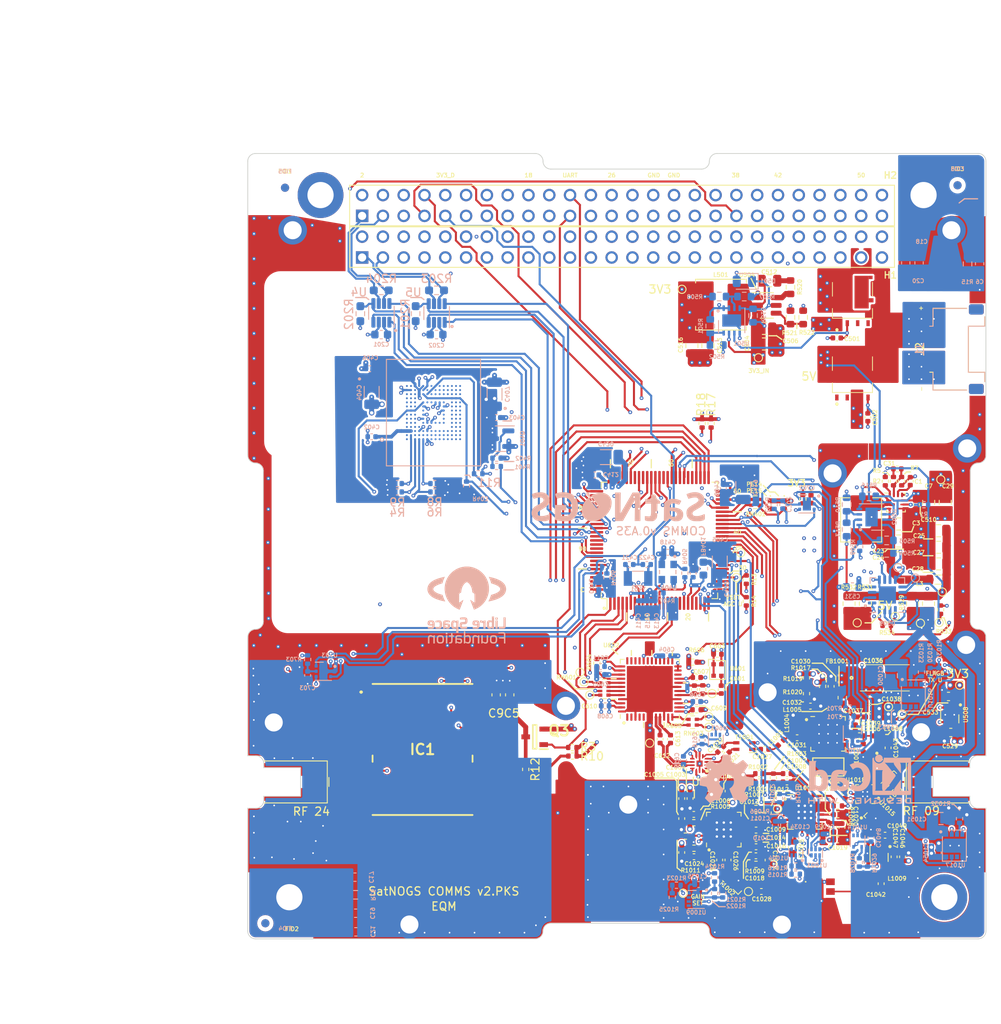
<source format=kicad_pcb>
(kicad_pcb (version 20221018) (generator pcbnew)
  (title_block (title "SatNOGS COMMS") (date "2020-09-07"))
  (layers (0 "F.Cu" signal) (1 "In1.Cu" power "GND-Inner1") (2 "In2.Cu" signal "Singal-Inner2") (3 "In3.Cu" power "Power-Inner3") (4 "In4.Cu" power "GND-Inner4") (31 "B.Cu" signal) (34 "B.Paste" user) (35 "F.Paste" user) (36 "B.SilkS" user "B.Silkscreen") (37 "F.SilkS" user "F.Silkscreen") (38 "B.Mask" user) (39 "F.Mask" user) (44 "Edge.Cuts" user))
  (net 0 "")
  (net 1 "Net-(ANT-S901-In)")
  (net 2 "GND")
  (net 3 "Net-(ANT-U1001-In)")
  (net 4 "Net-(U3-NR{slash}SS)")
  (net 5 "Net-(IC1-VCC)")
  (net 6 "VIN")
  (net 7 "3V3_RF")
  (net 8 "/CAN/CAN1_RX")
  (net 9 "Net-(Q401-D)")
  (net 10 "/CAN/CAN2_RX")
  (net 11 "/CAN/CAN2_TX")
  (net 12 "Net-(U1-VDDA)")
  (net 13 "Net-(U3-VO)")
  (net 14 "/MCU/GNSS_RSTN")
  (net 15 "/MCU/GNSS_UART_TX")
  (net 16 "/MCU/GNSS_UART_RX")
  (net 19 "Net-(U509-IN+2)")
  (net 23 "3V3_D")
  (net 24 "5V_RF_U")
  (net 25 "5V_RF_S")
  (net 27 "Net-(U504-SW)")
  (net 28 "Net-(U601-OUT)")
  (net 29 "Net-(U602-TCXO)")
  (net 30 "Net-(U602-AVDD0)")
  (net 31 "Net-(U602-AVDD1)")
  (net 32 "Net-(C419-Pad2)")
  (net 36 "Net-(U1002-OPBS)")
  (net 37 "Net-(U1002-IPBS)")
  (net 38 "Net-(U1001-CLPF)")
  (net 39 "Net-(U1002-VREF)")
  (net 40 "Net-(U1001-VPSO)")
  (net 41 "Net-(T1001-SB)")
  (net 42 "Net-(T1001-SA)")
  (net 43 "Net-(U1002-INHI)")
  (net 44 "Net-(U1002-INLO)")
  (net 45 "/Main PSU/GATE")
  (net 46 "Net-(T1001-AA)")
  (net 47 "Net-(C512-Pad2)")
  (net 48 "Net-(FL2-INPUT)")
  (net 49 "/MCU/AVDD")
  (net 50 "Net-(T1002-AA)")
  (net 51 "/MCU/RCC_OSC32_IN")
  (net 53 "/MCU/RCC_OSC32_OUT")
  (net 54 "Net-(U1006-VBIAS)")
  (net 55 "Net-(U1013-RFOUT)")
  (net 56 "Net-(U1012-IN)")
  (net 57 "Net-(U1013-RFIN)")
  (net 58 "Net-(U1015-OUT)")
  (net 59 "Net-(U1018-RFC)")
  (net 60 "/BUS_SDA")
  (net 61 "/BUS_SCL")
  (net 65 "Net-(D401-A)")
  (net 66 "Net-(D402-A)")
  (net 67 "Net-(D501-K)")
  (net 68 "Net-(D502-A)")
  (net 99 "/MCU/P5V_RF_EN")
  (net 100 "/MCU/RF_RST")
  (net 101 "/MCU/EN_AGC_UHF")
  (net 102 "/MCU/AGC_TEMP_UHF")
  (net 103 "/MCU/GAIN_SET_UHF")
  (net 104 "/MCU/FLAGB_RX_UHF")
  (net 105 "/MCU/FLAGB_TX_UHF")
  (net 111 "/MCU/RF_SPI_SEL")
  (net 112 "/MCU/RF_SPI_SCL")
  (net 116 "Net-(U1-BOOT0)")
  (net 118 "Net-(C420-Pad2)")
  (net 122 "/RF/SW_EN_UHF")
  (net 123 "/RF/SW_CTL_UHF")
  (net 125 "/MCU/VSET_AGC_UHF")
  (net 126 "/MCU/P5V_RF_PG")
  (net 128 "/MCU/EN_RX_UHF")
  (net 132 "/MCU/MMC_RST")
  (net 133 "/MCU/MONITOR_PG")
  (net 134 "/MCU/MONITOR_TC")
  (net 136 "/MCU/MONITOR_CRITICAL")
  (net 138 "/MCU/ALERT_T_PA_U")
  (net 139 "/MCU/ALERT_T_PA_S")
  (net 140 "/MCU/ALERT_T_PCB")
  (net 142 "/MCU/VDDI")
  (net 143 "/MCU/MONITOR_WARNING")
  (net 146 "/RF/uhf-frontend/5V_RX_U")
  (net 147 "/RF/uhf-frontend/5V_TX_U")
  (net 150 "/RF/uhf-frontend/GAIN_SET")
  (net 151 "/RF/3.3V_AT")
  (net 166 "Net-(U602-DVDD)")
  (net 174 "/MCU/RF_IRQ")
  (net 178 "GNSS_PPS")
  (net 179 "Net-(IC1-V_BCKP)")
  (net 190 "JTMS-SWDIO")
  (net 191 "JTCK-SWCLK")
  (net 192 "MCU_NRSTD")
  (net 193 "UART_RX")
  (net 199 "UART_TX")
  (net 200 "Net-(U3-SW)")
  (net 201 "Net-(U1006-IREF)")
  (net 203 "Net-(U602-XTAL2)")
  (net 204 "Net-(U1016-PGOOD)")
  (net 205 "Net-(U1017-PGOOD)")
  (net 209 "Net-(Q401-G)")
  (net 210 "Net-(U3-S-CONF)")
  (net 212 "GNSS_ENABLE")
  (net 213 "/MCU/I2C4_SCL")
  (net 217 "Net-(U501-POKSET)")
  (net 218 "Net-(U502-POKSET)")
  (net 220 "Net-(U501-OVSET)")
  (net 221 "Net-(U502-OVSET)")
  (net 224 "Net-(U3-EN{slash}SYNC)")
  (net 227 "/MCU/I2C4_SDA")
  (net 228 "Net-(U504-BOOT)")
  (net 229 "Net-(U504-FB)")
  (net 230 "Net-(U602-IRQ)")
  (net 231 "Net-(U1001-TADJ)")
  (net 232 "Net-(U1001-ENBL)")
  (net 233 "Net-(U1001-TEMP)")
  (net 234 "Net-(U1001-VOUT)")
  (net 235 "Net-(U1009A--)")
  (net 236 "Net-(U1013-Shut_Down)")
  (net 237 "Net-(U1017-ISET)")
  (net 238 "Net-(U1016-ISET)")
  (net 239 "Net-(U404-TRI-STATE)")
  (net 240 "Net-(RN601-R1.2)")
  (net 241 "Net-(RN601-R2.2)")
  (net 242 "Net-(RN601-R3.2)")
  (net 243 "/MCU/RF_SPI_MOSI")
  (net 244 "/RF/uhf-frontend/RX09P")
  (net 245 "/RF/uhf-frontend/RX09N")
  (net 246 "/RF/uhf-frontend/RX09_VGA_OPP")
  (net 247 "/RF/uhf-frontend/TX09P")
  (net 248 "Net-(RN601-R4.2)")
  (net 249 "Net-(RN603-R1.2)")
  (net 250 "Net-(RN603-R2.2)")
  (net 251 "/RF/uhf-frontend/RX09_VGA_OPN")
  (net 252 "Net-(RN603-R1.1)")
  (net 253 "Net-(C1030-Pad1)")
  (net 254 "Net-(C1031-Pad1)")
  (net 255 "Net-(C1031-Pad2)")
  (net 256 "/RF/uhf-frontend/RX09_DET_IPP")
  (net 257 "/RF/uhf-frontend/RX09_DET_IPN")
  (net 258 "/RF/uhf-frontend/RX09_VGA_IPP")
  (net 259 "/RF/uhf-frontend/RX09_VGA_IPN")
  (net 260 "Net-(C1007-Pad1)")
  (net 261 "/RF/uhf-frontend/TX09N")
  (net 262 "Net-(C1008-Pad2)")
  (net 265 "Net-(C1027-Pad2)")
  (net 267 "Net-(C1039-Pad2)")
  (net 268 "Net-(C1040-Pad1)")
  (net 269 "Net-(C1040-Pad2)")
  (net 271 "Net-(C1043-Pad1)")
  (net 280 "/MCU/RF_SPI_MISO")
  (net 281 "Net-(R1015-Pad1)")
  (net 282 "Net-(R1022-Pad1)")
  (net 283 "Net-(R1023-Pad1)")
  (net 284 "Net-(R1028-Pad2)")
  (net 285 "/MCU/EN_AMP_RX_UHF")
  (net 286 "Net-(R1019-Pad1)")
  (net 287 "/MCU/MCU_MMC_CK")
  (net 288 "/MCU/MCU_MMC_CMD")
  (net 289 "/MCU/MCU_MMC_D3")
  (net 290 "/MCU/MCU_MMC_D2")
  (net 291 "/MCU/MCU_MMC_D1")
  (net 292 "/MCU/MCU_MMC_D0")
  (net 293 "Net-(Q2-S1)")
  (net 294 "Net-(U1003-Pad1)")
  (net 296 "/MCU/EN_PA_UHF")
  (net 297 "/MCU/P3V3_RF_PG")
  (net 304 "/RF/RF09P")
  (net 305 "/RF/RF09CAP_P")
  (net 306 "/RF/RF09N")
  (net 307 "/RF/RF09CAP_N")
  (net 312 "AC_GND_1")
  (net 313 "AC_GND_2")
  (net 315 "/MCU/TCXO_EN")
  (net 316 "/MCU/TCXO_OUT")
  (net 317 "/MCU/MMC_EN")
  (net 318 "/MCU/I2C1_SDA")
  (net 319 "/MCU/I2C1_SCL")
  (net 320 "/MCU/LED_PE15")
  (net 321 "/MCU/LED_PE14")
  (net 322 "/Main PSU/S2mos")
  (net 323 "/Main PSU/G2mos")
  (net 325 "Net-(U701-V+)")
  (net 329 "Net-(U702-V+)")
  (net 330 "Net-(U1001-VSET)")
  (net 333 "Net-(U1012-OUT)")
  (net 335 "Net-(U1015-IN)")
  (net 340 "/CAN/CAN1_FAULT")
  (net 341 "/CAN/CAN2_FAULT")
  (net 342 "/CAN/CAN1_S")
  (net 343 "/CAN/CAN2_S")
  (net 344 "Net-(U703-V+)")
  (net 345 "Net-(C1006-Pad2)")
  (net 346 "Net-(C1011-Pad2)")
  (net 347 "Net-(C1013-Pad2)")
  (net 348 "Net-(C1018-Pad1)")
  (net 349 "Net-(C1024-Pad1)")
  (net 350 "/CAN_A+")
  (net 351 "/CAN_A-")
  (net 352 "/CAN_B+")
  (net 353 "/CAN_B-")
  (net 369 "Net-(U3-FB)")
  (net 370 "Net-(FL2-OUTPUT)")
  (net 371 "/CAN/CAN1_TX")
  (footprint "librecube_pcb_template:ESQ-126-39-x-D" (layer "F.Cu") (at 96.52 53.975)
    (fp_text reference "J102" hide)
    (fp_text value "Η1")
  )
  (footprint "librecube_pcb_template:ESQ-126-39-x-D" (layer "F.Cu") (at 96.52 48.895)
    (fp_text reference "J103" hide)
    (fp_text value "Η2")
  )
  (footprint "MountingHole:MountingHole_3.2mm_M3_DIN965_Pad" (layer "F.Cu") (at 165.1 46.355)
    (fp_text reference "H112" hide)
    (fp_text value "MountingHole_Pad")
  )
  (footprint "MountingHole:MountingHole_3.2mm_M3_DIN965_Pad" (layer "F.Cu") (at 167.64 132.08)
    (fp_text reference "H113" hide)
    (fp_text value "MountingHole_Pad")
  )
  (footprint "MountingHole:MountingHole_3.2mm_M3_DIN965_Pad" (layer "F.Cu") (at 87.63 132.08)
    (fp_text reference "H114" hide)
    (fp_text value "MountingHole_Pad")
  )
  (footprint "Capacitor_SMD:C_0805_2012Metric" (layer "F.Cu") (at 145.6655 64.5317)
    (fp_text reference "C504")
    (fp_text value "10u")
  )
  (footprint "Capacitor_SMD:C_0805_2012Metric" (layer "F.Cu") (at 145.6655 62.6317)
    (fp_text reference "C506")
    (fp_text value "100n")
  )
  (footprint "Capacitor_SMD:C_0805_2012Metric" (layer "F.Cu") (at 146.2786 56.8137)
    (fp_text reference "C512")
    (fp_text value "100n")
  )
  (footprint "Capacitor_SMD:C_0805_2012Metric" (layer "F.Cu") (at 138.7555 64.7317 90)
    (fp_text reference "C513")
    (fp_text value "22u")
  )
  (footprint "Capacitor_SMD:C_0805_2012Metric" (layer "F.Cu") (at 136.8044 64.7317 90)
    (fp_text reference "C516")
    (fp_text value "22u")
  )
  (footprint "Inductor_SMD:L_Bourns_SRN6045TA" (layer "F.Cu") (at 140.3555 59.7317 180)
    (fp_text reference "L501")
    (fp_text value "4.7u")
  )
  (footprint "Resistor_SMD:R_0603_1608Metric" (layer "F.Cu") (at 148.844 61.2902 90)
    (fp_text reference "R521")
    (fp_text value "30.9k")
  )
  (footprint "Resistor_SMD:R_0603_1608Metric" (layer "F.Cu") (at 150.3934 61.2903 -90)
    (fp_text reference "R522")
    (fp_text value "10k")
  )
  (footprint "MountingHole:MountingHole_3.2mm_M3_DIN965_Pad" (layer "F.Cu") (at 91.44 46.355)
    (fp_text reference "H111" hide)
    (fp_text value "MountingHole_Pad")
  )
  (footprint "Connector_Coaxial:MMCX_Molex_73415-0961_Horizontal_1.6mm-PCB" (layer "F.Cu") (at 167.005 118.0084 180)
    (fp_text reference "ANT-U1001" hide)
    (fp_text value "RF 09")
    (fp_line (start -3.75 1.75) (end 0.75 1.75) (stroke (width 0.1)) (layer "Edge.Cuts"))
    (fp_line (start 0.75 -1.75) (end -3.75 -1.75) (stroke (width 0.1)) (layer "Edge.Cuts"))
    (fp_line (start 0.75 1.75) (end 0.75 -1.75) (stroke (width 0.1)) (layer "Edge.Cuts"))
  )
  (footprint "Capacitor_SMD:C_0402_1005Metric" (layer "F.Cu") (at 148.4146 116.9924)
    (fp_text reference "C1007")
    (fp_text value "1n")
  )
  (footprint "Capacitor_SMD:C_0402_1005Metric" (layer "F.Cu") (at 145.6944 114.0206)
    (fp_text reference "C1027")
    (fp_text value "2p")
  )
  (footprint "Inductor_SMD:L_0402_1005Metric" (layer "F.Cu") (at 147.6756 113.207753 45)
    (fp_text reference "L1003")
    (fp_text value "68n")
  )
  (footprint "Resistor_SMD:R_0805_2012Metric" (layer "F.Cu") (at 163.7545 96.2405 90)
    (fp_text reference "R529")
    (fp_text value "0.02")
  )
  (footprint "Resistor_SMD:R_0805_2012Metric" (layer "F.Cu") (at 165.7045 96.2405 90)
    (fp_text reference "R530" hide)
    (fp_text value "0.02")
  )
  (footprint "Connector_Coaxial:MMCX_Molex_73415-0961_Horizontal_1.6mm-PCB" (layer "F.Cu") (at 88.2534 118.0084)
    (fp_text reference "ANT-S901" hide)
    (fp_text value "RF 24")
    (fp_line (start -3.75 1.75) (end 0.75 1.75) (stroke (width 0.1)) (layer "Edge.Cuts"))
    (fp_line (start 0.75 -1.75) (end -3.75 -1.75) (stroke (width 0.1)) (layer "Edge.Cuts"))
    (fp_line (start 0.75 1.75) (end 0.75 -1.75) (stroke (width 0.1)) (layer "Edge.Cuts"))
  )
  (footprint "Capacitor_SMD:C_0402_1005Metric" (layer "F.Cu") (at 157.2514 112.3696)
    (fp_text reference "C1040" hide)
    (fp_text value "24p")
  )
  (footprint "Inductor_SMD:L_0402_1005Metric" (layer "F.Cu") (at 149.1742 111.0234 90)
    (fp_text reference "L1004")
    (fp_text value "3.2n")
  )
  (footprint "lsf-kicad-lib:GE0805C-2" (layer "F.Cu") (at 159.4231 116.332 -135)
    (fp_text reference "U1012")
    (fp_text value "LFCG-490+")
  )
  (footprint "Capacitor_SMD:C_0402_1005Metric" (layer "F.Cu") (at 161.0614 118.7704 -135)
    (fp_text reference "C1055")
    (fp_text value "100p")
  )
  (footprint "Capacitor_SMD:C_0402_1005Metric" (layer "F.Cu") (at 155.50134 119.5046 90)
    (fp_text reference "C1052")
    (fp_text value "100p")
  )
  (footprint "lsf-kicad-lib:IDT_NEG-12-1EP_2x2mm_P0.5mm_EP1.1x1.1mm_ThermalVias" (layer "F.Cu") (at 157.9626 119.4943 180)
    (fp_text reference "U1018")
    (fp_text value "F2972")
  )
  (footprint "Inductor_SMD:L_0402_1005Metric" (layer "F.Cu") (at 161.0336 128.8796)
    (fp_text reference "L1009")
    (fp_text value "68n")
  )
  (footprint "lsf-kicad-lib:DFN-8-1EP_2x2mm_P0.5mm_EP0.7x1.6mm" (layer "F.Cu") (at 159.6644 126.7206 -90)
    (fp_text reference "U1013" hide)
    (fp_text value "TQP3M9036")
  )
  (footprint "Capacitor_SMD:C_0402_1005Metric" (layer "F.Cu") (at 162.5346 127.15 90)
    (fp_text reference "C1046")
    (fp_text value "1u")
  )
  (footprint "Capacitor_SMD:C_0402_1005Metric" (layer "F.Cu") (at 161.5059 127.15 90)
    (fp_text reference "C1047")
    (fp_text value "100p")
  )
  (footprint "lsf-kicad-lib:TestPoint_D0.8mm_Mask-Only" (layer "F.Cu") (at 144.9324 66.2178 -90)
    (fp_text reference "TP501" hide)
    (fp_text value "3.3V IN")
  )
  (footprint "lsf-kicad-lib:TestPoint_D0.8mm_Mask-Only" (layer "F.Cu") (at 135.5852 57.8612 -90)
    (fp_text reference "TP504" hide)
    (fp_text value "TestPoint")
  )
  (footprint "lsf-kicad-lib:TestPoint_D0.8mm_Mask-Only" (layer "F.Cu") (at 167.005 98.552 90)
    (fp_text reference "TP512" hide)
    (fp_text value "MONITOR_PG")
  )
  (footprint "lsf-kicad-lib:TestPoint_D0.8mm_Mask-Only" (layer "F.Cu") (at 161.6456 97.79)
    (fp_text reference "TP515" hide)
    (fp_text value "MONITOR_TC")
  )
  (footprint "Capacitor_SMD:C_0402_1005Metric" (layer "F.Cu") (at 141.020753 114.719147 -135)
    (fp_text reference "C1021")
    (fp_text value "100p")
  )
  (footprint "Resistor_SMD:R_0805_2012Metric" (layer "F.Cu") (at 156 96.2405 90)
    (fp_text reference "R532")
    (fp_text value "0.02")
  )
  (footprint "lsf-kicad-lib:ATB2012" (layer "F.Cu") (at 143.2052 113.6269 180)
    (fp_text reference "T1001")
    (fp_text value "Transformer_1P_1S")
  )
  (footprint "Resistor_SMD:R_0402_1005Metric" (layer "F.Cu") (at 145.0594 116.9924 180)
    (fp_text reference "R1002")
    (fp_text value "82")
  )
  (footprint "Resistor_SMD:R_0402_1005Metric" (layer "F.Cu") (at 146.7509 117.5004 90)
    (fp_text reference "R1003")
    (fp_text value "52.3")
  )
  (footprint "Resistor_SMD:R_0603_1608Metric" (layer "F.Cu") (at 148.844 57.6072 -90)
    (fp_text reference "R520")
    (fp_text value "30")
  )
  (footprint "lsf-kicad-lib:TestPoint_D0.8mm_Mask-Only" (layer "F.Cu") (at 156.9974 98.5774 180)
    (fp_text reference "TP509" hide)
    (fp_text value "5V S")
  )
  (footprint "Capacitor_SMD:C_0402_1005Metric" (layer "F.Cu") (at 160.7693 113.8428 -90)
    (fp_text reference "C1043")
    (fp_text value "3.3p")
  )
  (footprint "Inductor_SMD:L_0402_1005Metric" (layer "F.Cu") (at 159.5374 112.3823)
    (fp_text reference "L1008")
    (fp_text value "47n")
  )
  (footprint "Inductor_SMD:L_0402_1005Metric" (layer "F.Cu") (at 157.734 113.8428 -90)
    (fp_text reference "L1007")
    (fp_text value "8.2n")
  )
  (footprint "T495C106K035ATE400:T495C" (layer "F.Cu") (at 160.37 105.3)
    (fp_text reference "C1036")
    (fp_text value "10u" hide)
  )
  (footprint "Capacitor_SMD:C_0402_1005Metric" (layer "F.Cu") (at 148.4146 118.0084 180)
    (fp_text reference "C1008")
    (fp_text value "1n")
  )
  (footprint "Capacitor_SMD:C_0402_1005Metric" (layer "F.Cu") (at 146.1262 121.7676 90)
    (fp_text reference "C1012")
    (fp_text value "100n")
  )
  (footprint "Resistor_SMD:R_0402_1005Metric" (layer "F.Cu") (at 167.1828 96.9772 90)
    (fp_text reference "R533")
    (fp_text value "10k")
  )
  (footprint "Resistor_SMD:R_0402_1005Metric" (layer "F.Cu") (at 160.6042 98.9076 180)
    (fp_text reference "R534")
    (fp_text value "10k")
  )
  (footprint "Package_TO_SOT_SMD:SOT-23-6" (layer "F.Cu") (at 145.9555 59.8257)
    (fp_text reference "U504")
    (fp_text value "TPS56339")
  )
  (footprint "lsf-kicad-lib:TestPoint_D0.8mm_Mask-Only" (layer "F.Cu") (at 164.719 98.6282)
    (fp_text reference "TP510" hide)
    (fp_text value "5V U")
  )
  (footprint "lsf-kicad-lib:TestPoint_D0.8mm_Mask-Only" (layer "F.Cu") (at 167.386 94.8182 -90)
    (fp_text reference "TP506" hide)
    (fp_text value "5V")
  )
  (footprint "Capacitor_SMD:C_0402_1005Metric" (layer "F.Cu") (at 145.288 131.3815)
    (fp_text reference "C1028")
    (fp_text value "100p")
  )
  (footprint "lsf-kicad-lib:TestPoint_D0.8mm_Mask-Only" (layer "F.Cu") (at 143.7132 131.3815)
    (fp_text reference "TP1002" hide)
    (fp_text value "TestPoint")
  )
  (footprint "lsf-kicad-lib:TestPoint_D0.8mm_Mask-Only" (layer "F.Cu") (at 135.7376 131.5974 180)
    (fp_text reference "TP1005" hide)
    (fp_text value "TestPoint")
  )
  (footprint "lsf-kicad-lib:TestPoint_D0.8mm_Mask-Only" (layer "F.Cu") (at 160.8201 108.8263)
    (fp_text reference "TP1006" hide)
    (fp_text value "TestPoint")
  )
  (footprint "lsf-kicad-lib:TestPoint_D0.8mm_Mask-Only" (layer "F.Cu") (at 123.6218 105.791)
    (fp_text reference "TP602" hide)
    (fp_text value "TestPoint")
  )
  (footprint "lsf-kicad-lib:TestPoint_D0.8mm_Mask-Only" (layer "F.Cu") (at 124.333 107.3912)
    (fp_text reference "TP606" hide)
    (fp_text value "TestPoint")
  )
  (footprint "lsf-kicad-lib:TestPoint_D0.8mm_Mask-Only" (layer "F.Cu") (at 123.1392 104.6226)
    (fp_text reference "TP603" hide)
    (fp_text value "TestPoint")
  )
  (footprint "Capacitor_SMD:C_0402_1005Metric" (layer "F.Cu") (at 159.9184 130.429 90)
    (fp_text reference "C1042")
    (fp_text value "100p")
  )
  (footprint "lsf-kicad-lib:TestPoint_D0.8mm_Mask-Only" (layer "F.Cu") (at 169.5069 106.1974 -90)
    (fp_text reference "TP511" hide)
    (fp_text value "3.3V RF")
  )
  (footprint "Capacitor_SMD:C_0603_1608Metric" (layer "F.Cu") (at 168.4274 111.9706 180)
    (fp_text reference "C529")
    (fp_text value "1u")
  )
  (footprint "Capacitor_SMD:C_0603_1608Metric" (layer "F.Cu") (at 168.1474 107.5706 180)
    (fp_text reference "C533")
    (fp_text value "1u")
  )
  (footprint "lsf-kicad-lib:TestPoint_D0.8mm_Mask-Only" (layer "F.Cu") (at 142.7734 90.0176 180)
    (fp_text reference "TP1004" hide)
    (fp_text value "TestPoint")
  )
  (footprint "Capacitor_SMD:C_0402_1005Metric" (layer "F.Cu") (at 155.1305 123.5734 -90)
    (fp_text reference "C1020")
    (fp_text value "100p")
  )
  (footprint "Resistor_SMD:R_0402_1005Metric" (layer "F.Cu") (at 154.6225 121.9962)
    (fp_text reference "R1004")
    (fp_text value "0")
  )
  (footprint "Capacitor_SMD:C_0402_1005Metric" (layer "F.Cu") (at 154.6225 125.0823)
    (fp_text reference "C1019")
    (fp_text value "100n")
  )
  (footprint "Resistor_SMD:R_0402_1005Metric" (layer "F.Cu") (at 154.1145 123.5734 -90)
    (fp_text reference "R1008")
    (fp_text value "0")
  )
  (footprint "Resistor_SMD:R_0402_1005Metric" (layer "F.Cu") (at 154.6225 120.9294 180)
    (fp_text reference "R1013" hide)
    (fp_text value "1k")
  )
  (footprint "Capacitor_SMD:C_0603_1608Metric" (layer "F.Cu") (at 149.1107 125.984 -90)
    (fp_text reference "C1015")
    (fp_text value "220pF")
  )
  (footprint "lsf-kicad-lib:TestPoint_D0.8mm_Mask-Only" (layer "F.Cu") (at 147.2692 121.285)
    (fp_text reference "TP1001" hide)
    (fp_text value "TestPoint")
  )
  (footprint "lsf-kicad-lib:TestPoint_D0.8mm_Mask-Only" (layer "F.Cu") (at 142.24 93.0402)
    (fp_text reference "TP1003" hide)
    (fp_text value "TestPoint")
  )
  (footprint "lsf-kicad-lib:ATB2012" (layer "F.Cu") (at 141.986 130.1369 135)
    (fp_text reference "T1002")
    (fp_text value "Transformer_1P_1S")
  )
  (footprint "Package_DFN_QFN:QFN-24-1EP_4x4mm_P0.5mm_EP2.7x2.7mm_ThermalVias" (layer "F.Cu") (at 153.4347 112.1323)
    (fp_text reference "U1006" hide)
    (fp_text value "TQP7M9106")
  )
  (footprint "Capacitor_SMD:C_0402_1005Metric" (layer "F.Cu") (at 153.81 106.33 90)
    (fp_text reference "C1030")
    (fp_text value "100n")
  )
  (footprint "Capacitor_SMD:C_0402_1005Metric" (layer "F.Cu") (at 151.285 108.7501)
    (fp_text reference "C1032")
    (fp_text value "100p")
  )
  (footprint "Capacitor_SMD:C_0402_1005Metric" (layer "F.Cu") (at 158.52 109.04)
    (fp_text reference "C1037")
    (fp_text value "1n")
  )
  (footprint "Capacitor_SMD:C_0402_1005Metric" (layer "F.Cu") (at 158.52 108.04)
    (fp_text reference "C1038")
    (fp_text value "100p")
  )
  (footprint "Capacitor_SMD:C_0402_1005Metric" (layer "F.Cu") (at 158.519 110.0709 180)
    (fp_text reference "C1039")
    (fp_text value "100p")
  )
  (footprint "Inductor_SMD:L_0402_1005Metric" (layer "F.Cu") (at 153.81 108.2731 90)
    (fp_text reference "L1005")
    (fp_text value "68n")
  )
  (footprint "Resistor_SMD:R_0402_1005Metric" (layer "F.Cu") (at 150.8 107.2261 90)
    (fp_text reference "R1020")
    (fp_text value "0")
  )
  (footprint "Resistor_SMD:R_0402_1005Metric" (layer "F.Cu") (at 152.7686 106.33 -90)
    (fp_text reference "R1017")
    (fp_text value "240")
  )
  (footprint "Resistor_SMD:R_0402_1005Metric" (layer "F.Cu") (at 150.8 105.2957 90)
    (fp_text reference "R1019")
    (fp_text value "280")
  )
  (footprint "Capacitor_SMD:C_0402_1005Metric" (layer "F.Cu") (at 140.3096 114.0206 -135)
    (fp_text reference "C1022")
    (fp_text value "100p")
  )
  (footprint "Capacitor_SMD:C_0402_1005Metric" (layer "F.Cu") (at 132.9182 112.7736 -90)
    (fp_text reference "C612")
    (fp_text value "100p")
  )
  (footprint "Capacitor_SMD:C_0402_1005Metric" (layer "F.Cu") (at 134.1882 112.776 -90)
    (fp_text reference "C613")
    (fp_text value "100p")
  )
  (footprint "lsf-kicad-lib:GE0805C-2" (layer "F.Cu") (at 159.258 122.4534 -45)
    (fp_text reference "U1015")
    (fp_text value "LFCG-1400+")
  )
  (footprint "Capacitor_SMD:C_0402_1005Metric" (layer "F.Cu") (at 126.2126 108.712)
    (fp_text reference "C610")
    (fp_text value "1u")
  )
  (footprint "Resistor_SMD:R_0402_1005Metric" (layer "F.Cu") (at 138.125 106.725 90)
    (fp_text reference "R603" hide)
    (fp_text value "10k")
  )
  (footprint "Capacitor_SMD:C_0402_1005Metric" (layer "F.Cu") (at 137.3886 108.2 180)
    (fp_text reference "C609")
    (fp_text value "100n")
  )
  (footprint "lsf-kicad-lib:TestPoint_D0.8mm_Mask-Only" (layer "F.Cu") (at 139.2682 107.2134)
    (fp_text reference "TP604" hide)
    (fp_text value "TestPoint")
  )
  (footprint "lsf-kicad-lib:TestPoint_D0.8mm_Mask-Only" (layer "F.Cu") (at 138.8618 110.0328)
    (fp_text reference "TP609" hide)
    (fp_text value "TestPoint")
  )
  (footprint "Capacitor_SMD:C_0402_1005Metric" (layer "F.Cu") (at 139.9286 102.4128)
    (fp_text reference "C603")
    (fp_text value "100n")
  )
  (footprint "Package_DFN_QFN:QFN-48-1EP_7x7mm_P0.5mm_EP5.6x5.6mm" (layer "F.Cu") (at 131.6609 106.6546 90)
    (fp_text reference "U602")
    (fp_text value "AT86RF215")
  )
  (footprint "Capacitor_SMD:C_0402_1005Metric" (layer "F.Cu") (at 137.1 106.725 90)
    (fp_text reference "C602" hide)
    (fp_text value "10p")
  )
  (footprint "Capacitor_SMD:C_0402_1005Metric" (layer "F.Cu") (at 140.3858 106.7308 90)
    (fp_text reference "C601")
    (fp_text value "1n")
  )
  (footprint "Resistor_SMD:R_0402_1005Metric" (layer "F.Cu") (at 136.906 103.378 180)
    (fp_text reference "R606")
    (fp_text value "0")
  )
  (footprint "lsf-kicad-lib:KT1612" (layer "F.Cu") (at 139.9286 104.3432 -90)
    (fp_text reference "U601")
    (fp_text value "KT1612A")
  )
  (footprint "Capacitor_SMD:C_0402_1005Metric" (layer "F.Cu") (at 137.3886 105.25 180)
    (fp_text reference "C607")
    (fp_text value "100n")
  )
  (footprint "Resistor_SMD:R_0402_1005Metric" (layer "F.Cu") (at 137.3886 109.1946)
    (fp_text reference "R605")
    (fp_text value "100k")
  )
  (footprint "Capacitor_SMD:C_0402_1005Metric" (layer "F.Cu") (at 160.401 124.5108 180)
    (fp_text reference "C1049")
    (fp_text value "100p")
  )
  (footprint "Resistor_SMD:R_0402_1005Metric" (layer "F.Cu") (at 137.056 126.0983 180)
    (fp_text reference "R1014" hide)
    (fp_text value "0")
  )
  (footprint "Resistor_SMD:R_0402_1005Metric" (layer "F.Cu") (at 144.6276 121.25 180)
    (fp_text reference "R1007")
    (fp_text value "0")
  )
  (footprint "Capacitor_SMD:C_0402_1005Metric" (layer "F.Cu") (at 140.1572 119.1236 -90)
    (fp_text reference "C1001")
    (fp_text value "100p")
  )
  (footprint "Capacitor_SMD:C_0402_1005Metric" (layer "F.Cu") (at 137.0354 121.9708)
    (fp_text reference "C1006")
    (fp_text value "100p")
  )
  (footprint "Capacitor_SMD:C_0402_1005Metric" (layer "F.Cu") (at 137.056 127.1397 180)
    (fp_text reference "C1024")
    (fp_text value "100p")
  )
  (footprint "Capacitor_SMD:C_0402_1005Metric" (layer "F.Cu") (at 140.1953 127.5334 -90)
    (fp_text reference "C1025")
    (fp_text value "100p")
  )
  (footprint "Capacitor_SMD:C_0402_1005Metric" (layer "F.Cu") (at 144.6403 124.9045 180)
    (fp_text reference "C1014")
    (fp_text value "1n")
  )
  (footprint "Resistor_SMD:R_0402_1005Metric" (layer "F.Cu") (at 145.0594 118.0084)
    (fp_text reference "R1001")
    (fp_text value "82")
  )
  (footprint "Capacitor_SMD:C_0402_1005Metric" (layer "F.Cu") (at 135.5574 126.619 -90)
    (fp_text reference "C1023" hide)
    (fp_text value "100n")
  )
  (footprint "Package_CSP:LFCSP-24-1EP_4x4mm_P0.5mm_EP2.3x2.3mm_ThermalVias" (layer "F.Cu") (at 140.6998 123.8215 90)
    (fp_text reference "U1002" hide)
    (fp_text value "ADL5330")
  )
  (footprint "Capacitor_SMD:C_0402_1005Metric" (layer "F.Cu") (at 135.5598 120.03278 90)
    (fp_text reference "C1003")
    (fp_text value "100n")
  )
  (footprint "Resistor_SMD:R_0402_1005Metric" (layer "F.Cu") (at 136.0043 124.62256)
    (fp_text reference "R1011")
    (fp_text value "10k")
  )
  (footprint "Capacitor_SMD:C_0402_1005Metric" (layer "F.Cu") (at 141.224 119.1236 90)
    (fp_text reference "C1002")
    (fp_text value "100p")
  )
  (footprint "Inductor_SMD:L_0402_1005Metric" (layer "F.Cu") (at 138.0998 119.52478)
    (fp_text reference "L1001" hide)
    (fp_text value "120n")
  )
  (footprint "Inductor_SMD:L_0402_1005Metric" (layer "F.Cu") (at 138.0998 120.54078 180)
    (fp_text reference "L1002" hide)
    (fp_text value "120n")
  )
  (footprint "Capacitor_SMD:C_0402_1005Metric" (layer "F.Cu") (at 144.6403 125.9205 180)
    (fp_text reference "C1016")
    (fp_text value "1n")
  )
  (footprint "Capacitor_SMD:C_0402_1005Metric" (layer "F.Cu") (at 144.6403 123.8885 180)
    (fp_text reference "C1009")
    (fp_text value "1n")
  )
  (footprint "Resistor_SMD:R_0402_1005Metric" (layer "F.Cu") (at 137.0354 122.9868 180)
    (fp_text reference "R1005")
    (fp_text value "0")
  )
  (footprint "Capacitor_SMD:C_0402_1005Metric" (layer "F.Cu") (at 135.5622 122.4788 -90)
    (fp_text reference "C1005")
    (fp_text value "100n")
  )
  (footprint "Capacitor_SMD:C_0402_1005Metric" (layer "F.Cu") (at 141.2113 127.5334 90)
    (fp_text reference "C1026")
    (fp_text value "100p")
  )
  (footprint "Capacitor_SMD:C_0402_1005Metric" (layer "F.Cu") (at 136.5758 120.03278 90)
    (fp_text reference "C1004")
    (fp_text value "100p")
  )
  (footprint "Capacitor_SMD:C_0402_1005Metric" (layer "F.Cu") (at 144.6257 122.25 180)
    (fp_text reference "C1013")
    (fp_text value "100p")
  )
  (footprint "lsf-kicad-lib:TestPoint_D0.8mm_Mask-Only" (layer "F.Cu") (at 138.8618 111.3282)
    (fp_text reference "TP610" hide)
    (fp_text value "TestPoint")
  )
  (footprint "lsf-kicad-lib:TestPoint_D0.8mm_Mask-Only" (layer "F.Cu") (at 162.4584 109.728)
    (fp_text reference "TP1009" hide)
    (fp_text value "TestPoint")
  )
  (footprint "Capacitor_SMD:C_0402_1005Metric" (layer "F.Cu") (at 149.6568 112.6109)
    (fp_text reference "C1031")
    (fp_text value "62p")
  )
  (footprint "Resistor_SMD:R_0402_1005Metric" (layer "F.Cu") (at 144.6276 128.0668)
    (fp_text reference "R1009")
    (fp_text value "0")
  )
  (footprint "Capacitor_SMD:C_0402_1005Metric" (layer "F.Cu") (at 144.6252 127.0254)
    (fp_text reference "C1018")
    (fp_text value "100p")
  )
  (footprint "Capacitor_SMD:C_0402_1005Metric" (layer "F.Cu") (at 146.1135 127.5461 90)
    (fp_text reference "C1017")
    (fp_text value "100n")
  )
  (footprint "Inductor_SMD:L_0402_1005Metric" (layer "F.Cu") (at 156.7561 110.5535 -90)
    (fp_text reference "L1006")
    (fp_text value "18n")
  )
  (footprint "Inductor_SMD:L_0603_1608Metric" (layer "F.Cu") (at 155.17 107.72 90)
    (fp_text reference "FB1001")
    (fp_text value "Ferrite_Bead")
  )
  (footprint "Capacitor_SMD:C_0402_1005Metric" (layer "F.Cu") (at 158.2928 73.4822 -90)
    (fp_text reference "C502")
    (fp_text value "100n")
  )
  (footprint "Capacitor_SMD:C_0402_1005Metric" (layer "F.Cu") (at 154.5082 63.8 180)
    (fp_text reference "C501")
    (fp_text value "100n")
  )
  (footprint "Resistor_SMD:R_0402_1005Metric" (layer "F.Cu") (at 125.1966 103.505 -90)
    (fp_text reference "R604")
    (fp_text value "470")
  )
  (footprint "Resistor_SMD:R_Array_Convex_4x0402" (layer "F.Cu") (at 126.111 106.6546)
    (fp_text reference "RN601")
    (fp_text value "470")
  )
  (footprint "lsf-kicad-lib:TestPoint_D0.8mm_Mask-Only" (layer "F.Cu") (at 167.2082 81.0895 -90)
    (fp_text reference "TP502" hide)
    (fp_text value "5V IN")
  )
  (footprint "Capacitor_SMD:C_0402_1005Metric" (layer "F.Cu") (at 164.225 84.135 -90)
    (fp_text reference "C510")
    (fp_text value "2.2n")
  )
  (footprint "Package_DFN_QFN:QFN-16-1EP_4x4mm_P0.65mm_EP2.1x2.1mm_ThermalVias" (layer "F.Cu") (at 150.5966 121.666)
    (fp_text reference "U1001")
    (fp_text value "AD8318")
  )
  (footprint "NetTie:NetTie-2_SMD_Pad0.5mm" (layer "F.Cu") (at 168.5417 124.22258 90)
    (fp_text reference "NT1002" hide)
    (fp_text value "Net-Tie_2" hide)
  )
  (footprint "Resistor_SMD:R_0805_2012Metric" (layer "F.Cu") (at 157.9927 96.2405 90)
    (fp_text reference "R531")
    (fp_text value "0.02")
  )
  (footprint "Fiducial:Fiducial_1mm_Mask2mm" (layer "F.Cu") (at 169.25 45.16)
    (fp_text reference "FID3")
    (fp_text value "Fiducial")
  )
  (footprint "LED_SMD:LED_0402_1005Metric" (layer "F.Cu") (at 151.35 83.4775 -90)
    (fp_text reference "D502" hide)
    (fp_text value "3V3")
  )
  (footprint "LED_SMD:LED_0402_1005Metric" (layer "F.Cu") (at 148.082 84.1756 -90)
    (fp_text reference "D401" hide)
    (fp_text value "PE14" hide)
  )
  (footprint "satnogs-comms-lib:SQJ910AEPT1_GE3" (layer "F.Cu") (at 156.4132 68.2752)
    (fp_text reference "Q1" hide)
    (fp_text value "SQJB90EP-T1_GE3" hide)
  )
  (footprint "Resistor_SMD:R_0402_1005Metric" (layer "F.Cu") (at 116.5 116.475 -90)
    (fp_text reference "R12")
    (fp_text value "DNP")
  )
  (footprint "TestPoint:TestPoint_Keystone_5015_Micro-Minature" (layer "F.Cu") (at 153.4668 116.1796)
    (fp_text reference "TP1011" hide)
    (fp_text value "TestPoint")
  )
  (footprint "lsf-kicad-lib:Texas_VQFN-10-HR_2x2_Pitch0.5mm" (layer "F.Cu") (at 161.725 83.885)
    (fp_text reference "U3" hide)
    (fp_text value "TPS62913")
  )
  (footprint "Capacitor_SMD:C_0805_2012Metric" (layer "F.Cu") (at 162.05 90.66)
    (fp_text reference "C24")
    (fp_text value "22uF")
  )
  (footprint "Resistor_SMD:R_0402_1005Metric" (layer "F.Cu") (at 139.15 74.225 -90)
    (fp_text reference "R17")
    (fp_text value "5k")
  )
  (footprint "Capacitor_SMD:C_0603_1608Metric" (layer "F.Cu") (at 112.89 107.375 90)
    (fp_text reference "C9")
    (fp_text value "100n")
  )
  (footprint "Resistor_SMD:R_Array_Convex_2x0402" (layer "F.Cu") (at 144.55 83.86)
    (fp_text reference "RN401")
    (fp_text value "330")
  )
  (footprint "satnogs-comms-lib:SQJ910AEPT1_GE3" (layer "F.Cu") (at 156.42 59.2025)
    (fp_text reference "Q2" hide)
    (fp_text value "SQJB90EP-T1_GE3" hide)
  )
  (footprint "Capacitor_SMD:C_0603_1608Metric" (layer "F.Cu") (at 114.55 107.375 90)
    (fp_text reference "C5")
    (fp_text value "10u")
  )
  (footprint "Comms-EMI-Shield-Cut:emi-shield-original" (layer "F.Cu") (at 82.55 137.16)
    (fp_text reference "J104" hide)
    (fp_text value "RFShield_OnePiece" hide)
  )
  (footprint "LED_SMD:LED_0402_1005Metric" (layer "F.Cu") (at 146.3802 84.1756 -90)
    (fp_text reference "D402" hide)
    (fp_text value "PE15")
  )
  (footprint "Resistor_SMD:R_0402_1005Metric" (layer "F.Cu") (at 122.2 113.8 180)
    (fp_text reference "R3")
    (fp_text value "10k")
  )
  (footprint "Resistor_SMD:R_0402_1005Metric" (layer "F.Cu") (at 162.425 81.285 -90)
    (fp_text reference "R7")
    (fp_text value "4.87k")
  )
  (footprint "Capacitor_SMD:C_0805_2012Metric" (layer "F.Cu") (at 166.925 89.36 180)
    (fp_text reference "C27")
    (fp_text value "22uF")
  )
  (footprint "Capacitor_SMD:C_0805_2012Metric" (layer "F.Cu") (at 167.75 83.885 -90)
    (fp_text reference "C29")
    (fp_text value "6.8u")
  )
  (footprint "Resistor_SMD:R_0402_1005Metric" (layer "F.Cu") (at 138.05 74.225 -90)
    (fp_text reference "R18")
    (fp_text value "5k")
  )
  (footprint "Capacitor_SMD:C_0805_2012Metric" (layer "F.Cu") (at 162.05 86.51)
    (fp_text reference "C3")
    (fp_text value "22uF")
  )
  (footprint "Inductor_SMD:L_0805_2012Metric" (layer "F.Cu") (at 166.9 93.31)
    (fp_text reference "L3")
    (fp_text value "0u")
  )
  (footprint "Resistor_SMD:R_0402_1005Metric" (layer "F.Cu") (at 161.425 81.285 -90)
    (fp_text reference "R5")
    (fp_text value "25.5k")
  )
  (footprint "Resistor_SMD:R_Array_Convex_2x0402" (layer "F.Cu") (at 136.898 110.713 180)
    (fp_text reference "RN603")
    (fp_text value "R_Pack02")
  )
  (footprint "SF2446E:SF2446E" (layer "F.Cu") (at 152.65 131.385)
    (fp_text reference "FL2" hide)
    (fp_text value "SF2446E" hide)
  )
  (footprint "Capacitor_SMD:C_0805_2012Metric" (layer "F.Cu") (at 165.725 83.885 -90)
    (fp_text reference "C7")
    (fp_text value "6.8u")
  )
  (footprint "Fiducial:Fiducial_1mm_Mask2mm" (layer "F.Cu") (at 87.1 45.46)
    (fp_text reference "FID1")
    (fp_text value "Fiducial")
  )
  (footprint "Capacitor_SMD:C_0402_1005Metric" (layer "F.Cu") (at 161.9 79.785)
    (fp_text reference "C31")
    (fp_text value "100n")
  )
  (footprint "lsf-kicad-lib:TestPoint_D0.8mm_Mask-Only" (layer "F.Cu") (at 131.6482 113.2586)
    (fp_text reference "TP611" hide)
    (fp_text value "TestPoint")
  )
  (footprint "Resistor_SMD:R_0402_1005Metric" (layer "F.Cu") (at 122.225 114.85)
    (fp_text reference "R10")
    (fp_text value "0")
  )
  (footprint "Capacitor_SMD:C_0805_2012Metric" (layer "F.Cu") (at 162.05 88.585)
    (fp_text reference "C23")
    (fp_text value "22uF")
  )
  (footprint "Capacitor_SMD:C_0805_2012Metric" (layer "F.Cu") (at 166.925 87.335 180)
    (fp_text reference "C25")
    (fp_text value "22uF")
  )
  (footprint "Capacitor_SMD:C_0402_1005Metric" (layer "F.Cu") (at 163.475 81.285 90)
    (fp_text reference "C1")
    (fp_text value "470n")
  )
  (footprint "Resistor_SMD:R_0402_1005Metric" (layer "F.Cu") (at 160.425 81.285 90)
    (fp_text reference "R2")
    (fp_text value "18.2k")
  )
  (footprint "Resistor_SMD:R_0402_1005Metric" (layer "F.Cu") (at 143.45 95.96 -90)
    (fp_text reference "R14")
    (fp_text value "5k")
  )
  (footprint "Fiducial:Fiducial_1mm_Mask2mm" (layer "F.Cu") (at 84.7 135.26)
    (fp_text reference "FID2")
    (fp_text value "Fiducial")
  )
  (footprint "Connector_Molex:Molex_Pico-Lock_504050-0491_1x04-1MP_P1.50mm_Horizontal" (layer "F.Cu") (at 169.155 65.17 90)
    (fp_text reference "J2")
    (fp_text value "Conn_01x04")
  )
  (footprint "Package_SON:WSON-6-1EP_2x2mm_P0.65mm_EP1x1.6mm_ThermalVias" (layer "F.Cu") (at 168.3004 109.8042 -90)
    (fp_text reference "U508")
    (fp_text value "LP5912-3.3DRV")
  )
  (footprint "Resistor_SMD:R_0402_1005Metric" (layer "F.Cu") (at 143.45 93.31 -90)
    (fp_text reference "R13")
    (fp_text value "5k")
  )
  (footprint "B16-01:B1601" (layer "F.Cu") (at 103.9 114.04 180)
    (fp_text reference "IC1")
    (fp_text value "B1601" hide)
  )
  (footprint "lsf-kicad-lib:L_Abracon_ASPI-0530HI" (layer "F.Cu") (at 157.475 86.01 -90)
    (fp_text reference "L2" hide)
    (fp_text value "2.2u")
  )
  (footprint "Capacitor_SMD:C_0805_2012Metric" (layer "F.Cu") (at 166.925 91.385 180)
    (fp_text reference "C28")
    (fp_text value "22uF")
  )
  (footprint "Resistor_SMD:R_0402_1005Metric" (layer "F.Cu") (at 150.3594 83.4775 -90)
    (fp_text reference "R537" hide)
    (fp_text value "330")
  )
  (footprint "lsf-kicad-lib-palio:QFN-14-1EP_1.60x1.60mm_P0.40mm_EP0.74x0.74mm" (layer "F.Cu") (at 137.74 115.765 180)
    (fp_text reference "U6")
    (fp_text value "SKY13421-486LF")
  )
  (footprint "PMV28XPEAR:SOT95P230X110-3N" (layer "F.Cu") (at 117.6 112.5 180)
    (fp_text reference "Q3")
    (fp_text value "PMV28XPEAR" hide)
  )
  (footprint "Package_QFP:LQFP-100_14x14mm_P0.5mm" (layer "F.Cu") (at 132.842 88.519 90)
    (fp_text reference "U1" hide)
    (fp_text value "STM32H743VITx")
  )
  (footprint "Resistor_SMD:R_0402_1005Metric" (layer "B.Cu") (at 126.4158 93.0656 90)
    (fp_text reference "R406")
    (fp_text value "10k")
  )
  (footprint "Resistor_SMD:R_0402_1005Metric" (layer "B.Cu") (at 132.825 94.925)
    (fp_text reference "R407")
    (fp_text value "DNP")
  )
  (footprint "Package_DFN_QFN:Texas_RGV_S-PVQFN-N16_EP2.1x2.1mm" (layer "B.Cu") (at 160.6795 95.1805)
    (fp_text reference "U509")
    (fp_text value "INA3221")
  )
  (footprint "Capacitor_SMD:C_0603_1608Metric" (layer "B.Cu") (at 98.852 63.3874)
    (fp_text reference "C201")
    (fp_text value "100n")
  )
  (footprint "Resistor_SMD:R_0603_1608Metric_Pad0.98x0.95mm_HandSolder" (layer "B.Cu") (at 105.6085 57.9874 180)
    (fp_text reference "R203")
    (fp_text value "120")
  )
  (footprint "Resistor_SMD:R_0603_1608Metric_Pad0.98x0.95mm_HandSolder" (layer "B.Cu") (at 103.0585 60.833 90)
    (fp_text reference "R201")
    (fp_text value "10k")
  )
  (footprint "Resistor_SMD:R_0603_1608Metric_Pad0.98x0.95mm_HandSolder" (layer "B.Cu") (at 98.852 57.9874 180)
    (fp_text reference "R204")
    (fp_text value "120")
  )
  (footprint "Resistor_SMD:R_0603_1608Metric_Pad0.98x0.95mm_HandSolder" (layer "B.Cu") (at 96.302 60.8374 90)
    (fp_text reference "R202")
    (fp_text value "10k")
  )
  (footprint "Capacitor_SMD:C_0603_1608Metric" (layer "B.Cu") (at 105.6085 63.3874)
    (fp_text reference "C202")
    (fp_text value "100n")
  )
  (footprint "lsf-kicad-lib:BGA-153_13.0mmx11.5mm_P0.5mm" (layer "B.Cu") (at 105.238 72.9136)
    (fp_text reference "U401" hide)
    (fp_text value "SDINBDG4-8G")
  )
  (footprint "Resistor_SMD:R_0603_1608Metric" (layer "B.Cu") (at 140.1477 58.7451)
    (fp_text reference "R508")
    (fp_text value "620k")
  )
  (footprint "Resistor_SMD:R_0603_1608Metric" (layer "B.Cu") (at 139.0396 62.357 90)
    (fp_text reference "R501")
    (fp_text value "200k")
  )
  (footprint "Resistor_SMD:R_0603_1608Metric" (layer "B.Cu") (at 139.827 64.6684 180)
    (fp_text reference "R502")
    (fp_text value "100k")
  )
  (footprint "Resistor_SMD:R_0603_1608Metric" (layer "B.Cu") (at 143.1957 58.7451 180)
    (fp_text reference "R507")
    (fp_text value "100k")
  )
  (footprint "lsf-kicad-lib:Maxim_T833-2_TDFN-8-1EP_3x3mm_P0.65mm_EP1.5x2.3mm" (layer "B.Cu") (at 141.6637 61.6651 -90)
    (fp_text reference "U501")
    (fp_text value "MAX6497")
  )
  (footprint "Resistor_SMD:R_0603_1608Metric" (layer "B.Cu") (at 144.272 61.0616 90)
    (fp_text reference "R515")
    (fp_text value "2.2k")
  )
  (footprint "Capacitor_SMD:C_0402_1005Metric" (layer "B.Cu") (at 97.6836 75.8588 180)
    (fp_text reference "C402")
    (fp_text value "100n")
  )
  (footprint "Capacitor_SMD:C_0402_1005Metric" (layer "B.Cu") (at 112.9236 73.522)
    (fp_text reference "C403")
    (fp_text value "100n")
  )
  (footprint "Capacitor_SMD:C_1206_3216Metric" (layer "B.Cu") (at 97.6836 70.4232 -90)
    (fp_text reference "C404")
    (fp_text value "4.7u")
  )
  (footprint "Capacitor_SMD:C_0402_1005Metric" (layer "B.Cu") (at 140.6398 82.169 -90)
    (fp_text reference "C408")
    (fp_text value "100n")
  )
  (footprint "Capacitor_SMD:C_0402_1005Metric" (layer "B.Cu") (at 97.455 67.553)
    (fp_text reference "C406")
    (fp_text value "100n")
  )
  (footprint "Capacitor_SMD:C_1206_3216Metric" (layer "B.Cu") (at 112.695 70.6754 -90)
    (fp_text reference "C407")
    (fp_text value "4.7u")
  )
  (footprint "Capacitor_SMD:C_0402_1005Metric" (layer "B.Cu") (at 140.208 94.488 -90)
    (fp_text reference "C409")
    (fp_text value "100n")
  )
  (footprint "Capacitor_SMD:C_0402_1005Metric" (layer "B.Cu") (at 125.4252 94.0284 90)
    (fp_text reference "C410")
    (fp_text value "100n")
  )
  (footprint "Capacitor_SMD:C_0402_1005Metric" (layer "B.Cu") (at 124.95 80.525 180)
    (fp_text reference "C412")
    (fp_text value "100n")
  )
  (footprint "Capacitor_SMD:C_1206_3216Metric" (layer "B.Cu") (at 143.0782 82.042 -90)
    (fp_text reference "C419")
    (fp_text value "2.2u")
  )
  (footprint "Capacitor_SMD:C_1206_3216Metric" (layer "B.Cu") (at 126.325 78.35)
    (fp_text reference "C420")
    (fp_text value "2.2u")
  )
  (footprint "Inductor_SMD:L_0603_1608Metric" (layer "B.Cu") (at 138.2094 91.9654 -90)
    (fp_text reference "FB401")
    (fp_text value "Ferrite_Bead")
  )
  (footprint "Resistor_SMD:R_0402_1005Metric" (layer "B.Cu") (at 109.275 81.85 90)
    (fp_text reference "R403")
    (fp_text value "4.7k")
  )
  (footprint "Crystal:Crystal_SMD_3215-2Pin_3.2x1.5mm" (layer "B.Cu") (at 130.2258 93.158 180)
    (fp_text reference "Y401")
    (fp_text value "32768Hz")
  )
  (footprint "Capacitor_SMD:C_0402_1005Metric" (layer "B.Cu") (at 133.85 89.975)
    (fp_text reference "C418")
    (fp_text value "100n")
  )
  (footprint "Capacitor_SMD:C_0402_1005Metric" (layer "B.Cu") (at 131.2926 91.458 180)
    (fp_text reference "C422")
    (fp_text value "12p")
  )
  (footprint "Resistor_SMD:R_0402_1005Metric" (layer "B.Cu") (at 135.9408 92.5068 -90)
    (fp_text reference "R405")
    (fp_text value "0")
  )
  (footprint "Capacitor_SMD:C_1206_3216Metric" (layer "B.Cu") (at 140.208 91.1352 90)
    (fp_text reference "C405")
    (fp_text value "4.7u")
  )
  (footprint "Capacitor_SMD:C_0402_1005Metric" (layer "B.Cu") (at 130.2766 96.3676 -90)
    (fp_text reference "C411")
    (fp_text value "100n")
  )
  (footprint "Capacitor_SMD:C_0402_1005Metric" (layer "B.Cu") (at 129.159 91.458 180)
    (fp_text reference "C421")
    (fp_text value "12p")
  )
  (footprint "Capacitor_SMD:C_0402_1005Metric" (layer "B.Cu") (at 132.3086 96.3676 -90)
    (fp_text reference "C413")
    (fp_text value "100n")
  )
  (footprint "Capacitor_SMD:C_0402_1005Metric" (layer "B.Cu") (at 131.2926 96.3676 -90)
    (fp_text reference "C415")
    (fp_text value "100n")
  )
  (footprint "Capacitor_SMD:C_0603_1608Metric" (layer "B.Cu") (at 156.4132 94.2086)
    (fp_text reference "C531")
    (fp_text value "100n")
  )
  (footprint "lsf-kicad-lib:lsf-logo-full-10x10" (layer "B.Cu") (at 109.3 96.41 180)
    (fp_text reference "REF**" hide)
    (fp_text value "lsf-logo-full-10x10" hide)
  )
  (footprint "Symbol:OSHW-Symbol_6.7x6mm_SilkScreen" (layer "B.Cu") (at 141.05 117.66 180)
    (fp_text reference "REF**" hide)
    (fp_text value "OSHW-Symbol_6.7x6mm_SilkScreen" hide)
  )
  (footprint "Diode_SMD:D_0805_2012Metric" (layer "B.Cu") (at 143.2131 56.8899 180)
    (fp_text reference "D501")
    (fp_text value "3.6V")
  )
  (footprint "Symbol:KiCad-Logo2_5mm_SilkScreen" (layer "B.Cu") (at 157.3 117.66 180)
    (fp_text reference "REF**" hide)
    (fp_text value "KiCad-Logo2_5mm_SilkScreen" hide)
  )
  (footprint "lsf-kicad-lib:satnogs-logo-22x4" (layer "B.Cu") (at 127.8 84.41 180)
    (fp_text reference "G***" hide)
    (fp_text value "LOGO" hide)
  )
  (footprint "Capacitor_SMD:C_0402_1005Metric" (layer "B.Cu") (at 137.6299 130.5306 180)
    (fp_text reference "C1035")
    (fp_text value "10n")
  )
  (footprint "Resistor_SMD:R_0402_1005Metric" (layer "B.Cu") (at 134.9121 130.6195)
    (fp_text reference "R1023")
    (fp_text value "1k")
  )
  (footprint "Resistor_SMD:R_0402_1005Metric" (layer "B.Cu") (at 134.4041 132.0927 -90)
    (fp_text reference "R1025")
    (fp_text value "2.2k")
  )
  (footprint "Resistor_SMD:R_0402_1005Metric" (layer "B.Cu") (at 157.2514 127.8358 90)
    (fp_text reference "R1028")
    (fp_text value "33k")
  )
  (footprint "Resistor_SMD:R_0402_1005Metric" (layer "B.Cu") (at 158.242 127.8358 90)
    (fp_text reference "R1029")
    (fp_text value "10k")
  )
  (footprint "Resistor_SMD:R_0402_1005Metric" (layer "B.Cu") (at 89.8652 103.0605 -90)
    (fp_text reference "R703")
    (fp_text value "500")
  )
  (footprint "Capacitor_SMD:C_0402_1005Metric" (layer "B.Cu") (at 89.8652 104.9909 90)
    (fp_text reference "C703")
    (fp_text value "100n")
  )
  (footprint "Package_SON:WSON-6-1EP_2x2mm_P0.65mm_EP1x1.6mm" (layer "B.Cu") (at 91.7878 104.4974 180)
    (fp_text reference "U703")
    (fp_text value "TMP117")
  )
  (footprint "Capacitor_SMD:C_0402_1005Metric" (layer "B.Cu") (at 147.0025 123.2916 90)
    (fp_text reference "C1011")
    (fp_text value "100p")
  )
  (footprint "Resistor_SMD:R_0402_1005Metric" (layer "B.Cu") (at 148.5138 119.9896 90)
    (fp_text reference "R1010")
    (fp_text value "10k")
  )
  (footprint "Capacitor_SMD:C_0402_1005Metric" (layer "B.Cu") (at 147.5105 124.7648)
    (fp_text reference "C1010")
    (fp_text value "100n")
  )
  (footprint "Resistor_SMD:R_0402_1005Metric" (layer "B.Cu") (at 148.0185 123.2916 -90)
    (fp_text reference "R1006")
    (fp_text value "0")
  )
  (footprint "Resistor_SMD:R_0402_1005Metric" (layer "B.Cu") (at 147.4978 119.9896 90)
    (fp_text reference "R1012")
    (fp_text value "0")
  )
  (footprint "Package_SON:WSON-6-1EP_2x2mm_P0.65mm_EP1x1.6mm" (layer "B.Cu") (at 156.4087 112.1527 90)
    (fp_text reference "U701")
    (fp_text value "TMP117")
  )
  (footprint "Capacitor_SMD:C_0402_1005Metric" (layer "B.Cu") (at 156.083 109.982)
    (fp_text reference "C701")
    (fp_text value "100n")
  )
  (footprint "Resistor_SMD:R_0402_1005Metric" (layer "B.Cu") (at 156.083 108.9914)
    (fp_text reference "R701")
    (fp_text value "500")
  )
  (footprint "lsf-kicad-lib:MLP-8" (layer "B.Cu") (at 168.8876 125.7824)
    (fp_text reference "U1017")
    (fp_text value "FPF2701")
  )
  (footprint "Capacitor_SMD:C_0402_1005Metric" (layer "B.Cu") (at 166.9 126.65 90)
    (fp_text reference "C1054")
    (fp_text value "100n")
  )
  (footprint "Resistor_SMD:R_0402_1005Metric" (layer "B.Cu") (at 169.4942 122.49538 90)
    (fp_text reference "R1032")
    (fp_text value "374k")
  )
  (footprint "Package_TO_SOT_SMD:SOT-553" (layer "B.Cu") (at 139.7254 112.9284 -90)
    (fp_text reference "U603")
    (fp_text value "NL17SV04XV5T2G")
  )
  (footprint "Capacitor_SMD:C_0402_1005Metric" (layer "B.Cu") (at 137.3886 108.204 180)
    (fp_text reference "C606")
    (fp_text value "1u")
  )
  (footprint "Capacitor_SMD:C_0402_1005Metric" (layer "B.Cu") (at 133.731 102.616 180)
    (fp_text reference "C604")
    (fp_text value "100n")
  )
  (footprint "Capacitor_SMD:C_0402_1005Metric" (layer "B.Cu") (at 125.6538 103.9114)
    (fp_text reference "C611")
    (fp_text value "1u")
  )
  (footprint "Capacitor_SMD:C_0402_1005Metric" (layer "B.Cu") (at 125.6538 104.902)
    (fp_text reference "C605")
    (fp_text value "100n")
  )
  (footprint "Capacitor_SMD:C_0402_1005Metric" (layer "B.Cu") (at 126.2102 108.712)
    (fp_text reference "C608")
    (fp_text value "100n")
  )
  (footprint "Resistor_SMD:R_0402_1005Metric" (layer "B.Cu") (at 149.479 128.27 180)
    (fp_text reference "R1016")
    (fp_text value "412")
  )
  (footprint "Resistor_SMD:R_0402_1005Metric" (layer "B.Cu") (at 149.479 129.2606)
    (fp_text reference "R1015")
    (fp_text value "1k")
  )
  (footprint "Capacitor_SMD:C_0402_1005Metric" (layer "B.Cu") (at 161.9 108.3413 90)
    (fp_text reference "C1053")
    (fp_text value "100n")
  )
  (footprint "Resistor_SMD:R_0402_1005Metric" (layer "B.Cu") (at 164.846 104.5972 90)
    (fp_text reference "R1033")
    (fp_text value "110k")
  )
  (footprint "Capacitor_SMD:C_0805_2012Metric" (layer "B.Cu") (at 161.163 105.029 -90)
    (fp_text reference "C1050")
    (fp_text value "10u")
  )
  (footprint "lsf-kicad-lib:MLP-8" (layer "B.Cu") (at 163.881 107.4499)
    (fp_text reference "U1016")
    (fp_text value "FPF2701")
  )
  (footprint "Resistor_SMD:R_0402_1005Metric" (layer "B.Cu") (at 165.9001 104.5972 90)
    (fp_text reference "R1030")
    (fp_text value "100k")
  )
  (footprint "Resistor_SMD:R_0402_1005Metric" (layer "B.Cu") (at 166.9669 104.5972 90)
    (fp_text reference "R1031")
    (fp_text value "100k")
  )
  (footprint "Capacitor_SMD:C_0402_1005Metric" (layer "B.Cu") (at 135.77 115.36 90)
    (fp_text reference "C619")
    (fp_text value "100p")
  )
  (footprint "Capacitor_SMD:C_0402_1005Metric" (layer "B.Cu") (at 138.049 112.9006 -90)
    (fp_text reference "C616")
    (fp_text value "100p")
  )
  (footprint "Resistor_SMD:R_0402_1005Metric" (layer "B.Cu") (at 139.573 131.5974 -90)
    (fp_text reference "R1022")
    (fp_text value "0")
  )
  (footprint "Resistor_SMD:R_0402_1005Metric" (layer "B.Cu") (at 139.573 129.667 -90)
    (fp_text reference "R1024")
    (fp_text value "0")
  )
  (footprint "Resistor_SMD:R_0402_1005Metric" (layer "B.Cu") (at 140.5636 131.5974 90)
    (fp_text reference "R1021")
    (fp_text value "0")
  )
  (footprint "Package_SON:WSON-6-1EP_2x2mm_P0.65mm_EP1x1.6mm" (layer "B.Cu") (at 150.85 84.06 180)
    (fp_text reference "U702")
    (fp_text value "TMP117")
  )
  (footprint "Capacitor_SMD:C_0402_1005Metric" (layer "B.Cu") (at 147.9 84.16 90)
    (fp_text reference "C702")
    (fp_text value "100n")
  )
  (footprint "Resistor_SMD:R_0402_1005Metric" (layer "B.Cu") (at 146.85 84.16 90)
    (fp_text reference "R702")
    (fp_text value "500")
  )
  (footprint "Resistor_SMD:R_0603_1608Metric" (layer "B.Cu") (at 155.702 87.1855 90)
    (fp_text reference "R513")
    (fp_text value "706k")
  )
  (footprint "Resistor_SMD:R_0603_1608Metric" (layer "B.Cu") (at 160.5915 88.519 180)
    (fp_text reference "R503")
    (fp_text value "345k")
  )
  (footprint "Resistor_SMD:R_0603_1608Metric" (layer "B.Cu") (at 160.5915 90.043)
    (fp_text reference "R504")
    (fp_text value "100k")
  )
  (footprint "Resistor_SMD:R_0603_1608Metric" (layer "B.Cu") (at 155.702 84.1375 -90)
    (fp_text reference "R510")
    (fp_text value "73.2k")
  )
  (footprint "lsf-kicad-lib:Maxim_T833-2_TDFN-8-1EP_3x3mm_P0.65mm_EP1.5x2.3mm" (layer "B.Cu") (at 158.75 85.6615)
    (fp_text reference "U502")
    (fp_text value "MAX6497")
  )
  (footprint "Resistor_SMD:R_0603_1608Metric" (layer "B.Cu") (at 158.44 83.1435 180)
    (fp_text reference "R516")
    (fp_text value "2.2k")
  )
  (footprint "Resistor_SMD:R_0402_1005Metric" (layer "B.Cu") (at 157.3022 89.281 -90)
    (fp_text reference "R509")
    (fp_text value "10k")
  )
  (footprint "Capacitor_SMD:C_0402_1005Metric" (layer "B.Cu") (at 149.4917 124.841 90)
    (fp_text reference "C1034")
    (fp_text value "10n")
  )
  (footprint "Capacitor_SMD:C_0402_1005Metric" (layer "B.Cu") (at 158.6832 124.8182 90)
    (fp_text reference "C1048")
    (fp_text value "100n")
  )
  (footprint "Package_SON:Fairchild_MicroPak-6_1.0x1.45mm_P0.5mm" (layer "B.Cu") (at 151.9047 126.6063 90)
    (fp_text reference "U1003")
    (fp_text value "NC7SB3157L6X")
  )
  (footprint "Package_DFN_QFN:DFN-8-1EP_2x2mm_P0.5mm_EP1.05x1.75mm" (layer "B.Cu") (at 137.3251 132.3594 180)
    (fp_text reference "U1009")
    (fp_text value "TSV912IQ2T")
  )
  (footprint "Package_TO_SOT_SMD:SOT-553" (layer "B.Cu") (at 157.0402 125.2332 -90)
    (fp_text reference "U1014")
    (fp_text value "NL17SV04XV5T2G")
  )
  (footprint "Package_SON:Fairchild_MicroPak-6_1.0x1.45mm_P0.5mm" (layer "B.Cu") (at 149.4917 126.6063 90)
    (fp_text reference "U1004")
    (fp_text value "NC7SB3157L6X")
  )
  (footprint "NetTie:NetTie-2_SMD_Pad0.5mm" (layer "B.Cu") (at 136.2456 106.4514 90)
    (fp_text reference "NT601" hide)
    (fp_text value "Net-Tie_2" hide)
  )
  (footprint "Capacitor_SMD:C_0402_1005Metric" (layer "B.Cu") (at 152.8064 124.841 90)
    (fp_text reference "C1029")
    (fp_text value "10n")
  )
  (footprint "Capacitor_SMD:C_0805_2012Metric" (layer "B.Cu") (at 167.2336 122.46998)
    (fp_text reference "C1051")
    (fp_text value "10u")
  )
  (footprint "NetTie:NetTie-2_SMD_Pad0.5mm" (layer "B.Cu") (at 163.53028 104.76776 -90)
    (fp_text reference "NT1001" hide)
    (fp_text value "Net-Tie_2" hide)
  )
  (footprint "Package_TO_SOT_SMD:SOT-23" (layer "B.Cu") (at 113.441 76.0976 180)
    (fp_text reference "Q401")
    (fp_text value "FDN308P")
  )
  (footprint "Resistor_SMD:R_0402_1005Metric" (layer "B.Cu") (at 112.951 79.491)
    (fp_text reference "R401")
    (fp_text value "1k")
  )
  (footprint "Resistor_SMD:R_0402_1005Metric" (layer "B.Cu") (at 112.951 78.475 180)
    (fp_text reference "R402")
    (fp_text value "100k")
  )
  (footprint "Resistor_SMD:R_0402_1005Metric" (layer "B.Cu") (at 105.375 81.575 180)
    (fp_text reference "R8")
    (fp_text value "10k")
  )
  (footprint "Connector_Molex:Molex_Pico-Lock_504050-0491_1x04-1MP_P1.50mm_Horizontal" (layer "B.Cu") (at 169.145 65.175 -90)
    (fp_text reference "J1")
    (fp_text value "Conn_01x04")
  )
  (footprint "Package_TO_SOT_SMD:SOT-23-8" (layer "B.Cu") (at 105.625 60.76 90)
    (fp_text reference "U5")
    (fp_text value "TCAN337G")
  )
  (footprint "Package_TO_SOT_SMD:SOT-23-8" (layer "B.Cu") (at 98.875 60.735 90)
    (fp_text reference "U4")
    (fp_text value "TCAN337G")
  )
  (footprint "Resistor_SMD:R_0603_1608Metric_Pad0.98x0.95mm_HandSolder" (layer "B.Cu") (at 170.475 54.76 -90)
    (fp_text reference "R15")
    (fp_text value "100k")
  )
  (footprint "Resistor_SMD:R_0603_1608Metric_Pad0.98x0.95mm_HandSolder" (layer "B.Cu") (at 95.725 131.785)
    (fp_text reference "R16")
    (fp_text value "100k")
  )
  (footprint "lsf-kicad-lib:TestPoint_D0.8mm_Mask-Only" (layer "B.Cu") (at 161.975 91.825 180)
    (fp_text reference "TP514" hide)
    (fp_text value "MONITOR_WARNING")
  )
  (footprint "NetTie:NetTie-2_SMD_Pad0.5mm" (layer "B.Cu") (at 137.2 94)
    (fp_text reference "NT1" hide)
    (fp_text value "Net-Tie_2" hide)
  )
  (footprint "Resistor_SMD:R_0402_1005Metric" (layer "B.Cu") (at 165.15 84.16)
    (fp_text reference "R1")
    (fp_text value "100k")
  )
  (footprint "Resistor_SMD:R_0402_1005Metric" (layer "B.Cu") (at 100.85 81.575)
    (fp_text reference "R9")
    (fp_text value "10k")
  )
  (footprint "Fiducial:Fiducial_1mm_Mask2mm" (layer "B.Cu") (at 169.25 45.16 180)
    (fp_text reference "FID6")
    (fp_text value "Fiducial")
  )
  (footprint "Resistor_SMD:R_0402_1005Metric" (layer "B.Cu") (at 100.85 82.6)
    (fp_text reference "R4")
    (fp_text value "10k")
  )
  (footprint "Capacitor_SMD:C_0603_1608Metric" (layer "B.Cu") (at 95.725 134.035)
    (fp_text reference "C19")
    (fp_text value "1n")
  )
  (footprint "Resistor_SMD:R_0402_1005Metric" (layer "B.Cu") (at 105.375 82.6 180)
    (fp_text reference "R6")
    (fp_text value "10k")
  )
  (footprint "Capacitor_SMD:C_0603_1608Metric" (layer "B.Cu") (at 162.925 54.635 -90)
    (fp_text reference "C18")
    (fp_text value "1n")
  )
  (footprint "Capacitor_SMD:C_0603_1608Metric" (layer "B.Cu") (at 95.65 129.635)
    (fp_text reference "C17")
    (fp_text value "1n")
  )
  (footprint "Fiducial:Fiducial_1mm_Mask2mm" (layer "B.Cu") (at 87.1 45.46 180)
    (fp_text reference "FID5")
    (fp_text value "Fiducial")
  )
  (footprint "Capacitor_SMD:C_0402_1005Metric" (layer "B.Cu") (at 136.95 92.535 90)
    (fp_text reference "C2" hide)
    (fp_text value "100n")
  )
  (footprint "Resistor_SMD:R_0402_1005Metric" (layer "B.Cu") (at 110.7 80.375)
    (fp_text reference "R11")
    (fp_text value "10k")
  )
  (footprint "lsf-kicad-lib:TestPoint_D0.8mm_Mask-Only" (layer "B.Cu") (at 164.1094 93.1164 180)
    (fp_text reference "TP513" hide)
    (fp_text value "MONITOR_CRITICAL")
  )
  (footprint "ECS-TXO:OSC_ECS-TXO-2520-33-120-AN-TR" (layer "B.Cu") (at 133.85 92.375 -90)
    (fp_text reference "U404")
    (fp_text value "ECS-TXO-2520-33-120-AN-TR")
  )
  (footprint "Capacitor_SMD:C_0603_1608Metric" (layer "B.Cu") (at 171.95 54.735 -90)
    (fp_text reference "C6")
    (fp_text value "1n")
  )
  (footprint "Fiducial:Fiducial_1mm_Mask2mm" (layer "B.Cu") (at 84.7 135.26 180)
    (fp_text reference "FID4")
    (fp_text value "Fiducial")
  )
  (footprint "Capacitor_SMD:C_0603_1608Metric" (layer "B.Cu") (at 95.75 136.31)
    (fp_text reference "C21")
    (fp_text value "1n")
  )
  (footprint "Capacitor_SMD:C_0603_1608Metric" (layer "B.Cu") (at 164.55 54.635 -90)
    (fp_text reference "C20")
    (fp_text value "1n")
  )
  (gr_circle (center 158 96.5) (end 158.1 96.5) (stroke (width 0.2)) (fill none) (layer "B.SilkS"))
  (gr_line (start 103.7375 58.86) (end 104.0625 59.11) (stroke (width 0.153)) (layer "B.SilkS"))
  (gr_line (start 147.675 121.96) (end 148.075 122.36) (stroke (width 0.153)) (layer "B.SilkS"))
  (gr_line (start 169.5196 121.4628) (end 168.8084 120.7516) (stroke (width 0.153)) (layer "B.SilkS"))
  (gr_line (start 171.7 46.81) (end 170.1 46.81) (stroke (width 0.153)) (layer "B.SilkS"))
  (gr_circle (center 114 72.4) (end 114.1 72.4) (stroke (width 0.2)) (fill none) (layer "B.SilkS"))
  (gr_line (start 102.4625 58.86) (end 103.7375 58.86) (stroke (width 0.153)) (layer "B.SilkS"))
  (gr_circle (center 107.5 62.4) (end 107.6 62.4) (stroke (width 0.2)) (fill none) (layer "B.SilkS"))
  (gr_line (start 109.1 80.56) (end 109.575 80.56) (stroke (width 0.153)) (layer "B.SilkS"))
  (gr_line (start 95.725 58.86) (end 97 58.86) (stroke (width 0.153)) (layer "B.SilkS"))
  (gr_line (start 146.4 121.96) (end 147.05 121.96) (stroke (width 0.153)) (layer "B.SilkS"))
  (gr_line (start 147.05 121.96) (end 147.675 121.96) (stroke (width 0.153)) (layer "B.SilkS"))
  (gr_line (start 140.1 133.235) (end 139.3 132.56) (stroke (width 0.153)) (layer "B.SilkS"))
  (gr_line (start 97 58.86) (end 97.325 59.11) (stroke (width 0.153)) (layer "B.SilkS"))
  (gr_line (start 168.8084 120.7516) (end 168.5544 120.7516) (stroke (width 0.153)) (layer "B.SilkS"))
  (gr_circle (center 162.5 105.5) (end 162.6 105.5) (stroke (width 0.2)) (fill none) (layer "B.SilkS"))
  (gr_line (start 146.3 122.7) (end 146.475 122.935) (stroke (width 0.153)) (layer "B.SilkS"))
  (gr_line (start 115.05 78.885) (end 113.875 78.885) (stroke (width 0.153)) (layer "B.SilkS"))
  (gr_circle (center 100.6 62.9) (end 100.7 62.9) (stroke (width 0.2)) (fill none) (layer "B.SilkS"))
  (gr_line (start 140.875 133.235) (end 140.1 133.235) (stroke (width 0.153)) (layer "B.SilkS"))
  (gr_line (start 170.1 46.81) (end 169.45 47.31) (stroke (width 0.153)) (layer "B.SilkS"))
  (gr_circle (center 152.3 83.1) (end 152.4 83.1) (stroke (width 0.2)) (fill none) (layer "B.SilkS"))
  (gr_circle (center 150.3 127.6) (end 150.4 127.6) (stroke (width 0.2)) (fill none) (layer "B.SilkS"))
  (gr_circle (center 96.2 68.8) (end 96.3 68.8) (stroke (width 0.2)) (fill none) (layer "B.SilkS"))
  (gr_circle (center 152.7 127.6) (end 152.8 127.6) (stroke (width 0.2)) (fill none) (layer "B.SilkS"))
  (gr_circle (center 93.2 103.9) (end 93.3 103.9) (stroke (width 0.2)) (fill none) (layer "B.SilkS"))
  (gr_line (start 109.575 80.56) (end 109.75 80.81) (stroke (width 0.153)) (layer "B.SilkS"))
  (gr_circle (center 167.2 124.1) (end 167.3 124.1) (stroke (width 0.2)) (fill none) (layer "B.SilkS"))
  (gr_circle (center 138.6 131.2) (end 138.7 131.2) (stroke (width 0.2)) (fill none) (layer "B.SilkS"))
  (gr_circle (center 140 60.5) (end 140.1 60.5) (stroke (width 0.2)) (fill none) (layer "B.SilkS"))
  (gr_line (start 114.775 73.935) (end 113.725 73.935) (stroke (width 0.153)) (layer "B.SilkS"))
  (gr_circle (center 157.4 87.2) (end 157.5 87.2) (stroke (width 0.2)) (fill none) (layer "B.SilkS"))
  (gr_line (start 161.175 110.7875) (end 161.175 109.4125) (stroke (width 0.153)) (layer "B.SilkS"))
  (gr_line (start 161.175 109.4125) (end 161.475 109.225) (stroke (width 0.153)) (layer "B.SilkS"))
  (gr_line (start 115.05 79.91) (end 113.85 79.91) (stroke (width 0.153)) (layer "B.SilkS"))
  (gr_line (start 152.675 109.41) (end 153.3 109.01) (stroke (width 0.153)) (layer "F.SilkS"))
  (gr_line (start 163.1696 109.76) (end 164.45 109.76) (stroke (width 0.153)) (layer "F.SilkS"))
  (gr_line (start 148.075 114.885) (end 146.9 116.46) (stroke (width 0.153)) (layer "F.SilkS"))
  (gr_line (start 138.842 98.359291) (end 138.842 97.359291) (stroke (width 0.153)) (layer "F.SilkS"))
  (gr_circle (center 157.5 122.4) (end 157.6 122.4) (stroke (width 0.2)) (fill none) (layer "F.SilkS"))
  (gr_circle (center 148.2 120.1) (end 148.3 120.1) (stroke (width 0.2)) (fill none) (layer "F.SilkS"))
  (gr_line (start 165.1 88.335) (end 166.225 88.335) (stroke (width 0.153)) (layer "F.SilkS"))
  (gr_line (start 160.1 80.235) (end 160.65 80.235) (stroke (width 0.153)) (layer "F.SilkS"))
  (gr_line (start 140.7 118.21) (end 140.7 118.86) (stroke (width 0.153)) (layer "F.SilkS"))
  (gr_line (start 141.85 92.26) (end 142.55 92.26) (stroke (width 0.153)) (layer "F.SilkS"))
  (gr_line (start 135.15 117.51) (end 135.15 119.01) (stroke (width 0.153)) (layer "F.SilkS"))
  (gr_line (start 163.9 86.8) (end 163.65 87.46) (stroke (width 0.153)) (layer "F.SilkS"))
  (gr_line (start 123.95 91.999453) (end 122.95 91.999453) (stroke (width 0.153)) (layer "F.SilkS"))
  (gr_line (start 131.839453 79.649794) (end 131.839453 78.649794) (stroke (width 0.153)) (layer "F.SilkS"))
  (gr_line (start 147.2 119.36) (end 146.575 120.735) (stroke (width 0.153)) (layer "F.SilkS"))
  (gr_line (start 143.1 127.76) (end 143.6 126.835) (stroke (width 0.153)) (layer "F.SilkS"))
  (gr_line (start 157.525 111.685) (end 157.15 111.46) (stroke (width 0.153)) (layer "F.SilkS"))
  (gr_line (start 158.75 98.585) (end 159.975 97.26) (stroke (width 0.153)) (layer "F.SilkS"))
  (gr_line (start 147.8 63.985) (end 147.15 63.535) (stroke (width 0.153)) (layer "F.SilkS"))
  (gr_line (start 145.6 121.735) (end 144.95 121.735) (stroke (width 0.153)) (layer "F.SilkS"))
  (gr_line (start 164.85 85.635) (end 164.7 85.135) (stroke (width 0.153)) (layer "F.SilkS"))
  (gr_circle (center 128.5 110.8) (end 128.6 110.8) (stroke (width 0.2)) (fill none) (layer "F.SilkS"))
  (gr_line (start 167.6 97.96) (end 167.325 97.96) (stroke (width 0.153)) (layer "F.SilkS"))
  (gr_line (start 139.1 120.6) (end 138.85 120.96) (stroke (width 0.153)) (layer "F.SilkS"))
  (gr_circle (center 150.8 110.4) (end 150.9 110.4) (stroke (width 0.2)) (fill none) (layer "F.SilkS"))
  (gr_line (start 128.842 98.359291) (end 128.842 97.359291) (stroke (width 0.153)) (layer "F.SilkS"))
  (gr_line (start 143.425 128.435) (end 143.425 127.835) (stroke (width 0.153)) (layer "F.SilkS"))
  (gr_line (start 157.15 111.46) (end 156.35 111.46) (stroke (width 0.153)) (layer "F.SilkS"))
  (gr_line (start 142.3162 89.281) (end 142.8496 89.281) (stroke (width 0.153)) (layer "F.SilkS"))
  (gr_line (start 143.425 127.835) (end 143.625 127.51) (stroke (width 0.153)) (layer "F.SilkS"))
  (gr_line (start 134.95 117.885) (end 134.95 121.635) (stroke (width 0.153)) (layer "F.SilkS"))
  (gr_line (start 138.825 120.96) (end 138.2 120.96) (stroke (width 0.153)) (layer "F.SilkS"))
  (gr_line (start 153.1 121.3) (end 153.65 121.985) (stroke (width 0.153)) (layer "F.SilkS"))
  (gr_line (start 166.8 108.36) (end 168.075 108.36) (stroke (width 0.153)) (layer "F.SilkS"))
  (gr_line (start 140.95 106.135) (end 140.95 106.81) (stroke (width 0.153)) (layer "F.SilkS"))
  (gr_line (start 143.625 127.51) (end 143.9 127.51) (stroke (width 0.153)) (layer "F.SilkS"))
  (gr_line (start 145.525 81.81) (end 146.325 82.61) (stroke (width 0.153)) (layer "F.SilkS"))
  (gr_line (start 160.775 112.21) (end 160.475 112.21) (stroke (width 0.153)) (layer "F.SilkS"))
  (gr_line (start 154.375 105.1225) (end 152.775 103.51) (stroke (width 0.153)) (layer "F.SilkS"))
  (gr_line (start 144.025 56.535) (end 144.7 57.885) (stroke (width 0.153)) (layer "F.SilkS"))
  (gr_line (start 143.75 126.585) (end 144.075 126.585) (stroke (width 0.153)) (layer "F.SilkS"))
  (gr_line (start 153.225 105.335) (end 153.225 105.8) (stroke (width 0.153)) (layer "F.SilkS"))
  (gr_line (start 148.2 115.7) (end 147.725 116.41) (stroke (width 0.153)) (layer "F.SilkS"))
  (gr_line (start 155.625 122.71) (end 155.1 122.71) (stroke (width 0.153)) (layer "F.SilkS"))
  (gr_line (start 136.839453 79.649794) (end 136.839453 78.649794) (stroke (width 0.153)) (layer "F.SilkS"))
  (gr_line (start 160.125 108.335) (end 159.45 108.535) (stroke (width 0.153)) (layer "F.SilkS"))
  (gr_line (start 143.225 120.835) (end 143.225 121.785) (stroke (width 0.153)) (layer "F.SilkS"))
  (gr_line (start 135.6 111) (end 136.275 109.685) (stroke (width 0.153)) (layer "F.SilkS"))
  (gr_line (start 138.35 108.735) (end 137.7 108.735) (stroke (width 0.153)) (layer "F.SilkS"))
  (gr_line (start 141.85 90.019) (end 142.3162 89.281) (stroke (width 0.153)) (layer "F.SilkS"))
  (gr_line (start 122.55 106.635) (end 124.8 106.635) (stroke (width 0.153)) (layer "F.SilkS"))
  (gr_line (start 130.9109 110.76) (end 130.9109 111.36) (stroke (width 0.153)) (layer "F.SilkS"))
  (gr_line (start 129.4109 101.96) (end 129.4109 102.56) (stroke (width 0.153)) (layer "F.SilkS"))
  (gr_line (start 154.375 105.1225) (end 154.375 105.685) (stroke (width 0.153)) (layer "F.SilkS"))
  (gr_line (start 163.65 87.46) (end 162.475 87.46) (stroke (width 0.153)) (layer "F.SilkS"))
  (gr_line (start 168.025 99.11) (end 167.6 97.96) (stroke (width 0.153)) (layer "F.SilkS"))
  (gr_line (start 154.775 103.9) (end 154.775 106.285) (stroke (width 0.153)) (layer "F.SilkS"))
  (gr_line (start 134.575 117.535) (end 134.95 117.885) (stroke (width 0.153)) (layer "F.SilkS"))
  (gr_line (start 164.7 85.225) (end 164.7 84.4) (stroke (width 0.153)) (layer "F.SilkS"))
  (gr_line (start 143.6 126.835) (end 143.75 126.585) (stroke (width 0.153)) (layer "F.SilkS"))
  (gr_line (start 164.45 109.76) (end 166.65 105.96) (stroke (width 0.153)) (layer "F.SilkS"))
  (gr_line (start 160.4 89.9) (end 160.675 89.585) (stroke (width 0.153)) (layer "F.SilkS"))
  (gr_line (start 160.675 89.585) (end 162.65 89.585) (stroke (width 0.153)) (layer "F.SilkS"))
  (gr_line (start 163.525 80.16) (end 163.025 80.16) (stroke (width 0.153)) (layer "F.SilkS"))
  (gr_line (start 155.85 123.275) (end 155.625 122.71) (stroke (width 0.153)) (layer "F.SilkS"))
  (gr_line (start 160.65 80.235) (end 160.95 80.585) (stroke (width 0.153)) (layer "F.SilkS"))
  (gr_line (start 123.95 87.01) (end 122.95 87.01) (stroke (width 0.153)) (layer "F.SilkS"))
  (gr_line (start 147.15 63.535) (end 146.225 63.535) (stroke (width 0.153)) (layer "F.SilkS"))
  (gr_line (start 143.225 121.785) (end 143.7 122.51) (stroke (width 0.153)) (layer "F.SilkS"))
  (gr_line (start 145.6 119.91) (end 145.6 121.735) (stroke (width 0.153)) (layer "F.SilkS"))
  (gr_line (start 152.775 103.51) (end 151.5 103.51) (stroke (width 0.153)) (layer "F.SilkS"))
  (gr_line (start 152.15 104.235) (end 153.225 105.335) (stroke (width 0.153)) (layer "F.SilkS"))
  (gr_line (start 145.525 124.285) (end 146.2 124.285) (stroke (width 0.153)) (layer "F.SilkS"))
  (gr_line (start 136.275 109.685) (end 137 109.685) (stroke (width 0.153)) (layer "F.SilkS"))
  (gr_circle (center 169.6 108.6) (end 169.7 108.6) (stroke (width 0.2)) (fill none) (layer "F.SilkS"))
  (gr_line (start 161.075 111.86) (end 160.775 112.21) (stroke (width 0.153)) (layer "F.SilkS"))
  (gr_circle (center 161 125.9) (end 161.1 125.9) (stroke (width 0.2)) (fill none) (layer "F.SilkS"))
  (gr_circle (center 138.9 126.3) (end 139 126.3) (stroke (width 0.2)) (fill none) (layer "F.SilkS"))
  (gr_line (start 157.3 110.26) (end 157.5 110.06) (stroke (width 0.153)) (layer "F.SilkS"))
  (gr_line (start 163.025 80.16) (end 162.8 80.4) (stroke (width 0.153)) (layer "F.SilkS"))
  (gr_line (start 153.675 124.535) (end 153.675 123.96) (stroke (width 0.153)) (layer "F.SilkS"))
  (gr_line (start 150.275 108.235) (end 150.425 108.235) (stroke (width 0.153)) (layer "F.SilkS"))
  (gr_line (start 141.575 105.76) (end 140.95 106.135) (stroke (width 0.153)) (layer "F.SilkS"))
  (gr_circle (center 159.4 114.5) (end 159.5 114.5) (stroke (width 0.2)) (fill none) (layer "F.SilkS"))
  (gr_line (start 141 117.7) (end 140.7 118.21) (stroke (width 0.153)) (layer "F.SilkS"))
  (gr_line (start 165.05 90.385) (end 166.25 90.385) (stroke (width 0.153)) (layer "F.SilkS"))
  (gr_line (start 166.35 109.035) (end 166.8 108.36) (stroke (width 0.153)) (layer "F.SilkS"))
  (gr_line (start 142.24 93.7006) (end 142.24 94.86) (stroke (width 0.153)) (layer "F.SilkS"))
  (gr_line (start 126.85 79.649794) (end 126.85 78.649794) (stroke (width 0.153)) (layer "F.SilkS"))
  (gr_line (start 135.75 108.4046) (end 136.35 108.4046) (stroke (width 0.153)) (layer "F.SilkS"))
  (gr_line (start 146.325 82.61) (end 146.925 82.61) (stroke (width 0.153)) (layer "F.SilkS"))
  (gr_line (start 135 128.5) (end 135 125.135) (stroke (width 0.153)) (layer "F.SilkS"))
  (gr_line (start 121.725 105.71) (end 122.55 106.635) (stroke (width 0.153)) (layer "F.SilkS"))
  (gr_line (start 134.95 121.635) (end 135.125 121.985) (stroke (width 0.153)) (layer "F.SilkS"))
  (gr_line (start 134.4109 101.96) (end 134.4109 102.56) (stroke (width 0.153)) (layer "F.SilkS"))
  (gr_line (start 135 128.5) (end 135.4375 128.8375) (stroke (width 0.153)) (layer "F.SilkS"))
  (gr_line (start 143.1 129.785) (end 143.1 127.76) (stroke (width 0.153)) (layer "F.SilkS"))
  (gr_line (start 139.35 117.685) (end 139.35 119.01) (stroke (width 0.153)) (layer "F.SilkS"))
  (gr_line (start 157.3 110.86) (end 157.3 110.26) (stroke (width 0.153)) (layer "F.SilkS"))
  (gr_line (start 138.2 120.96) (end 137.875 121.41) (stroke (width 0.153)) (layer "F.SilkS"))
  (gr_line (start 152.15 104.235) (end 151.5 104.235) (stroke (width 0.153)) (layer "F.SilkS"))
  (gr_line (start 139.075 121.31) (end 138.45 121.31) (stroke (width 0.153)) (layer "F.SilkS"))
  (gr_line (start 155.925 118.61) (end 155.925 119.1) (stroke (width 0.153)) (layer "F.SilkS"))
  (gr_line (start 157.625 109.56) (end 158.325 109.56) (stroke (width 0.153)) (layer "F.SilkS"))
  (gr_line (start 149.625 62.66) (end 149.625 62.035) (stroke (width 0.153)) (layer "F.SilkS"))
  (gr_line (start 136.125 118.86) (end 136.25 119.21) (stroke (width 0.153)) (layer "F.SilkS"))
  (gr_line (start 139.175 109.335) (end 138.35 108.735) (stroke (width 0.153)) (layer "F.SilkS"))
  (gr_line (start 165.05 92.41) (end 166.275 92.41) (stroke (width 0.153)) (layer "F.SilkS"))
  (gr_line (start 138.45 121.31) (end 137.9 122.635) (stroke (width 0.153)) (layer "F.SilkS"))
  (gr_line (start 145.525 82.685) (end 145.9 83.06) (stroke (width 0.153)) (layer "F.SilkS"))
  (gr_line (start 141.85 85.019) (end 142.85 85.019) (stroke (width 0.153)) (layer "F.SilkS"))
  (gr_line (start 146.925 82.61) (end 147.375 83.06) (stroke (width 0.153)) (layer "F.SilkS"))
  (gr_line (start 150.4 116.6) (end 149.425 117.885) (stroke (width 0.153)) (layer "F.SilkS"))
  (gr_line (start 146.575 120.735) (end 146.5 120.9) (stroke (width 0.153)) (layer "F.SilkS"))
  (gr_line (start 150.225 109.41) (end 152.675 109.41) (stroke (width 0.153)) (layer "F.SilkS"))
  (gr_line (start 139.35 119.01) (end 138.8 119.1) (stroke (width 0.153)) (layer "F.SilkS"))
  (gr_line (start 153.1 119.3) (end 153.1 121.3) (stroke (width 0.153)) (layer "F.SilkS"))
  (gr_line (start 155.025 117.91) (end 155.925 118.61) (stroke (width 0.153)) (layer "F.SilkS"))
  (gr_line (start 132.225 117.535) (end 134.575 117.535) (stroke (width 0.153)) (layer "F.SilkS"))
  (gr_line (start 126.95 107.9046) (end 127.55 107.9046) (stroke (width 0.153)) (layer "F.SilkS"))
  (gr_line (start 127.025 101.76) (end 127.75 102.41) (stroke (width 0.153)) (layer "F.SilkS"))
  (gr_circle (center 126.1 96.8) (end 126.2 96.8) (stroke (width 0.2)) (fill none) (layer "F.SilkS"))
  (gr_line (start 133.4109 110.76) (end 133.4109 111.36) (stroke (width 0.153)) (layer "F.SilkS"))
  (gr_line (start 159.45 108.535) (end 158.75 108.535) (stroke (width 0.153)) (layer "F.SilkS"))
  (gr_line (start 157.95 98.585) (end 158.75 98.585) (stroke (width 0.153)) (layer "F.SilkS"))
  (gr_line (start 131.9109 101.96) (end 131.9109 102.56) (stroke (width 0.153)) (layer "F.SilkS"))
  (gr_line (start 126.95 105.4046) (end 127.55 105.4046) (stroke (width 0.153)) (layer "F.SilkS"))
  (gr_line (start 133.842 98.359291) (end 133.842 97.359291) (stroke (width 0.153)) (layer "F.SilkS"))
  (gr_line (start 137.1 118.96) (end 137.1 119.96) (stroke (width 0.153)) (layer "F.SilkS"))
  (gr_line (start 145.5 125.36) (end 146.2 125.36) (stroke (width 0.153)) (layer "F.SilkS"))
  (gr_line (start 135.75 105.9046) (end 136.35 105.9046) (stroke (width 0.153)) (layer "F.SilkS"))
  (gr_circle (center 159.6 120) (end 159.7 120) (stroke (width 0.2)) (fill none) (layer "F.SilkS"))
  (gr_line (start 136.125 116.435) (end 136.125 118.86) (stroke (width 0.153)) (layer "F.SilkS"))
  (gr_line (start 141.555538 92.516266) (end 141.85 92.26) (stroke (width 0.153)) (layer "F.SilkS"))
  (gr_line (start 155.75 124.535) (end 153.675 124.535) (stroke (width 0.153)) (layer "F.SilkS"))
  (gr_arc (start 82.55 100.3173) (mid 82.828981 99.643781) (end 83.5025 99.3648) (stroke (width 0.1)) (layer "Edge.Cuts"))
  (gr_arc (start 84.455 98.4123) (mid 84.176019 99.085819) (end 83.5025 99.3648) (stroke (width 0.1)) (layer "Edge.Cuts"))
  (gr_arc (start 83.5025 79.0702) (mid 84.176019 79.349181) (end 84.455 80.0227) (stroke (width 0.1)) (layer "Edge.Cuts"))
  (gr_arc (start 83.5025 79.0702) (mid 82.828981 78.791219) (end 82.55 78.1177) (stroke (width 0.1)) (layer "Edge.Cuts"))
  (gr_arc (start 82.55 42.2275) (mid 82.828981 41.553981) (end 83.5025 41.275) (stroke (width 0.1)) (layer "Edge.Cuts"))
  (gr_arc (start 171.7675 41.275) (mid 172.441019 41.553981) (end 172.72 42.2275) (stroke (width 0.1)) (layer "Edge.Cuts"))
  (gr_arc (start 172.72 136.2075) (mid 172.441019 136.881019) (end 171.7675 137.16) (stroke (width 0.1)) (layer "Edge.Cuts"))
  (gr_arc (start 172.72 78.1177) (mid 172.441019 78.791219) (end 171.7675 79.0702) (stroke (width 0.1)) (layer "Edge.Cuts"))
  (gr_arc (start 171.7675 99.3648) (mid 172.441019 99.643781) (end 172.72 100.3173) (stroke (width 0.1)) (layer "Edge.Cuts"))
  (gr_line (start 170.815 80.0227) (end 170.815 98.4123) (stroke (width 0.1)) (layer "Edge.Cuts"))
  (gr_line (start 172.72 42.2275) (end 172.72 78.1177) (stroke (width 0.1)) (layer "Edge.Cuts"))
  (gr_arc (start 170.815 80.0227) (mid 171.093981 79.349181) (end 171.7675 79.0702) (stroke (width 0.1)) (layer "Edge.Cuts"))
  (gr_arc (start 118.618 136.2075) (mid 118.339019 136.881019) (end 117.6655 137.16) (stroke (width 0.1)) (layer "Edge.Cuts"))
  (gr_arc (start 118.618 136.2075) (mid 118.896981 135.533981) (end 119.5705 135.255) (stroke (width 0.1)) (layer "Edge.Cuts"))
  (gr_arc (start 137.9855 135.255) (mid 138.659019 135.533981) (end 138.938 136.2075) (stroke (width 0.1)) (layer "Edge.Cuts"))
  (gr_arc (start 139.8905 137.16) (mid 139.216981 136.881019) (end 138.938 136.2075) (stroke (width 0.1)) (layer "Edge.Cuts"))
  (gr_line (start 83.5025 137.16) (end 117.6655 137.16) (stroke (width 0.1)) (layer "Edge.Cuts"))
  (gr_line (start 119.5705 135.255) (end 137.9855 135.255) (stroke (width 0.1)) (layer "Edge.Cuts"))
  (gr_line (start 139.8905 137.16) (end 171.7675 137.16) (stroke (width 0.1)) (layer "Edge.Cuts"))
  (gr_arc (start 117.6655 41.275) (mid 118.339019 41.553981) (end 118.618 42.2275) (stroke (width 0.1)) (layer "Edge.Cuts"))
  (gr_line (start 83.5025 41.275) (end 117.6655 41.275) (stroke (width 0.1)) (layer "Edge.Cuts"))
  (gr_line (start 139.8905 41.275) (end 171.7675 41.275) (stroke (width 0.1)) (layer "Edge.Cuts"))
  (gr_arc (start 138.938 42.2275) (mid 139.216981 41.553981) (end 139.8905 41.275) (stroke (width 0.1)) (layer "Edge.Cuts"))
  (gr_arc (start 119.5705 43.18) (mid 118.896981 42.901019) (end 118.618 42.2275) (stroke (width 0.1)) (layer "Edge.Cuts"))
  (gr_line (start 119.5705 43.18) (end 137.9855 43.18) (stroke (width 0.1)) (layer "Edge.Cuts"))
  (gr_arc (start 138.938 42.2275) (mid 138.659019 42.901019) (end 137.9855 43.18) (stroke (width 0.1)) (layer "Edge.Cuts"))
  (gr_arc (start 171.7675 99.3648) (mid 171.093981 99.085819) (end 170.815 98.4123) (stroke (width 0.1)) (layer "Edge.Cuts"))
  (gr_arc (start 84.5034 120.255881) (mid 84.224419 120.9294) (end 83.5509 121.208381) (stroke (width 0.1)) (layer "Edge.Cuts"))
  (gr_line (start 83.5509 114.808419) (end 82.55 114.808) (stroke (width 0.1)) (layer "Edge.Cuts"))
  (gr_line (start 84.5034 120.255881) (end 84.5034 119.7584) (stroke (width 0.1)) (layer "Edge.Cuts"))
  (gr_arc (start 170.755 115.760919) (mid 171.033981 115.0874) (end 171.7075 114.808419) (stroke (width 0.1)) (layer "Edge.Cuts"))
  (gr_arc (start 171.7075 121.2088) (mid 171.033981 120.929819) (end 170.755 120.2563) (stroke (width 0.1)) (layer "Edge.Cuts"))
  (gr_line (start 170.755 120.2563) (end 170.755 119.7584) (stroke (width 0.1)) (layer "Edge.Cuts"))
  (gr_line (start 172.72 114.808) (end 172.72 100.3173) (stroke (width 0.1)) (layer "Edge.Cuts"))
  (gr_line (start 82.55 121.2088) (end 83.5509 121.208381) (stroke (width 0.1)) (layer "Edge.Cuts"))
  (gr_line (start 172.72 121.2088) (end 172.72 136.2075) (stroke (width 0.1)) (layer "Edge.Cuts"))
  (gr_arc (start 83.5509 114.808419) (mid 84.224419 115.0874) (end 84.5034 115.760919) (stroke (width 0.1)) (layer "Edge.Cuts"))
  (gr_line (start 84.5034 116.2584) (end 84.5034 115.760919) (stroke (width 0.1)) (layer "Edge.Cuts"))
  (gr_line (start 172.72 121.2088) (end 171.7075 121.2088) (stroke (width 0.1)) (layer "Edge.Cuts"))
  (gr_line (start 82.55 42.2275) (end 82.55 78.1177) (stroke (width 0.1)) (layer "Edge.Cuts"))
  (gr_line (start 170.755 115.760919) (end 170.755 116.2584) (stroke (width 0.1)) (layer "Edge.Cuts"))
  (gr_arc (start 83.5025 137.16) (mid 82.828981 136.881019) (end 82.55 136.2075) (stroke (width 0.1)) (layer "Edge.Cuts"))
  (gr_line (start 82.55 121.2088) (end 82.55 136.2075) (stroke (width 0.1)) (layer "Edge.Cuts"))
  (gr_line (start 172.72 114.808) (end 171.7075 114.808419) (stroke (width 0.1)) (layer "Edge.Cuts"))
  (gr_line (start 84.455 80.0227) (end 84.455 98.4123) (stroke (width 0.1)) (layer "Edge.Cuts"))
  (gr_line (start 82.55 114.808) (end 82.55 100.3173) (stroke (width 0.1)) (layer "Edge.Cuts"))
  (gr_text "COMMS v0.A3S" (at 133.025 87.385) (layer "B.SilkS") (effects (font (size 1 1)) (justify mirror)))
  (gr_text "10" (at 131.342 97.859291 90) (layer "F.SilkS") (effects (font (size 0.5 0.5) (thickness 0.1))))
  (gr_text "PE14" (at 144.425 81.66) (layer "F.SilkS") (effects (font (size 0.5 0.5) (thickness 0.1) bold)))
  (gr_text "42" (at 147.32 43.942) (layer "F.SilkS") (effects (font (size 0.5 0.5) (thickness 0.1))))
  (gr_text "GAIN\nSET" (at 137.525 132.41) (layer "F.SilkS") (effects (font (size 0.5 0.5) (thickness 0.1))))
  (gr_text "UART" (at 121.925 43.942) (layer "F.SilkS") (effects (font (size 0.5 0.5) (thickness 0.1))))
  (gr_text "VSET\nAGC U" (at 141.825 95.885) (layer "F.SilkS") (effects (font (size 0.5 0.5) (thickness 0.1))))
  (gr_text "+" (at 164.425 60.425) (layer "F.SilkS") (effects (font (size 0.5 0.5) (thickness 0.1) bold) (justify left bottom)))
  (gr_text "3V3" (at 131.425 58.45) (layer "F.SilkS") (effects (font (size 1 1)) (justify left bottom)))
  (gr_text "38" (at 142.15 43.942) (layer "F.SilkS") (effects (font (size 0.5 0.5) (thickness 0.1))))
  (gr_text "5V" (at 150.1 69.075) (layer "F.SilkS") (effects (font (size 1 1)) (justify left bottom)))
  (gr_text "30\n" (at 143 91.86) (layer "F.SilkS") (effects (font (size 0.5 0.5) (thickness 0.1))))
  (gr_text "5V" (at 159.4 97.06) (layer "F.SilkS") (effects (font (size 1 1)) (justify left bottom)))
  (gr_text "FLAGB\nTX U" (at 166.5 105.16) (layer "F.SilkS") (effects (font (size 0.5 0.5) (thickness 0.1))))
  (gr_text "70" (at 129.389453 79.049794 90) (layer "F.SilkS") (effects (font (size 0.5 0.5) (thickness 0.1))))
  (gr_text "-" (at 165.125 70.4 90) (layer "F.SilkS") (effects (font (size 0.5 0.5) (thickness 0.1) bold) (justify left bottom)))
  (gr_text "SatNOGS COMMS v2.PKS" (at 106.499986 131.36) (layer "F.SilkS") (effects (font (size 1 1))))
  (gr_text "26" (at 127 43.942) (layer "F.SilkS") (effects (font (size 0.5 0.5) (thickness 0.1))))
  (gr_text "3V3_IN" (at 143.65 68.1) (layer "F.SilkS") (effects (font (size 0.5 0.5) (thickness 0.1) bold) (justify left bottom)))
  (gr_text "18" (at 116.84 43.942) (layer "F.SilkS") (effects (font (size 0.5 0.5) (thickness 0.1))))
  (gr_text "EQM" (at 104.864867 133.785) (layer "F.SilkS") (effects (font (size 1 1)) (justify left bottom)))
  (gr_text "GND" (at 132.15 43.942) (layer "F.SilkS") (effects (font (size 0.5 0.5) (thickness 0.1))))
  (gr_text "20" (at 136.342 97.859291 90) (layer "F.SilkS") (effects (font (size 0.5 0.5) (thickness 0.1))))
  (gr_text "3V3" (at 167.8 105.385) (layer "F.SilkS") (effects (font (size 1 1)) (justify left bottom)))
  (gr_text "80" (at 123.45 84.56) (layer "F.SilkS") (effects (font (size 0.5 0.5) (thickness 0.1))))
  (gr_text "2" (at 96.52 43.942) (layer "F.SilkS") (effects (font (size 0.5 0.5) (thickness 0.1))))
  (gr_text "50" (at 142.35 82.519) (layer "F.SilkS") (effects (font (size 0.5 0.5) (thickness 0.1))))
  (gr_text "GND" (at 134.6 43.942) (layer "F.SilkS") (effects (font (size 0.5 0.5) (thickness 0.1))))
  (gr_text "60" (at 134.289453 79.049794 90) (layer "F.SilkS") (effects (font (size 0.5 0.5) (thickness 0.1))))
  (gr_text "C" (at 123.45 94.56) (layer "F.SilkS") (effects (font (size 0.5 0.5) (thickness 0.1))))
  (gr_text "3V3_D" (at 106.7 43.942) (layer "F.SilkS") (effects (font (size 0.5 0.5) (thickness 0.1))))
  (gr_text "40\n" (at 142.35 87.519) (layer "F.SilkS") (effects (font (size 0.5 0.5) (thickness 0.1))))
  (gr_text "90" (at 123.45 89.56) (layer "F.SilkS") (effects (font (size 0.5 0.5) (thickness 0.1))))
  (gr_text "50" (at 157.48 43.942) (layer "F.SilkS") (effects (font (size 0.5 0.5) (thickness 0.1))))
  (segment (start 93.564187 118.594187) (end 94.324214 119.354214) (width 0.25) (layer "F.Cu") (net 1))
  (segment (start 90.7034 118.0084) (end 92.149973 118.0084) (width 0.25) (layer "F.Cu") (net 1))
  (segment (start 95.738427 119.94) (end 97.8 119.94) (width 0.25) (layer "F.Cu") (net 1))
  (arc (start 94.324214 119.354214) (mid 94.97306 119.787759) (end 95.738427 119.94) (width 0.25) (layer "F.Cu") (net 1))
  (arc (start 93.564187 118.594187) (mid 92.91534 118.160641) (end 92.149973 118.0084) (width 0.25) (layer "F.Cu") (net 1))
  (segment (start 155.1075 125.0823) (end 155.7927 125.0823) (width 0.25) (layer "F.Cu") (net 2))
  (segment (start 155.7927 125.0823) (end 155.8 125.075) (width 0.25) (layer "F.Cu") (net 2))
  (segment (start 155.1075 121.9962) (end 155.8036 121.9962) (width 0.25) (layer "F.Cu") (net 2))
  (segment (start 151.5716 123.616) (end 151.5716 122.641) (width 0.25) (layer "F.Cu") (net 2))
  (segment (start 151.5716 122.641) (end 150.5966 121.666) (width 0.25) (layer "F.Cu") (net 2))
  (segment (start 148.6466 121.341) (end 150.2716 121.341) (width 0.25) (layer "F.Cu") (net 2))
  (segment (start 148.6466 120.691) (end 149.6216 120.691) (width 0.25) (layer "F.Cu") (net 2))
  (segment (start 149.6216 120.691) (end 150.5966 121.666) (width 0.25) (layer "F.Cu") (net 2))
  (segment (start 152.5466 120.691) (end 151.5716 120.691) (width 0.25) (layer "F.Cu") (net 2))
  (segment (start 150.5966 121.666) (end 151.5716 120.691) (width 0.25) (layer "F.Cu") (net 2))
  (segment (start 152.5466 121.341) (end 150.9216 121.341) (width 0.25) (layer "F.Cu") (net 2))
  (segment (start 155.1305 124.0584) (end 155.1305 125.0593) (width 0.25) (layer "F.Cu") (net 2))
  (segment (start 155.1305 125.0593) (end 155.1075 125.0823) (width 0.25) (layer "F.Cu") (net 2))
  (segment (start 155.3972 113.3823) (end 154.6847 113.3823) (width 0.25) (layer "F.Cu") (net 2))
  (segment (start 154.6847 113.3823) (end 153.4347 112.1323) (width 0.25) (layer "F.Cu") (net 2))
  (segment (start 155.3972 111.3823) (end 154.1847 111.3823) (width 0.25) (layer "F.Cu") (net 2))
  (segment (start 154.1847 111.3823) (end 153.4347 112.1323) (width 0.25) (layer "F.Cu") (net 2))
  (segment (start 151.4722 113.3823) (end 152.1847 113.3823) (width 0.25) (layer "F.Cu") (net 2))
  (segment (start 152.1847 113.3823) (end 153.4347 112.1323) (width 0.25) (layer "F.Cu") (net 2))
  (segment (start 151.4722 111.3823) (end 152.6847 111.3823) (width 0.25) (layer "F.Cu") (net 2))
  (segment (start 152.6847 111.3823) (end 153.4347 112.1323) (width 0.25) (layer "F.Cu") (net 2))
  (segment (start 151.4722 111.8823) (end 153.1847 111.8823) (width 0.25) (layer "F.Cu") (net 2))
  (segment (start 137.74208 116.65032) (end 137.74208 115.77532) (width 0.2) (layer "F.Cu") (net 2))
  (segment (start 137.74208 114.90032) (end 137.74208 115.77532) (width 0.2) (layer "F.Cu") (net 2))
  (segment (start 136.86708 116.37532) (end 136.86708 116.62952) (width 0.2) (layer "F.Cu") (net 2))
  (segment (start 136.86708 116.65452) (end 136.6962 116.8254) (width 0.2) (layer "F.Cu") (net 2))
  (segment (start 136.86708 116.62952) (end 136.86708 116.65452) (width 0.2) (layer "F.Cu") (net 2))
  (segment (start 131.4109 110.0921) (end 131.4109 110.8309) (width 0.25) (layer "F.Cu") (net 2))
  (segment (start 131.4109 110.8309) (end 131.68 111.1) (width 0.25) (layer "F.Cu") (net 2))
  (segment (start 131.91 110.093) (end 131.9109 110.0921) (width 0.25) (layer "F.Cu") (net 2))
  (segment (start 131.68 111.1) (end 131.91 110.87) (width 0.25) (layer "F.Cu") (net 2))
  (segment (start 131.91 110.87) (end 131.91 110.093) (width 0.25) (layer "F.Cu") (net 2))
  (segment (start 128.2234 107.9046) (end 130.4109 107.9046) (width 0.25) (layer "F.Cu") (net 2))
  (segment (start 135.0984 104.4046) (end 135.0984 103.9046) (width 0.25) (layer "F.Cu") (net 2))
  (segment (start 131.6609 106.6546) (end 133.4109 108.4046) (width 0.25) (layer "F.Cu") (net 2))
  (segment (start 131.9109 110.0921) (end 131.9109 106.9046) (width 0.25) (layer "F.Cu") (net 2))
  (segment (start 128.666498 109.4046) (end 131.416498 106.6546) (width 0.25) (layer "F.Cu") (net 2))
  (segment (start 131.416498 106.6546) (end 131.6609 106.6546) (width 0.25) (layer "F.Cu") (net 2))
  (segment (start 128.2234 109.4046) (end 128.666498 109.4046) (width 0.25) (layer "F.Cu") (net 2))
  (segment (start 133.4109 110.0921) (end 133.4109 108.4046) (width 0.25) (layer "F.Cu") (net 2))
  (segment (start 135.0984 107.9046) (end 132.9109 107.9046) (width 0.25) (layer "F.Cu") (net 2))
  (segment (start 135.0984 106.4046) (end 131.9109 106.4046) (width 0.25) (layer "F.Cu") (net 2))
  (segment (start 139.4536 103.6432) (end 139.4536 102.4228) (width 0.25) (layer "F.Cu") (net 2))
  (segment (start 129.9109 110.0921) (end 129.9109 108.4046) (width 0.25) (layer "F.Cu") (net 2))
  (segment (start 129.9109 108.4046) (end 131.9109 106.4046) (width 0.25) (layer "F.Cu") (net 2))
  (segment (start 131.4109 110.0921) (end 131.4109 106.9046) (width 0.25) (layer "F.Cu") (net 2))
  (segment (start 131.68 111.72) (end 131.68 111.1) (width 0.25) (layer "F.Cu") (net 2))
  (segment (start 139.4536 105.0432) (end 139.4536 103.6432) (width 0.25) (layer "F.Cu") (net 2))
  (segment (start 135.5931 127.1397) (end 135.5574 127.104) (width 0.25) (layer "F.Cu") (net 2))
  (segment (start 141.4498 125.759) (end 141.4498 124.5715) (width 0.25) (layer "F.Cu") (net 2))
  (segment (start 141.4498 124.5715) (end 140.6998 123.8215) (width 0.25) (layer "F.Cu") (net 2))
  (segment (start 139.9498 124.5715) (end 140.6998 123.8215) (width 0.25) (layer "F.Cu") (net 2))
  (segment (start 142.6373 123.5715) (end 140.9498 123.5715) (width 0.25) (layer "F.Cu") (net 2))
  (segment (start 145.1126 122.2756) (end 146.1032 122.2756) (width 0.25) (layer "F.Cu") (net 2))
  (segment (start 142.6373 122.5715) (end 142.6373 123.0715) (width 0.25) (layer "F.Cu") (net 2))
  (segment (start 139.9498 123.0715) (end 140.6998 123.8215) (width 0.25) (layer "F.Cu") (net 2))
  (segment (start 141.4498 121.884) (end 141.4498 123.0715) (width 0.25) (layer "F.Cu") (net 2))
  (segment (start 139.9498 121.884) (end 139.9498 123.0715) (width 0.25) (layer "F.Cu") (net 2))
  (segment (start 142.6373 123.0715) (end 141.4498 123.0715) (width 0.25) (layer "F.Cu") (net 2))
  (segment (start 140.6998 123.8215) (end 141.4498 123.0715) (width 0.25) (layer "F.Cu") (net 2))
  (segment (start 139.9498 125.759) (end 139.9498 124.5715) (width 0.25) (layer "F.Cu") (net 2))
  (segment (start 145.1102 127.0254) (end 146.0778 127.0254) (width 0.25) (layer "F.Cu") (net 2))
  (segment (start 160.059496 116.968396) (end 159.4231 116.332) (width 0.6) (layer "F.Cu") (net 2))
  (segment (start 114.55 105.735) (end 114.59 105.775) (width 1) (layer "F.Cu") (net 2))
  (segment (start 135.5598 127.6858) (end 135.5574 127.6834) (width 0.6) (layer "F.Cu") (net 2))
  (segment (start 139.4436 101.957069) (end 139.446 101.957069) (width 0.6) (layer "F.Cu") (net 2))
  (segment (start 136.5342 106.24) (end 138.79999 106.24) (width 0.25) (layer "F.Cu") (net 2))
  (segment (start 152.66 130.27) (end 152.735 130.195) (width 0.45) (layer "F.Cu") (net 2))
  (segment (start 135.0984 103.4838) (end 135.0984 103.9046) (width 0.25) (layer "F.Cu") (net 2))
  (segment (start 166.37 68.834) (end 166.37 67.43) (width 0.45) (layer "F.Cu") (net 2))
  (segment (start 136.58088 121.2088) (end 136.58088 120.52286) (width 0.6) (layer "F.Cu") (net 2))
  (segment (start 137.8812 105.2576) (end 137.8736 105.25) (width 0.25) (layer "F.Cu") (net 2))
  (segment (start 145.1253 123.8885) (end 145.7452 123.8885) (width 0.25) (layer "F.Cu") (net 2))
  (segment (start 136.5353 127.104) (end 136.571 127.1397) (width 0.6) (layer "F.Cu") (net 2))
  (segment (start 163.025 82.96) (end 163.05 82.935) (width 0.25) (layer "F.Cu") (net 2))
  (segment (start 137.7696 66.8274) (end 137.7696 65.6844) (width 1) (layer "F.Cu") (net 2))
  (segment (start 167.3599 106.7823) (end 167.3606 106.7816) (width 0.6) (layer "F.Cu") (net 2))
  (segment (start 159.67 108.04) (end 159.69 108.06) (width 0.25) (layer "F.Cu") (net 2))
  (segment (start 136.2456 105.9514) (end 136.5342 106.24) (width 0.25) (layer "F.Cu") (net 2))
  (segment (start 155.1305 124.0584) (end 155.7988 124.0584) (width 0.25) (layer "F.Cu") (net 2))
  (segment (start 158.9251 119.9943) (end 158.4626 119.9943) (width 0.25) (layer "F.Cu") (net 2))
  (segment (start 147.5994 62.6364) (end 147.5994 64.5414) (width 1) (layer "F.Cu") (net 2))
  (segment (start 159.246323 115.235984) (end 158.327084 116.155223) (width 0.6) (layer "F.Cu") (net 2))
  (segment (start 163.475 80.805) (end 163.955 80.805) (width 0.25) (layer "F.Cu") (net 2))
  (segment (start 147.5994 65.5828) (end 147.5994 64.5414) (width 1) (layer "F.Cu") (net 2))
  (segment (start 159.005 109.04) (end 159.67 109.04) (width 0.25) (layer "F.Cu") (net 2))
  (segment (start 148.082 83.6906) (end 146.3802 83.6906) (width 0.6) (layer "F.Cu") (net 2))
  (segment (start 166.36 67.42) (end 164.956 67.42) (width 0.45) (layer "F.Cu") (net 2))
  (segment (start 114.53 105.635) (end 113.71 105.635) (width 1) (layer "F.Cu") (net 2))
  (segment (start 157.9626 119.31509) (end 157.9626 119.4943) (width 0.25) (layer "F.Cu") (net 2))
  (segment (start 135.5574 127.104) (end 136.5353 127.104) (width 0.6) (layer "F.Cu") (net 2))
  (segment (start 153.81 105.0981) (end 153.81 105.845) (width 0.6) (layer "F.Cu") (net 2))
  (segment (start 152.66 132.575) (end 153.725 132.575) (width 0.45) (layer "F.Cu") (net 2))
  (segment (start 158.786704 115.695604) (end 158.786704 115.695603) (width 0.25) (layer "F.Cu") (net 2))
  (segment (start 152.735 130.195) (end 153.725 130.195) (width 0.45) (layer "F.Cu") (net 2))
  (segment (start 138.79999 106.24) (end 138.80999 106.25) (width 0.25) (layer "F.Cu") (net 2))
  (segment (start 158.621604 123.089796) (end 159.258 122.4534) (width 0.6) (layer "F.Cu") (net 2))
  (segment (start 142.494 130.048) (end 142.958272 130.512272) (width 0.25) (layer "F.Cu") (net 2))
  (segment (start 151.35 82.9925) (end 151.35 82.1145) (width 0.25) (layer "F.Cu") (net 2))
  (segment (start 138.7555 66.7973) (end 138.7555 65.6692) (width 1) (layer "F.Cu") (net 2))
  (segment (start 155.7988 124.0584) (end 155.8036 124.0536) (width 0.25) (layer "F.Cu") (net 2))
  (segment (start 162.5346 126.665) (end 161.5059 126.665) (width 0.6) (layer "F.Cu") (net 2))
  (segment (start 158.4626 118.5318) (end 158.4626 118.9943) (width 0.25) (layer "F.Cu") (net 2))
  (segment (start 125.73 109.4486) (end 125.7276 109.4462) (width 0.25) (layer "F.Cu") (net 2))
  (segment (start 125.7276 108.712) (end 125.7276 108.0516) (width 0.25) (layer "F.Cu") (net 2))
  (segment (start 146.6088 64.5375) (end 146.603 64.5317) (width 1) (layer "F.Cu") (net 2))
  (segment (start 137.7696 65.6844) (end 137.7544 65.6692) (width 1) (layer "F.Cu") (net 2))
  (segment (start 151.77 108.7501) (end 152.5399 108.7501) (width 0.6) (layer "F.Cu") (net 2))
  (segment (start 157.734 114.9604) (end 157.734 114.3278) (width 0.25) (layer "F.Cu") (net 2))
  (segment (start 157.9626 119.67351) (end 157.9626 119.4943) (width 0.25) (layer "F.Cu") (net 2))
  (segment (start 136.86708 114.81988) (end 136.86708 115.17532) (width 0.18) (layer "F.Cu") (net 2))
  (segment (start 114.55 105.655) (end 114.55 105.735) (width 1) (layer "F.Cu") (net 2))
  (segment (start 146.603 62.6317) (end 146.603 64.5317) (width 1) (layer "F.Cu") (net 2))
  (segment (start 137.74208 114.09892) (end 137.7442 114.0968) (width 0.25) (layer "F.Cu") (net 2))
  (segment (start 139.442193 115.17532) (end 139.492303 115.12521) (width 0.2) (layer "F.Cu") (net 2))
  (segment (start 145.1253 124.9045) (end 145.7452 124.9045) (width 0.25) (layer "F.Cu") (net 2))
  (segment (start 135.842 96.194) (end 135.842 95.0496) (width 0.25) (layer "F.Cu") (net 2))
  (segment (start 135.5852 121.2977) (end 135.5852 121.9708) (width 0.6) (layer "F.Cu") (net 2))
  (segment (start 159.005 108.04) (end 159.67 108.04) (width 0.25) (layer "F.Cu") (net 2))
  (segment (start 125.7276 108.0516) (end 125.7173 108.0516) (width 0.25) (layer "F.Cu") (net 2))
  (segment (start 157.4626 120.17351) (end 157.9626 119.67351) (width 0.25) (layer "F.Cu") (net 2))
  (segment (start 126.4022 94.019) (end 125.167 94.019) (width 0.25) (layer "F.Cu") (net 2))
  (segment (start 135.5193 124.62256) (end 135.5193 123.8274) (width 0.6) (layer "F.Cu") (net 2))
  (segment (start 168.3004 110.9472) (end 167.6399 111.6077) (width 0.25) (layer "F.Cu") (net 2))
  (segment (start 159.434777 121.357384) (end 160.354016 122.276623) (width 0.6) (layer "F.Cu") (net 2))
  (segment (start 135.5852 121.9708) (end 135.5622 121.9938) (width 0.6) (layer "F.Cu") (net 2))
  (segment (start 130.9109 102.617027) (end 130.9109 103.2171) (width 0.25) (layer "F.Cu") (net 2))
  (segment (start 131.3434 96.1954) (end 131.342 96.194) (width 0.25) (layer "F.Cu") (net 2))
  (segment (start 146.603 64.5317) (end 147.5897 64.5317) (width 1) (layer "F.Cu") (net 2))
  (segment (start 159.258 122.4534) (end 159.894396 121.817004) (width 0.6) (layer "F.Cu") (net 2))
  (segment (start 164.956 67.42) (end 164.846 67.31) (width 0.25) (layer "F.Cu") (net 2))
  (segment (start 126.4158 94.0326) (end 126.4022 94.019) (width 0.25) (layer "F.Cu") (net 2))
  (segment (start 149.1107 126.759) (end 148.128757 126.759) (width 0.25) (layer "F.Cu") (net 2))
  (segment (start 168.3004 110.6917) (end 168.3004 110.9472) (width 0.25) (layer "F.Cu") (net 2))
  (segment (start 135.1026 103.4796) (end 135.0984 103.4838) (width 0.25) (layer "F.Cu") (net 2))
  (segment (start 167.6399 111.6077) (end 167.6399 111.9706) (width 0.25) (layer "F.Cu") (net 2))
  (segment (start 137.74208 114.90032) (end 137.74208 114.09892) (width 0.25) (layer "F.Cu") (net 2))
  (segment (start 146.603 62.6317) (end 147.5947 62.6317) (width 1) (layer "F.Cu") (net 2))
  (segment (start 158.9251 118.9943) (end 158.4626 118.9943) (width 0.25) (layer "F.Cu") (net 2))
  (segment (start 136.5504 121.9708) (end 135.5852 121.9708) (width 0.6) (layer "F.Cu") (net 2))
  (segment (start 145.1253 125.9205) (end 145.7452 125.9205) (width 0.25) (layer "F.Cu") (net 2))
  (segment (start 168.3542 125.7824) (end 168.3542 125.28638) (width 0.25) (layer "F.Cu") (net 2))
  (segment (start 158.2928 73.9622) (end 158.2928 74.6506) (width 0.25) (layer "F.Cu") (net 2))
  (segment (start 146.1159 126.4261) (end 146.1159 127.0635) (width 0.25) (layer "F.Cu") (net 2))
  (segment (start 112.89 105.815) (end 112.96 105.745) (width 1) (layer "F.Cu") (net 2))
  (segment (start 144.8562 58.875) (end 144.8555 58.8757) (width 0.6) (layer "F.Cu") (net 2))
  (segment (start 139.4206 94.6404) (end 139.542 94.519) (width 0.25) (layer "F.Cu") (net 2))
  (segment (start 162.475 82.96) (end 163.025 82.96) (width 0.25) (layer "F.Cu") (net 2))
  (segment (start 114.55 105.655) (end 114.53 105.635) (width 1) (layer "F.Cu") (net 2))
  (segment (start 162.5346 126.665) (end 163.2664 126.665) (width 0.6) (layer "F.Cu") (net 2))
  (segment (start 138.61708 115.17532) (end 139.442193 115.17532) (width 0.2) (layer "F.Cu") (net 2))
  (segment (start 139.542 94.519) (end 140.517 94.519) (width 0.25) (layer "F.Cu") (net 2))
  (segment (start 149.1742 110.5384) (end 149.1742 109.855) (width 0.18) (layer "F.Cu") (net 2))
  (segment (start 166.36 65.92) (end 166.36 67.42) (width 0.45) (layer "F.Cu") (net 2))
  (segment (start 114.59 105.775) (end 114.55 105.815) (width 1) (layer "F.Cu") (net 2))
  (segment (start 151.77 108.7501) (end 151.77 107.904) (width 0.6) (layer "F.Cu") (net 2))
  (segment (start 155.4988 118.4656) (end 155.50134 118.46814) (width 0.25) (layer "F.Cu") (net 2))
  (segment (start 114.55 105.815) (end 114.55 106.6) (width 1) (layer "F.Cu") (net 2))
  (segment (start 167.3599 107.5706) (end 167.3599 106.7823) (width 0.6) (layer "F.Cu") (net 2))
  (segment (start 163.2664 126.665) (end 163.2712 126.6698) (width 0.6) (layer "F.Cu") (net 2))
  (segment (start 167.6399 113.0205) (end 167.6399 111.9706) (width 0.6) (layer "F.Cu") (net 2))
  (segment (start 144.8308 113.2332) (end 144.8245 113.2269) (width 0.25) (layer "F.Cu") (net 2))
  (segment (start 125.7276 109.4462) (end 125.7276 108.712) (width 0.25) (layer "F.Cu") (net 2))
  (segment (start 160.059496 116.968396) (end 160.059496 116.968397) (width 0.25) (layer "F.Cu") (net 2))
  (segment (start 136.2456 105.9514) (end 136.1988 105.9046) (width 0.25) (layer "F.Cu") (net 2))
  (segment (start 127.0762 104.0892) (end 126.7741 104.0892) (width 0.25) (layer "F.Cu") (net 2))
  (segment (start 135.5598 120.51778) (end 136.5758 120.51778) (width 0.6) (layer "F.Cu") (net 2))
  (segment (start 138.61708 116.37532) (end 138.941277 116.37532) (width 0.2) (layer "F.Cu") (net 2))
  (segment (start 137.7544 65.6692) (end 138.7555 65.6692) (width 1) (layer "F.Cu") (net 2))
  (segment (start 138.941277 116.37532) (end 139.048334 116.482377) (width 0.2) (layer "F.Cu") (net 2))
  (segment (start 160.425 80.775) (end 160.425 80.21) (width 0.25) (layer "F.Cu") (net 2))
  (segment (start 141.9606 82.5754) (end 141.517 83.019) (width 0.25) (layer "F.Cu") (net 2))
  (segment (start 146.6088 65.5828) (end 147.5994 65.5828) (width 1) (layer "F.Cu") (net 2))
  (segment (start 112.89 106.6) (end 112.89 105.815) (width 1) (layer "F.Cu") (net 2))
  (segment (start 144.8562 58.293) (end 144.8562 58.875) (width 0.6) (layer "F.Cu") (net 2))
  (segment (start 157.4626 120.4568) (end 157.4626 120.17351) (width 0.25) (layer "F.Cu") (net 2))
  (segment (start 168.5417 125.09888) (end 168.5417 124.72258) (width 0.25) (layer "F.Cu") (net 2))
  (segment (start 158.4626 118.9943) (end 157.9626 119.4943) (width 0.25) (layer "F.Cu") (net 2))
  (segment (start 138.7602 66.802) (end 138.7555 66.7973) (width 1) (layer "F.Cu") (net 2))
  (segment (start 127.0762 81.833385) (end 127.342 81.567585) (width 0.25) (layer "F.Cu") (net 2))
  (segment (start 160.519116 116.508777) (end 159.599877 117.428016) (width 0.6) (layer "F.Cu") (net 2))
  (segment (start 136.58088 120.52286) (end 136.5758 120.51778) (width 0.6) (layer "F.Cu") (net 2))
  (segment (start 138.553 108.2) (end 137.8736 108.2) (width 0.25) (layer "F.Cu") (net 2))
  (segment (start 157.4626 118.81509) (end 157.9626 119.31509) (width 0.25) (layer "F.Cu") (net 2))
  (segment (start 136.8044 65.6692) (end 137.7544 65.6692) (width 1) (layer "F.Cu") (net 2))
  (segment (start 138.7602 66.802) (end 136.8044 66.802) (width 1) (layer "F.Cu") (net 2))
  (segment (start 167.64 113.0206) (end 167.6399 113.0205) (width 0.6) (layer "F.Cu") (net 2))
  (segment (start 139.4436 102.4128) (end 139.4436 101.957069) (width 0.6) (layer "F.Cu") (net 2))
  (segment (start 113.71 105.635) (end 112.95 105.625) (width 1) (layer "F.Cu") (net 2))
  (segment (start 128.2234 104.4046) (end 127.3916 104.4046) (width 0.25) (layer "F.Cu") (net 2))
  (segment (start 168.3542 125.28638) (end 168.5417 125.09888) (width 0.25) (layer "F.Cu") (net 2))
  (segment (start 152.66 132.575) (end 152.66 130.27) (width 0.45) (layer "F.Cu") (net 2))
  (segment (start 136.8044 66.802) (end 136.8044 65.6692) (width 1) (layer "F.Cu") (net 2))
  (segment (start 153.36 63.82) (end 153.38 63.8) (width 0.25) (layer "F.Cu") (net 2))
  (segment (start 146.1262 122.9614) (end 146.1262 122.2526) (width 0.25) (layer "F.Cu") (net 2))
  (segment (start 157.4626 118.5318) (end 157.4626 118.81509) (width 0.25) (layer "F.Cu") (net 2))
  (segment (start 162.485 81.795) (end 163.475 80.805) (width 0.25) (layer "F.Cu") (net 2))
  (segment (start 127.3916 104.4046) (end 127.0762 104.0892) (width 0.25) (layer "F.Cu") (net 2))
  (segment (start 138.4554 105.2576) (end 137.8812 105.2576) (width 0.25) (layer "F.Cu") (net 2))
  (segment (start 138.557 108.204) (end 138.553 108.2) (width 0.25) (layer "F.Cu") (net 2))
  (segment (start 153.38 63.8) (end 154.0282 63.8) (width 0.25) (layer "F.Cu") (net 2))
  (segment (start 139.4206 94.9706) (end 139.4206 94.6404) (width 0.25) (layer "F.Cu") (net 2))
  (segment (start 135.5574 127.6834) (end 135.5574 127.104) (width 0.6) (layer "F.Cu") (net 2))
  (segment (start 148.9149 83.6906) (end 148.082 83.6906) (width 0.6) (layer "F.Cu") (net 2))
  (segment (start 166.36 65.92) (end 164.98 65.92) (width 0.45) (layer "F.Cu") (net 2))
  (segment (start 126.4158 94.3102) (end 126.4158 94.0326) (width 0.25) (layer "F.Cu") (net 2))
  (segment (start 136.1988 105.9046) (end 135.0984 105.9046) (width 0.25) (layer "F.Cu") (net 2))
  (segment (start 131.3434 97.7267) (end 131.3434 96.1954) (width 0.25) (layer "F.Cu") (net 2))
  (segment (start 155.50134 118.46814) (end 155.50134 119.0196) (width 0.25) (layer "F.Cu") (net 2))
  (segment (start 127.342 81.567585) (end 127.342 80.844) (width 0.25) (layer "F.Cu") (net 2))
  (segment (start 159.67 109.04) (end 159.68 109.05) (width 0.25) (layer "F.Cu") (net 2))
  (segment (start 158.4626 120.4568) (end 158.4626 119.9943) (width 0.25) (layer "F.Cu") (net 2))
  (segment (start 159.4231 116.332) (end 158.786704 115.695604) (width 0.6) (layer "F.Cu") (net 2))
  (segment (start 135.842 95.0496) (end 135.8392 95.0468) (width 0.25) (layer "F.Cu") (net 2))
  (segment (start 150.3934 59.8932) (end 150.4188 59.8678) (width 0.25) (layer "F.Cu") (net 2))
  (segment (start 136.6012 114.554) (end 136.86708 114.81988) (width 0.18) (layer "F.Cu") (net 2))
  (segment (start 146.6088 65.5828) (end 146.6088 64.5375) (width 1) (layer "F.Cu") (net 2))
  (segment (start 166.37 67.43) (end 166.36 67.42) (width 0.25) (layer "F.Cu") (net 2))
  (segment (start 144.8245 113.2269) (end 144.1802 113.2269) (width 0.25) (layer "F.Cu") (net 2))
  (segment (start 141.517 83.019) (end 140.517 83.019) (width 0.25) (layer "F.Cu") (net 2))
  (segment (start 158.161984 122.630177) (end 159.081223 123.549416) (width 0.6) (layer "F.Cu") (net 2))
  (segment (start 146.1262 126.4158) (end 146.1159 126.4261) (width 0.25) (layer "F.Cu") (net 2))
  (segment (start 159.004 110.0709) (end 159.6771 110.0709) (width 0.6) (layer "F.Cu") (net 2))
  (segment (start 147.5897 64.5317) (end 147.5994 64.5414) (width 1) (layer "F.Cu") (net 2))
  (segment (start 142.958272 130.512272) (end 142.958272 130.543486) (width 0.25) (layer "F.Cu") (net 2))
  (segment (start 158.4626 119.9943) (end 157.9626 119.4943) (width 0.25) (layer "F.Cu") (net 2))
  (segment (start 164.98 65.92) (end 164.846 65.786) (width 0.25) (layer "F.Cu") (net 2))
  (segment (start 147.5947 62.6317) (end 147.5994 62.6364) (width 1) (layer "F.Cu") (net 2))
  (segment (start 150.3934 60.5028) (end 150.3934 59.8932) (width 0.25) (layer "F.Cu") (net 2))
  (segment (start 127.0762 82.0166) (end 127.0762 81.833385) (width 0.25) (layer "F.Cu") (net 2))
  (segment (start 166.37 68.834) (end 164.846 68.834) (width 0.45) (layer "F.Cu") (net 2))
  (segment (start 112.95 105.625) (end 112.96 105.745) (width 1) (layer "F.Cu") (net 2))
  (segment (start 151.9 130.195) (end 152.735 130.195) (width 0.45) (layer "F.Cu") (net 2))
  (segment (start 163.955 80.805) (end 164.075 80.685) (width 0.25) (layer "F.Cu") (net 2))
  (segment (start 114.55 106.6) (end 112.89 106.6) (width 1) (layer "F.Cu") (net 2))
  (segment (start 151.575 132.575) (end 152.66 132.575) (width 0.45) (layer "F.Cu") (net 2))
  (via (at 83.2358 105.029) (size 0.46) (drill 0.2) (layers "F.Cu" "B.Cu") (net 2))
  (via (at 83.8962 107.2642) (size 0.46) (drill 0.2) (layers "F.Cu" "B.Cu") (net 2))
  (via (at 138.7602 66.802) (size 0.46) (drill 0.2) (layers "F.Cu" "B.Cu") (net 2))
  (via (at 157.734 114.9604) (size 0.46) (drill 0.2) (layers "F.Cu" "B.Cu") (net 2))
  (via (at 167.64 113.0206) (size 0.66) (drill 0.4) (layers "F.Cu" "B.Cu") (net 2))
  (via (at 93.345 103.2764) (size 0.46) (drill 0.2) (layers "F.Cu" "B.Cu") (net 2))
  (via (at 159.258 122.4534) (size 0.46) (drill 0.2) (layers "F.Cu" "B.Cu") (net 2))
  (via (at 155.8036 121.9962) (size 0.46) (drill 0.2) (layers "F.Cu" "B.Cu") (net 2))
  (via (at 155.8 125.075) (size 0.46) (drill 0.2) (layers "F.Cu" "B.Cu") (net 2))
  (via (at 159.68 109.05) (size 0.66) (drill 0.4) (layers "F.Cu" "B.Cu") (net 2))
  (via (at 153.81 105.0981) (size 0.66) (drill 0.4) (layers "F.Cu" "B.Cu") (net 2))
  (via (at 159.69 108.06) (size 0.66) (drill 0.4) (layers "F.Cu" "B.Cu") (net 2))
  (via (at 156.4087 113.6609) (size 0.46) (drill 0.2) (layers "F.Cu" "B.Cu") (net 2))
  (via (at 170.3832 122.01278) (size 0.66) (drill 0.4) (layers "F.Cu" "B.Cu") (net 2))
  (via (at 169.4942 121.17458) (size 0.66) (drill 0.4) (layers "F.Cu" "B.Cu") (net 2))
  (via (at 137.7442 114.0968) (size 0.46) (drill 0.2) (layers "F.Cu" "B.Cu") (net 2))
  (via (at 137.74208 115.77532) (size 0.46) (drill 0.2) (layers "F.Cu" "B.Cu") (net 2))
  (via (at 136.6012 114.554) (size 0.46) (drill 0.2) (layers "F.Cu" "B.Cu") (net 2))
  (via (at 136.6962 116.8254) (size 0.46) (drill 0.2) (layers "F.Cu" "B.Cu") (net 2))
  (via (at 131.68 111.1) (size 0.46) (drill 0.2) (layers "F.Cu" "B.Cu") (net 2))
  (via (at 138.4554 105.2576) (size 0.46) (drill 0.2) (layers "F.Cu" "B.Cu") (net 2))
  (via (at 138.557 108.204) (size 0.46) (drill 0.2) (layers "F.Cu" "B.Cu") (net 2))
  (via (at 125.73 109.4486) (size 0.46) (drill 0.2) (layers "F.Cu" "B.Cu") (net 2))
  (via (at 125.7173 108.0516) (size 0.46) (drill 0.2) (layers "F.Cu" "B.Cu") (net 2))
  (via (at 130.9109 102.617027) (size 0.46) (drill 0.2) (layers "F.Cu" "B.Cu") (net 2))
  (via (at 138.80999 106.25) (size 0.46) (drill 0.2) (layers "F.Cu" "B.Cu") (net 2))
  (via (at 135.1026 102.616) (size 0.46) (drill 0.2) (layers "F.Cu" "B.Cu") (net 2))
  (via (at 131.68 111.72) (size 0.46) (drill 0.2) (layers "F.Cu" "B.Cu") (net 2))
  (via (at 136.2456 105.9514) (size 0.46) (drill 0.2) (layers "F.Cu" "B.Cu") (net 2))
  (via (at 135.1026 103.4796) (size 0.46) (drill 0.2) (layers "F.Cu" "B.Cu") (net 2))
  (via (at 142.494 130.048) (size 0.46) (drill 0.2) (layers "F.Cu" "B.Cu") (net 2))
  (via (at 135.5193 123.8274) (size 0.66) (drill 0.4) (layers "F.Cu" "B.Cu") (net 2))
  (via (at 135.5852 121.2977) (size 0.66) (drill 0.4) (layers "F.Cu" "B.Cu") (net 2))
  (via (at 135.5598 127.6858) (size 0.66) (drill 0.4) (layers "F.Cu" "B.Cu") (net 2))
  (via (at 136.58088 121.2088) (size 0.66) (drill 0.4) (layers "F.Cu" "B.Cu") (net 2))
  (via (at 159.4231 116.332) (size 0.46) (drill 0.2) (layers "F.Cu" "B.Cu") (net 2))
  (via (at 160.528 107.061) (size 0.46) (drill 0.2) (layers "F.Cu" "B.Cu") (net 2))
  (via (at 161.163 107.061) (size 0.46) (drill 0.2) (layers "F.Cu" "B.Cu") (net 2))
  (via (at 162.0012 107.2134) (size 0.46) (drill 0.2) (layers "F.Cu" "B.Cu") (net 2))
  (via (at 146.1262 126.4158) (size 0.46) (drill 0.2) (layers "F.Cu" "B.Cu") (net 2))
  (via (at 152.3955 84.681381) (size 0.46) (drill 0.2) (layers "F.Cu" "B.Cu") (net 2))
  (via (at 164.211 85.2932) (size 0.46) (drill 0.2) (layers "F.Cu" "B.Cu") (net 2))
  (via (at 166.8272 85.852) (size 0.46) (drill 0.2) (layers "F.Cu" "B.Cu") (net 2))
  (via (at 167.7162 85.852) (size 0.46) (drill 0.2) (layers "F.Cu" "B.Cu") (net 2))
  (via (at 164.7952 87.122) (size 0.46) (drill 0.2) (layers "F.Cu" "B.Cu") (net 2))
  (via (at 164.7952 89.154) (size 0.46) (drill 0.2) (layers "F.Cu" "B.Cu") (net 2))
  (via (at 164.7952 88.138) (size 0.46) (drill 0.2) (layers "F.Cu" "B.Cu") (net 2))
  (via (at 164.78 90.15) (size 0.46) (drill 0.2) (layers "F.Cu" "B.Cu") (net 2))
  (via (at 158.75 85.6615) (size 0.46) (drill 0.2) (layers "F.Cu" "B.Cu") (net 2))
  (via (at 116.35 136.41) (size 0.46) (drill 0.2) (layers "F.Cu" "B.Cu") (net 2))
  (via (at 169.672 114.9096) (size 0.46) (drill 0.2) (layers "F.Cu" "B.Cu") (net 2))
  (via (at 109.982 101.346) (size 0.46) (drill 0.2) (layers "F.Cu" "B.Cu") (net 2))
  (via (at 88.8746 103.9876) (size 0.46) (drill 0.2) (layers "F.Cu" "B.Cu") (net 2))
  (via (at 118.872 101.346) (size 0.46) (drill 0.2) (layers "F.Cu" "B.Cu") (net 2))
  (via (at 148.3554 86.2668) (size 0.46) (drill 0.2) (layers "F.Cu" "B.Cu") (net 2))
  (via (at 153.7462 102.0318) (size 0.46) (drill 0.2) (layers "F.Cu" "B.Cu") (net 2))
  (via (at 155.8036 124.0536) (size 0.46) (drill 0.2) (layers "F.Cu" "B.Cu") (net 2))
  (via (at 158.75 90.043) (size 0.46) (drill 0.2) (layers "F.Cu" "B.Cu") (net 2))
  (via (at 157.0482 123.19) (size 0.46) (drill 0.2) (layers "F.Cu" "B.Cu") (net 2))
  (via blind (at 101.3 69.85) (size 0.46) (drill 0.2) (layers "F.Cu" "B.Cu") (net 2))
  (via blind (at 105.9 73) (size 0.46) (drill 0.2) (layers "F.Cu" "B.Cu") (net 2))
  (via (at 160.9 136.41) (size 0.46) (drill 0.2) (layers "F.Cu" "B.Cu") (net 2))
  (via (at 110.49 51.435) (size 0.46) (drill 0.2) (layers "F.Cu" "B.Cu") (net 2))
  (via (at 159.6771 110.0709) (size 0.66) (drill 0.4) (layers "F.Cu" "B.Cu") (net 2))
  (via (at 98.05 136.41) (size 0.46) (drill 0.2) (layers "F.Cu" "B.Cu") (net 2))
  (via (at 88.0364 115.0874) (size 0.46) (drill 0.2) (layers "F.Cu" "B.Cu") (net 2))
  (via (at 167.718546 104.417054) (size 0.46) (drill 0.2) (layers "F.Cu" "B.Cu") (net 2))
  (via (at 151.75 136.36) (size 0.46) (drill 0.2) (layers "F.Cu" "B.Cu") (net 2))
  (via (at 113.3 136.41) (size 0.46) (drill 0.2) (layers "F.Cu" "B.Cu") (net 2))
  (via (at 152.5016 77.5462) (size 0.46) (drill 0.2) (layers "F.Cu" "B.Cu") (net 2))
  (via (at 134.8486 97.3328) (size 0.46) (drill 0.2) (layers "F.Cu" "B.Cu") (net 2))
  (via (at 145.7 136.36) (size 0.46) (drill 0.2) (layers "F.Cu" "B.Cu") (net 2))
  (via (at 154.178 96.52) (size 0.46) (drill 0.2) (layers "F.Cu" "B.Cu") (net 2))
  (via (at 124.45 120.66) (size 0.46) (drill 0.2) (layers "F.Cu" "B.Cu") (net 2))
  (via (at 145.7452 123.8885) (size 0.46) (drill 0.2) (layers "F.Cu" "B.Cu") (net 2))
  (via (at 101.05 136.41) (size 0.46) (drill 0.2) (layers "F.Cu" "B.Cu") (net 2))
  (via (at 164.4 129.76) (size 0.46) (drill 0.2) (layers "F.Cu" "B.Cu") (net 2))
  (via (at 113.71 105.635) (size 0.46) (drill 0.2) (layers "F.Cu" "B.Cu") (net 2))
  (via (at 151.7652 107.8992) (size 0.66) (drill 0.4) (layers "F.Cu" "B.Cu") (net 2))
  (via (at 123.55 79.375) (size 0.46) (drill 0.2) (layers "F.Cu" "B.Cu") (net 2))
  (via (at 164.075 80.685) (size 0.46) (drill 0.2) (layers "F.Cu" "B.Cu") (net 2))
  (via (at 125.164014 105.440464) (size 0.46) (drill 0.2) (layers "F.Cu" "B.Cu") (net 2))
  (via (at 112.15 80.375) (size 0.46) (drill 0.2) (layers "F.Cu" "B.Cu") (net 2))
  (via (at 83.2866 101.346) (size 0.46) (drill 0.2) (layers "F.Cu" "B.Cu") (net 2))
  (via (at 142.65 136.36) (size 0.46) (drill 0.2) (layers "F.Cu" "B.Cu") (net 2))
  (via (at 140.224581 112.817981) (size 0.46) (drill 0.2) (layers "F.Cu" "B.Cu") (net 2))
  (via (at 104.15 136.41) (size 0.46) (drill 0.2) (layers "F.Cu" "B.Cu") (net 2))
  (via blind (at 104 74.65) (size 0.46) (drill 0.2) (layers "F.Cu" "B.Cu") (net 2))
  (via (at 171.9834 103.5558) (size 0.46) (drill 0.2) (layers "F.Cu" "B.Cu") (net 2))
  (via (at 148.5138 54.7116) (size 0.46) (drill 0.2) (layers "F.Cu" "B.Cu") (net 2))
  (via (at 90.5256 126.6952) (size 0.46) (drill 0.2) (layers "F.Cu" "B.Cu") (net 2))
  (via (at 170.4086 127.14358) (size 0.46) (drill 0.2) (layers "F.Cu" "B.Cu") (net 2))
  (via (at 155.702 82.55) (size 0.46) (drill 0.2) (layers "F.Cu" "B.Cu") (net 2))
  (via (at 139.4206 110.6678) (size 0.46) (drill 0.2) (layers "F.Cu" "B.Cu") (net 2))
  (via (at 133.35 120.76) (size 0.46) (drill 0.2) (layers "F.Cu" "B.Cu") (net 2))
  (via (at 133.35 126.86) (size 0.46) (drill 0.2) (layers "F.Cu" "B.Cu") (net 2))
  (via (at 90.5002 115.0874) (size 0.46) (drill 0.2) (layers "F.Cu" "B.Cu") (net 2))
  (via (at 163.05 82.935) (size 0.46) (drill 0.2) (layers "F.Cu" "B.Cu") (net 2))
  (via (at 97.201 75.1222) (size 0.46) (drill 0.2) (layers "F.Cu" "B.Cu") (net 2))
  (via (at 131.3434 97.7267) (size 0.46) (drill 0.2) (layers "F.Cu" "B.Cu") (net 2))
  (via (at 133.6294 87.8586) (size 0.46) (drill 0.2) (layers "F.Cu" "B.Cu") (net 2))
  (via (at 131.45 121.76) (size 0.46) (drill 0.2) (layers "F.Cu" "B.Cu") (net 2))
  (via (at 84.074 100.076) (size 0.46) (drill 0.2) (layers "F.Cu" "B.Cu") (net 2))
  (via (at 85.084603 91.9226) (size 0.46) (drill 0.2) (layers "F.Cu" "B.Cu") (net 2))
  (via (at 163.9316 114.9096) (size 0.46) (drill 0.2) (layers "F.Cu" "B.Cu") (net 2))
  (via (at 110.25 136.41) (size 0.46) (drill 0.2) (layers "F.Cu" "B.Cu") (net 2))
  (via (at 139.492303 115.12521) (size 0.46) (drill 0.2) (layers "F.Cu" "B.Cu") (net 2))
  (via (at 83.312 69.342) (size 0.46) (drill 0.2) (layers "F.Cu" "B.Cu") (net 2))
  (via (at 167.05 128.56) (size 0.46) (drill 0.2) (layers "F.Cu" "B.Cu") (net 2))
  (via (at 139.4206 94.9706) (size 0.46) (drill 0.2) (layers "F.Cu" "B.Cu") (net 2))
  (via (at 122.5 101.61) (size 0.46) (drill 0.2) (layers "F.Cu" "B.Cu") (net 2))
  (via (at 163.322 78.232) (size 0.46) (drill 0.2) (layers "F.Cu" "B.Cu") (net 2))
  (via blind (at 105.025 76.75) (size 0.46) (drill 0.2) (layers "F.Cu" "B.Cu") (net 2))
  (via (at 130.2766 93.6752) (size 0.46) (drill 0.2) (layers "F.Cu" "B.Cu") (net 2))
  (via (at 90.424 50.038) (size 0.46) (drill 0.2) (layers "F.Cu" "B.Cu") (net 2))
  (via (at 83.306603 57.15) (size 0.46) (drill 0.2) (layers "F.Cu" "B.Cu") (net 2))
  (via (at 142.6464 63.8302) (size 0.46) (drill 0.2) (layers "F.Cu" "B.Cu") (net 2))
  (via (at 139.048334 116.482377) (size 0.46) (drill 0.2) (layers "F.Cu" "B.Cu") (net 2))
  (via (at 83.3 122.21) (size 0.46) (drill 0.2) (layers "F.Cu" "B.Cu") (net 2))
  (via blind (at 104.425 73.15) (size 0.46) (drill 0.2) (layers "F.Cu" "B.Cu") (net 2))
  (via (at 155.4988 118.4656) (size 0.46) (drill 0.2) (layers "F.Cu" "B.Cu") (net 2))
  (via (at 151.35 82.1145) (size 0.46) (drill 0.2) (layers "F.Cu" "B.Cu") (net 2))
  (via (at 85.0646 80.9498) (size 0.46) (drill 0.2) (layers "F.Cu" "B.Cu") (net 2))
  (via (at 112.695 68.3514) (size 0.46) (drill 0.2) (layers "F.Cu" "B.Cu") (net 2))
  (via (at 137.7696 66.8274) (size 0.46) (drill 0.2) (layers "F.Cu" "B.Cu") (net 2))
  (via (at 158.9532 93.3196) (size 0.46) (drill 0.2) (layers "F.Cu" "B.Cu") (net 2))
  (via (at 163.322 65.786) (size 0.46) (drill 0.2) (layers "F.Cu" "B.Cu") (net 2))
  (via (at 152.5399 108.7501) (size 0.66) (drill 0.4) (layers "F.Cu" "B.Cu") (net 2))
  (via (at 83.35 127.26) (size 0.46) (drill 0.2) (layers "F.Cu" "B.Cu") (net 2))
  (via (at 156.9466 82.042) (size 0.46) (drill 0.2) (layers "F.Cu" "B.Cu") (net 2))
  (via (at 138.9634 89.662) (size 0.46) (drill 0.2) (layers "F.Cu" "B.Cu") (net 2))
  (via (at 124.1 134.51) (size 0.46) (drill 0.2) (layers "F.Cu" "B.Cu") (net 2))
  (via (at 114.173 69.204) (size 0.46) (drill 0.2) (layers "F.Cu" "B.Cu") (net 2))
  (via (at 83.312 54.1274) (size 0.46) (drill 0.2) (layers "F.Cu" "B.Cu") (net 2))
  (via (at 139.6 136.36) (size 0.46) (drill 0.2) (layers "F.Cu" "B.Cu") (net 2))
  (via (at 153.3906 124.3584) (size 0.46) (drill 0.2) (layers "F.Cu" "B.Cu") (net 2))
  (via (at 154.178 98.4758) (size 0.46) (drill 0.2) (layers "F.Cu" "B.Cu") (net 2))
  (via (at 93.8022 51.9684) (size 0.46) (drill 0.2) (layers "F.Cu" "B.Cu") (net 2))
  (via (at 150.6982 102.0318) (size 0.46) (drill 0.2) (layers "F.Cu" "B.Cu") (net 2))
  (via (at 124.1 129.96) (size 0.46) (drill 0.2) (layers "F.Cu" "B.Cu") (net 2))
  (via (at 136.4 134.61) (size 0.46) (drill 0.2) (layers "F.Cu" "B.Cu") (net 2))
  (via (at 133.35 132.96) (size 0.46) (drill 0.2) (layers "F.Cu" "B.Cu") (net 2))
  (via (at 93.98 101.346) (size 0.46) (drill 0.2) (layers "F.Cu" "B.Cu") (net 2))
  (via (at 124.1 126.91) (size 0.46) (drill 0.2) (layers "F.Cu" "B.Cu") (net 2))
  (via (at 160.274 78.232) (size 0.46) (drill 0.2) (layers "F.Cu" "B.Cu") (net 2))
  (via (at 133.35 129.91) (size 0.46) (drill 0.2) (layers "F.Cu" "B.Cu") (net 2))
  (via (at 107.3404 55.9308) (size 0.46) (drill 0.2) (layers "F.Cu" "B.Cu") (net 2))
  (via (at 171.958 74.93) (size 0.46) (drill 0.2) (layers "F.Cu" "B.Cu") (net 2))
  (via (at 163.322 68.834) (size 0.46) (drill 0.2) (layers "F.Cu" "B.Cu") (net 2))
  (via (at 127.0762 82.0166) (size 0.46) (drill 0.2) (layers "F.Cu" "B.Cu") (net 2))
  (via (at 83.312 51.0794) (size 0.46) (drill 0.2) (layers "F.Cu" "B.Cu") (net 2))
  (via (at 135.8392 95.0468) (size 0.46) (drill 0.2) (layers "F.Cu" "B.Cu") (net 2))
  (via (at 169.926 91.694) (size 0.46) (drill 0.2) (layers "F.Cu" "B.Cu") (net 2))
  (via (at 146.3294 119.5832) (size 0.46) (drill 0.2) (layers "F.Cu" "B.Cu") (net 2))
  (via (at 163.322 67.31) (size 0.46) (drill 0.2) (layers "F.Cu" "B.Cu") (net 2))
  (via (at 139.6 134.61) (size 0.46) (drill 0.2) (layers "F.Cu" "B.Cu") (net 2))
  (via (at 169.926 82.55) (size 0.46) (drill 0.2) (layers "F.Cu" "B.Cu") (net 2))
  (via (at 146.05 104.775) (size 0.46) (drill 0.2) (layers "F.Cu" "B.Cu") (net 2))
  (via (at 171.95 128.41) (size 0.46) (drill 0.2) (layers "F.Cu" "B.Cu") (net 2))
  (via (at 85.5 127.21) (size 0.46) (drill 0.2) (layers "F.Cu" "B.Cu") (net 2))
  (via blind (at 104.25 68.662) (size 0.46) (drill 0.2) (layers "F.Cu" "B.Cu") (net 2))
  (via (at 157.226 78.232) (size 0.46) (drill 0.2) (layers "F.Cu" "B.Cu") (net 2))
  (via (at 129.75 83.225) (size 0.46) (drill 0.2) (layers "F.Cu" "B.Cu") (net 2))
  (via (at 85.1916 49.1236) (size 0.46) (drill 0.2) (layers "F.Cu" "B.Cu") (net 2))
  (via (at 83.312 63.246) (size 0.46) (drill 0.2) (layers "F.Cu" "B.Cu") (net 2))
  (via (at 126 118.56) (size 0.46) (drill 0.2) (layers "F.Cu" "B.Cu") (net 2))
  (via (at 126.7741 104.0892) (size 0.46) (drill 0.2) (layers "F.Cu" "B.Cu") (net 2))
  (via (at 145.7452 124.9045) (size 0.46) (drill 0.2) (layers "F.Cu" "B.Cu") (net 2))
  (via (at 163.2712 126.6698) (size 0.66) (drill 0.4) (layers "F.Cu" "B.Cu") (net 2))
  (via (at 124.45 118.56) (size 0.46) (drill 0.2) (layers "F.Cu" "B.Cu") (net 2))
  (via (at 146.1262 122.9614) (size 0.46) (drill 0.2) (layers "F.Cu" "B.Cu") (net 2))
  (via (at 106.934 101.346) (size 0.46) (drill 0.2) (layers "F.Cu" "B.Cu") (net 2))
  (via (at 117.75 135.51) (size 0.46) (drill 0.2) (layers "F.Cu" "B.Cu") (net 2))
  (via (at 126.65 121.76) (size 0.46) (drill 0.2) (layers "F.Cu" "B.Cu") (net 2))
  (via (at 85.0138 88.773) (size 0.46) (drill 0.2) (layers "F.Cu" "B.Cu") (net 2))
  (via (at 162.1536 110.3376) (size 0.46) (drill 0.2) (layers "F.Cu" "B.Cu") (net 2))
  (via (at 93.8022 50.419) (size 0.46) (drill 0.2) (layers "F.Cu" "B.Cu") (net 2))
  (via (at 143.6116 86.2584) (size 0.46) (drill 0.2) (layers "F.Cu" "B.Cu") (net 2))
  (via (at 100.838 101.346) (size 0.46) (drill 0.2) (layers "F.Cu" "B.Cu") (net 2))
  (via (at 154.7622 94.2086) (size 0.46) (drill 0.2) (layers "F.Cu" "B.Cu") (net 2))
  (via (at 156.241288 92.741288) (size 0.46) (drill 0.2) (layers "F.Cu" "B.Cu") (net 2))
  (via blind (at 105.1 68.575) (size 0.46) (drill 0.2) (layers "F.Cu" "B.Cu") (net 2))
  (via (at 111.4298 69.1896) (size 0.46) (drill 0.2) (layers "F.Cu" "B.Cu") (net 2))
  (via (at 144.8308 113.2332) (size 0.46) (drill 0.2) (layers "F.Cu" "B.Cu") (net 2))
  (via (at 124.2 122.21) (size 0.46) (drill 0.2) (layers "F.Cu" "B.Cu") (net 2))
  (via (at 131.1 89.6) (size 0.46) (drill 0.2) (layers "F.Cu" "B.Cu") (net 2))
  (via (at 146.6088 65.5828) (size 0.46) (drill 0.2) (layers "F.Cu" "B.Cu") (net 2))
  (via (at 136.2456 101.7778) (size 0.46) (drill 0.2) (layers "F.Cu" "B.Cu") (net 2))
  (via (at 147.6502 102.0318) (size 0.46) (drill 0.2) (layers "F.Cu" "B.Cu") (net 2))
  (via (at 147.0152 125.476) (size 0.46) (drill 0.2) (layers "F.Cu" "B.Cu") (net 2))
  (via (at 169.65 128.46) (size 0.46) (drill 0.2) (layers "F.Cu" "B.Cu") (net 2))
  (via (at 89.027 122.84775) (size 0.46) (drill 0.2) (layers "F.Cu" "B.Cu") (net 2))
  (via (at 152.975 130.21) (size 0.46) (drill 0.2) (layers "F.Cu" "B.Cu") (net 2))
  (via (at 165.4556 121.0818) (size 0.46) (drill 0.2) (layers "F.Cu" "B.Cu") (net 2))
  (via (at 88.2 127.41) (size 0.46) (drill 0.2) (layers "F.Cu" "B.Cu") (net 2))
  (via (at 135.1026 90.17) (size 0.46) (drill 0.2) (layers "F.Cu" "B.Cu") (net 2))
  (via (at 111.6 79.5) (size 0.46) (drill 0.2) (layers "F.Cu" "B.Cu") (net 2))
  (via (at 118.872 106.553) (size 0.46) (drill 0.2) (layers "F.Cu" "B.Cu") (net 2))
  (via (at 123.317 87.7062) (size 0.46) (drill 0.2) (layers "F.Cu" "B.Cu") (net 2))
  (via (at 165.5572 94.4118) (size 0.46) (drill 0.2) (layers "F.Cu" "B.Cu") (net 2))
  (via (at 131.45 120.16) (size 0.46) (drill 0.2) (layers "F.Cu" "B.Cu") (net 2))
  (via (at 153.36 63.82) (size 0.46) (drill 0.2) (layers "F.Cu" "B.Cu") (net 2))
  (via (at 118.9 134.51) (size 0.46) (drill 0.2) (layers "F.Cu" "B.Cu") (net 2))
  (via (at 83.306603 72.3646) (size 0.46) (drill 0.2) (layers "F.Cu" "B.Cu") (net 2))
  (via (at 171.95 124.31) (size 0.46) (drill 0.2) (layers "F.Cu" "B.Cu") (net 2))
  (via (at 133.35 118.56) (size 0.46) (drill 0.2) (layers "F.Cu" "B.Cu") (net 2))
  (via (at 171.958 73.152) (size 0.46) (drill 0.2) (layers "F.Cu" "B.Cu") (net 2))
  (via (at 136.9568 91.4146) (size 0.46) (drill 0.2) (layers "F.Cu" "B.Cu") (net 2))
  (via (at 85.084603 94.9706) (size 0.46) (drill 0.2) (layers "F.Cu" "B.Cu") (net 2))
  (via blind (at 104.6 72.45) (size 0.46) (drill 0.2) (layers "F.Cu" "B.Cu") (net 2))
  (via (at 138.0236 82.1436) (size 0.46) (drill 0.2) (layers "F.Cu" "B.Cu") (net 2))
  (via (at 149.479 127.5588) (size 0.46) (drill 0.2) (layers "F.Cu" "B.Cu") (net 2))
  (via (at 171.958 57.912) (size 0.46) (drill 0.2) (layers "F.Cu" "B.Cu") (net 2))
  (via blind (at 101.275 70.5) (size 0.46) (drill 0.2) (layers "F.Cu" "B.Cu") (net 2))
  (via (at 87.4014 122.84775) (size 0.46) (drill 0.2) (layers "F.Cu" "B.Cu") (net 2))
  (via (at 157.426353 90.623647) (size 0.46) (drill 0.2) (layers "F.Cu" "B.Cu") (net 2))
  (via (at 123.35 78.825) (size 0.46) (drill 0.2) (layers "F.Cu" "B.Cu") (net 2))
  (via (at 151.5618 124.46) (size 0.46) (drill 0.2) (layers "F.Cu" "B.Cu") (net 2))
  (via (at 97.201 76.5446) (size 0.46) (drill 0.2) (layers "F.Cu" "B.Cu") (net 2))
  (via (at 127.035624 91.2087) (size 0.46) (drill 0.2) (layers "F.Cu" "B.Cu") (net 2))
  (via (at 116.078 101.346) (size 0.46) (drill 0.2) (layers "F.Cu" "B.Cu") (net 2))
  (via (at 96.9724 66.8164) (size 0.46) (drill 0.2) (layers "F.Cu" "B.Cu") (net 2))
  (via (at 92.1512 127.6096) (size 0.46) (drill 0.2) (layers "F.Cu" "B.Cu") (net 2))
  (via (at 149.1742 109.855) (size 0.66) (drill 0.4) (layers "F.Cu" "B.Cu") (net 2))
  (via (at 83.8962 106.1212) (size 0.46) (drill 0.2) (layers "F.Cu" "B.Cu") (net 2))
  (via (at 171.946835 112.1156) (size 0.46) (drill 0.2) (layers "F.Cu" "B.Cu") (net 2))
  (via (at 83.312 66.294) (size 0.46) (drill 0.2) (layers "F.Cu" "B.Cu") (net 2))
  (via (at 140.5636 130.4798) (size 0.46) (drill 0.2) (layers "F.Cu" "B.Cu") (net 2))
  (via (at 96.439 67.553) (size 0.46) (drill 0.2) (layers "F.Cu" "B.Cu") (net 2))
  (via (at 99.6442 64.0334) (size 0.46) (drill 0.2) (layers "F.Cu" "B.Cu") (net 2))
  (via (at 122.7 79.7) (size 0.46) (drill 0.2) (layers "F.Cu" "B.Cu") (net 2))
  (via (at 83.312 49.1998) (size 0.46) (drill 0.2) (layers "F.Cu" "B.Cu") (net 2))
  (via (at 150.4188 59.8678) (size 0.46) (drill 0.2) (layers "F.Cu" "B.Cu") (net 2))
  (via (at 147.5994 62.6364) (size 0.46) (drill 0.2) (layers "F.Cu" "B.Cu") (net 2))
  (via (at 169.926 88.646) (size 0.46) (drill 0.2) (layers "F.Cu" "B.Cu") (net 2))
  (via (at 159.0603 97.79) (size 0.46) (drill 0.2) (layers "F.Cu" "B.Cu") (net 2))
  (via (at 163.3 132.06) (size 0.46) (drill 0.2) (layers "F.Cu" "B.Cu") (net 2))
  (via (at 168.1734 121.17458) (size 0.66) (drill 0.4) (layers "F.Cu" "B.Cu") (net 2))
  (via (at 126.4158 94.3102) (size 0.46) (drill 0.2) (layers "F.Cu" "B.Cu") (net 2))
  (via (at 152.625 132.535) (size 0.46) (drill 0.2) (layers "F.Cu" "B.Cu") (net 2))
  (via (at 83.312 108.204) (size 0.46) (drill 0.2) (layers "F.Cu" "B.Cu") (net 2))
  (via (at 140.6144 65.5066) (size 0.46) (drill 0.2) (layers "F.Cu" "B.Cu") (net 2))
  (via (at 85.7758 120.8786) (size 0.46) (drill 0.2) (layers "F.Cu" "B.Cu") (net 2))
  (via (at 164.846 67.31) (size 0.46) (drill 0.2) (layers "F.Cu" "B.Cu") (net 2))
  (via (at 106.3958 64.0334) (size 0.46) (drill 0.2) (layers "F.Cu" "B.Cu") (net 2))
  (via blind (at 103.475 68.75) (size 0.46) (drill 0.2) (layers "F.Cu" "B.Cu") (net 2))
  (via (at 141.9606 82.5754) (size 0.46) (drill 0.2) (layers "F.Cu" "B.Cu") (net 2))
  (via (at 122.75 86.1341) (size 0.46) (drill 0.2) (layers "F.Cu" "B.Cu") (net 2))
  (via (at 103.886 101.346) (size 0.46) (drill 0.2) (layers "F.Cu" "B.Cu") (net 2))
  (via (at 86.2584 101.48824) (size 0.46) (drill 0.2) (layers "F.Cu" "B.Cu") (net 2))
  (via (at 123.45 80.85) (size 0.46) (drill 0.2) (layers "F.Cu" "B.Cu") (net 2))
  (via (at 138.176 129.159) (size 0.46) (drill 0.2) (layers "F.Cu" "B.Cu") (net 2))
  (via (at 139.446 101.887049) (size 0.46) (drill 0.2) (layers "F.Cu" "B.Cu") (net 2))
  (via (at 90.932 101.346) (size 0.46) (drill 0.2) (layers "F.Cu" "B.Cu") (net 2))
  (via (at 144.653 120.4722) (size 0.46) (drill 0.2) (layers "F.Cu" "B.Cu") (net 2))
  (via (at 85.8012 115.1128) (size 0.46) (drill 0.2) (layers "F.Cu" "B.Cu") (net 2))
  (via (at 118.872 103.505) (size 0.46) (drill 0.2) (layers "F.Cu" "B.Cu") (net 2))
  (via (at 148.11171 126.741953) (size 0.46) (drill 0.2) (layers "F.Cu" "B.Cu") (net 2))
  (via (at 134.3406 89.408) (size 0.46) (drill 0.2) (layers "F.Cu" "B.Cu") (net 2))
  (via (at 158.2928 74.6506) (size 0.46) (drill 0.2) (layers "F.Cu" "B.Cu") (net 2))
  (via (at 123.55 78.35) (size 0.46) (drill 0.2) (layers "F.Cu" "B.Cu") (net 2))
  (via (at 144.4498 80.5688) (size 0.46) (drill 0.2) (layers "F.Cu" "B.Cu") (net 2))
  (via (at 145.7452 125.9205) (size 0.46) (drill 0.2) (layers "F.Cu" "B.Cu") (net 2))
  (via (at 144.8562 58.293) (size 0.46) (drill 0.2) (layers "F.Cu" "B.Cu") (net 2))
  (via (at 154.178 87.376) (size 0.46) (drill 0.2) (layers "F.Cu" "B.Cu") (net 2))
  (via (at 154.94 109.982) (size 0.46) (drill 0.2) (layers "F.Cu" "B.Cu") (net 2))
  (via (at 114.7826 72.8472) (size 0.46) (drill 0.2) (layers "F.Cu" "B.Cu") (net 2))
  (via (at 83.2866 110.4392) (size 0.46) (drill 0.2) (layers "F.Cu" "B.Cu") (net 2))
  (via blind (at 105.425 73.525) (size 0.46) (drill 0.2) (layers "F.Cu" "B.Cu") (net 2))
  (via (at 135.8646 87.6527) (size 0.46) (drill 0.2) (layers "F.Cu" "B.Cu") (net 2))
  (via (at 169.926 94.742) (size 0.46) (drill 0.2) (layers "F.Cu" "B.Cu") (net 2))
  (via (at 133.35 123.81) (size 0.46) (drill 0.2) (layers "F.Cu" "B.Cu") (net 2))
  (via (at 83.312 60.198) (size 0.46) (drill 0.2) (layers "F.Cu" "B.Cu") (net 2))
  (via (at 171.958 109.093) (size 0.46) (drill 0.2) (layers "F.Cu" "B.Cu") (net 2))
  (via (at 154.178 84.328) (size 0.46) (drill 0.2) (layers "F.Cu" "B.Cu") (net 2))
  (via (at 142.307381 110.778219) (size 0.46) (drill 0.2) (layers "F.Cu" "B.Cu") (net 2))
  (via (at 88.9 101.346) (size 0.46) (drill 0.2) (layers "F.Cu" "B.Cu") (net 2))
  (via (at 138.3538 83.6422) (size 0.46) (drill 0.2) (layers "F.Cu" "B.Cu") (net 2))
  (via (at 123.7742 91.567) (size 0.46) (drill 0.2) (layers "F.Cu" "B.Cu") (net 2))
  (via (at 114.55 105.655) (size 0.46) (drill 0.2) (layers "F.Cu" "B.Cu") (net 2))
  (via (at 169.926 97.79) (size 0.46) (drill 0.2) (layers "F.Cu" "B.Cu") (net 2))
  (via (at 136.8044 66.802) (size 0.46) (drill 0.2) (layers "F.Cu" "B.Cu") (net 2))
  (via (at 131.45 118.56) (size 0.46) (drill 0.2) (layers "F.Cu" "B.Cu") (net 2))
  (via (at 83.3 124.21) (size 0.46) (drill 0.2) (layers "F.Cu" "B.Cu") (net 2))
  (via (at 166.37 68.834) (size 0.46) (drill 0.2) (layers "F.Cu" "B.Cu") (net 2))
  (via (at 101.38 102.43) (size 0.46) (drill 0.2) (layers "F.Cu" "B.Cu") (net 2))
  (via (at 169.926 80.01) (size 0.46) (drill 0.2) (layers "F.Cu" "B.Cu") (net 2))
  (via (at 147.5994 65.5828) (size 0.46) (drill 0.2) (layers "F.Cu" "B.Cu") (net 2))
  (via (at 158.6738 123.825) (size 0.46) (drill 0.2) (layers "F.Cu" "B.Cu") (net 2))
  (via (at 163.905497 103.716949) (size 0.46) (drill 0.2) (layers "F.Cu" "B.Cu") (net 2))
  (via (at 124.1 123.81) (size 0.46) (drill 0.2) (layers "F.Cu" "B.Cu") (net 2))
  (via (at 164.846 68.834) (size 0.46) (drill 0.2) (layers "F.Cu" "B.Cu") (net 2))
  (via (at 160.5026 102.0318) (size 0.46) (drill 0.2) (layers "F.Cu" "B.Cu") (net 2))
  (via (at 83.312 78.486) (size 0.46) (drill 0.2) (layers "F.Cu" "B.Cu") (net 2))
  (via (at 143.0782 79.5528) (size 0.46) (drill 0.2) (layers "F.Cu" "B.Cu") (net 2))
  (via (at 107.2 136.41) (size 0.46) (drill 0.2) (layers "F.Cu" "B.Cu") (net 2))
  (via (at 166.6748 114.9096) (size 0.46) (drill 0.2) (layers "F.Cu" "B.Cu") (net 2))
  (via (at 85.09 98.044) (size 0.46) (drill 0.2) (layers "F.Cu" "B.Cu") (net 2))
  (via (at 127.325 83.1) (size 0.46) (drill 0.2) (layers "F.Cu" "B.Cu") (net 2))
  (via (at 169.8498 127.65158) (size 0.46) (drill 0.2) (layers "F.Cu" "B.Cu") (net 2))
  (via (at 132.425 85.075) (size 0.46) (drill 0.2) (layers "F.Cu" "B.Cu") (net 2))
  (via (at 85.0646 84.709) (size 0.46) (drill 0.2) (layers "F.Cu" "B.Cu") (net 2))
  (via (at 91.7448 123.3678) (size 0.46) (drill 0.2) (layers "F.Cu" "B.Cu") (net 2))
  (via (at 157.4546 102.0318) (size 0.46) (drill 0.2) (layers "F.Cu" "B.Cu") (net 2))
  (via (at 148.9149 83.6906) (size 0.46) (drill 0.2) (layers "F.Cu" "B.Cu") (net 2))
  (via (at 134.5692 94.0562) (size 0.46) (drill 0.2) (layers "F.Cu" "B.Cu") (net 2))
  (via (at 167.3606 106.7816) (size 0.46) (drill 0.2) (layers "F.Cu" "B.Cu") (net 2))
  (via (at 127.1524 93.5482) (size 0.46) (drill 0.2) (layers "F.Cu" "B.Cu") (net 2))
  (via (at 143.5381 107.7214) (size 0.46) (drill 0.2) (layers "F.Cu" "B.Cu") (net 2))
  (via (at 97.6836 72.9378) (size 0.66) (drill 0.4) (layers "F.Cu" "B.Cu") (net 2))
  (via blind (at 104.4425 76.75) (size 0.46) (drill 0.2) (layers "F.Cu" "B.Cu") (net 2))
  (via (at 138.37513 94.610453) (size 0.46) (drill 0.2) (layers "F.Cu" "B.Cu") (net 2))
  (via (at 90.8558 125.222) (size 0.46) (drill 0.2) (layers "F.Cu" "B.Cu") (net 2))
  (via (at 123.425 80.2) (size 0.46) (drill 0.2) (layers "F.Cu" "B.Cu") (net 2))
  (via (at 163.5506 102.0318) (size 0.46) (drill 0.2) (layers "F.Cu" "B.Cu") (net 2))
  (via (at 164.45 136.36) (size 0.46) (drill 0.2) (layers "F.Cu" "B.Cu") (net 2))
  (via (at 97.6836 71.0074) (size 0.46) (drill 0.2) (layers "F.Cu" "B.Cu") (net 2))
  (via (at 158.242 126.7206) (size 0.46) (drill 0.2) (layers "F.Cu" "B.Cu") (net 2))
  (via (at 124.05 133.01) (size 0.46) (drill 0.2) (layers "F.Cu" "B.Cu") (net 2))
  (via (at 166.9542 125.49258) (size 0.66) (drill 0.4) (layers "F.Cu" "B.Cu") (net 2))
  (via (at 113.03 101.346) (size 0.46) (drill 0.2) (layers "F.Cu" "B.Cu") (net 2))
  (via (at 138.1099 129.9972) (size 0.46) (drill 0.2) (layers "F.Cu" "B.Cu") (net 2))
  (via (at 83.306603 75.4126) (size 0.46) (drill 0.2) (layers "F.Cu" "B.Cu") (net 2))
  (via (at 129.05 118.56) (size 0.46) (drill 0.2) (layers "F.Cu" "B.Cu") (net 2))
  (via (at 140.208 95.6818) (size 0.46) (drill 0.2) (layers "F.Cu" "B.Cu") (net 2))
  (via (at 171.95 126.61) (size 0.46) (drill 0.2) (layers "F.Cu" "B.Cu") (net 2))
  (via (at 135.0772 132.6134) (size 0.46) (drill 0.2) (layers "F.Cu" "B.Cu") (net 2))
  (via (at 142.2654 55.8292) (size 0.46) (drill 0.2) (layers "F.Cu" "B.Cu") (net 2))
  (via (at 127.3 85.975) (size 0.46) (drill 0.2) (layers "F.Cu" "B.Cu") (net 2))
  (via (at 142.24 91.5815) (size 0.46) (drill 0.2) (layers "F.Cu" "B.Cu") (net 2))
  (via (at 160.425 80.21) (size 0.46) (drill 0.2) (layers "F.Cu" "B.Cu") (net 2))
  (via (at 97.028 101.346) (size 0.46) (drill 0.2) (layers "F.Cu" "B.Cu") (net 2))
  (via blind (at 105.175 72.225) (size 0.46) (drill 0.2) (layers "F.Cu" "B.Cu") (net 2))
  (via (at 168.0972 100.8888) (size 0.46) (drill 0.2) (layers "F.Cu" "B.Cu") (net 2))
  (via (at 98.95 71.8982) (size 0.66) (drill 0.4) (layers "F.Cu" "B.Cu") (net 2))
  (via (at 157.85 136.41) (size 0.46) (drill 0.2) (layers "F.Cu" "B.Cu") (net 2))
  (via (at 164.846 65.786) (size 0.46) (drill 0.2) (layers "F.Cu" "B.Cu") (net 2))
  (via (at 151.9047 127.5207) (size 0.46) (drill 0.2) (layers "F.Cu" "B.Cu") (net 2))
  (via (at 154.178 90.424) (size 0.46) (drill 0.2) (layers "F.Cu" "B.Cu") (net 2))
  (via (at 138.7629 82.931) (size 0.46) (drill 0.2) (layers "F.Cu" "B.Cu") (net 2))
  (via (at 112.95 105.625) (size 0.46) (drill 0.2) (layers "F.Cu" "B.Cu") (net 2))
  (via (at 171.958 106.045) (size 0.46) (drill 0.2) (layers "F.Cu" "B.Cu") (net 2))
  (via (at 147.5994 64.5414) (size 0.46) (drill 0.2) (layers "F.Cu" "B.Cu") (net 2))
  (via (at 89.8652 106.0196) (size 0.46) (drill 0.2) (layers "F.Cu" "B.Cu") (net 2))
  (via (at 137.0076 125.349) (size 0.46) (drill 0.2) (layers "F.Cu" "B.Cu") (net 2))
  (via (at 126.4412 87.5284) (size 0.46) (drill 0.2) (layers "F.Cu" "B.Cu") (net 2))
  (via (at 83.2358 104.1654) (size 0.46) (drill 0.2) (layers "F.Cu" "B.Cu") (net 2))
  (via (at 133.35 134.61) (size 0.46) (drill 0.2) (layers "F.Cu" "B.Cu") (net 2))
  (via (at 114.092 73.522) (size 0.46) (drill 0.2) (layers "F.Cu" "B.Cu") (net 2))
  (via (at 83.2612 113.5888) (size 0.46) (drill 0.2) (layers "F.Cu" "B.Cu") (net 2))
  (via (at 120.4214 121.793) (size 0.46) (drill 0.2) (layers "F.Cu" "B.Cu") (net 2))
  (segment (start 156.4087 113.0402) (end 156.4087 113.6609) (width 0.25) (layer "B.Cu") (net 2))
  (segment (start 164.8306 108.8199) (end 164.8306 107.8495) (width 0.25) (layer "B.Cu") (net 2))
  (segment (start 164.8306 107.8495) (end 164.431 107.4499) (width 0.25) (layer "B.Cu") (net 2))
  (segment (start 160.25 84.6865) (end 159.272 84.6865) (width 0.25) (layer "B.Cu") (net 2))
  (segment (start 159.272 84.6865) (end 158.75 85.2085) (width 0.25) (layer "B.Cu") (net 2))
  (segment (start 158.75 85.2085) (end 158.75 85.6615) (width 0.25) (layer "B.Cu") (net 2))
  (segment (start 99.6395 64.0287) (end 99.6395 63.3874) (width 0.25) (layer "B.Cu") (net 2))
  (segment (start 134.5692 93.3694) (end 134.583 93.3556) (width 0.6) (layer "B.Cu") (net 2))
  (segment (start 149.964 128.0692) (end 149.479 127.5842) (width 0.25) (layer "B.Cu") (net 2))
  (segment (start 104.4 72.375) (end 104.1886 72.1636) (width 0.25) (layer "B.Cu") (net 2))
  (segment (start 104.4136 73.1636) (end 103.988 73.1636) (width 0.25) (layer "B.Cu") (net 2))
  (segment (start 83.9016 106.7) (end 83.8962 106.7054) (width 0.6) (layer "B.Cu") (net 2))
  (segment (start 159.804 90.043) (end 158.75 90.043) (width 0.25) (layer "B.Cu") (net 2))
  (segment (start 134.343 90.17) (end 134.343 89.4104) (width 0.6) (layer "B.Cu") (net 2))
  (segment (start 124.47 80.525) (end 123.75 80.525) (width 0.25) (layer "B.Cu") (net 2))
  (segment (start 125.73 109.4486) (end 125.73 108.7168) (width 0.25) (layer "B.Cu") (net 2))
  (segment (start 104.4136 73.1614) (end 104.425 73.15) (width 0.25) (layer "B.Cu") (net 2))
  (segment (start 170.39978 127.1524) (end 169.8372 127.1524) (width 0.25) (layer "B.Cu") (net 2))
  (segment (start 132.3086 96.8526) (end 131.2926 96.8526) (width 0.6) (layer "B.Cu") (net 2))
  (segment (start 97.1986 75.8588) (end 97.1986 76.5422) (width 0.25) (layer "B.Cu") (net 2))
  (segment (start 166.35 67.425) (end 166.35 68.814) (width 0.45) (layer "B.Cu") (net 2))
  (segment (start 98.95 71.8982) (end 97.6836 71.8982) (width 0.6) (layer "B.Cu") (net 2))
  (segment (start 104.488 69.187) (end 105.1 68.575) (width 0.25) (layer "B.Cu") (net 2))
  (segment (start 137.7251 133.1024) (end 137.3251 132.7024) (width 0.25) (layer "B.Cu") (net 2))
  (segment (start 135.0772 132.6134) (end 135.0665 132.6027) (width 0.25) (layer "B.Cu") (net 2))
  (segment (start 169.4942 122.01038) (end 169.4942 121.17458) (width 0.6) (layer "B.Cu") (net 2))
  (segment (start 158.9548 93.318) (end 159.7045 93.318) (width 0.25) (layer "B.Cu") (net 2))
  (segment (start 164.961 67.425) (end 164.846 67.31) (width 0.25) (layer "B.Cu") (net 2))
  (segment (start 105 76.7) (end 105 76.725) (width 0.25) (layer "B.Cu") (net 2))
  (segment (start 105.175 72.2) (end 105.175 72.225) (width 0.25) (layer "B.Cu") (net 2))
  (segment (start 83.2358 104.1654) (end 83.2358 104.5718) (width 0.6) (layer "B.Cu") (net 2))
  (segment (start 169.4942 122.01038) (end 170.3808 122.01038) (width 0.6) (layer "B.Cu") (net 2))
  (segment (start 130.8076 91.458) (end 130.2586 91.458) (width 0.25) (layer "B.Cu") (net 2))
  (segment (start 138.5268 112.4156) (end 138.929181 112.817981) (width 0.25) (layer "B.Cu") (net 2))
  (segment (start 168.1711 121.17688) (end 168.1734 121.17458) (width 0.6) (layer "B.Cu") (net 2))
  (segment (start 124.475 78.35) (end 124.85 78.35) (width 0.25) (layer "B.Cu") (net 2))
  (segment (start 104.488 76.1636) (end 104.488 76.188) (width 0.25) (layer "B.Cu") (net 2))
  (segment (start 93.345 104.3178) (end 93.1654 104.4974) (width 0.25) (layer "B.Cu") (net 2))
  (segment (start 101.275 70.5) (end 101.6114 70.1636) (width 0.25) (layer "B.Cu") (net 2))
  (segment (start 106.4212 63.3622) (end 106.396 63.3874) (width 0.25) (layer "B.Cu") (net 2))
  (segment (start 123.55 78.35) (end 124.85 78.35) (width 0.6) (layer "B.Cu") (net 2))
  (segment (start 157.426353 90.623647) (end 157.3022 90.499494) (width 0.25) (layer "B.Cu") (net 2))
  (segment (start 131.3434 96.9034) (end 131.2926 96.8526) (width 0.6) (layer "B.Cu") (net 2))
  (segment (start 166.35 67.425) (end 164.961 67.425) (width 0.45) (layer "B.Cu") (net 2))
  (segment (start 105.9385 61.8374) (end 105.9385 62.5491) (width 0.25) (layer "B.Cu") (net 2))
  (segment (start 97.6836 71.8982) (end 97.6836 71.0074) (width 0.6) (layer "B.Cu") (net 2))
  (segment (start 99.6395 63.0319) (end 99.6395 63.3874) (width 0.25) (layer "B.Cu") (net 2))
  (segment (start 104.25 68.662) (end 104.488 68.9) (width 0.25) (layer "B.Cu") (net 2))
  (segment (start 170.4086 127.14358) (end 170.39978 127.1524) (width 0.25) (layer "B.Cu") (net 2))
  (segment (start 161.163 105.9665) (end 161.163 107.061) (width 0.6) (layer "B.Cu") (net 2))
  (segment (start 148.5138 120.4746) (end 149.4052 120.4746) (width 0.6) (layer "B.Cu") (net 2))
  (segment (start 101.325 69.925) (end 101.3 69.9) (width 0.25) (layer "B.Cu") (net 2))
  (segment (start 155.598 110.5752) (end 155.7587 110.7359) (width 0.25) (layer "B.Cu") (net 2))
  (segment (start 111.4406 69.2004) (end 112.695 69.2004) (width 0.6) (layer "B.Cu") (net 2))
  (segment (start 158.6832 124.3382) (end 158.6832 123.8344) (width 0.25) (layer "B.Cu") (net 2))
  (segment (start 159.7045 94.2055) (end 160.6795 95.1805) (width 0.25) (layer "B.Cu") (net 2))
  (segment (start 166.35 65.925) (end 164.985 65.925) (width 0.45) (layer "B.Cu") (net 2))
  (segment (start 123.75 80.525) (end 123.425 80.2) (width 0.45) (layer "B.Cu") (net 2))
  (segment (start 101.988 70.1636) (end 102.488 70.1636) (width 0.25) (layer "B.Cu") (net 2))
  (segment (start 106.3958 63.3876) (end 106.396 63.3874) (width 0.25) (layer "B.Cu") (net 2))
  (segment (start 162.0012 107.2134) (end 162.0012 107.8563) (width 0.6) (layer "B.Cu") (net 2))
  (segment (start 155.598 109.982) (end 154.94 109.982) (width 0.25) (layer "B.Cu") (net 2))
  (segment (start 140.2254 112.817162) (end 140.224581 112.817981) (width 0.25) (layer "B.Cu") (net 2))
  (segment (start 168.1711 122.46998) (end 168.3258 122.46998) (width 0.6) (layer "B.Cu") (net 2))
  (segment (start 147.0255 125.4657) (end 147.0152 125.476) (width 0.6) (layer "B.Cu") (net 2))
  (segment (start 106.4212 63.0318) (end 106.4212 63.3622) (width 0.25) (layer "B.Cu") (net 2))
  (segment (start 125.73 108.7168) (end 125.7252 108.712) (width 0.25) (layer "B.Cu") (net 2))
  (segment (start 142.6387 62.6401) (end 141.6637 61.6651) (width 0.25) (layer "B.Cu") (net 2))
  (segment (start 140.208 89.6602) (end 138.9652 89.6602) (width 0.25) (layer "B.Cu") (net 2))
  (segment (start 123.35 78.825) (end 124 78.825) (width 0.6) (layer "B.Cu") (net 2))
  (segment (start 142.6387 63.8225) (end 142.6387 63.1651) (width 0.25) (layer "B.Cu") (net 2))
  (segment (start 164.66544 104.26776) (end 164.846 104.0872) (width 0.25) (layer "B.Cu") (net 2))
  (segment (start 125.7252 108.712) (end 125.7252 108.0516) (width 0.25) (layer "B.Cu") (net 2))
  (segment (start 140.6145 65.5065) (end 140.6144 65.5066) (width 0.25) (layer "B.Cu") (net 2))
  (segment (start 151.774119 84.06) (end 151.7375 84.06) (width 0.25) (layer "B.Cu") (net 2))
  (segment (start 142.2756 55.8394) (end 142.2756 56.8899) (width 0.25) (layer "B.Cu") (net 2))
  (segment (start 123.775 80.525) (end 123.45 80.85) (width 0.45) (layer "B.Cu") (net 2))
  (segment (start 144.448 80.567) (end 144.4498 80.5688) (width 0.6) (layer "B.Cu") (net 2))
  (segment (start 149.4052 120.4746) (end 149.8466 120.916) (width 0.6) (layer "B.Cu") (net 2))
  (segment (start 83.8962 106.1212) (end 83.8962 106.7054) (width 0.6) (layer "B.Cu") (net 2))
  (segment (start 123.55 79.375) (end 123.825 79.375) (width 0.6) (layer "B.Cu") (net 2))
  (segment (start 138.9652 89.6602) (end 138.9634 89.662) (width 0.25) (layer "B.Cu") (net 2))
  (segment (start 168.7854 122.01038) (end 169.4942 122.01038) (width 0.6) (layer "B.Cu") (net 2))
  (segment (start 149.4917 126.9738) (end 149.4917 127.5461) (width 0.25) (layer "B.Cu") (net 2))
  (segment (start 137.3251 131.2274) (end 137.4377 131.1148) (width 0.25) (layer "B.Cu") (net 2))
  (segment (start 155.6257 94.2086) (end 154.7622 94.2086) (width 0.6) (layer "B.Cu") (net 2))
  (segment (start 84.48 104.635) (end 83.299 104.635) (width 0.6) (layer "B.Cu") (net 2))
  (segment (start 112.15 80.375) (end 111.21 80.375) (width 0.25) (layer "B.Cu") (net 2))
  (segment (start 140.5636 131.0874) (end 140.5636 130.4798) (width 0.25) (layer "B.Cu") (net 2))
  (segment (start 104.488 76.1636) (end 104.488 76.7045) (width 0.25) (layer "B.Cu") (net 2))
  (segment (start 158.242 127.3508) (end 158.242 126.7206) (width 0.25) (layer "B.Cu") (net 2))
  (segment (start 130.2586 90.4414) (end 130.2586 91.458) (width 0.25) (layer "B.Cu") (net 2))
  (segment (start 149.479 127.5842) (end 149.479 127.5588) (width 0.25) (layer "B.Cu") (net 2))
  (segment (start 142.6464 63.8302) (end 142.6387 63.8225) (width 0.25) (layer "B.Cu") (net 2))
  (segment (start 127.0762 81.71313) (end 127.8176 80.97173) (width 0.6) (layer "B.Cu") (net 2))
  (segment (start 168.1711 122.46998) (end 168.1711 121.17688) (width 0.6) (layer "B.Cu") (net 2))
  (segment (start 153.388 124.361) (end 153.3906 124.3584) (width 0.6) (layer "B.Cu") (net 2))
  (segment (start 131.2926 96.8526) (end 130.2766 96.8526) (width 0.6) (layer "B.Cu") (net 2))
  (segment (start 137.8736 108.204) (end 138.557 108.204) (width 0.25) (layer "B.Cu") (net 2))
  (segment (start 143.0782 81.4578) (end 143.0782 80.567) (width 0.6) (layer "B.Cu") (net 2))
  (segment (start 158.0938 124.3382) (end 158.6832 124.3382) (width 0.25) (layer "B.Cu") (net 2))
  (segment (start 83.2358 104.5718) (end 83.2358 105.029) (width 0.6) (layer "B.Cu") (net 2))
  (segment (start 168.3258 122.46998) (end 168.7854 122.01038) (width 0.6) (layer "B.Cu") (net 2))
  (segment (start 105.425 73.525) (end 104.988 73.962) (width 0.25) (layer "B.Cu") (net 2))
  (segment (start 106.2364 72.6636) (end 106.488 72.6636) (width 0.25) (layer "B.Cu") (net 2))
  (segment (start 135.1026 102.616) (end 134.216 102.616) (width 0.6) (layer "B.Cu") (net 2))
  (segment (start 138.929181 112.817981) (end 140.224581 112.817981) (width 0.25) (layer "B.Cu") (net 2))
  (segment (start 163.53028 104.26776) (end 164.66544 104.26776) (width 0.25) (layer "B.Cu") (net 2))
  (segment (start 140.208 94.973) (end 140.208 95.6818) (width 0.6) (layer "B.Cu") (net 2))
  (segment (start 112.695 69.2004) (end 112.695 68.3514) (width 0.6) (layer "B.Cu") (net 2))
  (segment (start 127.1524 93.5482) (end 126.4182 93.5482) (width 0.6) (layer "B.Cu") (net 2))
  (segment (start 160.3545 94.8555) (end 160.6795 95.1805) (width 0.2) (layer "B.Cu") (net 2))
  (segment (start 137.8966 131.1148) (end 138.1099 130.9015) (width 0.25) (layer "B.Cu") (net 2))
  (segment (start 103.488 68.763) (end 103.475 68.75) (width 0.25) (layer "B.Cu") (net 2))
  (segment (start 158.6832 123.8344) (end 158.6738 123.825) (width 0.25) (layer "B.Cu") (net 2))
  (segment (start 96.9724 66.8164) (end 96.97 66.8188) (width 0.6) (layer "B.Cu") (net 2))
  (segment (start 104.0016 74.65) (end 103.488 75.1636) (width 0.25) (layer "B.Cu") (net 2))
  (segment (start 149.964 128.27) (end 149.964 128.0692) (width 0.25) (layer "B.Cu") (net 2))
  (segment (start 155.702 83.35) (end 155.702 82.55) (width 0.25) (layer "B.Cu") (net 2))
  (segment (start 152.3955 84.681381) (end 151.774119 84.06) (width 0.25) (layer "B.Cu") (net 2))
  (segment (start 101.6114 70.1636) (end 101.988 70.1636) (width 0.25) (layer "B.Cu") (net 2))
  (segment (start 87.8996 105.5) (end 88.3158 105.5) (width 0.25) (layer "B.Cu") (net 2))
  (segment (start 101.5636 70.1636) (end 101.988 70.1636) (width 0.25) (layer "B.Cu") (net 2))
  (segment (start 136.0278 116.8254) (end 136.6962 116.8254) (width 0.25) (layer "B.Cu") (net 2))
  (segment (start 101.325 69.925) (end 101.5636 70.1636) (width 0.25) (layer "B.Cu") (net 2))
  (segment (start 158.817 94.8555) (end 160.3545 94.8555) (width 0.2) (layer "B.Cu") (net 2))
  (segment (start 143.9832 58.7451) (end 144.4041 58.7451) (width 0.25) (layer "B.Cu") (net 2))
  (segment (start 97.6836 72.9378) (end 97.6836 71.8982) (width 0.6) (layer "B.Cu") (net 2))
  (segment (start 134.343 90.17) (end 135.1026 90.17) (width 0.6) (layer "B.Cu") (net 2))
  (segment (start 126.4182 93.5482) (end 126.4158 93.5506) (width 0.6) (layer "B.Cu") (net 2))
  (segment (start 126.4158 93.5506) (end 125.4324 93.5506) (width 0.6) (layer "B.Cu") (net 2))
  (segment (start 99.182 62.5744) (end 99.6395 63.0319) (width 0.25) (layer "B.Cu") (net 2))
  (segment (start 137.3251 132.3524) (end 137.3251 131.2274) (width 0.25) (layer "B.Cu") (net 2))
  (segment (start 135.7884 115.801) (end 135.7884 116.586) (width 0.25) (layer "B.Cu") (net 2))
  (segment (start 127.8176 80.97173) (end 127.8176 80.7212) (width 0.6) (layer "B.Cu") (net 2))
  (segment (start 147.0025 123.7766) (end 147.0025 124.7418) (width 0.6) (layer "B.Cu") (net 2))
  (segment (start 149.4917 124.361) (end 149.4917 122.7709) (width 0.6) (layer "B.Cu") (net 2))
  (segment (start 138.049 112.4156) (end 138.5268 112.4156) (width 0.25) (layer "B.Cu") (net 2))
  (segment (start 166.9542 125.49258) (end 166.9415 125.50528) (width 0.6) (layer "B.Cu") (net 2))
  (segment (start 141.882 82.654) (end 140.6398 82.654) (width 0.6) (layer "B.Cu") (net 2))
  (segment (start 104.488 76.7045) (end 104.4425 76.75) (width 0.25) (layer "B.Cu") (net 2))
  (segment (start 141.9606 82.5754) (end 141.882 82.654) (width 0.6) (layer "B.Cu") (net 2))
  (segment (start 158.9532 93.3196) (end 158.9548 93.318) (width 0.25) (layer "B.Cu") (net 2))
  (segment (start 138.2251 133.1024) (end 137.7251 133.1024) (width 0.25) (layer "B.Cu") (net 2))
  (segment (start 103.488 69.6636) (end 103.488 68.838) (width 0.25) (layer "B.Cu") (net 2))
  (segment (start 96.97 67.553) (end 96.439 67.553) (width 0.6) (layer "B.Cu") (net 2))
  (segment (start 143.0782 80.567) (end 144.448 80.567) (width 0.6) (layer "B.Cu") (net 2))
  (segment (start 149.4917 127.5461) (end 149.479 127.5588) (width 0.25) (layer "B.Cu") (net 2))
  (segment (start 105.25 72.125) (end 105.488 71.887) (width 0.25) (layer "B.Cu") (net 2))
  (segment (start 104.988 73.962) (end 104.988 74.1636) (width 0.25) (layer "B.Cu") (net 2))
  (segment (start 89.8652 106.0196) (end 89.8652 105.4759) (width 0.25) (layer "B.Cu") (net 2))
  (segment (start 104.488 68.9) (end 104.488 69.187) (width 0.25) (layer "B.Cu") (net 2))
  (segment (start 103.988 70.1636) (end 104.488 69.6636) (width 0.25) (layer "B.Cu") (net 2))
  (segment (start 138.1099 130.5306) (end 138.1099 129.9972) (width 0.25) (layer "B.Cu") (net 2))
  (segment (start 166.35 68.814) (end 166.37 68.834) (width 0.25) (layer "B.Cu") (net 2))
  (segment (start 83.8962 106.7054) (end 83.8962 107.2642) (width 0.6) (layer "B.Cu") (net 2))
  (segment (start 97.1986 75.1246) (end 97.201 75.1222) (width 0.25) (layer "B.Cu") (net 2))
  (segment (start 141.9606 82.5754) (end 143.0782 81.4578) (width 0.6) (layer "B.Cu") (net 2))
  (segment (start 93.1654 104.4974) (end 92.6753 104.4974) (width 0.25) (layer "B.Cu") (net 2))
  (segment (start 164.985 65.925) (end 164.846 65.786) (width 0.25) (layer "B.Cu") (net 2))
  (segment (start 83.299 104.635) (end 83.2358 104.5718) (width 0.6) (layer "B.Cu") (net 2))
  (segment (start 148.3554 85.1004) (end 148.3554 86.2668) (width 0.25) (layer "B.Cu") (net 2))
  (segment (start 157.8988 124.5332) (end 158.0938 124.3382) (width 0.25) (layer "B.Cu") (net 2))
  (segment (start 125.1688 105.435678) (end 125.164014 105.440464) (width 0.6) (layer "B.Cu") (net 2))
  (segment (start 105.488 71.887) (end 105.488 71.6636) (width 0.25) (layer "B.Cu") (net 2))
  (segment (start 105 76.725) (end 105.025 76.75) (width 0.25) (layer "B.Cu") (net 2))
  (segment (start 136.9568 91.4146) (end 136.9568 92.0218) (width 0.6) (layer "B.Cu") (net 2))
  (segment (start 111.21 79.89) (end 111.21 80.375) (width 0.25) (layer "B.Cu") (net 2))
  (segment (start 152.8064 124.361) (end 153.388 124.361) (width 0.6) (layer "B.Cu") (net 2))
  (segment (start 140.208 94.973) (end 139.423 94.973) (width 0.6) (layer "B.Cu") (net 2))
  (segment (start 104.488 76.188) (end 105 76.7) (width 0.25) (layer "B.Cu") (net 2))
  (segment (start 127.0762 82.0166) (end 127.0762 81.71313) (width 0.6) (layer "B.Cu") (net 2))
  (segment (start 169.8372 127.63898) (end 169.8372 127.1524) (width 0.25) (layer "B.Cu") (net 2))
  (segment (start 125.1688 104.902) (end 125.1688 105.435678) (width 0.6) (layer "B.Cu") (net 2))
  (segment (start 166.35 65.925) (end 166.35 67.425) (width 0.45) (layer "B.Cu") (net 2))
  (segment (start 105.9385 62.5491) (end 106.4212 63.0318) (width 0.25) (layer "B.Cu") (net 2))
  (segment (start 105.9 73) (end 106.2364 72.6636) (width 0.25) (layer "B.Cu") (net 2))
  (segment (start 139.423 94.973) (end 139.4206 94.9706) (width 0.6) (layer "B.Cu") (net 2))
  (segment (start 131.1 89.6) (end 130.2586 90.4414) (width 0.25) (layer "B.Cu") (net 2))
  (segment (start 149.4917 122.7709) (end 149.8466 122.416) (width 0.6) (layer "B.Cu") (net 2))
  (segment (start 138.1099 130.9015) (end 138.1099 130.5306) (width 0.25) (layer "B.Cu") (net 2))
  (segment (start 134.343 89.4104) (end 134.3406 89.408) (width 0.6) (layer "B.Cu") (net 2))
  (segment (start 111.4298 69.1896) (end 111.4406 69.2004) (width 0.6) (layer "B.Cu") (net 2))
  (segment (start 157.3022 90.499494) (end 157.3022 89.766) (width 0.25) (layer "B.Cu") (net 2))
  (segment (start 135.0665 132.6027) (end 134.4041 132.6027) (width 0.25) (layer "B.Cu") (net 2))
  (segment (start 97.1986 76.5422) (end 97.201 76.5446) (width 0.25) (layer "B.Cu") (net 2))
  (segment (start 151.9047 126.9738) (end 151.9047 127.5207) (width 0.25) (layer "B.Cu") (net 2))
  (segment (start 103.488 68.838) (end 103.488 68.763) (width 0.25) (layer "B.Cu") (net 2))
  (segment (start 125.4324 93.5506) (end 125.4252 93.5434) (width 0.6) (layer "B.Cu") (net 2))
  (segment (start 142.6387 63.1651) (end 142.6387 62.6401) (width 0.25) (layer "B.Cu") (net 2))
  (segment (start 97.1986 75.8588) (end 97.1986 75.1246) (width 0.25) (layer "B.Cu") (net 2))
  (segment (start 159.7045 93.318) (end 159.7045 94.2055) (width 0.25) (layer "B.Cu") (net 2))
  (segment (start 140.6145 64.6684) (end 140.6145 65.5065) (width 0.25) (layer "B.Cu") (net 2))
  (segment (start 130.2586 91.458) (end 129.644 91.458) (width 0.25) (layer "B.Cu") (net 2))
  (segment (start 104.475 72.45) (end 104.6 72.45) (width 0.25) (layer "B.Cu") (net 2))
  (segment (start 147.0025 124.7418) (end 147.0255 124.7648) (width 0.6) (layer "B.Cu") (net 2))
  (segment (start 131.3434 97.7267) (end 131.3434 96.9034) (width 0.6) (layer "B.Cu") (net 2))
  (segment (start 96.97 66.8188) (end 96.97 67.553) (width 0.6) (layer "B.Cu") (net 2))
  (segment (start 124 78.825) (end 124.475 78.35) (width 0.6) (layer "B.Cu") (net 2))
  (segment (start 93.345 103.2764) (end 93.345 104.3178) (width 0.25) (layer "B.Cu") (net 2))
  (segment (start 105.25 72.125) (end 105.175 72.2) (width 0.25) (layer "B.Cu") (net 2))
  (segment (start 140.2254 112.2284) (end 140.2254 112.817162) (width 0.25) (layer "B.Cu") (net 2))
  (segment (start 135.7884 116.586) (end 136.0278 116.8254) (width 0.25) (layer "B.Cu") (net 2))
  (segment (start 124.47 80.525) (end 123.775 80.525) (width 0.45) (layer "B.Cu") (net 2))
  (segment (start 114.173 69.204) (end 114.1694 69.2004) (width 0.6) (layer "B.Cu") (net 2))
  (segment (start 104.4136 73.1636) (end 104.4136 73.1614) (width 0.25) (layer "B.Cu") (net 2))
  (segment (start 104.4 72.375) (end 104.475 72.45) (width 0.25) (layer "B.Cu") (net 2))
  (segment (start 114.1694 69.2004) (end 112.695 69.2004) (width 0.6) (layer "B.Cu") (net 2))
  (segment (start 169.8498 127.65158) (end 169.8372 127.63898) (width 0.25) (layer "B.Cu") (net 2))
  (segment (start 125.1688 104.902) (end 125.1688 103.9114) (width 0.6) (layer "B.Cu") (net 2))
  (segment (start 170.3808 122.01038) (end 170.3832 122.01278) (width 0.6) (layer "B.Cu") (net 2))
  (segment (start 155.7587 110.7359) (end 155.7587 111.2652) (width 0.25) (layer "B.Cu") (net 2))
  (segment (start 113.4086 73.522) (end 114.092 73.522) (width 0.6) (layer "B.Cu") (net 2))
  (segment (start 104.1886 72.1636) (end 103.988 72.1636) (width 0.25) (layer "B.Cu") (net 2))
  (segment (start 111.6 79.5) (end 111.21 79.89) (width 0.25) (layer "B.Cu") (net 2))
  (segment (start 101.3 69.9) (end 101.3 69.85) (width 0.25) (layer "B.Cu") (net 2))
  (segment (start 125.7252 108.0516) (end 125.7173 108.0516) (width 0.25) (layer "B.Cu") (net 2))
  (segment (start 155.598 109.982) (end 155.598 110.5752) (width 0.25) (layer "B.Cu") (net 2))
  (segment (start 166.9415 125.50528) (end 166.9415 126.16568) (width 0.6) (layer "B.Cu") (net 2))
  (segment (start 134.5692 94.0562) (end 134.5692 93.3694) (width 0.6) (layer "B.Cu") (net 2))
  (segment (start 147.9 84.645) (end 148.3554 85.1004) (width 0.25) (layer "B.Cu") (net 2))
  (segment (start 123.825 79.375) (end 124.85 78.35) (width 0.6) (layer "B.Cu") (net 2))
  (segment (start 106.3958 64.0334) (end 106.3958 63.3876) (width 0.25) (layer "B.Cu") (net 2))
  (segment (start 137.3251 132.7024) (end 137.3251 132.3524) (width 0.25) (layer "B.Cu") (net 2))
  (segment (start 104.488 69.6636) (end 104.488 69.187) (width 0.25) (layer "B.Cu") (net 2))
  (segment (start 142.2654 55.8292) (end 142.2756 55.8394) (width 0.25) (layer "B.Cu") (net 2))
  (segment (start 143.0782 80.567) (end 143.0782 79.5528) (width 0.6) (layer "B.Cu") (net 2))
  (segment (start 137.4377 131.1148) (end 137.8966 131.1148) (width 0.25) (layer "B.Cu") (net 2))
  (segment (start 84.98 106.7) (end 83.9016 106.7) (width 0.6) (layer "B.Cu") (net 2))
  (segment (start 147.0255 124.7648) (end 147.0255 125.4657) (width 0.6) (layer "B.Cu") (net 2))
  (segment (start 99.6442 64.0334) (end 99.6395 64.0287) (width 0.25) (layer "B.Cu") (net 2))
  (segment (start 157.5402 124.5332) (end 157.8988 124.5332) (width 0.25) (layer "B.Cu") (net 2))
  (segment (start 144.4041 58.7451) (end 144.8562 58.293) (width 0.25) (layer "B.Cu") (net 2))
  (segment (start 99.182 61.8374) (end 99.182 62.5744) (width 0.25) (layer "B.Cu") (net 2))
  (segment (start 126.4158 94.3102) (end 126.4158 93.5506) (width 0.6) (layer "B.Cu") (net 2))
  (segment (start 161.404347 118.427453) (end 161.553992 118.277808) (width 0.19) (layer "F.Cu") (net 3))
  (segment (start 162.2044 118.0084) (end 164.555 118.0084) (width 0.19) (layer "F.Cu") (net 3))
  (arc (start 161.553992 118.277808) (mid 161.852401 118.078417) (end 162.2044 118.0084) (width 0.19) (layer "F.Cu") (net 3))
  (segment (start 163.475 81.935) (end 163.475 81.765) (width 0.25) (layer "F.Cu") (net 4))
  (segment (start 161.975 82.96) (end 161.975 82.56) (width 0.25) (layer "F.Cu") (net 4))
  (segment (start 163.05 82.36) (end 163.475 81.935) (width 0.25) (layer "F.Cu") (net 4))
  (segment (start 161.975 82.56) (end 162.175 82.36) (width 0.25) (layer "F.Cu") (net 4))
  (segment (start 162.175 82.36) (end 163.05 82.36) (width 0.25) (layer "F.Cu") (net 4))
  (segment (start 112.88 108.14) (end 112.89 108.15) (width 0.6) (layer "F.Cu") (net 5))
  (segment (start 116.5 111.3) (end 116.5 112.5) (width 0.6) (layer "F.Cu") (net 5))
  (segment (start 112.89 108.15) (end 114.55 108.15) (width 0.6) (layer "F.Cu") (net 5))
  (segment (start 114.55 108.15) (end 114.55 109.35) (width 0.6) (layer "F.Cu") (net 5))
  (segment (start 114.55 109.35) (end 116.5 111.3) (width 0.6) (layer "F.Cu") (net 5))
  (segment (start 110 108.14) (end 112.88 108.14) (width 0.6) (layer "F.Cu") (net 5))
  (segment (start 116.5 112.5) (end 116.5 115.965) (width 0.45) (layer "F.Cu") (net 5))
  (segment (start 153.37 66.31) (end 152.9872 65.9272) (width 0.4) (layer "F.Cu") (net 6))
  (segment (start 164.918 62.92) (end 164.846 62.992) (width 0.25) (layer "F.Cu") (net 6))
  (segment (start 166.36 62.92) (end 166.36 61.478) (width 0.45) (layer "F.Cu") (net 6))
  (segment (start 153.3144 57.0992) (end 152.5016 57.912) (width 0.6) (layer "F.Cu") (net 6))
  (segment (start 153.3144 57.0992) (end 154.2037 57.0992) (width 0.6) (layer "F.Cu") (net 6))
  (segment (start 153.3176 57.1024) (end 153.3144 57.0992) (width 0.6) (layer "F.Cu") (net 6))
  (segment (start 154.2037 57.0992) (end 155.305 58.2005) (width 0.6) (layer "F.Cu") (net 6))
  (segment (start 152.5016 57.912) (end 153.3144 58.7248) (width 0.6) (layer "F.Cu") (net 6))
  (segment (start 153.3144 58.7248) (end 152.5016 59.5376) (width 0.6) (layer "F.Cu") (net 6))
  (segment (start 152.88 66.8) (end 153.37 66.31) (width 0.4) (layer "F.Cu") (net 6))
  (segment (start 152.9872 65.9272) (end 152.9872 65.91) (width 0.25) (layer "F.Cu") (net 6))
  (segment (start 152.58 66.8) (end 152.88 66.8) (width 0.25) (layer "F.Cu") (net 6))
  (segment (start 155.1826 67.1576) (end 155.2982 67.2732) (width 0.25) (layer "F.Cu") (net 6))
  (segment (start 164.942 64.42) (end 164.846 64.516) (width 0.25) (layer "F.Cu") (net 6))
  (segment (start 153.3652 67.1576) (end 153.0076 66.8) (width 0.4) (layer "F.Cu") (net 6))
  (segment (start 166.36 64.42) (end 164.942 64.42) (width 0.45) (layer "F.Cu") (net 6))
  (segment (start 166.36 61.478) (end 166.37 61.468) (width 0.25) (layer "F.Cu") (net 6))
  (segment (start 166.36 62.92) (end 166.36 64.42) (width 0.45) (layer "F.Cu") (net 6))
  (segment (start 153.3144 57.0992) (end 152.5016 56.2864) (width 0.6) (layer "F.Cu") (net 6))
  (segment (start 153.0076 66.8) (end 152.58 66.8) (width 0.4) (layer "F.Cu") (net 6))
  (segment (start 166.36 62.92) (end 164.918 62.92) (width 0.45) (layer "F.Cu") (net 6))
  (segment (start 152.9872 65.91) (end 153.3652 65.532) (width 0.4) (layer "F.Cu") (net 6))
  (segment (start 152.56 65.91) (end 152.9872 65.91) (width 0.4) (layer "F.Cu") (net 6))
  (segment (start 153.3684 65.5352) (end 153.3652 65.532) (width 0.6) (layer "F.Cu") (net 6))
  (segment (start 152.5016 59.5376) (end 153.289 60.325) (width 0.6) (layer "F.Cu") (net 6))
  (via (at 163.322 62.992) (size 0.46) (drill 0.2) (layers "F.Cu" "B.Cu") (net 6))
  (via (at 158.904502 89.3) (size 0.46) (drill 0.2) (layers "F.Cu" "B.Cu") (net 6))
  (via (at 163.322 64.516) (size 0.46) (drill 0.2) (layers "F.Cu" "B.Cu") (net 6))
  (via (at 166.37 61.468) (size 0.46) (drill 0.2) (layers "F.Cu" "B.Cu") (net 6))
  (via (at 164.846 62.992) (size 0.46) (drill 0.2) (layers "F.Cu" "B.Cu") (net 6))
  (via (at 152.58 66.8) (size 0.46) (drill 0.2) (layers "F.Cu" "B.Cu") (net 6))
  (via (at 153.3144 58.7248) (size 0.46) (drill 0.2) (layers "F.Cu" "B.Cu") (net 6))
  (via (at 153.3652 65.532) (size 0.46) (drill 0.2) (layers "F.Cu" "B.Cu") (net 6))
  (via (at 152.5016 59.5376) (size 0.46) (drill 0.2) (layers "F.Cu" "B.Cu") (net 6))
  (via (at 163.322 61.468) (size 0.46) (drill 0.2) (layers "F.Cu" "B.Cu") (net 6))
  (via (at 140.1318 59.7662) (size 0.46) (drill 0.2) (layers "F.Cu" "B.Cu") (net 6))
  (via (at 164.846 64.516) (size 0.46) (drill 0.2) (layers "F.Cu" "B.Cu") (net 6))
  (via (at 152.5016 57.912) (size 0.46) (drill 0.2) (layers "F.Cu" "B.Cu") (net 6))
  (via (at 159.7406 79.4258) (size 0.46) (drill 0.2) (layers "F.Cu" "B.Cu") (net 6))
  (via (at 153.289 60.325) (size 0.46) (drill 0.2) (layers "F.Cu" "B.Cu") (net 6))
  (via (at 153.37 66.31) (size 0.46) (drill 0.2) (layers "F.Cu" "B.Cu") (net 6))
  (via (at 153.3144 57.0992) (size 0.46) (drill 0.2) (layers "F.Cu" "B.Cu") (net 6))
  (via (at 164.846 61.468) (size 0.46) (drill 0.2) (layers "F.Cu" "B.Cu") (net 6))
  (via (at 152.5016 56.2864) (size 0.46) (drill 0.2) (layers "F.Cu" "B.Cu") (net 6))
  (via (at 153.3652 67.1576) (size 0.46) (drill 0.2) (layers "F.Cu" "B.Cu") (net 6))
  (via (at 152.56 65.91) (size 0.46) (drill 0.2) (layers "F.Cu" "B.Cu") (net 6))
  (segment (start 140.1901 60.1651) (end 139.5043 60.1651) (width 0.25) (layer "B.Cu") (net 6))
  (segment (start 158.904502 88.618498) (end 159.004 88.519) (width 0.25) (layer "B.Cu") (net 6))
  (segment (start 159.804 88.519) (end 159.004 88.519) (width 0.25) (layer "B.Cu") (net 6))
  (segment (start 164.913 62.925) (end 164.846 62.992) (width 0.25) (layer "B.Cu") (net 6))
  (segment (start 140.6887 60.1651) (end 140.1901 60.1651) (width 0.25) (layer "B.Cu") (net 6))
  (segment (start 140.1318 60.1068) (end 140.1901 60.1651) (width 0.25) (layer "B.Cu") (net 6))
  (segment (start 159.7406 79.4258) (end 159.7406 70.2818) (width 0.25) (layer "B.Cu") (net 6))
  (segment (start 164.937 64.425) (end 164.846 64.516) (width 0.25) (layer "B.Cu") (net 6))
  (segment (start 139.5043 60.1651) (end 139.0396 60.6298) (width 0.25) (layer "B.Cu") (net 6))
  (segment (start 140.1318 59.7662) (end 140.1318 60.1068) (width 0.25) (layer "B.Cu") (net 6))
  (segment (start 158.8008 88.519) (end 159.004 88.519) (width 0.25) (layer "B.Cu") (net 6))
  (segment (start 156.6164 67.1576) (end 153.3652 67.1576) (width 0.25) (layer "B.Cu") (net 6))
  (segment (start 139.0396 60.6298) (end 139.0396 61.5695) (width 0.25) (layer "B.Cu") (net 6))
  (segment (start 166.35 62.925) (end 166.35 61.488) (width 0.45) (layer "B.Cu") (net 6))
  (segment (start 166.35 62.925) (end 164.913 62.925) (width 0.45) (layer "B.Cu") (net 6))
  (segment (start 159.7406 70.2818) (end 156.6164 67.1576) (width 0.25) (layer "B.Cu") (net 6))
  (segment (start 166.35 64.425) (end 164.937 64.425) (width 0.45) (layer "B.Cu") (net 6))
  (segment (start 141.3387 60.1651) (end 140.6887 60.1651) (width 0.25) (layer "B.Cu") (net 6))
  (segment (start 157.25 86.6365) (end 157.25 86.9682) (width 0.25) (layer "B.Cu") (net 6))
  (segment (start 157.25 86.9682) (end 158.8008 88.519) (width 0.25) (layer "B.Cu") (net 6))
  (segment (start 158.904502 89.3) (end 158.904502 88.618498) (width 0.25) (layer "B.Cu") (net 6))
  (segment (start 166.35 61.488) (end 166.37 61.468) (width 0.25) (layer "B.Cu") (net 6))
  (segment (start 166.35 62.925) (end 166.35 64.425) (width 0.45) (layer "B.Cu") (net 6))
  (segment (start 168.9349 107.5706) (end 168.9349 108.904599) (width 0.45) (layer "F.Cu") (net 7))
  (segment (start 168.9439 107.5796) (end 168.9349 107.5706) (width 0.45) (layer "F.Cu") (net 7))
  (segment (start 140.4036 102.4228) (end 140.4136 102.4128) (width 0.25) (layer "F.Cu") (net 7))
  (segment (start 140.4036 103.6432) (end 140.4036 102.4228) (width 0.25) (layer "F.Cu") (net 7))
  (segment (start 138.48 109.17) (end 137.8982 109.17) (width 0.6) (layer "F.Cu") (net 7))
  (segment (start 156.2 119.99) (end 156.1957 119.9943) (width 0.25) (layer "F.Cu") (net 7))
  (segment (start 121.45 111.55) (end 121.65 111.55) (width 0.25) (layer "F.Cu") (net 7))
  (segment (start 168.9349 106.1979) (end 168.9354 106.1974) (width 0.45) (layer "F.Cu") (net 7))
  (segment (start 156.2043 119.9943) (end 156.2 119.99) (width 0.25) (layer "F.Cu") (net 7))
  (segment (start 122.735 114.85) (end 123.5 114.85) (width 0.45) (layer "F.Cu") (net 7))
  (segment (start 122.99 113.8) (end 123.87 112.92) (width 0.45) (layer "F.Cu") (net 7))
  (segment (start 121.45 111.55) (end 122.475 111.55) (width 0.6) (layer "F.Cu") (net 7))
  (segment (start 169.5069 106.1974) (end 168.9354 106.1974) (width 0.45) (layer "F.Cu") (net 7))
  (segment (start 155.50604 119.9943) (end 155.50134 119.9896) (width 0.25) (layer "F.Cu") (net 7))
  (segment (start 122.71 113.8) (end 122.99 113.8) (width 0.45) (layer "F.Cu") (net 7))
  (segment (start 122.475 111.55) (end 122.4875 111.5375) (width 0.25) (layer "F.Cu") (net 7))
  (segment (start 121.65 111.55) (end 122.075 111.125) (width 0.6) (layer "F.Cu") (net 7))
  (segment (start 157.0001 119.9943) (end 156.2043 119.9943) (width 0.25) (layer "F.Cu") (net 7))
  (segment (start 122.71 113.8) (end 122.71 114.825) (width 0.45) (layer "F.Cu") (net 7))
  (segment (start 140.4136 101.880011) (end 140.4136 102.4128) (width 0.25) (layer "F.Cu") (net 7))
  (segment (start 156.1957 119.9943) (end 155.50604 119.9943) (width 0.25) (layer "F.Cu") (net 7))
  (segment (start 138.13 103.39) (end 137.403 103.39) (width 0.6) (layer "F.Cu") (net 7))
  (segment (start 137.34208 114.90032) (end 137.34208 114.39208) (width 0.25) (layer "F.Cu") (net 7))
  (segment (start 123.5 114.85) (end 125.2 113.15) (width 0.45) (layer "F.Cu") (net 7))
  (segment (start 122.71 114.825) (end 122.735 114.85) (width 0.45) (layer "F.Cu") (net 7))
  (segment (start 168.9349 107.5706) (end 168.9349 106.1979) (width 0.45) (layer "F.Cu") (net 7))
  (segment (start 168.9354 106.1974) (end 168.3512 106.1974) (width 0.45) (layer "F.Cu") (net 7))
  (segment (start 140.413611 101.88) (end 140.4136 101.880011) (width 0.25) (layer "F.Cu") (net 7))
  (segment (start 137.34208 114.39208) (end 136.91 113.96) (width 0.25) (layer "F.Cu") (net 7))
  (segment (start 118.7 111.55) (end 121.45 111.55) (width 0.6) (layer "F.Cu") (net 7))
  (via (at 168.3512 106.1974) (size 0.66) (drill 0.4) (layers "F.Cu" "B.Cu") (net 7))
  (via (at 122.4875 111.5375) (size 0.46) (drill 0.2) (layers "F.Cu" "B.Cu") (net 7))
  (via (at 156.2 119.99) (size 0.46) (drill 0.2) (layers "F.Cu" "B.Cu") (net 7))
  (via (at 123.87 112.92) (size 0.46) (drill 0.2) (layers "F.Cu" "B.Cu") (net 7))
  (via (at 125.2 113.15) (size 0.46) (drill 0.2) (layers "F.Cu" "B.Cu") (net 7))
  (via (at 151.9047 125.6919) (size 0.46) (drill 0.2) (layers "F.Cu" "B.Cu") (net 7))
  (via (at 136.91 113.96) (size 0.46) (drill 0.2) (layers "F.Cu" "B.Cu") (net 7))
  (via (at 122.075 111.125) (size 0.46) (drill 0.2) (layers "F.Cu" "B.Cu") (net 7))
  (via (at 137.13 129.78) (size 0.46) (drill 0.2) (layers "F.Cu" "B.Cu") (net 7))
  (via (at 138.13 103.39) (size 0.46) (drill 0.2) (layers "F.Cu" "B.Cu") (net 7))
  (via (at 140.413611 101.88) (size 0.46) (drill 0.2) (layers "F.Cu" "B.Cu") (net 7))
  (via (at 156.9 125.59) (size 0.46) (drill 0.2) (layers "F.Cu" "B.Cu") (net 7))
  (via (at 150.5077 125.5141) (size 0.46) (drill 0.2) (layers "F.Cu" "B.Cu") (net 7))
  (via (at 169.5069 106.1974) (size 0.66) (drill 0.4) (layers "F.Cu" "B.Cu") (net 7))
  (via (at 138.48 109.17) (size 0.46) (drill 0.2) (layers "F.Cu" "B.Cu") (net 7))
  (segment (start 137.13 129.78) (end 137.13 130.5107) (width 0.6) (layer "B.Cu") (net 7))
  (segment (start 135.77 114.741732) (end 135.77 114.875) (width 0.25) (layer "B.Cu") (net 7))
  (segment (start 156.5568 125.9332) (end 156.9 125.59) (width 0.25) (layer "B.Cu") (net 7))
  (segment (start 152.8064 125.321) (end 152.1994 125.321) (width 0.25) (layer "B.Cu") (net 7))
  (segment (start 136.4251 131.6024) (end 136.4251 130.7067) (width 0.25) (layer "B.Cu") (net 7))
  (segment (start 157.1918 125.2982) (end 158.6832 125.2982) (width 0.25) (layer "B.Cu") (net 7))
  (segment (start 151.9047 125.6157) (end 151.9047 125.6919) (width 0.25) (layer "B.Cu") (net 7))
  (segment (start 150.1114 125.321) (end 149.4917 125.321) (width 0.25) (layer "B.Cu") (net 7))
  (segment (start 136.91 113.96) (end 136.551732 113.96) (width 0.25) (layer "B.Cu") (net 7))
  (segment (start 152.1994 125.321) (end 151.9047 125.6157) (width 0.25) (layer "B.Cu") (net 7))
  (segment (start 149.4917 126.2238) (end 149.4917 125.321) (width 0.25) (layer "B.Cu") (net 7))
  (segment (start 137.13 130.5107) (end 137.1499 130.5306) (width 0.6) (layer "B.Cu") (net 7))
  (segment (start 138.5824 113.3856) (end 138.049 113.3856) (width 0.25) (layer "B.Cu") (net 7))
  (segment (start 138.049 113.3856) (end 137.4844 113.3856) (width 0.25) (layer "B.Cu") (net 7))
  (segment (start 137.4844 113.3856) (end 136.91 113.96) (width 0.25) (layer "B.Cu") (net 7))
  (segment (start 138.8252 113.6284) (end 138.5824 113.3856) (width 0.25) (layer "B.Cu") (net 7))
  (segment (start 150.5077 125.5141) (end 150.3045 125.5141) (width 0.25) (layer "B.Cu") (net 7))
  (segment (start 136.4251 130.7067) (end 136.6012 130.5306) (width 0.25) (layer "B.Cu") (net 7))
  (segment (start 156.5402 125.9332) (end 156.5568 125.9332) (width 0.25) (layer "B.Cu") (net 7))
  (segment (start 156.9 125.59) (end 157.1918 125.2982) (width 0.25) (layer "B.Cu") (net 7))
  (segment (start 151.9047 126.2238) (end 151.9047 125.6919) (width 0.25) (layer "B.Cu") (net 7))
  (segment (start 150.3045 125.5141) (end 150.1114 125.321) (width 0.25) (layer "B.Cu") (net 7))
  (segment (start 139.2254 113.6284) (end 138.8252 113.6284) (width 0.25) (layer "B.Cu") (net 7))
  (segment (start 136.6012 130.5306) (end 137.1499 130.5306) (width 0.25) (layer "B.Cu") (net 7))
  (segment (start 136.551732 113.96) (end 135.77 114.741732) (width 0.25) (layer "B.Cu") (net 7))
  (segment (start 123.1 85.2246) (end 123.3056 85.019) (width 0.25) (layer "F.Cu") (net 8))
  (segment (start 123.3056 85.019) (end 125.167 85.019) (width 0.25) (layer "F.Cu") (net 8))
  (via (at 123.1 85.2246) (size 0.46) (drill 0.2) (layers "F.Cu" "B.Cu") (net 8))
  (segment (start 119.9134 63.2968) (end 117.5766 60.96) (width 0.25) (layer "B.Cu") (net 8))
  (segment (start 119.9134 84.3534) (end 119.9134 63.2968) (width 0.25) (layer "B.Cu") (net 8))
  (segment (start 123.1 85.2246) (end 123.0996 85.225) (width 0.25) (layer "B.Cu") (net 8))
  (segment (start 120.785 85.225) (end 119.9134 84.3534) (width 0.25) (layer "B.Cu") (net 8))
  (segment (start 117.5766 60.96) (end 104.7877 60.96) (width 0.25) (layer "B.Cu") (net 8))
  (segment (start 104.6285 61.1192) (end 104.6285 61.8374) (width 0.25) (layer "B.Cu") (net 8))
  (segment (start 123.0996 85.225) (end 120.785 85.225) (width 0.25) (layer "B.Cu") (net 8))
  (segment (start 104.7877 60.96) (end 104.6285 61.1192) (width 0.25) (layer "B.Cu") (net 8))
  (via (at 112.4344 77.3778) (size 0.46) (drill 0.2) (layers "F.Cu" "B.Cu") (net 9))
  (via (at 106.975 82.65) (size 0.46) (drill 0.2) (layers "F.Cu" "B.Cu") (net 9))
  (via (at 99.525 81.725) (size 0.46) (drill 0.2) (layers "F.Cu" "B.Cu") (net 9))
  (via (at 99.625 82.975) (size 0.46) (drill 0.2) (layers "F.Cu" "B.Cu") (net 9))
  (via blind (at 106.95 72) (size 0.46) (drill 0.2) (layers "F.Cu" "B.Cu") (net 9))
  (via blind (at 104.775 74.675) (size 0.46) (drill 0.2) (layers "F.Cu" "B.Cu") (net 9))
  (via (at 112.4344 76.8698) (size 0.46) (drill 0.2) (layers "F.Cu" "B.Cu") (net 9))
  (via (at 99.65 82.35) (size 0.46) (drill 0.2) (layers "F.Cu" "B.Cu") (net 9))
  (via (at 111.675 71.3) (size 0.66) (drill 0.4) (layers "F.Cu" "B.Cu") (net 9))
  (via (at 112.4344 74.8378) (size 0.46) (drill 0.2) (layers "F.Cu" "B.Cu") (net 9))
  (via (at 106.675 81.25) (size 0.46) (drill 0.2) (layers "F.Cu" "B.Cu") (net 9))
  (via (at 110.2 82.9) (size 0.46) (drill 0.2) (layers "F.Cu" "B.Cu") (net 9))
  (via blind (at 105.75 72.35) (size 0.46) (drill 0.2) (layers "F.Cu" "B.Cu") (net 9))
  (via blind (at 104.575 73.7) (size 0.46) (drill 0.2) (layers "F.Cu" "B.Cu") (net 9))
  (via (at 112.695 71.1852) (size 0.66) (drill 0.4) (layers "F.Cu" "B.Cu") (net 9))
  (via blind (at 103.475 73.675) (size 0.46) (drill 0.2) (layers "F.Cu" "B.Cu") (net 9))
  (via (at 112.435339 75.3458) (size 0.46) (drill 0.2) (layers "F.Cu" "B.Cu") (net 9))
  (via (at 107.05 81.6955) (size 0.46) (drill 0.2) (layers "F.Cu" "B.Cu") (net 9))
  (via (at 106.625 83) (size 0.46) (drill 0.2) (layers "F.Cu" "B.Cu") (net 9))
  (via (at 111.7552 73.522) (size 0.46) (drill 0.2) (layers "F.Cu" "B.Cu") (net 9))
  (via blind (at 103.575 71.15) (size 0.46) (drill 0.2) (layers "F.Cu" "B.Cu") (net 9))
  (via (at 99.575 81.15) (size 0.46) (drill 0.2) (layers "F.Cu" "B.Cu") (net 9))
  (via (at 108.425 82.775) (size 0.46) (drill 0.2) (layers "F.Cu" "B.Cu") (net 9))
  (segment (start 112.5254 72.1504) (end 112.695 72.1504) (width 0.6) (layer "B.Cu") (net 9))
  (segment (start 105.825 72.25) (end 105.75 72.325) (width 0.25) (layer "B.Cu") (net 9))
  (segment (start 112.4386 73.522) (end 111.7552 73.522) (width 0.6) (layer "B.Cu") (net 9))
  (segment (start 103.988 73.6636) (end 103.4864 73.6636) (width 0.25) (layer "B.Cu") (net 9))
  (segment (start 106.8864 72.1636) (end 106.95 72.1) (width 0.25) (layer "B.Cu") (net 9))
  (segment (start 104.488 73.796439) (end 104.488 73.787) (width 0.25) (layer "B.Cu") (net 9))
  (segment (start 103.5 70.15) (end 103.5016 70.15) (width 0.35) (layer "B.Cu") (net 9))
  (segment (start 105.885 81.575) (end 106.9295 81.575) (width 0.25) (layer "B.Cu") (net 9))
  (segment (start 99.9 82.6) (end 99.65 82.35) (width 0.25) (layer "B.Cu") (net 9))
  (segment (start 103.488 70.1636) (end 103.488 70.162) (width 0.35) (layer "B.Cu") (net 9))
  (segment (start 99.675 81.575) (end 99.525 81.725) (width 0.25) (layer "B.Cu") (net 9))
  (segment (start 100.34 81.575) (end 100 81.575) (width 0.25) (layer "B.Cu") (net 9))
  (segment (start 100 82.6) (end 99.625 82.975) (width 0.25) (layer "B.Cu") (net 9))
  (segment (start 106.225 82.6) (end 106.625 83) (width 0.25) (layer "B.Cu") (net 9))
  (segment (start 102.988 69.413) (end 102.5232 68.9482) (width 0.35) (layer "B.Cu") (net 9))
  (segment (start 106.35 81.575) (end 106.675 81.25) (width 0.25) (layer "B.Cu") (net 9))
  (segment (start 105.885 81.575) (end 106.35 81.575) (width 0.25) (layer "B.Cu") (net 9))
  (segment (start 112.435339 75.3458) (end 112.435339 76.091939) (width 0.6) (layer "B.Cu") (net 9))
  (segment (start 112.695 71.1852) (end 112.695 72.1504) (width 0.6) (layer "B.Cu") (net 9))
  (segment (start 104.488 74.1636) (end 104.488 73.796439) (width 0.25) (layer "B.Cu") (net 9))
  (segment (start 106.488 72.1636) (end 106.8864 72.1636) (width 0.25) (layer "B.Cu") (net 9))
  (segment (start 105.988 72.087) (end 105.825 72.25) (width 0.25) (layer "B.Cu") (net 9))
  (segment (start 100.34 82.6) (end 100 82.6) (width 0.25) (layer "B.Cu") (net 9))
  (segment (start 97.6836 68.3404) (end 97.963 68.061) (width 0.6) (layer "B.Cu") (net 9))
  (segment (start 106.9295 81.575) (end 107.05 81.6955) (width 0.25) (layer "B.Cu") (net 9))
  (segment (start 97.963 68.061) (end 97.963 67.576) (width 0.6) (layer "B.Cu") (net 9))
  (segment (start 112.4386 72.8894) (end 112.4386 73.522) (width 0.6) (layer "B.Cu") (net 9))
  (segment (start 97.6836 68.9482) (end 97.6836 68.3404) (width 0.6) (layer "B.Cu") (net 9))
  (segment (start 109.275 82.36) (end 108.84 82.36) (width 0.25) (layer "B.Cu") (net 9))
  (segment (start 109.275 82.36) (end 109.66 82.36) (width 0.25) (layer "B.Cu") (net 9))
  (segment (start 103.5016 70.15) (end 103.988 69.6636) (width 0.25) (layer "B.Cu") (net 9))
  (segment (start 104.488 74.962) (end 104.775 74.675) (width 0.25) (layer "B.Cu") (net 9))
  (segment (start 111.675 71.3) (end 112.5254 72.1504) (width 0.6) (layer "B.Cu") (net 9))
  (segment (start 112.695 72.1504) (end 112.695 72.633) (width 0.6) (layer "B.Cu") (net 9))
  (segment (start 102.5232 68.9482) (end 97.6836 68.9482) (width 0.35) (layer "B.Cu") (net 9))
  (segment (start 112.4344 77.3778) (end 112.4344 76.8698) (width 0.6) (layer "B.Cu") (net 9))
  (segment (start 109.66 82.36) (end 110.2 82.9) (width 0.25) (layer "B.Cu") (net 9))
  (segment (start 108.84 82.36) (end 108.425 82.775) (width 0.25) (layer "B.Cu") (net 9))
  (segment (start 100 81.575) (end 99.575 81.15) (width 0.25) (layer "B.Cu") (net 9))
  (segment (start 103.488 71.063) (end 103.575 71.15) (width 0.35) (layer "B.Cu") (net 9))
  (segment (start 105.75 72.325) (end 105.75 72.35) (width 0.25) (layer "B.Cu") (net 9))
  (segment (start 97.9376 67.5506) (end 97.94 67.553) (width 0.6) (layer "B.Cu") (net 9))
  (segment (start 103.488 70.162) (end 103.5 70.15) (width 0.35) (layer "B.Cu") (net 9))
  (segment (start 105.885 82.6) (end 106.225 82.6) (width 0.25) (layer "B.Cu") (net 9))
  (segment (start 112.4344 76.8698) (end 112.4344 76.1042) (width 0.6) (layer "B.Cu") (net 9))
  (segment (start 112.4344 74.8378) (end 112.4344 75.344861) (width 0.6) (layer "B.Cu") (net 9))
  (segment (start 97.963 67.576) (end 97.94 67.553) (width 0.6) (layer "B.Cu") (net 9))
  (segment (start 104.488 75.1636) (end 104.488 74.962) (width 0.25) (layer "B.Cu") (net 9))
  (segment (start 112.695 72.633) (end 112.4386 72.8894) (width 0.6) (layer "B.Cu") (net 9))
  (segment (start 102.988 69.6636) (end 102.988 69.413) (width 0.35) (layer "B.Cu") (net 9))
  (segment (start 103.488 70.1636) (end 102.988 69.6636) (width 0.25) (layer "B.Cu") (net 9))
  (segment (start 100.34 82.6) (end 99.9 82.6) (width 0.25) (layer "B.Cu") (net 9))
  (segment (start 105.988 71.6636) (end 105.988 72.087) (width 0.25) (layer "B.Cu") (net 9))
  (segment (start 103.488 70.6636) (end 103.488 70.1636) (width 0.35) (layer "B.Cu") (net 9))
  (segment (start 104.488 73.787) (end 104.575 73.7) (width 0.25) (layer "B.Cu") (net 9))
  (segment (start 103.488 70.6636) (end 103.488 71.063) (width 0.35) (layer "B.Cu") (net 9))
  (segment (start 105.885 82.6) (end 106.925 82.6) (width 0.25) (layer "B.Cu") (net 9))
  (segment (start 106.925 82.6) (end 106.975 82.65) (width 0.25) (layer "B.Cu") (net 9))
  (segment (start 100.34 81.575) (end 99.675 81.575) (width 0.25) (layer "B.Cu") (net 9))
  (segment (start 106.95 72.1) (end 106.95 72) (width 0.25) (layer "B.Cu") (net 9))
  (segment (start 123.8504 89.8398) (end 124.0296 90.019) (width 0.25) (layer "F.Cu") (net 10))
  (segment (start 123.8504 88.1634) (end 123.8504 89.8398) (width 0.25) (layer "F.Cu") (net 10))
  (segment (start 124.0296 90.019) (end 125.167 90.019) (width 0.25) (layer "F.Cu") (net 10))
  (via (at 123.8504 88.1634) (size 0.46) (drill 0.2) (layers "F.Cu" "B.Cu") (net 10))
  (segment (start 115.373 66.6496) (end 102.4636 66.6496) (width 0.25) (layer "B.Cu") (net 10))
  (segment (start 100.9904 65.1764) (end 100.9904 61.3156) (width 0.25) (layer "B.Cu") (net 10))
  (segment (start 102.4636 66.6496) (end 100.9904 65.1764) (width 0.25) (layer "B.Cu") (net 10))
  (segment (start 97.9678 60.96) (end 97.872 61.0558) (width 0.25) (layer "B.Cu") (net 10))
  (segment (start 100.9904 61.3156) (end 100.6348 60.96) (width 0.25) (layer "B.Cu") (net 10))
  (segment (start 116.5352 86.7664) (end 116.5352 67.8118) (width 0.25) (layer "B.Cu") (net 10))
  (segment (start 100.6348 60.96) (end 97.9678 60.96) (width 0.25) (layer "B.Cu") (net 10))
  (segment (start 123.8504 88.1634) (end 117.9322 88.1634) (width 0.25) (layer "B.Cu") (net 10))
  (segment (start 116.5352 67.8118) (end 115.373 66.6496) (width 0.25) (layer "B.Cu") (net 10))
  (segment (start 97.872 61.0558) (end 97.872 61.8374) (width 0.25) (layer "B.Cu") (net 10))
  (segment (start 117.9322 88.1634) (end 116.5352 86.7664) (width 0.25) (layer "B.Cu") (net 10))
  (segment (start 123.9454 90.519) (end 125.167 90.519) (width 0.25) (layer "F.Cu") (net 11))
  (segment (start 123.3705 88.6206) (end 123.3705 89.9441) (width 0.25) (layer "F.Cu") (net 11))
  (segment (start 123.3705 89.9441) (end 123.9454 90.519) (width 0.25) (layer "F.Cu") (net 11))
  (via (at 123.3705 88.6206) (size 0.46) (drill 0.2) (layers "F.Cu" "B.Cu") (net 11))
  (segment (start 116.0018 68.2752) (end 114.8334 67.1068) (width 0.25) (layer "B.Cu") (net 11))
  (segment (start 117.1448 88.6206) (end 116.0018 87.4776) (width 0.25) (layer "B.Cu") (net 11))
  (segment (start 116.0018 87.4776) (end 116.0018 68.2752) (width 0.25) (layer "B.Cu") (net 11))
  (segment (start 100.4824 65.6336) (end 100.4824 62.1538) (width 0.25) (layer "B.Cu") (net 11))
  (segment (start 100.4824 62.1538) (end 100.166 61.8374) (width 0.25) (layer "B.Cu") (net 11))
  (segment (start 101.9556 67.1068) (end 100.4824 65.6336) (width 0.25) (layer "B.Cu") (net 11))
  (segment (start 123.3705 88.6206) (end 117.1448 88.6206) (width 0.25) (layer "B.Cu") (net 11))
  (segment (start 114.8334 67.1068) (end 101.9556 67.1068) (width 0.25) (layer "B.Cu") (net 11))
  (segment (start 100.166 61.8374) (end 99.832 61.8374) (width 0.25) (layer "B.Cu") (net 11))
  (segment (start 136.842 95.3902) (end 136.842 96.194) (width 0.25) (layer "F.Cu") (net 12))
  (segment (start 137.7 94) (end 137.7 94.5322) (width 0.25) (layer "F.Cu") (net 12))
  (segment (start 137.7 94.5322) (end 136.842 95.3902) (width 0.25) (layer "F.Cu") (net 12))
  (via (at 137.7 94) (size 0.46) (drill 0.2) (layers "F.Cu" "B.Cu") (net 12))
  (segment (start 138.2094 93.4906) (end 138.2094 92.7529) (width 0.25) (layer "B.Cu") (net 12))
  (segment (start 137.7 94) (end 138.2094 93.4906) (width 0.25) (layer "B.Cu") (net 12))
  (segment (start 160.85 84.635) (end 160.95 84.735) (width 0.25) (layer "F.Cu") (net 13))
  (segment (start 161.1 92.16) (end 161.1 90.66) (width 1) (layer "F.Cu") (net 13))
  (segment (start 162.25 93.31) (end 161.1 92.16) (width 1) (layer "F.Cu") (net 13))
  (segment (start 165.8375 93.31) (end 162.25 93.31) (width 1) (layer "F.Cu") (net 13))
  (segment (start 160.95 84.735) (end 160.95 86.36) (width 0.25) (layer "F.Cu") (net 13))
  (segment (start 161.1 90.66) (end 161.1 88.585) (width 1) (layer "F.Cu") (net 13))
  (segment (start 161.1 88.585) (end 161.1 86.51) (width 1) (layer "F.Cu") (net 13))
  (segment (start 160.95 86.36) (end 161.1 86.51) (width 0.25) (layer "F.Cu") (net 13))
  (segment (start 121.075 93.35) (end 121.075 78.125) (width 0.25) (layer "F.Cu") (net 14))
  (segment (start 137.842 78.092) (end 137.842 80.844) (width 0.25) (layer "F.Cu") (net 14))
  (segment (start 135.675 75.925) (end 137.842 78.092) (width 0.25) (layer "F.Cu") (net 14))
  (segment (start 106.2 105.675) (end 109.375 105.675) (width 0.25) (layer "F.Cu") (net 14))
  (segment (start 109.375 105.675) (end 109.4 105.7) (width 0.25) (layer "F.Cu") (net 14))
  (segment (start 123.275 75.925) (end 135.675 75.925) (width 0.25) (layer "F.Cu") (net 14))
  (segment (start 121.075 78.125) (end 123.275 75.925) (width 0.25) (layer "F.Cu") (net 14))
  (segment (start 99.56 116.64) (end 97.8 116.64) (width 0.25) (layer "F.Cu") (net 14))
  (via (at 121.075 93.35) (size 0.46) (drill 0.2) (layers "F.Cu" "B.Cu") (net 14))
  (via (at 106.2 105.675) (size 0.46) (drill 0.2) (layers "F.Cu" "B.Cu") (net 14))
  (via (at 109.4 105.7) (size 0.46) (drill 0.2) (layers "F.Cu" "B.Cu") (net 14))
  (via (at 99.56 116.64) (size 0.46) (drill 0.2) (layers "F.Cu" "B.Cu") (net 14))
  (segment (start 108.64 111.44) (end 110 111.44) (width 0.25) (layer "F.Cu") (net 15))
  (segment (start 120.2 93.4) (end 120.2 77.725) (width 0.25) (layer "F.Cu") (net 15))
  (segment (start 138.342 77.892) (end 138.342 80.844) (width 0.25) (layer "F.Cu") (net 15))
  (segment (start 122.7 75.225) (end 135.675 75.225) (width 0.25) (layer "F.Cu") (net 15))
  (segment (start 135.675 75.225) (end 138.342 77.892) (width 0.25) (layer "F.Cu") (net 15))
  (segment (start 120.2 77.725) (end 122.7 75.225) (width 0.25) (layer "F.Cu") (net 15))
  (segment (start 108.3 111.1) (end 108.64 111.44) (width 0.25) (layer "F.Cu") (net 15))
  (via (at 108.3 111.1) (size 0.46) (drill 0.2) (layers "F.Cu" "B.Cu") (net 15))
  (via (at 120.2 93.4) (size 0.46) (drill 0.2) (layers "F.Cu" "B.Cu") (net 15))
  (segment (start 107.4 109.825) (end 107.915 110.34) (width 0.25) (layer "F.Cu") (net 16))
  (segment (start 135.75 74.475) (end 138.842 77.567) (width 0.25) (layer "F.Cu") (net 16))
  (segment (start 107.4 108.925) (end 107.4 109.825) (width 0.25) (layer "F.Cu") (net 16))
  (segment (start 138.842 77.567) (end 138.842 80.844) (width 0.25) (layer "F.Cu") (net 16))
  (segment (start 122.375 74.475) (end 135.75 74.475) (width 0.25) (layer "F.Cu") (net 16))
  (segment (start 119.525 77.325) (end 122.375 74.475) (width 0.25) (layer "F.Cu") (net 16))
  (segment (start 119.525 93.35) (end 119.525 77.325) (width 0.25) (layer "F.Cu") (net 16))
  (segment (start 107.915 110.34) (end 110 110.34) (width 0.25) (layer "F.Cu") (net 16))
  (segment (start 119.5 93.375) (end 119.525 93.35) (width 0.25) (layer "F.Cu") (net 16))
  (via (at 107.4 108.925) (size 0.46) (drill 0.2) (layers "F.Cu" "B.Cu") (net 16))
  (via (at 119.5 93.375) (size 0.46) (drill 0.2) (layers "F.Cu" "B.Cu") (net 16))
  (segment (start 160.675217 79.709565) (end 161.344565 79.709565) (width 0.25) (layer "F.Cu") (net 19))
  (segment (start 159.7545 95.303) (end 163.7545 95.303) (width 1) (layer "F.Cu") (net 19))
  (segment (start 161.425 79.79) (end 161.42 79.785) (width 0.25) (layer "F.Cu") (net 19))
  (segment (start 155.702 88.9635) (end 155.702 95.2005) (width 0.25) (layer "F.Cu") (net 19))
  (segment (start 167.9296 91.186) (end 167.9296 92.6998) (width 1) (layer "F.Cu") (net 19))
  (segment (start 167.9296 92.6998) (end 167.9151 92.7143) (width 1) (layer "F.Cu") (net 19))
  (segment (start 159.7545 95.303) (end 157.7545 95.303) (width 1) (layer "F.Cu") (net 19))
  (segment (start 167.9194 94.2848) (end 167.9194 93.1969) (width 1) (layer "F.Cu") (net 19))
  (segment (start 157.7975 95.885) (end 157.7975 95.346) (width 0.25) (layer "F.Cu") (net 19))
  (segment (start 167.9151 92.7143) (end 167.9151 93.1926) (width 1) (layer "F.Cu") (net 19))
  (segment (start 167.386 94.8182) (end 166.9012 95.303) (width 1) (layer "F.Cu") (net 19))
  (segment (start 155.702 95.2005) (end 155.8045 95.303) (width 0.25) (layer "F.Cu") (net 19))
  (segment (start 157.7545 95.303) (end 155.8045 95.303) (width 1) (layer "F.Cu") (net 19))
  (segment (start 164.315 95.8627) (end 164.315 95.315) (width 0.25) (layer "F.Cu") (net 19))
  (segment (start 161.344565 79.709565) (end 161.42 79.785) (width 0.25) (layer "F.Cu") (net 19))
  (segment (start 167.386 94.8182) (end 167.9194 94.2848) (width 1) (layer "F.Cu") (net 19))
  (segment (start 166.9012 95.303) (end 165.7045 95.303) (width 1) (layer "F.Cu") (net 19))
  (segment (start 167.9194 93.1969) (end 167.9151 93.1926) (width 1) (layer "F.Cu") (net 19))
  (segment (start 167.9296 89.154) (end 167.9296 91.186) (width 1) (layer "F.Cu") (net 19))
  (segment (start 167.9296 87.122) (end 167.9296 89.154) (width 1) (layer "F.Cu") (net 19))
  (segment (start 164.3126 95.8651) (end 164.315 95.8627) (width 0.25) (layer "F.Cu") (net 19))
  (segment (start 165.7045 95.303) (end 163.7545 95.303) (width 1) (layer "F.Cu") (net 19))
  (segment (start 161.425 80.775) (end 161.425 79.79) (width 0.25) (layer "F.Cu") (net 19))
  (via (at 157.7975 95.885) (size 0.46) (drill 0.2) (layers "F.Cu" "B.Cu") (net 19))
  (via (at 160.675217 79.709565) (size 0.46) (drill 0.2) (layers "F.Cu" "B.Cu") (net 19))
  (via (at 167.386 94.8182) (size 0.46) (drill 0.2) (layers "F.Cu" "B.Cu") (net 19))
  (via (at 164.3126 95.8651) (size 0.46) (drill 0.2) (layers "F.Cu" "B.Cu") (net 19))
  (via (at 155.702 88.9635) (size 0.46) (drill 0.2) (layers "F.Cu" "B.Cu") (net 19))
  (segment (start 163.282433 98.594031) (end 161.078031 98.594031) (width 0.25) (layer "B.Cu") (net 19))
  (segment (start 160.675217 79.709565) (end 164.474565 79.709565) (width 0.25) (layer "B.Cu") (net 19))
  (segment (start 157.7975 95.885) (end 157.7975 95.631) (width 0.25) (layer "B.Cu") (net 19))
  (segment (start 167.386 93.5736) (end 167.386 94.8182) (width 0.25) (layer "B.Cu") (net 19))
  (segment (start 164.3126 97.563864) (end 163.282433 98.594031) (width 0.25) (layer "B.Cu") (net 19))
  (segment (start 165.675 80.91) (end 165.675 91.8626) (width 0.25) (layer "B.Cu") (net 19))
  (segment (start 157.923 95.5055) (end 158.817 95.5055) (width 0.25) (layer "B.Cu") (net 19))
  (segment (start 165.675 91.8626) (end 167.386 93.5736) (width 0.25) (layer "B.Cu") (net 19))
  (segment (start 155.702 87.973) (end 155.702 88.9635) (width 0.25) (layer "B.Cu") (net 19))
  (segment (start 160.3545 97.8705) (end 160.3545 97.043) (width 0.25) (layer "B.Cu") (net 19))
  (segment (start 157.7975 95.631) (end 157.923 95.5055) (width 0.25) (layer "B.Cu") (net 19))
  (segment (start 161.078031 98.594031) (end 160.3545 97.8705) (width 0.25) (layer "B.Cu") (net 19))
  (segment (start 164.474565 79.709565) (end 165.675 80.91) (width 0.25) (layer "B.Cu") (net 19))
  (segment (start 164.3126 95.8651) (end 164.3126 97.563864) (width 0.25) (layer "B.Cu") (net 19))
  (segment (start 143.21 92.8) (end 143.45 92.8) (width 0.25) (layer "F.Cu") (net 23))
  (segment (start 148.844 60.5027) (end 148.844 59.8678) (width 0.25) (layer "F.Cu") (net 23))
  (segment (start 143.24 95.45) (end 142.8 95.01) (width 0.25) (layer "F.Cu") (net 23))
  (segment (start 138.04 73.725) (end 138.05 73.715) (width 0.45) (layer "F.Cu") (net 23))
  (segment (start 142.8 93.21) (end 143.21 92.8) (width 0.25) (layer "F.Cu") (net 23))
  (segment (start 139.4596 94.019) (end 139.446 94.0054) (width 0.25) (layer "F.Cu") (net 23))
  (segment (start 126.842 81.083) (end 126.842 80.844) (width 0.35) (layer "F.Cu") (net 23))
  (segment (start 150.3594 82.9675) (end 150.3594 82.1239) (width 0.25) (layer "F.Cu") (net 23))
  (segment (start 160.1192 98.5242) (end 160.1192 98.9076) (width 0.25) (layer "F.Cu") (net 23))
  (segment (start 138.2805 59.7317) (end 135.5943 59.7317) (width 0.6) (layer "F.Cu") (net 23))
  (segment (start 142.8 95.01) (end 142.8 93.21) (width 0.25) (layer "F.Cu") (net 23))
  (segment (start 136.524999 60.6806) (end 135.585199 61.6204) (width 0.6) (layer "F.Cu") (net 23))
  (segment (start 135.585199 61.6204) (end 135.585199 61.621432) (width 0.6) (layer "F.Cu") (net 23))
  (segment (start 137.075 73.725) (end 138.04 73.725) (width 0.45) (layer "F.Cu") (net 23))
  (segment (start 143.45 92.8) (end 143.45 92.26) (width 0.25) (layer "F.Cu") (net 23))
  (segment (start 143.45 95.45) (end 143.24 95.45) (width 0.25) (layer "F.Cu") (net 23))
  (segment (start 159.6898 97.79) (end 159.6898 98.0948) (width 0.25) (layer "F.Cu") (net 23))
  (segment (start 129.342 94.988) (end 129.35 94.98) (width 0.25) (layer "F.Cu") (net 23))
  (segment (start 131.842 95.467656) (end 131.842 96.194) (width 0.25) (layer "F.Cu") (net 23))
  (segment (start 129.342 96.194) (end 129.342 94.988) (width 0.25) (layer "F.Cu") (net 23))
  (segment (start 131.354344 94.98) (end 131.842 95.467656) (width 0.25) (layer "F.Cu") (net 23))
  (segment (start 135.5852 59.7408) (end 135.5852 59.740801) (width 0.6) (layer "F.Cu") (net 23))
  (segment (start 125.167 95.2034) (end 125.167 94.519) (width 0.25) (layer "F.Cu") (net 23))
  (segment (start 131.2965 94.98) (end 131.354344 94.98) (width 0.25) (layer "F.Cu") (net 23))
  (segment (start 138.05 73.715) (end 139.15 73.715) (width 0.45) (layer "F.Cu") (net 23))
  (segment (start 138.05 72.95) (end 138.05 73.715) (width 0.45) (layer "F.Cu") (net 23))
  (segment (start 126.275 81.65) (end 126.842 81.083) (width 0.35) (layer "F.Cu") (net 23))
  (segment (start 141.478 82.332) (end 141.478 81.6864) (width 0.3) (layer "F.Cu") (net 23))
  (segment (start 131.572 94.7045) (end 131.572 94.99448) (width 0.6) (layer "F.Cu") (net 23))
  (segment (start 135.5852 59.740801) (end 136.524999 60.6806) (width 0.6) (layer "F.Cu") (net 23))
  (segment (start 139.15 72.925) (end 139.15 73.715) (width 0.45) (layer "F.Cu") (net 23))
  (segment (start 131.670915 94.605585) (end 131.572 94.7045) (width 0.6) (layer "F.Cu") (net 23))
  (segment (start 167.9448 96.4946) (end 167.1852 96.4946) (width 0.25) (layer "F.Cu") (net 23))
  (segment (start 140.517 94.019) (end 139.4596 94.019) (width 0.25) (layer "F.Cu") (net 23))
  (segment (start 135.5943 59.7317) (end 135.5852 59.7408) (width 0.6) (layer "F.Cu") (net 23))
  (segment (start 167.1852 96.4946) (end 167.1828 96.4922) (width 0.25) (layer "F.Cu") (net 23))
  (segment (start 135.585199 61.621432) (end 136.523967 62.5602) (width 0.6) (layer "F.Cu") (net 23))
  (segment (start 159.6898 98.0948) (end 160.1192 98.5242) (width 0.25) (layer "F.Cu") (net 23))
  (segment (start 138.9126 94.0054) (end 139.446 94.0054) (width 0.25) (layer "F.Cu") (net 23))
  (segment (start 140.075 73.7) (end 139.165 73.7) (width 0.45) (layer "F.Cu") (net 23))
  (segment (start 139.165 73.7) (end 139.15 73.715) (width 0.45) (layer "F.Cu") (net 23))
  (segment (start 141.291 82.519) (end 141.478 82.332) (width 0.3) (layer "F.Cu") (net 23))
  (segment (start 125.1458 95.2246) (end 125.167 95.2034) (width 0.25) (layer "F.Cu") (net 23))
  (segment (start 150.3594 82.1239) (end 150.35 82.1145) (width 0.25) (layer "F.Cu") (net 23))
  (segment (start 126.275 82.075) (end 126.275 81.65) (width 0.35) (layer "F.Cu") (net 23))
  (segment (start 140.517 82.519) (end 141.291 82.519) (width 0.3) (layer "F.Cu") (net 23))
  (via (at 138.4046 58.7502) (size 0.46) (drill 0.2) (layers "F.Cu" "B.Cu") (net 23))
  (via (at 138.05 72.95) (size 0.46) (drill 0.2) (layers "F.Cu" "B.Cu") (net 23))
  (via (at 157.2006 93.1672) (size 0.46) (drill 0.2) (layers "F.Cu" "B.Cu") (net 23))
  (via (at 147.32 86.2584) (size 0.46) (drill 0.2) (layers "F.Cu" "B.Cu") (net 23))
  (via (at 125.1458 95.2246) (size 0.46) (drill 0.2) (layers "F.Cu" "B.Cu") (net 23))
  (via (at 143.45 92.26) (size 0.46) (drill 0.2) (layers "F.Cu" "B.Cu") (net 23))
  (via (at 135.5852 59.7408) (size 0.46) (drill 0.2) (layers "F.Cu" "B.Cu") (net 23))
  (via (at 141.478 81.6864) (size 0.46) (drill 0.2) (layers "F.Cu" "B.Cu") (net 23))
  (via (at 103.0478 62.5856) (size 0.46) (drill 0.2) (layers "F.Cu" "B.Cu") (net 23))
  (via (at 129.35 94.98) (size 0.46) (drill 0.2) (layers "F.Cu" "B.Cu") (net 23))
  (via (at 89.2048 102.5652) (size 0.46) (drill 0.2) (layers "F.Cu" "B.Cu") (net 23))
  (via (at 98.7044 96.3168) (size 0.46) (drill 0.2) (layers "F.Cu" "B.Cu") (net 23))
  (via (at 167.005 103.124) (size 0.46) (drill 0.2) (layers "F.Cu" "B.Cu") (net 23))
  (via (at 114.441 77.7334) (size 0.46) (drill 0.2) (layers "F.Cu" "B.Cu") (net 23))
  (via (at 135.5852 57.8612) (size 0.46) (drill 0.2) (layers "F.Cu" "B.Cu") (net 23))
  (via (at 115.2792 77.0476) (size 0.46) (drill 0.2) (layers "F.Cu" "B.Cu") (net 23))
  (via (at 150.5 88.25) (size 0.46) (drill 0.2) (layers "F.Cu" "B.Cu") (net 23))
  (via (at 150.35 82.1145) (size 0.46) (drill 0.2) (layers "F.Cu" "B.Cu") (net 23))
  (via (at 148.844 59.8678) (size 0.46) (drill 0.2) (layers "F.Cu" "B.Cu") (net 23))
  (via (at 126.275 82.075) (size 0.46) (drill 0.2) (layers "F.Cu" "B.Cu") (net 23))
  (via (at 136.524999 60.6806) (size 0.46) (drill 0.2) (layers "F.Cu" "B.Cu") (net 23))
  (via (at 104.059 63.3874) (size 0.46) (drill 0.2) (layers "F.Cu" "B.Cu") (net 23))
  (via (at 159.6898 97.79) (size 0.46) (drill 0.2) (layers "F.Cu" "B.Cu") (net 23))
  (via (at 97.201 63.3874) (size 0.46) (drill 0.2) (layers "F.Cu" "B.Cu") (net 23))
  (via (at 136.525 58.801) (size 0.46) (drill 0.2) (layers "F.Cu" "B.Cu") (net 23))
  (via (at 131.670915 94.605585) (size 0.46) (drill 0.2) (layers "F.Cu" "B.Cu") (net 23))
  (via (at 125.76077 95.213917) (size 0.46) (drill 0.2) (layers "F.Cu" "B.Cu") (net 23))
  (via (at 140.075 73.7) (size 0.46) (drill 0.2) (layers "F.Cu" "B.Cu") (net 23))
  (via (at 139.446 94.0054) (size 0.46) (drill 0.2) (layers "F.Cu" "B.Cu") (net 23))
  (via (at 114.2492 78.4606) (size 0.46) (drill 0.2) (layers "F.Cu" "B.Cu") (net 23))
  (via (at 133.3754 89.408) (size 0.46) (drill 0.2) (layers "F.Cu" "B.Cu") (net 23))
  (via (at 152.175 98.275) (size 0.46) (drill 0.2) (layers "F.Cu" "B.Cu") (net 23))
  (via (at 151.75 89.75) (size 0.46) (drill 0.2) (layers "F.Cu" "B.Cu") (net 23))
  (via (at 131.785473 95.183169) (size 0.46) (drill 0.2) (layers "F.Cu" "B.Cu") (net 23))
  (via (at 140.6398 81.1276) (size 0.46) (drill 0.2) (layers "F.Cu" "B.Cu") (net 23))
  (via (at 150.5 89.75) (size 0.46) (drill 0.2) (layers "F.Cu" "B.Cu") (net 23))
  (via (at 137.075 73.725) (size 0.46) (drill 0.2) (layers "F.Cu" "B.Cu") (net 23))
  (via (at 114.441 76.3618) (size 0.46) (drill 0.2) (layers "F.Cu" "B.Cu") (net 23))
  (via (at 151.75 88.25) (size 0.46) (drill 0.2) (layers "F.Cu" "B.Cu") (net 23))
  (via (at 139.15 72.925) (size 0.46) (drill 0.2) (layers "F.Cu" "B.Cu") (net 23))
  (via (at 138.9126 94.0054) (size 0.46) (drill 0.2) (layers "F.Cu" "B.Cu") (net 23))
  (via (at 167.9448 96.4946) (size 0.46) (drill 0.2) (layers "F.Cu" "B.Cu") (net 23))
  (via (at 96.2914 62.6) (size 0.46) (drill 0.2) (layers "F.Cu" "B.Cu") (net 23))
  (via (at 135.585199 61.6204) (size 0.46) (drill 0.2) (layers "F.Cu" "B.Cu") (net 23))
  (via (at 132.6896 90.17) (size 0.46) (drill 0.2) (layers "F.Cu" "B.Cu") (net 23))
  (via (at 136.523967 62.5602) (size 0.46) (drill 0.2) (layers "F.Cu" "B.Cu") (net 23))
  (via (at 131.2965 94.98) (size 0.46) (drill 0.2) (layers "F.Cu" "B.Cu") (net 23))
  (segment (start 132.315 95.712696) (end 131.785473 95.183169) (width 0.25) (layer "B.Cu") (net 23))
  (segment (start 125.975 81.07) (end 125.43 80.525) (width 0.45) (layer "B.Cu") (net 23))
  (segment (start 166.9669 103.1621) (end 166.9669 104.1122) (width 0.25) (layer "B.Cu") (net 23))
  (segment (start 98.522 62.6252) (end 98.0645 63.0827) (width 0.25) (layer "B.Cu") (net 23))
  (segment (start 113.4754 78.4606) (end 113.461 78.475) (width 0.6) (layer "B.Cu") (net 23))
  (segment (start 96.302 62.5894) (end 96.302 61.7124) (width 0.25) (layer "B.Cu") (net 23))
  (segment (start 133.133 90.8442) (end 133.133 91.5056) (width 0.6) (layer "B.Cu") (net 23))
  (segment (start 132.3036 95.8826) (end 132.3086 95.8876) (width 0.6) (layer "B.Cu") (net 23))
  (segment (start 89.2151 102.5755) (end 89.2048 102.5652) (width 0.25) (layer "B.Cu") (net 23))
  (segment (start 130.2766 95.8826) (end 131.2926 95.8826) (width 0.6) (layer "B.Cu") (net 23))
  (segment (start 140.6398 81.684) (end 140.6398 81.1276) (width 0.6) (layer "B.Cu") (net 23))
  (segment (start 157.2038 94.2055) (end 157.2007 94.2086) (width 0.25) (layer "B.Cu") (net 23))
  (segment (start 139.446 91.694) (end 138.9299 91.1779) (width 0.6) (layer "B.Cu") (net 23))
  (segment (start 138.915 94.003) (end 140.208 94.003) (width 0.6) (layer "B.Cu") (net 23))
  (segment (start 132.043642 94.925) (end 131.785473 95.183169) (width 0.6) (layer "B.Cu") (net 23))
  (segment (start 166.9669 104.1122) (end 165.9001 104.1122) (width 0.25) (layer "B.Cu") (net 23))
  (segment (start 131.2926 95.8826) (end 132.3036 95.8826) (width 0.6) (layer "B.Cu") (net 23))
  (segment (start 156.002511 103.272111) (end 152.0952 99.3648) (width 0.25) (layer "B.Cu") (net 23))
  (segment (start 104.821 63.0064) (end 104.821 63.3874) (width 0.25) (layer "B.Cu") (net 23))
  (segment (start 126.275 81.375) (end 125.975 81.075) (width 0.45) (layer "B.Cu") (net 23))
  (segment (start 139.446 94.0054) (end 139.446 91.694) (width 0.6) (layer "B.Cu") (net 23))
  (segment (start 141.4756 81.684) (end 141.478 81.6864) (width 0.6) (layer "B.Cu") (net 23))
  (segment (start 133.373 90.17) (end 133.373 89.4104) (width 0.6) (layer "B.Cu") (net 23))
  (segment (start 103.0478 62.5856) (end 103.0585 62.5749) (width 0.25) (layer "B.Cu") (net 23))
  (segment (start 125.1458 95.2246) (end 125.3998 95.2246) (width 0.6) (layer "B.Cu") (net 23))
  (segment (start 132.315 95.8812) (end 132.315 95.712696) (width 0.25) (layer "B.Cu") (net 23))
  (segment (start 159.7045 97.7753) (end 159.7045 97.043) (width 0.25) (layer "B.Cu") (net 23))
  (segment (start 131.670915 94.605585) (end 131.2965 94.98) (width 0.6) (layer "B.Cu") (net 23))
  (segment (start 105.2785 62.5489) (end 104.821 63.0064) (width 0.25) (layer "B.Cu") (net 23))
  (segment (start 140.208 94.003) (end 140.208 92.6102) (width 0.6) (layer "B.Cu") (net 23))
  (segment (start 125.4252 94.5134) (end 125.4252 95.1992) (width 0.6) (layer "B.Cu") (net 23))
  (segment (start 131.2965 94.98) (end 131.2965 95.8787) (width 0.6) (layer "B.Cu") (net 23))
  (segment (start 159.6898 97.79) (end 159.7045 97.7753) (width 0.25) (layer "B.Cu") (net 23))
  (segment (start 98.522 61.8374) (end 98.522 62.6252) (width 0.25) (layer "B.Cu") (net 23))
  (segment (start 158.817 94.2055) (end 157.2038 94.2055) (width 0.25) (layer "B.Cu") (net 23))
  (segment (start 103.0585 62.5749) (end 103.0585 61.708) (width 0.25) (layer "B.Cu") (net 23))
  (segment (start 125.750087 95.2246) (end 125.76077 95.213917) (width 0.6) (layer "B.Cu") (net 23))
  (segment (start 104.059 63.3874) (end 104.821 63.3874) (width 0.25) (layer "B.Cu") (net 23))
  (segment (start 138.4046 58.7502) (end 138.4097 58.7451) (width 0.25) (layer "B.Cu") (net 23))
  (segment (start 114.4476 76.850339) (end 114.446661 76.8494) (width 0.6) (layer "B.Cu") (net 23))
  (segment (start 132.315 94.925) (end 132.315 95.8812) (width 0.6) (layer "B.Cu") (net 23))
  (segment (start 132.315 94.925) (end 132.043642 94.925) (width 0.6) (layer "B.Cu") (net 23))
  (segment (start 114.441 77.7334) (end 114.441 77.0476) (width 0.6) (layer "B.Cu") (net 23))
  (segment (start 133.373 90.6042) (end 133.133 90.8442) (width 0.6) (layer "B.Cu") (net 23))
  (segment (start 157.2007 94.2086) (end 157.2007 93.1673) (width 0.6) (layer "B.Cu") (net 23))
  (segment (start 114.441 76.3618) (end 114.441 77.0476) (width 0.6) (layer "B.Cu") (net 23))
  (segment (start 133.373 90.17) (end 132.6896 90.17) (width 0.6) (layer "B.Cu") (net 23))
  (segment (start 125.3998 95.2246) (end 125.750087 95.2246) (width 0.6) (layer "B.Cu") (net 23))
  (segment (start 125.975 81.075) (end 125.975 81.07) (width 0.45) (layer "B.Cu") (net 23))
  (segment (start 115.2792 77.0476) (end 114.441 77.0476) (width 0.6) (layer "B.Cu") (net 23))
  (segment (start 147.32 86.2584) (end 147.32 85.115) (width 0.25) (layer "B.Cu") (net 23))
  (segment (start 105.2785 61.8374) (end 105.2785 62.5489) (width 0.25) (layer "B.Cu") (net 23))
  (segment (start 114.2492 78.4606) (end 113.4754 78.4606) (width 0.6) (layer "B.Cu") (net 23))
  (segment (start 140.6398 81.684) (end 141.4756 81.684) (width 0.6) (layer "B.Cu") (net 23))
  (segment (start 138.4097 58.7451) (end 139.3602 58.7451) (width 0.25) (layer "B.Cu") (net 23))
  (segment (start 152.0952 98.3548) (end 152.175 98.275) (width 0.25) (layer "B.Cu") (net 23))
  (segment (start 167.005 103.124) (end 166.9669 103.1621) (width 0.25) (layer "B.Cu") (net 23))
  (segment (start 155.598 107.8762) (end 156.002511 107.471689) (width 0.25) (layer "B.Cu") (net 23))
  (segment (start 157.2007 93.1673) (end 157.2006 93.1672) (width 0.6) (layer "B.Cu") (net 23))
  (segment (start 138.9126 94.0054) (end 138.915 94.003) (width 0.6) (layer "B.Cu") (net 23))
  (segment (start 138.9299 91.1779) (end 138.2094 91.1779) (width 0.6) (layer "B.Cu") (net 23))
  (segment (start 133.373 89.4104) (end 133.3754 89.408) (width 0.6) (layer "B.Cu") (net 23))
  (segment (start 96.2914 62.6) (end 96.302 62.5894) (width 0.25) (layer "B.Cu") (net 23))
  (segment (start 131.2965 94.98) (end 129.35 94.98) (width 0.35) (layer "B.Cu") (net 23))
  (segment (start 89.8652 102.5755) (end 89.2151 102.5755) (width 0.25) (layer "B.Cu") (net 23))
  (segment (start 98.0645 63.0827) (end 98.0645 63.3874) (width 0.25) (layer "B.Cu") (net 23))
  (segment (start 131.2965 95.8787) (end 131.2926 95.8826) (width 0.6) (layer "B.Cu") (net 23))
  (segment (start 147.32 85.115) (end 146.85 84.645) (width 0.25) (layer "B.Cu") (net 23))
  (segment (start 152.0952 99.3648) (end 152.0952 98.3548) (width 0.25) (layer "B.Cu") (net 23))
  (segment (start 132.315 95.8812) (end 132.3086 95.8876) (width 0.25) (layer "B.Cu") (net 23))
  (segment (start 155.598 108.9914) (end 155.598 107.8762) (width 0.25) (layer "B.Cu") (net 23))
  (segment (start 97.201 63.3874) (end 98.0645 63.3874) (width 0.25) (layer "B.Cu") (net 23))
  (segment (start 125.4252 95.1992) (end 125.3998 95.2246) (width 0.6) (layer "B.Cu") (net 23))
  (segment (start 156.002511 107.471689) (end 156.002511 103.272111) (width 0.25) (layer "B.Cu") (net 23))
  (segment (start 126.275 82.075) (end 126.275 81.375) (width 0.45) (layer "B.Cu") (net 23))
  (segment (start 133.373 90.17) (end 133.373 90.6042) (width 0.6) (layer "B.Cu") (net 23))
  (segment (start 163.7521 97.1804) (end 163.7545 97.178) (width 0.25) (layer "F.Cu") (net 24))
  (segment (start 168.8592 113.0046) (end 169.2149 112.6489) (width 0.25) (layer "F.Cu") (net 24))
  (segment (start 168.9524 110.7046) (end 168.9524 111.0658) (width 0.25) (layer "F.Cu") (net 24))
  (segment (start 168.8592 113.0808) (end 168.8592 113.0046) (width 0.25) (layer "F.Cu") (net 24))
  (segment (start 163.7545 97.178) (end 165.7045 97.178) (width 0.25) (layer "F.Cu") (net 24))
  (segment (start 168.9524 111.0658) (end 169.2149 111.3283) (width 0.25) (layer "F.Cu") (net 24))
  (segment (start 169.2149 112.6489) (end 169.2149 111.9706) (width 0.25) (layer "F.Cu") (net 24))
  (segment (start 169.2149 111.3283) (end 169.2149 111.9706) (width 0.25) (layer "F.Cu") (net 24))
  (segment (start 162.7632 97.1804) (end 163.7521 97.1804) (width 0.25) (layer "F.Cu") (net 24))
  (via (at 163.4744 99.2124) (size 0.46) (drill 0.2) (layers "F.Cu" "B.Cu") (net 24))
  (via (at 164.8714 99.2124) (size 0.46) (drill 0.2) (layers "F.Cu" "B.Cu") (net 24))
  (via (at 165.6588 98.2218) (size 0.46) (drill 0.2) (layers "F.Cu" "B.Cu") (net 24))
  (via (at 164.465 98.2218) (size 0.46) (drill 0.2) (layers "F.Cu" "B.Cu") (net 24))
  (via (at 169.6212 113.0808) (size 0.66) (drill 0.4) (layers "F.Cu" "B.Cu") (net 24))
  (via (at 168.8592 113.0808) (size 0.66) (drill 0.4) (layers "F.Cu" "B.Cu") (net 24))
  (via (at 166.116 99.2124) (size 0.46) (drill 0.2) (layers "F.Cu" "B.Cu") (net 24))
  (via (at 162.7632 97.1804) (size 0.46) (drill 0.2) (layers "F.Cu" "B.Cu") (net 24))
  (segment (start 163.2458 117.073307) (end 163.2458 123.1138) (width 1) (layer "B.Cu") (net 24))
  (segment (start 165.6588 99.957511) (end 170.8658 105.164511) (width 1) (layer "B.Cu") (net 24))
  (segment (start 167.8872 124.4124) (end 167.11998 124.4124) (width 0.45) (layer "B.Cu") (net 24))
  (segment (start 166.239018 114.080089) (end 163.2458 117.073307) (width 1) (layer "B.Cu") (net 24))
  (segment (start 161.363511 98.244511) (end 161.0045 97.8855) (width 0.25) (layer "B.Cu") (net 24))
  (segment (start 162.283289 98.244511) (end 161.363511 98.244511) (width 0.25) (layer "B.Cu") (net 24))
  (segment (start 161.0045 97.8855) (end 161.0045 97.043) (width 0.25) (layer "B.Cu") (net 24))
  (segment (start 166.3319 124.41308) (end 167.1193 124.41308) (width 1) (layer "B.Cu") (net 24))
  (segment (start 162.7632 97.7646) (end 162.283289 98.244511) (width 0.25) (layer "B.Cu") (net 24))
  (segment (start 165.6588 98.2218) (end 165.6588 99.957511) (width 1) (layer "B.Cu") (net 24))
  (segment (start 170.8658 105.164511) (end 170.8658 113.3602) (width 1) (layer "B.Cu") (net 24))
  (segment (start 164.8714 99.537893) (end 161.163 103.246293) (width 1) (layer "B.Cu") (net 24))
  (segment (start 170.8658 113.3602) (end 170.145911 114.080089) (width 1) (layer "B.Cu") (net 24))
  (segment (start 170.145911 114.080089) (end 166.239018 114.080089) (width 1) (layer "B.Cu") (net 24))
  (segment (start 161.163 103.246293) (end 161.163 104.0915) (width 1) (layer "B.Cu") (net 24))
  (segment (start 163.2458 123.1138) (end 164.54508 124.41308) (width 1) (layer "B.Cu") (net 24))
  (segment (start 164.8714 99.2124) (end 164.8714 99.537893) (width 1) (layer "B.Cu") (net 24))
  (segment (start 164.54508 124.41308) (end 166.3319 124.41308) (width 1) (layer "B.Cu") (net 24))
  (segment (start 162.7632 97.1804) (end 162.7632 97.7646) (width 0.25) (layer "B.Cu") (net 24))
  (segment (start 166.3319 124.41308) (end 166.3319 122.50578) (width 1) (layer "B.Cu") (net 24))
  (segment (start 157.9947 97.155) (end 159.004004 97.155) (width 0.25) (layer "F.Cu") (net 25))
  (segment (start 157.9927 97.153) (end 157.9947 97.155) (width 0.25) (layer "F.Cu") (net 25))
  (via (at 159.004004 97.155) (size 0.46) (drill 0.2) (layers "F.Cu" "B.Cu") (net 25))
  (segment (start 159.004004 97.155) (end 159.004004 96.774004) (width 0.25) (layer "B.Cu") (net 25))
  (segment (start 158.817 96.587) (end 158.817 96.1555) (width 0.25) (layer "B.Cu") (net 25))
  (segment (start 159.004004 96.774004) (end 158.817 96.587) (width 0.25) (layer "B.Cu") (net 25))
  (segment (start 145.7 57.1726) (end 145.7 58.56487) (width 0.25) (layer "F.Cu") (net 27))
  (segment (start 145.7 58.56487) (end 145.7055 58.57037) (width 0.25) (layer "F.Cu") (net 27))
  (segment (start 145.3411 56.8137) (end 145.7 57.1726) (width 0.25) (layer "F.Cu") (net 27))
  (segment (start 145.7055 59.380994) (end 145.260794 59.8257) (width 0.25) (layer "F.Cu") (net 27))
  (segment (start 145.7055 58.57037) (end 145.7055 59.380994) (width 0.25) (layer "F.Cu") (net 27))
  (segment (start 145.260794 59.8257) (end 144.8555 59.8257) (width 0.25) (layer "F.Cu") (net 27))
  (segment (start 140.3858 106.2458) (end 140.3858 105.061) (width 0.25) (layer "F.Cu") (net 28))
  (segment (start 137.1 107.21) (end 138.125 107.21) (width 0.25) (layer "F.Cu") (net 29))
  (segment (start 136.587808 107.4) (end 135.103 107.4) (width 0.25) (layer "F.Cu") (net 29))
  (segment (start 135.103 107.4) (end 135.0984 107.4046) (width 0.25) (layer "F.Cu") (net 29))
  (segment (start 136.777808 107.21) (end 136.587808 107.4) (width 0.25) (layer "F.Cu") (net 29))
  (segment (start 137.1 107.21) (end 136.777808 107.21) (width 0.25) (layer "F.Cu") (net 29))
  (segment (start 138.535 107.21) (end 138.5408 107.2158) (width 0.25) (layer "F.Cu") (net 29))
  (segment (start 138.125 107.21) (end 138.535 107.21) (width 0.25) (layer "F.Cu") (net 29))
  (segment (start 138.5408 107.2158) (end 140.3858 107.2158) (width 0.25) (layer "F.Cu") (net 29))
  (segment (start 136.0784 108.9046) (end 135.0984 108.9046) (width 0.25) (layer "F.Cu") (net 30))
  (segment (start 136.0932 108.8898) (end 136.0784 108.9046) (width 0.25) (layer "F.Cu") (net 30))
  (via (at 136.0932 108.8898) (size 0.46) (drill 0.2) (layers "F.Cu" "B.Cu") (net 30))
  (segment (start 136.5504 108.8898) (end 136.9036 108.5366) (width 0.25) (layer "B.Cu") (net 30))
  (segment (start 136.0932 108.8898) (end 136.5504 108.8898) (width 0.25) (layer "B.Cu") (net 30))
  (segment (start 136.9036 108.5366) (end 136.9036 108.204) (width 0.25) (layer "B.Cu") (net 30))
  (segment (start 127.3048 108.712) (end 127.4974 108.9046) (width 0.25) (layer "F.Cu") (net 31))
  (segment (start 126.6976 108.712) (end 127.3048 108.712) (width 0.25) (layer "F.Cu") (net 31))
  (segment (start 127.4974 108.9046) (end 128.2234 108.9046) (width 0.25) (layer "F.Cu") (net 31))
  (segment (start 141.889 83.536) (end 140.534 83.536) (width 0.3) (layer "F.Cu") (net 32))
  (segment (start 141.9098 83.5152) (end 141.889 83.536) (width 0.3) (layer "F.Cu") (net 32))
  (via (at 141.9098 83.5152) (size 0.46) (drill 0.2) (layers "F.Cu" "B.Cu") (net 32))
  (segment (start 143.0764 83.5152) (end 143.0782 83.517) (width 0.6) (layer "B.Cu") (net 32))
  (segment (start 141.9098 83.5152) (end 143.0764 83.5152) (width 0.6) (layer "B.Cu") (net 32))
  (segment (start 143.35748 124.0715) (end 143.54048 123.8885) (width 0.25) (layer "F.Cu") (net 36))
  (segment (start 143.54048 123.8885) (end 144.1553 123.8885) (width 0.25) (layer "F.Cu") (net 36))
  (segment (start 142.6373 124.0715) (end 143.35748 124.0715) (width 0.25) (layer "F.Cu") (net 36))
  (segment (start 143.55572 124.9045) (end 143.22272 124.5715) (width 0.25) (layer "F.Cu") (net 37))
  (segment (start 144.1553 124.9045) (end 143.55572 124.9045) (width 0.25) (layer "F.Cu") (net 37))
  (segment (start 143.22272 124.5715) (end 142.6373 124.5715) (width 0.25) (layer "F.Cu") (net 37))
  (segment (start 149.1107 124.6759) (end 149.6216 124.165) (width 0.25) (layer "F.Cu") (net 38))
  (segment (start 149.1107 125.209) (end 149.1107 124.6759) (width 0.25) (layer "F.Cu") (net 38))
  (segment (start 149.6216 124.165) (end 149.6216 123.616) (width 0.25) (layer "F.Cu") (net 38))
  (segment (start 143.0472 125.0715) (end 143.8962 125.9205) (width 0.25) (layer "F.Cu") (net 39))
  (segment (start 143.8962 125.9205) (end 144.1553 125.9205) (width 0.25) (layer "F.Cu") (net 39))
  (segment (start 142.6373 125.0715) (end 143.0472 125.0715) (width 0.25) (layer "F.Cu") (net 39))
  (segment (start 153.2099 122.641) (end 153.4795 122.9106) (width 0.25) (layer "F.Cu") (net 40))
  (segment (start 152.5466 122.641) (end 153.2099 122.641) (width 0.25) (layer "F.Cu") (net 40))
  (segment (start 153.4795 122.9106) (end 153.6573 123.0884) (width 0.6) (layer "F.Cu") (net 40))
  (segment (start 153.6573 123.0884) (end 154.1145 123.0884) (width 0.6) (layer "F.Cu") (net 40))
  (segment (start 154.1145 123.0884) (end 155.1305 123.0884) (width 0.6) (layer "F.Cu") (net 40))
  (segment (start 142.2302 114.0269) (end 141.713 114.0269) (width 0.25) (layer "F.Cu") (net 41))
  (segment (start 141.713 114.0269) (end 141.3637 114.3762) (width 0.25) (layer "F.Cu") (net 41))
  (segment (start 142.2302 113.2269) (end 141.1033 113.2269) (width 0.25) (layer "F.Cu") (net 42))
  (segment (start 141.1033 113.2269) (end 140.652547 113.677653) (width 0.25) (layer "F.Cu") (net 42))
  (segment (start 140.4498 125.759) (end 140.4498 126.7939) (width 0.25) (layer "F.Cu") (net 43))
  (segment (start 140.4498 126.7939) (end 140.1953 127.0484) (width 0.25) (layer "F.Cu") (net 43))
  (segment (start 140.9498 126.7869) (end 141.2113 127.0484) (width 0.25) (layer "F.Cu") (net 44))
  (segment (start 140.9498 125.759) (end 140.9498 126.7869) (width 0.25) (layer "F.Cu") (net 44))
  (segment (start 155.4528 63.8) (end 154.9882 63.8) (width 0.25) (layer "F.Cu") (net 45))
  (segment (start 155.7528 63.1952) (end 155.7528 63.5) (width 0.25) (layer "F.Cu") (net 45))
  (segment (start 155.7528 63.5) (end 155.4528 63.8) (width 0.25) (layer "F.Cu") (net 45))
  (segment (start 155.7652 63.1828) (end 155.7652 62.1356) (width 0.25) (layer "F.Cu") (net 45))
  (segment (start 155.7528 63.1952) (end 155.7652 63.1828) (width 0.25) (layer "F.Cu") (net 45))
  (via (at 155.7528 63.1952) (size 0.46) (drill 0.2) (layers "F.Cu" "B.Cu") (net 45))
  (segment (start 155.7528 63.1952) (end 155.750111 63.192511) (width 0.25) (layer "B.Cu") (net 45))
  (segment (start 142.821511 64.995911) (end 141.9887 64.1631) (width 0.25) (layer "B.Cu") (net 45))
  (segment (start 141.9887 64.1631) (end 141.9887 63.1651) (width 0.25) (layer "B.Cu") (net 45))
  (segment (start 150.142089 64.995911) (end 142.821511 64.995911) (width 0.25) (layer "B.Cu") (net 45))
  (segment (start 151.945489 63.192511) (end 150.142089 64.995911) (width 0.25) (layer "B.Cu") (net 45))
  (segment (start 155.750111 63.192511) (end 151.945489 63.192511) (width 0.25) (layer "B.Cu") (net 45))
  (segment (start 144.1802 114.0269) (end 145.194191 114.0269) (width 0.19) (layer "F.Cu") (net 46))
  (arc (start 145.194191 114.0269) (mid 145.202422 114.025263) (end 145.2094 114.0206) (width 0.18) (layer "F.Cu") (net 46))
  (segment (start 148.844 56.8197) (end 147.7149 56.8197) (width 0.6) (layer "F.Cu") (net 47))
  (segment (start 147.7089 56.8137) (end 147.2161 56.8137) (width 0.6) (layer "F.Cu") (net 47))
  (segment (start 147.7149 56.8197) (end 147.7089 56.8137) (width 0.6) (layer "F.Cu") (net 47))
  (segment (start 146.888991 131.381409) (end 146.8909 131.3795) (width 0.19) (layer "F.Cu") (net 48))
  (segment (start 146.189726 131.381409) (end 146.888991 131.381409) (width 0.19) (layer "F.Cu") (net 48))
  (segment (start 145.77093 131.37857) (end 146.190385 131.37857) (width 0.19) (layer "F.Cu") (net 48))
  (segment (start 145.768 131.3815) (end 145.77093 131.37857) (width 0.19) (layer "F.Cu") (net 48))
  (segment (start 146.8964 131.385) (end 151.575 131.385) (width 0.19) (layer "F.Cu") (net 48))
  (segment (start 146.8909 131.3795) (end 146.8964 131.385) (width 0.19) (layer "F.Cu") (net 48))
  (arc (start 146.190385 131.37857) (mid 146.190568 131.379047) (end 146.189726 131.381409) (width 0.19) (layer "F.Cu") (net 48))
  (segment (start 136.342 95.2806) (end 136.342 96.194) (width 0.25) (layer "F.Cu") (net 49))
  (segment (start 136.7 94.9226) (end 136.342 95.2806) (width 0.25) (layer "F.Cu") (net 49))
  (segment (start 136.7 94) (end 136.7 94.9226) (width 0.25) (layer "F.Cu") (net 49))
  (via (at 136.7 94) (size 0.46) (drill 0.2) (layers "F.Cu" "B.Cu") (net 49))
  (segment (start 136.7 93.265) (end 136.95 93.015) (width 0.25) (layer "B.Cu") (net 49))
  (segment (start 136.7 94) (end 136.7 93.265) (width 0.25) (layer "B.Cu") (net 49))
  (segment (start 144.808 131.3815) (end 144.805978 131.379478) (width 0.19) (layer "F.Cu") (net 50))
  (segment (start 144.805978 131.379478) (end 142.958666 131.379478) (width 0.19) (layer "F.Cu") (net 50))
  (arc (start 142.958666 131.379478) (mid 142.652509 131.29223) (end 142.392586 131.109172) (width 0.19) (layer "F.Cu") (net 50))
  (segment (start 130.342 94.5026) (end 130.342 96.194) (width 0.25) (layer "F.Cu") (net 51))
  (segment (start 129.7178 93.8784) (end 130.342 94.5026) (width 0.25) (layer "F.Cu") (net 51))
  (via (at 129.7178 93.8784) (size 0.46) (drill 0.2) (layers "F.Cu" "B.Cu") (net 51))
  (segment (start 128.9758 93.158) (end 128.9758 91.7598) (width 0.3) (layer "B.Cu") (net 51))
  (segment (start 129.7178 93.8784) (end 129.6962 93.8784) (width 0.25) (layer "B.Cu") (net 51))
  (segment (start 128.9758 91.7598) (end 128.674 91.458) (width 0.3) (layer "B.Cu") (net 51))
  (segment (start 129.6962 93.8784) (end 128.9758 93.158) (width 0.25) (layer "B.Cu") (net 51))
  (segment (start 130.8608 93.8784) (end 130.842 93.8972) (width 0.25) (layer "F.Cu") (net 53))
  (segment (start 130.842 93.8972) (end 130.842 96.194) (width 0.25) (layer "F.Cu") (net 53))
  (via (at 130.8608 93.8784) (size 0.46) (drill 0.2) (layers "F.Cu" "B.Cu") (net 53))
  (segment (start 130.8608 93.8784) (end 131.4758 93.2634) (width 0.25) (layer "B.Cu") (net 53))
  (segment (start 131.4758 91.7598) (end 131.7776 91.458) (width 0.3) (layer "B.Cu") (net 53))
  (segment (start 131.4758 93.158) (end 131.4758 91.7598) (width 0.3) (layer "B.Cu") (net 53))
  (segment (start 131.4758 93.2634) (end 131.4758 93.158) (width 0.25) (layer "B.Cu") (net 53))
  (segment (start 151.4722 110.1122) (end 150.8 109.44) (width 0.25) (layer "F.Cu") (net 54))
  (segment (start 151.4722 110.8823) (end 151.4722 110.1122) (width 0.25) (layer "F.Cu") (net 54))
  (segment (start 150.8 107.7111) (end 150.8 108.7501) (width 0.6) (layer "F.Cu") (net 54))
  (segment (start 150.8 109.44) (end 150.8 108.7501) (width 0.25) (layer "F.Cu") (net 54))
  (segment (start 160.5486 128.8796) (end 160.02 128.8796) (width 0.25) (layer "F.Cu") (net 55))
  (segment (start 159.9184 127.6871) (end 159.9184 129.944) (width 0.19) (layer "F.Cu") (net 55))
  (segment (start 157.9626 118.5318) (end 157.9626 117.887563) (width 0.19) (layer "F.Cu") (net 56))
  (segment (start 158.0388 117.7036) (end 158.552892 117.189508) (width 0.19) (layer "F.Cu") (net 56))
  (arc (start 158.552892 117.189508) (mid 158.562839 117.182862) (end 158.574572 117.180528) (width 0.19) (layer "F.Cu") (net 56))
  (arc (start 157.9626 117.887563) (mid 157.982404 117.788003) (end 158.0388 117.7036) (width 0.19) (layer "F.Cu") (net 56))
  (segment (start 159.916 124.5108) (end 159.916 125.754238) (width 0.19) (layer "F.Cu") (net 57))
  (segment (start 158.409472 121.604872) (end 158.016482 121.211882) (width 0.19) (layer "F.Cu") (net 58))
  (segment (start 157.9626 121.0818) (end 157.9626 120.4568) (width 0.19) (layer "F.Cu") (net 58))
  (arc (start 158.016482 121.211882) (mid 157.976604 121.152201) (end 157.9626 121.0818) (width 0.19) (layer "F.Cu") (net 58))
  (segment (start 158.9251 119.4943) (end 160.171498 119.4943) (width 0.19) (layer "F.Cu") (net 59))
  (segment (start 160.3248 119.4308) (end 160.588371 119.167229) (width 0.19) (layer "F.Cu") (net 59))
  (arc (start 160.171498 119.4943) (mid 160.254464 119.477797) (end 160.3248 119.4308) (width 0.19) (layer "F.Cu") (net 59))
  (arc (start 160.588371 119.167229) (mid 160.648052 119.127351) (end 160.718453 119.113347) (width 0.19) (layer "F.Cu") (net 59))
  (segment (start 139.2174 83.442985) (end 139.793415 84.019) (width 0.25) (layer "F.Cu") (net 60))
  (segment (start 139.793415 84.019) (end 140.517 84.019) (width 0.25) (layer "F.Cu") (net 60))
  (segment (start 139.2174 83.3628) (end 139.2174 83.442985) (width 0.25) (layer "F.Cu") (net 60))
  (via (at 139.2174 83.3628) (size 0.46) (drill 0.2) (layers "F.Cu" "B.Cu") (net 60))
  (segment (start 139.256 84.519) (end 140.517 84.519) (width 0.25) (layer "F.Cu") (net 61))
  (segment (start 138.7856 84.0486) (end 139.256 84.519) (width 0.25) (layer "F.Cu") (net 61))
  (via (at 138.7856 84.0486) (size 0.46) (drill 0.2) (layers "F.Cu" "B.Cu") (net 61))
  (segment (start 145.05 84.46) (end 145.05 84.21) (width 0.25) (layer "F.Cu") (net 65))
  (segment (start 148.082 84.6606) (end 147.3826 85.36) (width 0.25) (layer "F.Cu") (net 65))
  (segment (start 147.3826 85.36) (end 145.95 85.36) (width 0.25) (layer "F.Cu") (net 65))
  (segment (start 145.95 85.36) (end 145.05 84.46) (width 0.25) (layer "F.Cu") (net 65))
  (segment (start 146.3802 84.6606) (end 145.2296 83.51) (width 0.25) (layer "F.Cu") (net 66))
  (segment (start 145.2296 83.51) (end 145.05 83.51) (width 0.25) (layer "F.Cu") (net 66))
  (segment (start 146.2151 59.8257) (end 147.0555 59.8257) (width 0.25) (layer "F.Cu") (net 67))
  (segment (start 146.2053 59.8159) (end 146.2151 59.8257) (width 0.25) (layer "F.Cu") (net 67))
  (via (at 146.2053 59.8159) (size 0.46) (drill 0.2) (layers "F.Cu" "B.Cu") (net 67))
  (segment (start 144.2719 60.2742) (end 144.272 60.2741) (width 0.25) (layer "B.Cu") (net 67))
  (segment (start 143.4084 60.2742) (end 144.2719 60.2742) (width 0.25) (layer "B.Cu") (net 67))
  (segment (start 145.5145 56.8899) (end 146.2053 57.5807) (width 0.25) (layer "B.Cu") (net 67))
  (segment (start 146.2053 57.5807) (end 146.2053 59.8159) (width 0.25) (layer "B.Cu") (net 67))
  (segment (start 144.1506 56.8899) (end 145.5145 56.8899) (width 0.25) (layer "B.Cu") (net 67))
  (segment (start 143.2993 60.1651) (end 143.4084 60.2742) (width 0.25) (layer "B.Cu") (net 67))
  (segment (start 145.7471 60.2741) (end 146.2053 59.8159) (width 0.25) (layer "B.Cu") (net 67))
  (segment (start 144.272 60.2741) (end 145.7471 60.2741) (width 0.25) (layer "B.Cu") (net 67))
  (segment (start 142.6387 60.1651) (end 143.2993 60.1651) (width 0.25) (layer "B.Cu") (net 67))
  (segment (start 150.3594 83.9875) (end 151.325 83.9875) (width 0.25) (layer "F.Cu") (net 68))
  (segment (start 142.8496 85.7223) (end 142.5529 86.019) (width 0.25) (layer "F.Cu") (net 99))
  (segment (start 142.5529 86.019) (end 140.517 86.019) (width 0.25) (layer "F.Cu") (net 99))
  (via (at 142.8496 85.7223) (size 0.46) (drill 0.2) (layers "F.Cu" "B.Cu") (net 99))
  (segment (start 146.55 81.66) (end 152.2466 81.66) (width 0.25) (layer "B.Cu") (net 99))
  (segment (start 156.4894 89.6088) (end 157.3022 88.796) (width 0.25) (layer "B.Cu") (net 99))
  (segment (start 152.2466 81.66) (end 153.7 83.1134) (width 0.25) (layer "B.Cu") (net 99))
  (segment (start 156.59 87.375) (end 156.59 86.1705) (width 0.25) (layer "B.Cu") (net 99))
  (segment (start 143.9877 85.7223) (end 145.4 84.31) (width 0.25) (layer "B.Cu") (net 99))
  (segment (start 156.4894 90.5764) (end 156.4894 89.6088) (width 0.25) (layer "B.Cu") (net 99))
  (segment (start 157.3022 88.796) (end 157.3022 88.0872) (width 0.25) (layer "B.Cu") (net 99))
  (segment (start 153.7 83.1134) (end 153.7 90.6318) (width 0.25) (layer "B.Cu") (net 99))
  (segment (start 157.3022 88.0872) (end 156.59 87.375) (width 0.25) (layer "B.Cu") (net 99))
  (segment (start 156.1846 90.8812) (end 156.4894 90.5764) (width 0.25) (layer "B.Cu") (net 99))
  (segment (start 156.59 86.1705) (end 156.774 85.9865) (width 0.25) (layer "B.Cu") (net 99))
  (segment (start 153.7 90.6318) (end 153.9494 90.8812) (width 0.25) (layer "B.Cu") (net 99))
  (segment (start 142.8496 85.7223) (end 143.9877 85.7223) (width 0.25) (layer "B.Cu") (net 99))
  (segment (start 145.4 82.81) (end 146.55 81.66) (width 0.25) (layer "B.Cu") (net 99))
  (segment (start 145.4 84.31) (end 145.4 82.81) (width 0.25) (layer "B.Cu") (net 99))
  (segment (start 156.774 85.9865) (end 157.25 85.9865) (width 0.25) (layer "B.Cu") (net 99))
  (segment (start 153.9494 90.8812) (end 156.1846 90.8812) (width 0.25) (layer "B.Cu") (net 99))
  (segment (start 136.433297 109.464103) (end 136.7028 109.1946) (width 0.25) (layer "F.Cu") (net 100))
  (segment (start 136.0678 109.464103) (end 136.433297 109.464103) (width 0.25) (layer "F.Cu") (net 100))
  (segment (start 141.8336 101.1428) (end 144.2466 98.7298) (width 0.25) (layer "F.Cu") (net 100))
  (segment (start 138.557 101.1428) (end 141.8336 101.1428) (width 0.25) (layer "F.Cu") (net 100))
  (segment (start 136.008297 109.4046) (end 135.0984 109.4046) (width 0.25) (layer "F.Cu") (net 100))
  (segment (start 137.3632 102.3366) (end 138.557 101.1428) (width 0.25) (layer "F.Cu") (net 100))
  (segment (start 142.757 89.036) (end 140.534 89.036) (width 0.25) (layer "F.Cu") (net 100))
  (segment (start 136.0678 109.464103) (end 136.008297 109.4046) (width 0.25) (layer "F.Cu") (net 100))
  (segment (start 144.2466 98.7298) (end 144.2466 90.5256) (width 0.25) (layer "F.Cu") (net 100))
  (segment (start 144.2466 90.5256) (end 142.757 89.036) (width 0.25) (layer "F.Cu") (net 100))
  (segment (start 136.7028 109.1946) (end 136.9036 109.1946) (width 0.25) (layer "F.Cu") (net 100))
  (via (at 137.3632 102.3366) (size 0.46) (drill 0.2) (layers "F.Cu" "B.Cu") (net 100))
  (via (at 136.0678 109.464103) (size 0.46) (drill 0.2) (layers "F.Cu" "B.Cu") (net 100))
  (segment (start 142.7734 90.0176) (end 142.772 90.019) (width 0.25) (layer "F.Cu") (net 101))
  (segment (start 142.772 90.019) (end 140.517 90.019) (width 0.25) (layer "F.Cu") (net 101))
  (via (at 142.7734 90.0176) (size 0.46) (drill 0.2) (layers "F.Cu" "B.Cu") (net 101))
  (via (at 153.035 126.2126) (size 0.46) (drill 0.2) (layers "F.Cu" "B.Cu") (net 101))
  (via (at 150.51489 126.222419) (size 0.46) (drill 0.2) (layers "F.Cu" "B.Cu") (net 101))
  (segment (start 153.035 126.2126) (end 153.0238 126.2238) (width 0.25) (layer "B.Cu") (net 101))
  (segment (start 150.513509 126.2238) (end 150.51489 126.222419) (width 0.25) (layer "B.Cu") (net 101))
  (segment (start 149.9917 126.2238) (end 150.513509 126.2238) (width 0.25) (layer "B.Cu") (net 101))
  (segment (start 153.035 126.2126) (end 153.5684 126.2126) (width 0.25) (layer "B.Cu") (net 101))
  (segment (start 142.7734 93.4466) (end 142.7734 90.0176) (width 0.25) (layer "B.Cu") (net 101))
  (segment (start 142.4432 109.1438) (end 142.4432 93.7768) (width 0.25) (layer "B.Cu") (net 101))
  (segment (start 154.0764 120.777) (end 142.4432 109.1438) (width 0.25) (layer "B.Cu") (net 101))
  (segment (start 153.0238 126.2238) (end 152.4047 126.2238) (width 0.25) (layer "B.Cu") (net 101))
  (segment (start 154.0764 125.7046) (end 154.0764 120.777) (width 0.25) (layer "B.Cu") (net 101))
  (segment (start 153.5684 126.2126) (end 154.0764 125.7046) (width 0.25) (layer "B.Cu") (net 101))
  (segment (start 142.4432 93.7768) (end 142.7734 93.4466) (width 0.25) (layer "B.Cu") (net 101))
  (segment (start 155.1075 120.9294) (end 155.8544 120.9294) (width 0.25) (layer "F.Cu") (net 102))
  (segment (start 143.7108 91.036) (end 140.534 91.036) (width 0.25) (layer "F.Cu") (net 102))
  (segment (start 143.7132 91.0336) (end 143.7108 91.036) (width 0.25) (layer "F.Cu") (net 102))
  (via (at 155.8544 120.9294) (size 0.46) (drill 0.2) (layers "F.Cu" "B.Cu") (net 102))
  (via (at 143.7132 91.0336) (size 0.46) (drill 0.2) (layers "F.Cu" "B.Cu") (net 102))
  (segment (start 155.8544 120.5992) (end 155.8544 120.9294) (width 0.25) (layer "B.Cu") (net 102))
  (segment (start 143.9926 91.313) (end 143.9926 108.7374) (width 0.25) (layer "B.Cu") (net 102))
  (segment (start 143.7132 91.0336) (end 143.9926 91.313) (width 0.25) (layer "B.Cu") (net 102))
  (segment (start 143.9926 108.7374) (end 155.8544 120.5992) (width 0.25) (layer "B.Cu") (net 102))
  (segment (start 141.6756 91.536) (end 140.534 91.536) (width 0.25) (layer "F.Cu") (net 103))
  (segment (start 141.6812 91.5416) (end 141.6756 91.536) (width 0.25) (layer "F.Cu") (net 103))
  (via (at 141.6812 91.5416) (size 0.46) (drill 0.2) (layers "F.Cu" "B.Cu") (net 103))
  (via (at 138.8618 129.159) (size 0.46) (drill 0.2) (layers "F.Cu" "B.Cu") (net 103))
  (via (at 145.7452 119.5959) (size 0.46) (drill 0.2) (layers "F.Cu" "B.Cu") (net 103))
  (segment (start 145.7452 114.8588) (end 145.7452 119.5959) (width 0.25) (layer "B.Cu") (net 103))
  (segment (start 141.4018 110.5154) (end 145.7452 114.8588) (width 0.25) (layer "B.Cu") (net 103))
  (segment (start 141.6812 92.456) (end 141.4018 92.7354) (width 0.25) (layer "B.Cu") (net 103))
  (segment (start 138.8638 129.157) (end 139.573 129.157) (width 0.25) (layer "B.Cu") (net 103))
  (segment (start 141.6812 91.5416) (end 141.6812 92.456) (width 0.25) (layer "B.Cu") (net 103))
  (segment (start 141.4018 92.7354) (end 141.4018 110.5154) (width 0.25) (layer "B.Cu") (net 103))
  (segment (start 138.8618 129.159) (end 138.8638 129.157) (width 0.25) (layer "B.Cu") (net 103))
  (segment (start 143.2974 87.519) (end 140.517 87.519) (width 0.25) (layer "F.Cu") (net 104))
  (segment (start 145.8976 99.1108) (end 145.8976 90.1192) (width 0.25) (layer "F.Cu") (net 104))
  (segment (start 146.9484 100.1616) (end 145.8976 99.1108) (width 0.25) (layer "F.Cu") (net 104))
  (segment (start 145.8976 90.1192) (end 143.2974 87.519) (width 0.25) (layer "F.Cu") (net 104))
  (via (at 162.5346 112.2172) (size 0.46) (drill 0.2) (layers "F.Cu" "B.Cu") (net 104))
  (via (at 165.354 125.24258) (size 0.46) (drill 0.2) (layers "F.Cu" "B.Cu") (net 104))
  (via (at 146.9484 100.1616) (size 0.46) (drill 0.2) (layers "F.Cu" "B.Cu") (net 104))
  (via (at 167.6908 103.7336) (size 0.46) (drill 0.2) (layers "F.Cu" "B.Cu") (net 104))
  (segment (start 162.5346 111.4044) (end 164.1094 109.8296) (width 0.25) (layer "B.Cu") (net 104))
  (segment (start 168.5372 127.64338) (end 168.5372 127.1524) (width 0.25) (layer "B.Cu") (net 104))
  (segment (start 165.354 125.24258) (end 165.354 127.6096) (width 0.25) (layer "B.Cu") (net 104))
  (segment (start 168.275 127.90558) (end 168.5372 127.64338) (width 0.25) (layer "B.Cu") (net 104))
  (segment (start 168.2496 103.7336) (end 167.6908 103.7336) (width 0.25) (layer "B.Cu") (net 104))
  (segment (start 168.372311 105.642889) (end 168.8338 105.1814) (width 0.25) (layer "B.Cu") (net 104))
  (segment (start 166.8526 108.4834) (end 166.8526 106.2228) (width 0.25) (layer "B.Cu") (net 104))
  (segment (start 166.8526 106.2228) (end 167.432511 105.642889) (width 0.25) (layer "B.Cu") (net 104))
  (segment (start 165.64998 127.90558) (end 168.275 127.90558) (width 0.25) (layer "B.Cu") (net 104))
  (segment (start 167.432511 105.642889) (end 168.372311 105.642889) (width 0.25) (layer "B.Cu") (net 104))
  (segment (start 168.8338 105.1814) (end 168.8338 104.3178) (width 0.25) (layer "B.Cu") (net 104))
  (segment (start 168.8338 104.3178) (end 168.2496 103.7336) (width 0.25) (layer "B.Cu") (net 104))
  (segment (start 165.5064 109.8296) (end 166.8526 108.4834) (width 0.25) (layer "B.Cu") (net 104))
  (segment (start 165.354 127.6096) (end 165.64998 127.90558) (width 0.25) (layer "B.Cu") (net 104))
  (segment (start 162.5346 112.2172) (end 162.5346 111.4044) (width 0.25) (layer "B.Cu") (net 104))
  (segment (start 164.1094 109.8296) (end 165.5064 109.8296) (width 0.25) (layer "B.Cu") (net 104))
  (segment (start 145.3642 92.8878) (end 145.3642 90.3224) (width 0.25) (layer "F.Cu") (net 105))
  (segment (start 145.3642 90.3224) (end 143.0608 88.019) (width 0.25) (layer "F.Cu") (net 105))
  (segment (start 143.0608 88.019) (end 140.517 88.019) (width 0.25) (layer "F.Cu") (net 105))
  (via (at 162.4584 109.728) (size 0.46) (drill 0.2) (layers "F.Cu" "B.Cu") (net 105))
  (via (at 145.3642 92.8878) (size 0.46) (drill 0.2) (layers "F.Cu" "B.Cu") (net 105))
  (segment (start 162.4584 109.728) (end 162.8648 109.728) (width 0.25) (layer "B.Cu") (net 105))
  (segment (start 163.5306 109.0622) (end 163.5306 108.8199) (width 0.25) (layer "B.Cu") (net 105))
  (segment (start 162.8648 109.728) (end 163.5306 109.0622) (width 0.25) (layer "B.Cu") (net 105))
  (segment (start 123.1392 105.0608) (end 123.1392 99.7966) (width 0.25) (layer "F.Cu") (net 111))
  (segment (start 122.7 106.2) (end 122.7 105.5) (width 0.25) (layer "F.Cu") (net 111))
  (segment (start 125.611 106.4046) (end 124.1954 106.4046) (width 0.25) (layer "F.Cu") (net 111))
  (segment (start 124.6124 98.3234) (end 127.1778 98.3234) (width 0.25) (layer "F.Cu") (net 111))
  (segment (start 127.842 97.6592) (end 127.842 96.194) (width 0.25) (layer "F.Cu") (net 111))
  (segment (start 124 106.6) (end 123.1 106.6) (width 0.25) (layer "F.Cu") (net 111))
  (segment (start 123.1392 99.7966) (end 124.6124 98.3234) (width 0.25) (layer "F.Cu") (net 111))
  (segment (start 122.7 105.5) (end 123.1392 105.0608) (width 0.25) (layer "F.Cu") (net 111))
  (segment (start 123.1 106.6) (end 122.7 106.2) (width 0.25) (layer "F.Cu") (net 111))
  (segment (start 124.1954 106.4046) (end 124 106.6) (width 0.25) (layer "F.Cu") (net 111))
  (segment (start 127.1778 98.3234) (end 127.842 97.6592) (width 0.25) (layer "F.Cu") (net 111))
  (segment (start 124.7514 105.9046) (end 125.611 105.9046) (width 0.25) (layer "F.Cu") (net 112))
  (segment (start 124.15 97.61) (end 126.1894 97.61) (width 0.25) (layer "F.Cu") (net 112))
  (segment (start 121.3 100.46) (end 124.15 97.61) (width 0.25) (layer "F.Cu") (net 112))
  (segment (start 124.6378 105.791) (end 124.7514 105.9046) (width 0.25) (layer "F.Cu") (net 112))
  (segment (start 126.842 96.9574) (end 126.842 96.194) (width 0.25) (layer "F.Cu") (net 112))
  (segment (start 121.3 104.6) (end 121.3 100.46) (width 0.25) (layer "F.Cu") (net 112))
  (segment (start 123.6218 105.791) (end 124.6378 105.791) (width 0.25) (layer "F.Cu") (net 112))
  (segment (start 126.1894 97.61) (end 126.842 96.9574) (width 0.25) (layer "F.Cu") (net 112))
  (via (at 121.3 104.6) (size 0.46) (drill 0.2) (layers "F.Cu" "B.Cu") (net 112))
  (via (at 123.6218 105.791) (size 0.46) (drill 0.2) (layers "F.Cu" "B.Cu") (net 112))
  (segment (start 126.5682 91.5162) (end 126.5654 91.519) (width 0.25) (layer "F.Cu") (net 116))
  (segment (start 126.5654 91.519) (end 125.167 91.519) (width 0.25) (layer "F.Cu") (net 116))
  (via (at 126.5682 91.5162) (size 0.46) (drill 0.2) (layers "F.Cu" "B.Cu") (net 116))
  (segment (start 126.5682 91.5162) (end 126.5682 91.8718) (width 0.25) (layer "B.Cu") (net 116))
  (segment (start 126.4158 92.0242) (end 126.4158 92.5806) (width 0.25) (layer "B.Cu") (net 116))
  (segment (start 126.5682 91.8718) (end 126.4158 92.0242) (width 0.25) (layer "B.Cu") (net 116))
  (segment (start 127.842 80.844) (end 127.842 81.9366) (width 0.25) (layer "F.Cu") (net 118))
  (segment (start 127.842 81.9366) (end 127.8382 81.9404) (width 0.25) (layer "F.Cu") (net 118))
  (via (at 127.8382 81.9404) (size 0.46) (drill 0.2) (layers "F.Cu" "B.Cu") (net 118))
  (segment (start 127.85 78.4) (end 128.675 79.225) (width 0.6) (layer "B.Cu") (net 118))
  (segment (start 128.675 79.225) (end 128.675 81.1036) (width 0.6) (layer "B.Cu") (net 118))
  (segment (start 128.675 81.1036) (end 127.8382 81.9404) (width 0.6) (layer "B.Cu") (net 118))
  (segment (start 156.21 119.3038) (end 156.4005 119.4943) (width 0.25) (layer "F.Cu") (net 122))
  (segment (start 156.4005 119.4943) (end 157.0001 119.4943) (width 0.25) (layer "F.Cu") (net 122))
  (segment (start 137.9474 110.363) (end 138.2776 110.0328) (width 0.25) (layer "F.Cu") (net 122))
  (segment (start 138.2776 110.0328) (end 138.8618 110.0328) (width 0.25) (layer "F.Cu") (net 122))
  (segment (start 137.398 110.363) (end 137.9474 110.363) (width 0.25) (layer "F.Cu") (net 122))
  (via (at 156.21 119.3038) (size 0.46) (drill 0.2) (layers "F.Cu" "B.Cu") (net 122))
  (via (at 138.8618 110.0328) (size 0.46) (drill 0.2) (layers "F.Cu" "B.Cu") (net 122))
  (via (at 141.097 112.1664) (size 0.46) (drill 0.2) (layers "F.Cu" "B.Cu") (net 122))
  (segment (start 141.097 112.1664) (end 141.097 111.6838) (width 0.25) (layer "B.Cu") (net 122))
  (segment (start 141.097 111.6838) (end 139.446 110.0328) (width 0.25) (layer "B.Cu") (net 122))
  (segment (start 139.446 110.0328) (end 138.8618 110.0328) (width 0.25) (layer "B.Cu") (net 122))
  (segment (start 156.1592 118.4656) (end 156.6879 118.9943) (width 0.25) (layer "F.Cu") (net 123))
  (segment (start 137.34208 117.12368) (end 137.34208 116.65032) (width 0.25) (layer "F.Cu") (net 123))
  (segment (start 137.5918 117.3734) (end 137.34208 117.12368) (width 0.25) (layer "F.Cu") (net 123))
  (segment (start 156.6879 118.9943) (end 157.0001 118.9943) (width 0.25) (layer "F.Cu") (net 123))
  (via (at 139.827 113.3348) (size 0.46) (drill 0.2) (layers "F.Cu" "B.Cu") (net 123))
  (via (at 156.1592 118.4656) (size 0.46) (drill 0.2) (layers "F.Cu" "B.Cu") (net 123))
  (via (at 137.5918 117.3734) (size 0.46) (drill 0.2) (layers "F.Cu" "B.Cu") (net 123))
  (segment (start 139.892 113.6284) (end 140.2254 113.6284) (width 0.25) (layer "B.Cu") (net 123))
  (segment (start 139.827 113.3348) (end 139.827 113.5634) (width 0.25) (layer "B.Cu") (net 123))
  (segment (start 139.827 113.5634) (end 139.892 113.6284) (width 0.25) (layer "B.Cu") (net 123))
  (segment (start 142.24 93.0402) (end 141.8082 93.0402) (width 0.25) (layer "F.Cu") (net 125))
  (segment (start 141.8082 93.0402) (end 141.804 93.036) (width 0.25) (layer "F.Cu") (net 125))
  (segment (start 141.804 93.036) (end 140.534 93.036) (width 0.25) (layer "F.Cu") (net 125))
  (via (at 142.24 93.0402) (size 0.46) (drill 0.2) (layers "F.Cu" "B.Cu") (net 125))
  (segment (start 141.9352 109.6518) (end 152.27188 119.98848) (width 0.25) (layer "B.Cu") (net 125))
  (segment (start 141.9352 93.345) (end 141.9352 109.6518) (width 0.25) (layer "B.Cu") (net 125))
  (segment (start 152.27188 124.58812) (end 151.4047 125.4553) (width 0.25) (layer "B.Cu") (net 125))
  (segment (start 152.27188 119.98848) (end 152.27188 124.58812) (width 0.25) (layer "B.Cu") (net 125))
  (segment (start 142.24 93.0402) (end 141.9352 93.345) (width 0.25) (layer "B.Cu") (net 125))
  (segment (start 151.4047 125.4553) (end 151.4047 126.2238) (width 0.25) (layer "B.Cu") (net 125))
  (segment (start 162.6 84.135) (end 163.51 84.135) (width 0.25) (layer "F.Cu") (net 126))
  (segment (start 146.749038 88.633838) (end 143.383 85.2678) (width 0.25) (layer "F.Cu") (net 126))
  (segment (start 132.342 82.617) (end 132.342 80.844) (width 0.25) (layer "F.Cu") (net 126))
  (segment (start 167.6524 110.7046) (end 167.0685 110.7046) (width 0.25) (layer "F.Cu") (net 126))
  (segment (start 163.51 84.135) (end 163.5252 84.1502) (width 0.25) (layer "F.Cu") (net 126))
  (segment (start 146.749038 96.295176) (end 146.749038 88.633838) (width 0.25) (layer "F.Cu") (net 126))
  (segment (start 133.05 83.325) (end 132.342 82.617) (width 0.25) (layer "F.Cu") (net 126))
  (segment (start 146.7839 96.330038) (end 146.749038 96.295176) (width 0.25) (layer "F.Cu") (net 126))
  (via (at 167.0685 110.7046) (size 0.46) (drill 0.2) (layers "F.Cu" "B.Cu") (net 126))
  (via (at 133.05 83.325) (size 0.46) (drill 0.2) (layers "F.Cu" "B.Cu") (net 126))
  (via (at 163.5252 84.1502) (size 0.46) (drill 0.2) (layers "F.Cu" "B.Cu") (net 126))
  (via (at 143.383 85.2678) (size 0.46) (drill 0.2) (layers "F.Cu" "B.Cu") (net 126))
  (via (at 146.7839 96.330038) (size 0.46) (drill 0.2) (layers "F.Cu" "B.Cu") (net 126))
  (segment (start 164.64 84.16) (end 163.535 84.16) (width 0.25) (layer "B.Cu") (net 126))
  (segment (start 163.5252 84.1502) (end 164.2598 84.1502) (width 0.25) (layer "B.Cu") (net 126))
  (segment (start 163.535 84.16) (end 163.5252 84.1502) (width 0.25) (layer "B.Cu") (net 126))
  (segment (start 146.3294 89.8652) (end 143.4832 87.019) (width 0.25) (layer "F.Cu") (net 128))
  (segment (start 147.491247 100.0261) (end 147.4911 100.0261) (width 0.25) (layer "F.Cu") (net 128))
  (segment (start 143.4832 87.019) (end 140.517 87.019) (width 0.25) (layer "F.Cu") (net 128))
  (segment (start 146.3294 98.8644) (end 146.3294 89.8652) (width 0.25) (layer "F.Cu") (net 128))
  (segment (start 147.4911 100.0261) (end 146.3294 98.8644) (width 0.25) (layer "F.Cu") (net 128))
  (via (at 163.068 113.3094) (size 0.46) (drill 0.2) (layers "F.Cu" "B.Cu") (net 128))
  (via (at 147.491247 100.0261) (size 0.46) (drill 0.2) (layers "F.Cu" "B.Cu") (net 128))
  (via (at 168.278043 104.419526) (size 0.46) (drill 0.2) (layers "F.Cu" "B.Cu") (net 128))
  (via (at 169.9768 123.7488) (size 0.46) (drill 0.2) (layers "F.Cu" "B.Cu") (net 128))
  (segment (start 161.925 111.3028) (end 163.903389 109.324411) (width 0.25) (layer "B.Cu") (net 128))
  (segment (start 169.9768 123.7488) (end 169.8372 123.8884) (width 0.25) (layer "B.Cu") (net 128))
  (segment (start 166.292991 108.321531) (end 166.292991 105.756109) (width 0.25) (layer "B.Cu") (net 128))
  (segment (start 162.5346 113.3094) (end 161.925 112.6998) (width 0.25) (layer "B.Cu") (net 128))
  (segment (start 168.044 105.0822) (end 166.9669 105.0822) (width 0.25) (layer "B.Cu") (net 128))
  (segment (start 165.290111 109.324411) (end 166.292991 108.321531) (width 0.25) (layer "B.Cu") (net 128))
  (segment (start 163.903389 109.324411) (end 165.290111 109.324411) (width 0.25) (layer "B.Cu") (net 128))
  (segment (start 168.278043 104.848157) (end 168.044 105.0822) (width 0.25) (layer "B.Cu") (net 128))
  (segment (start 168.278043 104.419526) (end 168.278043 104.848157) (width 0.25) (layer "B.Cu") (net 128))
  (segment (start 163.068 113.3094) (end 162.5346 113.3094) (width 0.25) (layer "B.Cu") (net 128))
  (segment (start 169.8372 123.8884) (end 169.8372 124.4124) (width 0.25) (layer "B.Cu") (net 128))
  (segment (start 161.925 112.6998) (end 161.925 111.3028) (width 0.25) (layer "B.Cu") (net 128))
  (segment (start 166.292991 105.756109) (end 166.9669 105.0822) (width 0.25) (layer "B.Cu") (net 128))
  (segment (start 129.842 97.508) (end 129.45 97.9) (width 0.25) (layer "F.Cu") (net 132))
  (segment (start 129.842 96.194) (end 129.842 97.508) (width 0.25) (layer "F.Cu") (net 132))
  (via (at 129.45 97.9) (size 0.46) (drill 0.2) (layers "F.Cu" "B.Cu") (net 132))
  (via (at 98 82.575) (size 0.46) (drill 0.2) (layers "F.Cu" "B.Cu") (net 132))
  (segment (start 96.1 74.875) (end 96.1 80.675) (width 0.25) (layer "B.Cu") (net 132))
  (segment (start 97.1 73.875) (end 96.1 74.875) (width 0.25) (layer "B.Cu") (net 132))
  (segment (start 101.988 72.6636) (end 100.7766 73.875) (width 0.25) (layer "B.Cu") (net 132))
  (segment (start 96.1 80.675) (end 98 82.575) (width 0.25) (layer "B.Cu") (net 132))
  (segment (start 102.988 72.6636) (end 102.488 72.6636) (width 0.25) (layer "B.Cu") (net 132))
  (segment (start 103.988 71.6636) (end 102.988 72.6636) (width 0.25) (layer "B.Cu") (net 132))
  (segment (start 102.488 72.6636) (end 101.988 72.6636) (width 0.25) (layer "B.Cu") (net 132))
  (segment (start 100.7766 73.875) (end 97.1 73.875) (width 0.25) (layer "B.Cu") (net 132))
  (segment (start 167.1828 97.9424) (end 167.1828 97.4622) (width 0.25) (layer "F.Cu") (net 133))
  (segment (start 167.005 98.1202) (end 167.1828 97.9424) (width 0.25) (layer "F.Cu") (net 133))
  (segment (start 135.9 80.786) (end 135.842 80.844) (width 0.25) (layer "F.Cu") (net 133))
  (segment (start 135.9 79.435) (end 135.9 80.786) (width 0.25) (layer "F.Cu") (net 133))
  (segment (start 167.005 98.552) (end 167.005 98.1202) (width 0.25) (layer "F.Cu") (net 133))
  (via (at 151.55 81.2055) (size 0.46) (drill 0.2) (layers "F.Cu" "B.Cu") (net 133))
  (via (at 167.005 98.552) (size 0.46) (drill 0.2) (layers "F.Cu" "B.Cu") (net 133))
  (via (at 135.9 79.435) (size 0.46) (drill 0.2) (layers "F.Cu" "B.Cu") (net 133))
  (segment (start 148.683068 81.0746) (end 146.473468 78.865) (width 0.25) (layer "B.Cu") (net 133))
  (segment (start 167.005 98.552) (end 166.9288 98.4758) (width 0.25) (layer "B.Cu") (net 133))
  (segment (start 163.954 93.8022) (end 163.543443 94.212757) (width 0.25) (layer "B.Cu") (net 133))
  (segment (start 163.543443 94.219843) (end 162.907786 94.8555) (width 0.25) (layer "B.Cu") (net 133))
  (segment (start 162.907786 94.8555) (end 162.542 94.8555) (width 0.25) (layer "B.Cu") (net 133))
  (segment (start 138.026668 78.76) (end 136.575 78.76) (width 0.25) (layer "B.Cu") (net 133))
  (segment (start 166.9288 98.4758) (end 166.9288 94.8436) (width 0.25) (layer "B.Cu") (net 133))
  (segment (start 136.575 78.76) (end 135.9 79.435) (width 0.25) (layer "B.Cu") (net 133))
  (segment (start 166.9288 94.8436) (end 165.8874 93.8022) (width 0.25) (layer "B.Cu") (net 133))
  (segment (start 146.473468 78.865) (end 138.131668 78.865) (width 0.25) (layer "B.Cu") (net 133))
  (segment (start 151.4191 81.0746) (end 148.683068 81.0746) (width 0.25) (layer "B.Cu") (net 133))
  (segment (start 151.55 81.2055) (end 151.4191 81.0746) (width 0.25) (layer "B.Cu") (net 133))
  (segment (start 165.8874 93.8022) (end 163.954 93.8022) (width 0.25) (layer "B.Cu") (net 133))
  (segment (start 163.543443 94.212757) (end 163.543443 94.219843) (width 0.25) (layer "B.Cu") (net 133))
  (segment (start 138.131668 78.865) (end 138.026668 78.76) (width 0.25) (layer "B.Cu") (net 133))
  (segment (start 168.225 98.86) (end 168.225 98.56) (width 0.25) (layer "F.Cu") (net 134))
  (segment (start 161.6456 97.79) (end 161.6456 97.9424) (width 0.25) (layer "F.Cu") (net 134))
  (segment (start 161.0892 99.6242) (end 161.3 99.835) (width 0.25) (layer "F.Cu") (net 134))
  (segment (start 161.0892 98.9076) (end 161.0892 99.6242) (width 0.25) (layer "F.Cu") (net 134))
  (segment (start 161.45 99.985) (end 167.1 99.985) (width 0.25) (layer "F.Cu") (net 134))
  (segment (start 161.3 99.835) (end 161.45 99.985) (width 0.25) (layer "F.Cu") (net 134))
  (segment (start 161.6456 97.9424) (end 161.0892 98.4988) (width 0.25) (layer "F.Cu") (net 134))
  (segment (start 135.325 79.435) (end 135.325 80.827) (width 0.25) (layer "F.Cu") (net 134))
  (segment (start 135.325 80.827) (end 135.342 80.844) (width 0.25) (layer "F.Cu") (net 134))
  (segment (start 167.1 99.985) (end 168.225 98.86) (width 0.25) (layer "F.Cu") (net 134))
  (segment (start 161.0892 98.4988) (end 161.0892 98.9076) (width 0.25) (layer "F.Cu") (net 134))
  (via (at 161.6456 97.79) (size 0.46) (drill 0.2) (layers "F.Cu" "B.Cu") (net 134))
  (via (at 151.725 78.7) (size 0.46) (drill 0.2) (layers "F.Cu" "B.Cu") (net 134))
  (via (at 168.225 98.56) (size 0.46) (drill 0.2) (layers "F.Cu" "B.Cu") (net 134))
  (via (at 135.325 79.435) (size 0.46) (drill 0.2) (layers "F.Cu" "B.Cu") (net 134))
  (segment (start 151.725 78.7) (end 151.24 78.215) (width 0.25) (layer "B.Cu") (net 134))
  (segment (start 135.325 79.05) (end 135.325 79.435) (width 0.25) (layer "B.Cu") (net 134))
  (segment (start 161.6456 97.79) (end 161.6545 97.7811) (width 0.25) (layer "B.Cu") (net 134))
  (segment (start 151.24 78.215) (end 144.761532 78.215) (width 0.25) (layer "B.Cu") (net 134))
  (segment (start 144.761532 78.215) (end 144.756532 78.21) (width 0.25) (layer "B.Cu") (net 134))
  (segment (start 161.6545 97.7811) (end 161.6545 97.043) (width 0.25) (layer "B.Cu") (net 134))
  (segment (start 144.756532 78.21) (end 136.165 78.21) (width 0.25) (layer "B.Cu") (net 134))
  (segment (start 136.165 78.21) (end 135.325 79.05) (width 0.25) (layer "B.Cu") (net 134))
  (segment (start 138.573916 97.291824) (end 138.342 97.059908) (width 0.25) (layer "F.Cu") (net 136))
  (segment (start 138.342 97.059908) (end 138.342 96.194) (width 0.25) (layer "F.Cu") (net 136))
  (via (at 158.675 92.435) (size 0.46) (drill 0.2) (layers "F.Cu" "B.Cu") (net 136))
  (via (at 163.45 92.36) (size 0.46) (drill 0.2) (layers "F.Cu" "B.Cu") (net 136))
  (via (at 138.573916 97.291824) (size 0.46) (drill 0.2) (layers "F.Cu" "B.Cu") (net 136))
  (segment (start 164.1094 93.1164) (end 164.1094 93.0194) (width 0.25) (layer "B.Cu") (net 136))
  (segment (start 164.1094 93.0194) (end 163.45 92.36) (width 0.25) (layer "B.Cu") (net 136))
  (segment (start 163.0203 94.2055) (end 164.1094 93.1164) (width 0.25) (layer "B.Cu") (net 136))
  (segment (start 162.542 94.2055) (end 163.0203 94.2055) (width 0.25) (layer "B.Cu") (net 136))
  (segment (start 142.8242 88.519) (end 140.517 88.519) (width 0.25) (layer "F.Cu") (net 138))
  (segment (start 144.78 90.4748) (end 142.8242 88.519) (width 0.25) (layer "F.Cu") (net 138))
  (segment (start 144.78 92.2528) (end 144.78 90.4748) (width 0.25) (layer "F.Cu") (net 138))
  (via (at 157.5816 103.7336) (size 0.46) (drill 0.2) (layers "F.Cu" "B.Cu") (net 138))
  (via (at 144.78 92.2528) (size 0.46) (drill 0.2) (layers "F.Cu" "B.Cu") (net 138))
  (segment (start 156.083 114.173) (end 155.7587 113.8487) (width 0.25) (layer "B.Cu") (net 138))
  (segment (start 155.7587 113.8487) (end 155.7587 113.0402) (width 0.25) (layer "B.Cu") (net 138))
  (segment (start 157.5816 106.9213) (end 158.6738 108.0135) (width 0.25) (layer "B.Cu") (net 138))
  (segment (start 158.6738 108.0135) (end 158.6738 113.0808) (width 0.25) (layer "B.Cu") (net 138))
  (segment (start 158.6738 113.0808) (end 157.5816 114.173) (width 0.25) (layer "B.Cu") (net 138))
  (segment (start 157.5816 114.173) (end 156.083 114.173) (width 0.25) (layer "B.Cu") (net 138))
  (segment (start 157.5816 103.7336) (end 157.5816 106.9213) (width 0.25) (layer "B.Cu") (net 138))
  (segment (start 133.842 81.912406) (end 133.842 80.844) (width 0.25) (layer "F.Cu") (net 139))
  (segment (start 134.125094 82.1955) (end 133.842 81.912406) (width 0.25) (layer "F.Cu") (net 139))
  (via (at 93.903926 103.250994) (size 0.46) (drill 0.2) (layers "F.Cu" "B.Cu") (net 139))
  (via (at 95.4532 102.362) (size 0.46) (drill 0.2) (layers "F.Cu" "B.Cu") (net 139))
  (via (at 134.125094 82.1955) (size 0.46) (drill 0.2) (layers "F.Cu" "B.Cu") (net 139))
  (segment (start 123.875 90.425) (end 122.4534 91.8466) (width 0.25) (layer "B.Cu") (net 139))
  (segment (start 122.4534 91.8466) (end 122.4534 97.6122) (width 0.25) (layer "B.Cu") (net 139))
  (segment (start 122.4534 97.6122) (end 120.8532 99.2124) (width 0.25) (layer "B.Cu") (net 139))
  (segment (start 93.903926 104.690927) (end 93.447453 105.1474) (width 0.25) (layer "B.Cu") (net 139))
  (segment (start 129.2088 90.425) (end 123.875 90.425) (width 0.25) (layer "B.Cu") (net 139))
  (segment (start 98.1964 102.362) (end 95.4532 102.362) (width 0.25) (layer "B.Cu") (net 139))
  (segment (start 93.447453 105.1474) (end 92.6753 105.1474) (width 0.25) (layer "B.Cu") (net 139))
  (segment (start 99.0346 99.8474) (end 99.0346 101.5238) (width 0.25) (layer "B.Cu") (net 139))
  (segment (start 99.6696 99.2124) (end 99.0346 99.8474) (width 0.25) (layer "B.Cu") (net 139))
  (segment (start 134.125094 85.508706) (end 129.2088 90.425) (width 0.25) (layer "B.Cu") (net 139))
  (segment (start 93.903926 103.250994) (end 93.903926 104.690927) (width 0.25) (layer "B.Cu") (net 139))
  (segment (start 120.8532 99.2124) (end 99.6696 99.2124) (width 0.25) (layer "B.Cu") (net 139))
  (segment (start 99.0346 101.5238) (end 98.1964 102.362) (width 0.25) (layer "B.Cu") (net 139))
  (segment (start 134.125094 82.1955) (end 134.125094 85.508706) (width 0.25) (layer "B.Cu") (net 139))
  (segment (start 142.7922 86.519) (end 140.517 86.519) (width 0.25) (layer "F.Cu") (net 140))
  (segment (start 143.002 86.3092) (end 142.7922 86.519) (width 0.25) (layer "F.Cu") (net 140))
  (via (at 143.002 86.3092) (size 0.46) (drill 0.2) (layers "F.Cu" "B.Cu") (net 140))
  (segment (start 150.6474 86.741) (end 151.7375 85.6509) (width 0.25) (layer "B.Cu") (net 140))
  (segment (start 143.002 86.3092) (end 143.4338 86.741) (width 0.25) (layer "B.Cu") (net 140))
  (segment (start 151.7375 85.6509) (end 151.7375 84.71) (width 0.25) (layer "B.Cu") (net 140))
  (segment (start 143.4338 86.741) (end 150.6474 86.741) (width 0.25) (layer "B.Cu") (net 140))
  (segment (start 102.488 75.1636) (end 101.988 75.1636) (width 0.45) (layer "B.Cu") (net 142))
  (segment (start 100.7918 75.1636) (end 100.0966 75.8588) (width 0.45) (layer "B.Cu") (net 142))
  (segment (start 100.0966 75.8588) (end 98.1686 75.8588) (width 0.45) (layer "B.Cu") (net 142))
  (segment (start 101.988 75.1636) (end 101.3064 75.1636) (width 0.45) (layer "B.Cu") (net 142))
  (segment (start 101.3064 75.1636) (end 100.7918 75.1636) (width 0.45) (layer "B.Cu") (net 142))
  (segment (start 138.796306 95.051395) (end 138.796306 96.148306) (width 0.25) (layer "F.Cu") (net 143))
  (segment (start 138.796306 96.148306) (end 138.842 96.194) (width 0.25) (layer "F.Cu") (net 143))
  (via (at 157.851288 92.286288) (size 0.46) (drill 0.2) (layers "F.Cu" "B.Cu") (net 143))
  (via (at 162.55 91.835) (size 0.46) (drill 0.2) (layers "F.Cu" "B.Cu") (net 143))
  (via (at 138.796306 95.051395) (size 0.46) (drill 0.2) (layers "F.Cu" "B.Cu") (net 143))
  (segment (start 161.975 91.825) (end 162.54 91.825) (width 0.25) (layer "B.Cu") (net 143))
  (segment (start 161.6545 93.318) (end 162.65625 92.31625) (width 0.25) (layer "B.Cu") (net 143))
  (segment (start 162.65625 92.31625) (end 162.65625 91.94125) (width 0.25) (layer "B.Cu") (net 143))
  (segment (start 162.65625 91.94125) (end 162.55 91.835) (width 0.25) (layer "B.Cu") (net 143))
  (segment (start 162.54 91.825) (end 162.55 91.835) (width 0.25) (layer "B.Cu") (net 143))
  (segment (start 154.1302 125.075) (end 154.1375 125.0823) (width 0.25) (layer "F.Cu") (net 146))
  (segment (start 135.5574 126.134) (end 135.5574 125.453) (width 0.6) (layer "F.Cu") (net 146))
  (segment (start 135.5598 119.54778) (end 136.5758 119.54778) (width 0.6) (layer "F.Cu") (net 146))
  (segment (start 136.5758 119.54778) (end 137.5918 119.54778) (width 0.6) (layer "F.Cu") (net 146))
  (segment (start 146.1286 128.016) (end 146.1135 128.0311) (width 0.6) (layer "F.Cu") (net 146))
  (segment (start 136.5758 119.54778) (end 136.5758 118.70182) (width 0.6) (layer "F.Cu") (net 146))
  (segment (start 161.5186 128.8796) (end 161.5186 127.6477) (width 0.6) (layer "F.Cu") (net 146))
  (segment (start 136.5504 122.9868) (end 135.5852 122.9868) (width 0.6) (layer "F.Cu") (net 146))
  (segment (start 146.1135 128.0311) (end 145.1483 128.0311) (width 0.6) (layer "F.Cu") (net 146))
  (segment (start 136.5528 123.77422) (end 136.5528 122.9892) (width 0.6) (layer "F.Cu") (net 146))
  (segment (start 153.5938 125.095) (end 154.1248 125.095) (width 0.6) (layer "F.Cu") (net 146))
  (segment (start 154.1248 125.095) (end 154.1375 125.0823) (width 0.6) (layer "F.Cu") (net 146))
  (segment (start 146.1262 121.2826) (end 145.1452 121.2826) (width 0.6) (layer "F.Cu") (net 146))
  (segment (start 135.57758 118.6942) (end 135.5598 118.71198) (width 0.6) (layer "F.Cu") (net 146))
  (segment (start 146.1286 121.285) (end 146.1262 121.2826) (width 0.6) (layer "F.Cu") (net 146))
  (segment (start 136.5528 122.9892) (end 136.5504 122.9868) (width 0.6) (layer "F.Cu") (net 146))
  (segment (start 137.6148 119.52478) (end 137.6148 120.54078) (width 0.6) (layer "F.Cu") (net 146))
  (segment (start 162.5346 127.635) (end 161.5059 127.635) (width 0.6) (layer "F.Cu") (net 146))
  (segment (start 135.5574 125.453) (end 135.5598 125.4506) (width 0.6) (layer "F.Cu") (net 146))
  (segment (start 136.5758 118.70182) (end 136.56818 118.6942) (width 0.6) (layer "F.Cu") (net 146))
  (segment (start 161.5186 127.6477) (end 161.5059 127.635) (width 0.6) (layer "F.Cu") (net 146))
  (segment (start 145.1483 128.0311) (end 145.1126 128.0668) (width 0.6) (layer "F.Cu") (net 146))
  (segment (start 147.2692 121.285) (end 146.1286 121.285) (width 0.6) (layer "F.Cu") (net 146))
  (segment (start 146.812 128.016) (end 146.1286 128.016) (width 0.6) (layer "F.Cu") (net 146))
  (segment (start 135.5574 126.134) (end 136.5353 126.134) (width 0.6) (layer "F.Cu") (net 146))
  (segment (start 154.1145 124.0584) (end 154.1145 125.0593) (width 0.6) (layer "F.Cu") (net 146))
  (segment (start 135.5598 118.71198) (end 135.5598 119.54778) (width 0.6) (layer "F.Cu") (net 146))
  (segment (start 162.5346 127.635) (end 163.2712 127.635) (width 0.6) (layer "F.Cu") (net 146))
  (via (at 147.9931 125.476) (size 0.46) (drill 0.2) (layers "F.Cu" "B.Cu") (net 146))
  (via (at 153.5938 125.095) (size 0.46) (drill 0.2) (layers "F.Cu" "B.Cu") (net 146))
  (via (at 135.5598 125.4506) (size 0.66) (drill 0.4) (layers "F.Cu" "B.Cu") (net 146))
  (via (at 135.57758 118.6942) (size 0.66) (drill 0.4) (layers "F.Cu" "B.Cu") (net 146))
  (via (at 136.5528 123.77422) (size 0.66) (drill 0.4) (layers "F.Cu" "B.Cu") (net 146))
  (via (at 146.812 128.016) (size 0.46) (drill 0.2) (layers "F.Cu" "B.Cu") (net 146))
  (via (at 147.2692 121.285) (size 0.46) (drill 0.2) (layers "F.Cu" "B.Cu") (net 146))
  (via (at 166.0652 126.7206) (size 0.66) (drill 0.4) (layers "F.Cu" "B.Cu") (net 146))
  (via (at 166.0652 125.984) (size 0.66) (drill 0.4) (layers "F.Cu" "B.Cu") (net 146))
  (via (at 163.2712 127.635) (size 0.66) (drill 0.4) (layers "F.Cu" "B.Cu") (net 146))
  (via (at 136.56818 118.6942) (size 0.66) (drill 0.4) (layers "F.Cu" "B.Cu") (net 146))
  (segment (start 147.9931 124.7672) (end 147.9955 124.7648) (width 0.6) (layer "B.Cu") (net 146))
  (segment (start 166.0652 127.0762) (end 166.0652 126.7206) (width 0.6) (layer "B.Cu") (net 146))
  (segment (start 147.9955 124.7648) (end 147.9955 123.7996) (width 0.6) (layer "B.Cu") (net 146))
  (segment (start 166.12468 127.13568) (end 166.0652 127.0762) (width 0.6) (layer "B.Cu") (net 146))
  (segment (start 147.9931 125.476) (end 147.9931 124.7672) (width 0.6) (layer "B.Cu") (net 146))
  (segment (start 167.8872 127.1524) (end 166.95822 127.1524) (width 0.25) (layer "B.Cu") (net 146))
  (segment (start 166.9415 127.13568) (end 166.12468 127.13568) (width 0.6) (layer "B.Cu") (net 146))
  (segment (start 166.0652 126.7206) (end 166.0652 125.984) (width 0.6) (layer "B.Cu") (net 146))
  (segment (start 152.7686 105.1108) (end 152.7686 105.845) (width 0.6) (layer "F.Cu") (net 147))
  (segment (start 152.7686 105.845) (end 152.0931 105.845) (width 0.6) (layer "F.Cu") (net 147))
  (segment (start 158.0364 108.0414) (end 158.035 108.04) (width 0.6) (layer "F.Cu") (net 147))
  (segment (start 157.25 105.3) (end 155.6175 106.9325) (width 0.6) (layer "F.Cu") (net 147))
  (segment (start 150.8 104.8107) (end 151.5977 104.8107) (width 0.6) (layer "F.Cu") (net 147))
  (segment (start 155.6175 106.9325) (end 155.17 106.9325) (width 0.6) (layer "F.Cu") (net 147))
  (segment (start 150.8 104.8107) (end 149.9769 104.8107) (width 0.6) (layer "F.Cu") (net 147))
  (segment (start 158.0364 108.9279) (end 158.0364 108.0414) (width 0.6) (layer "F.Cu") (net 147))
  (via (at 152.7686 105.1108) (size 0.66) (drill 0.4) (layers "F.Cu" "B.Cu") (net 147))
  (via (at 158.9278 106.7816) (size 0.46) (drill 0.2) (layers "F.Cu" "B.Cu") (net 147))
  (via (at 159.7914 106.7562) (size 0.46) (drill 0.2) (layers "F.Cu" "B.Cu") (net 147))
  (via (at 158.073081 106.770019) (size 0.46) (drill 0.2) (layers "F.Cu" "B.Cu") (net 147))
  (via (at 160.8201 108.8263) (size 0.66) (drill 0.4) (layers "F.Cu" "B.Cu") (net 147))
  (via (at 160.8074 109.728) (size 0.66) (drill 0.4) (layers "F.Cu" "B.Cu") (net 147))
  (via (at 161.536903 109.728) (size 0.66) (drill 0.4) (layers "F.Cu" "B.Cu") (net 147))
  (via (at 155.11 105.83) (size 0.46) (drill 0.2) (layers "F.Cu" "B.Cu") (net 147))
  (via (at 151.6128 104.8258) (size 0.66) (drill 0.4) (layers "F.Cu" "B.Cu") (net 147))
  (via (at 152.0828 105.8347) (size 0.66) (drill 0.4) (layers "F.Cu" "B.Cu") (net 147))
  (via (at 160.8328 110.617) (size 0.66) (drill 0.4) (layers "F.Cu" "B.Cu") (net 147))
  (via (at 155.11 105) (size 0.46) (drill 0.2) (layers "F.Cu" "B.Cu") (net 147))
  (via (at 149.9618 104.8258) (size 0.66) (drill 0.4) (layers "F.Cu" "B.Cu") (net 147))
  (segment (start 160.8201 109.7153) (end 160.8074 109.728) (width 0.25) (layer "B.Cu") (net 147))
  (segment (start 162.0076 108.8199) (end 162.0012 108.8263) (width 0.25) (layer "B.Cu") (net 147))
  (segment (start 160.8201 108.8263) (end 160.8201 109.7153) (width 0.25) (layer "B.Cu") (net 147))
  (segment (start 162.8806 108.8199) (end 162.0076 108.8199) (width 0.25) (layer "B.Cu") (net 147))
  (segment (start 162.0012 108.8263) (end 160.8201 108.8263) (width 0.25) (layer "B.Cu") (net 147))
  (segment (start 138.7623 125.0715) (end 137.8439 125.0715) (width 0.25) (layer "F.Cu") (net 150))
  (segment (start 137.8439 125.0715) (end 137.6426 125.2728) (width 0.25) (layer "F.Cu") (net 150))
  (via (at 147.6502 126.238) (size 0.46) (drill 0.2) (layers "F.Cu" "B.Cu") (net 150))
  (via (at 135.7376 131.5974) (size 0.46) (drill 0.2) (layers "F.Cu" "B.Cu") (net 150))
  (via (at 138.8745 132.6007) (size 0.46) (drill 0.2) (layers "F.Cu" "B.Cu") (net 150))
  (via (at 137.6426 125.2728) (size 0.46) (drill 0.2) (layers "F.Cu" "B.Cu") (net 150))
  (segment (start 138.8745 132.6007) (end 138.2268 132.6007) (width 0.25) (layer "B.Cu") (net 150))
  (segment (start 138.2268 132.6007) (end 138.2251 132.6024) (width 0.25) (layer "B.Cu") (net 150))
  (segment (start 135.7376 131.4831) (end 135.4221 131.1676) (width 0.25) (layer "B.Cu") (net 150))
  (segment (start 147.6644 126.2238) (end 147.6502 126.238) (width 0.25) (layer "B.Cu") (net 150))
  (segment (start 148.9917 126.2238) (end 147.6644 126.2238) (width 0.25) (layer "B.Cu") (net 150))
  (segment (start 135.4221 131.1676) (end 135.4221 130.6195) (width 0.25) (layer "B.Cu") (net 150))
  (segment (start 135.7376 131.5974) (end 135.7376 131.4831) (width 0.25) (layer "B.Cu") (net 150))
  (segment (start 136.1146 108.2) (end 136.9036 108.2) (width 0.25) (layer "F.Cu") (net 151))
  (segment (start 136.0932 105.3846) (end 136.0932 105.3992) (width 0.25) (layer "F.Cu") (net 151))
  (segment (start 136.421 103.378) (end 136.421 102.6438) (width 0.6) (layer "F.Cu") (net 151))
  (segment (start 136.0932 105.3846) (end 136.4354 105.3846) (width 0.25) (layer "F.Cu") (net 151))
  (segment (start 128.2234 108.4046) (end 127.607 108.4046) (width 0.25) (layer "F.Cu") (net 151))
  (segment (start 136.0932 105.3992) (end 136.0878 105.4046) (width 0.25) (layer "F.Cu") (net 151))
  (segment (start 136.906 104.521) (end 136.9036 104.5234) (width 0.25) (layer "F.Cu") (net 151))
  (segment (start 136.0878 105.4046) (end 135.0984 105.4046) (width 0.25) (layer "F.Cu") (net 151))
  (segment (start 136.0932 108.1786) (end 135.8672 108.4046) (width 0.25) (layer "F.Cu") (net 151))
  (segment (start 128.2234 104.9046) (end 126.7232 104.9046) (width 0.25) (layer "F.Cu") (net 151))
  (segment (start 127.254 108.0516) (end 126.6952 108.0516) (width 0.25) (layer "F.Cu") (net 151))
  (segment (start 136.421 104.036) (end 136.4234 104.0384) (width 0.6) (layer "F.Cu") (net 151))
  (segment (start 127.607 108.4046) (end 127.254 108.0516) (width 0.25) (layer "F.Cu") (net 151))
  (segment (start 126.7232 104.9046) (end 126.7206 104.902) (width 0.25) (layer "F.Cu") (net 151))
  (segment (start 136.9036 104.5234) (end 136.9036 105.25) (width 0.25) (layer "F.Cu") (net 151))
  (segment (start 132.4104 102.615931) (end 132.41 102.616331) (width 0.25) (layer "F.Cu") (net 151))
  (segment (start 132.41 102.616331) (end 132.41 103.2162) (width 0.25) (layer "F.Cu") (net 151))
  (segment (start 136.421 103.378) (end 136.421 104.036) (width 0.6) (layer "F.Cu") (net 151))
  (segment (start 136.4354 105.3846) (end 136.57 105.25) (width 0.25) (layer "F.Cu") (net 151))
  (segment (start 136.421 102.6438) (end 136.4234 102.6414) (width 0.6) (layer "F.Cu") (net 151))
  (segment (start 136.57 105.25) (end 136.9036 105.25) (width 0.25) (layer "F.Cu") (net 151))
  (segment (start 135.8672 108.4046) (end 135.0984 108.4046) (width 0.25) (layer "F.Cu") (net 151))
  (segment (start 136.0932 108.1786) (end 136.1146 108.2) (width 0.25) (layer "F.Cu") (net 151))
  (via (at 136.906 104.521) (size 0.46) (drill 0.2) (layers "F.Cu" "B.Cu") (net 151))
  (via (at 126.6952 108.0516) (size 0.46) (drill 0.2) (layers "F.Cu" "B.Cu") (net 151))
  (via (at 136.0932 108.1786) (size 0.46) (drill 0.2) (layers "F.Cu" "B.Cu") (net 151))
  (via (at 126.6952 109.4486) (size 0.46) (drill 0.2) (layers "F.Cu" "B.Cu") (net 151))
  (via (at 136.4234 104.0384) (size 0.46) (drill 0.2) (layers "F.Cu" "B.Cu") (net 151))
  (via (at 126.7206 104.902) (size 0.46) (drill 0.2) (layers "F.Cu" "B.Cu") (net 151))
  (via (at 132.4104 102.615931) (size 0.46) (drill 0.2) (layers "F.Cu" "B.Cu") (net 151))
  (via (at 136.0932 105.3846) (size 0.46) (drill 0.2) (layers "F.Cu" "B.Cu") (net 151))
  (via (at 136.4234 102.6414) (size 0.46) (drill 0.2) (layers "F.Cu" "B.Cu") (net 151))
  (segment (start 126.6952 109.4486) (end 126.6952 108.712) (width 0.25) (layer "B.Cu") (net 151))
  (segment (start 132.4104 102.615931) (end 133.245931 102.615931) (width 0.6) (layer "B.Cu") (net 151))
  (segment (start 126.1388 104.902) (end 126.70408 104.902) (width 0.6) (layer "B.Cu") (net 151))
  (segment (start 133.245931 102.615931) (end 133.246 102.616) (width 0.6) (layer "B.Cu") (net 151))
  (segment (start 126.6952 108.712) (end 126.6952 108.0516) (width 0.25) (layer "B.Cu") (net 151))
  (segment (start 126.1364 103.3272) (end 126.873 103.3272) (width 0.25) (layer "F.Cu") (net 166))
  (segment (start 126.873 103.3272) (end 127.4504 103.9046) (width 0.25) (layer "F.Cu") (net 166))
  (segment (start 127.4504 103.9046) (end 128.2234 103.9046) (width 0.25) (layer "F.Cu") (net 166))
  (via (at 126.1364 103.3272) (size 0.46) (drill 0.2) (layers "F.Cu" "B.Cu") (net 166))
  (segment (start 126.1388 103.3296) (end 126.1388 103.9114) (width 0.25) (layer "B.Cu") (net 166))
  (segment (start 126.1364 103.3272) (end 126.1388 103.3296) (width 0.25) (layer "B.Cu") (net 166))
  (segment (start 126.6028 102.8722) (end 129.1 100.375) (width 0.25) (layer "F.Cu") (net 174))
  (segment (start 129.1 100.375) (end 132.8 100.375) (width 0.25) (layer "F.Cu") (net 174))
  (segment (start 125.3194 102.8722) (end 126.6028 102.8722) (width 0.25) (layer "F.Cu") (net 174))
  (segment (start 132.8 100.375) (end 134.342 98.833) (width 0.25) (layer "F.Cu") (net 174))
  (segment (start 125.1966 102.995) (end 125.3194 102.8722) (width 0.25) (layer "F.Cu") (net 174))
  (segment (start 134.342 98.833) (end 134.342 96.194) (width 0.25) (layer "F.Cu") (net 174))
  (segment (start 95.925 44.7) (end 137.125 44.7) (width 0.25) (layer "F.Cu") (net 178))
  (segment (start 140.97 47.625) (end 142.24 48.895) (width 0.25) (layer "F.Cu") (net 178))
  (segment (start 95.05 45.575) (end 95.925 44.7) (width 0.25) (layer "F.Cu") (net 178))
  (segment (start 105.85 104.1) (end 100.71 109.24) (width 0.25) (layer "F.Cu") (net 178))
  (segment (start 114.7375 104.0625) (end 114.7 104.1) (width 0.25) (layer "F.Cu") (net 178))
  (segment (start 137.125 44.7) (end 138.425 46) (width 0.25) (layer "F.Cu") (net 178))
  (segment (start 97.8 109.24) (end 92.442132 109.24) (width 0.25) (layer "F.Cu") (net 178))
  (segment (start 100.71 109.24) (end 97.8 109.24) (width 0.25) (layer "F.Cu") (net 178))
  (segment (start 138.425 46) (end 138.425 46.875) (width 0.25) (layer "F.Cu") (net 178))
  (segment (start 139.175 47.625) (end 140.97 47.625) (width 0.25) (layer "F.Cu") (net 178))
  (segment (start 133.842 98.558) (end 133.842 96.194) (width 0.25) (layer "F.Cu") (net 178))
  (segment (start 138.425 46.875) (end 139.175 47.625) (width 0.25) (layer "F.Cu") (net 178))
  (segment (start 132.5 99.9) (end 133.842 98.558) (width 0.25) (layer "F.Cu") (net 178))
  (segment (start 128.45 99.9) (end 132.5 99.9) (width 0.25) (layer "F.Cu") (net 178))
  (segment (start 114.7 104.1) (end 105.85 104.1) (width 0.25) (layer "F.Cu") (net 178))
  (segment (start 92.442132 109.24) (end 87.45 104.247868) (width 0.25) (layer "F.Cu") (net 178))
  (segment (start 127 101.35) (end 128.45 99.9) (width 0.25) (layer "F.Cu") (net 178))
  (via (at 95.05 45.575) (size 0.46) (drill 0.2) (layers "F.Cu" "B.Cu") (net 178))
  (via (at 114.7375 104.0625) (size 0.46) (drill 0.2) (layers "F.Cu" "B.Cu") (net 178))
  (via (at 87.45 104.225) (size 0.46) (drill 0.2) (layers "F.Cu" "B.Cu") (net 178))
  (via (at 127 101.35) (size 0.46) (drill 0.2) (layers "F.Cu" "B.Cu") (net 178))
  (segment (start 118.64 116.985) (end 120.775 114.85) (width 0.35) (layer "F.Cu") (net 179))
  (segment (start 120.775 114.85) (end 121.715 114.85) (width 0.35) (layer "F.Cu") (net 179))
  (segment (start 112.115 109.24) (end 113.25 110.375) (width 0.35) (layer "F.Cu") (net 179))
  (segment (start 115.635 116.985) (end 116.5 116.985) (width 0.35) (layer "F.Cu") (net 179))
  (segment (start 113.25 114.6) (end 115.635 116.985) (width 0.35) (layer "F.Cu") (net 179))
  (segment (start 110 109.24) (end 112.115 109.24) (width 0.35) (layer "F.Cu") (net 179))
  (segment (start 116.5 116.985) (end 118.64 116.985) (width 0.35) (layer "F.Cu") (net 179))
  (segment (start 113.25 110.375) (end 113.25 114.6) (width 0.35) (layer "F.Cu") (net 179))
  (segment (start 115.625 56.25) (end 115.625 51.075) (width 0.25) (layer "F.Cu") (net 190))
  (segment (start 113 49.4) (end 113 48.275) (width 0.25) (layer "F.Cu") (net 190))
  (segment (start 110.45 46.95) (end 110.45 45.681749) (width 0.25) (layer "F.Cu") (net 190))
  (segment (start 114.7 50.15) (end 113.75 50.15) (width 0.25) (layer "F.Cu") (net 190))
  (segment (start 129.25 78.425) (end 128.342 79.333) (width 0.25) (layer "F.Cu") (net 190))
  (segment (start 115.625 51.075) (end 114.7 50.15) (width 0.25) (layer "F.Cu") (net 190))
  (segment (start 103.65 45.1) (end 102.9 45.85) (width 0.25) (layer "F.Cu") (net 190))
  (segment (start 112.35 47.625) (end 111.125 47.625) (width 0.25) (layer "F.Cu") (net 190))
  (segment (start 102.9 45.85) (end 102.9 47.655) (width 0.25) (layer "F.Cu") (net 190))
  (segment (start 111.125 47.625) (end 110.45 46.95) (width 0.25) (layer "F.Cu") (net 190))
  (segment (start 113.75 50.15) (end 113 49.4) (width 0.25) (layer "F.Cu") (net 190))
  (segment (start 129.275 72.875) (end 128.6 72.2) (width 0.25) (layer "F.Cu") (net 190))
  (segment (start 110.45 45.681749) (end 109.868251 45.1) (width 0.25) (layer "F.Cu") (net 190))
  (segment (start 128.6 69.225) (end 115.625 56.25) (width 0.25) (layer "F.Cu") (net 190))
  (segment (start 128.6 72.2) (end 128.6 69.225) (width 0.25) (layer "F.Cu") (net 190))
  (segment (start 109.868251 45.1) (end 103.65 45.1) (width 0.25) (layer "F.Cu") (net 190))
  (segment (start 128.342 79.333) (end 128.342 80.844) (width 0.25) (layer "F.Cu") (net 190))
  (segment (start 129.25 77.7) (end 129.25 78.425) (width 0.25) (layer "F.Cu") (net 190))
  (segment (start 113 48.275) (end 112.35 47.625) (width 0.25) (layer "F.Cu") (net 190))
  (segment (start 102.9 47.655) (end 104.14 48.895) (width 0.25) (layer "F.Cu") (net 190))
  (via (at 129.275 72.875) (size 0.46) (drill 0.2) (layers "F.Cu" "B.Cu") (net 190))
  (via (at 129.25 77.7) (size 0.46) (drill 0.2) (layers "F.Cu" "B.Cu") (net 190))
  (segment (start 110.5 53.45) (end 109.725 52.675) (width 0.25) (layer "F.Cu") (net 191))
  (segment (start 110.5 54.35) (end 110.5 53.45) (width 0.25) (layer "F.Cu") (net 191))
  (segment (start 107.975 51.9) (end 107.975 50.925) (width 0.25) (layer "F.Cu") (net 191))
  (segment (start 123.625 81.661531) (end 123.625 82.125) (width 0.25) (layer "F.Cu") (net 191))
  (segment (start 107.225 50.175) (end 106.025 50.175) (width 0.25) (layer "F.Cu") (net 191))
  (segment (start 107.975 50.925) (end 107.225 50.175) (width 0.25) (layer "F.Cu") (net 191))
  (segment (start 105.4 49.55) (end 105.4 47.615) (width 0.25) (layer "F.Cu") (net 191))
  (segment (start 126.475 72.575) (end 126.475 70.325) (width 0.25) (layer "F.Cu") (net 191))
  (segment (start 126.475 70.325) (end 110.5 54.35) (width 0.25) (layer "F.Cu") (net 191))
  (segment (start 124.019 82.519) (end 125.167 82.519) (width 0.25) (layer "F.Cu") (net 191))
  (segment (start 108.75 52.675) (end 107.975 51.9) (width 0.25) (layer "F.Cu") (net 191))
  (segment (start 109.725 52.675) (end 108.75 52.675) (width 0.25) (layer "F.Cu") (net 191))
  (segment (start 105.4 47.615) (end 104.14 46.355) (width 0.25) (layer "F.Cu") (net 191))
  (segment (start 106.025 50.175) (end 105.4 49.55) (width 0.25) (layer "F.Cu") (net 191))
  (segment (start 123.625 82.125) (end 124.019 82.519) (width 0.25) (layer "F.Cu") (net 191))
  (via (at 126.475 72.575) (size 0.46) (drill 0.2) (layers "F.Cu" "B.Cu") (net 191))
  (via (at 123.625 81.661531) (size 0.46) (drill 0.2) (layers "F.Cu" "B.Cu") (net 191))
  (segment (start 133.35 96.202) (end 133.342 96.194) (width 0.25) (layer "F.Cu") (net 192))
  (segment (start 133.35 97.925) (end 133.35 96.202) (width 0.25) (layer "F.Cu") (net 192))
  (via (at 133.35 97.925) (size 0.46) (drill 0.2) (layers "F.Cu" "B.Cu") (net 192))
  (segment (start 107.91 50.125) (end 112.325 50.125) (width 0.25) (layer "B.Cu") (net 192))
  (segment (start 113.025 51.925) (end 113.775 52.675) (width 0.25) (layer "B.Cu") (net 192))
  (segment (start 112.325 50.125) (end 113.025 50.825) (width 0.25) (layer "B.Cu") (net 192))
  (segment (start 132.375 93.965) (end 133.335 94.925) (width 0.25) (layer "B.Cu") (net 192))
  (segment (start 132.375 90.597862) (end 132.375 93.965) (width 0.25) (layer "B.Cu") (net 192))
  (segment (start 134.580094 85.54868) (end 132.15 87.978774) (width 0.25) (layer "B.Cu") (net 192))
  (segment (start 133.335 94.925) (end 133.335 97.91) (width 0.25) (layer "B.Cu") (net 192))
  (segment (start 113.025 50.825) (end 113.025 51.925) (width 0.25) (layer "B.Cu") (net 192))
  (segment (start 131.83 75.473468) (end 134.580094 78.223562) (width 0.25) (layer "B.Cu") (net 192))
  (segment (start 118.205874 57.244126) (end 131.83 70.868251) (width 0.25) (layer "B.Cu") (net 192))
  (segment (start 132.15 90.372862) (end 132.375 90.597862) (width 0.25) (layer "B.Cu") (net 192))
  (segment (start 106.68 48.895) (end 107.91 50.125) (width 0.25) (layer "B.Cu") (net 192))
  (segment (start 117.3 52.675) (end 118.205874 53.580874) (width 0.25) (layer "B.Cu") (net 192))
  (segment (start 132.15 87.978774) (end 132.15 90.372862) (width 0.25) (layer "B.Cu") (net 192))
  (segment (start 131.83 70.868251) (end 131.83 75.473468) (width 0.25) (layer "B.Cu") (net 192))
  (segment (start 133.335 97.91) (end 133.35 97.925) (width 0.25) (layer "B.Cu") (net 192))
  (segment (start 118.205874 53.580874) (end 118.205874 57.244126) (width 0.25) (layer "B.Cu") (net 192))
  (segment (start 134.580094 78.223562) (end 134.580094 85.54868) (width 0.25) (layer "B.Cu") (net 192))
  (segment (start 113.775 52.675) (end 117.3 52.675) (width 0.25) (layer "B.Cu") (net 192))
  (segment (start 120.675 50.14) (end 121.92 48.895) (width 0.25) (layer "F.Cu") (net 193))
  (segment (start 131.325 77.825) (end 129.342 79.808) (width 0.25) (layer "F.Cu") (net 193))
  (segment (start 129.725 69.175) (end 120.675 60.125) (width 0.25) (layer "F.Cu") (net 193))
  (segment (start 131.325 77.775) (end 131.325 77.825) (width 0.25) (layer "F.Cu") (net 193))
  (segment (start 129.725 71.975) (end 129.725 69.175) (width 0.25) (layer "F.Cu") (net 193))
  (segment (start 120.675 60.125) (end 120.675 50.14) (width 0.25) (layer "F.Cu") (net 193))
  (segment (start 130.275 72.525) (end 129.725 71.975) (width 0.25) (layer "F.Cu") (net 193))
  (segment (start 131.325 72.525) (end 130.275 72.525) (width 0.25) (layer "F.Cu") (net 193))
  (segment (start 129.342 79.808) (end 129.342 80.844) (width 0.25) (layer "F.Cu") (net 193))
  (via (at 131.325 72.525) (size 0.46) (drill 0.2) (layers "F.Cu" "B.Cu") (net 193))
  (via (at 131.325 77.775) (size 0.46) (drill 0.2) (layers "F.Cu" "B.Cu") (net 193))
  (segment (start 130.65 69.125) (end 123.125 61.6) (width 0.25) (layer "F.Cu") (net 199))
  (segment (start 130.65 71.15) (end 130.65 69.125) (width 0.25) (layer "F.Cu") (net 199))
  (segment (start 123.125 61.6) (end 123.125 47.56) (width 0.25) (layer "F.Cu") (net 199))
  (segment (start 130.65 77.3295) (end 130.65 77.7) (width 0.25) (layer "F.Cu") (net 199))
  (segment (start 128.842 79.508) (end 128.842 80.844) (width 0.25) (layer "F.Cu") (net 199))
  (segment (start 123.125 47.56) (end 121.92 46.355) (width 0.25) (layer "F.Cu") (net 199))
  (segment (start 130.65 77.7) (end 128.842 79.508) (width 0.25) (layer "F.Cu") (net 199))
  (via (at 130.65 71.15) (size 0.46) (drill 0.2) (layers "F.Cu" "B.Cu") (net 199))
  (via (at 130.65 77.3295) (size 0.46) (drill 0.2) (layers "F.Cu" "B.Cu") (net 199))
  (segment (start 153.99 109.38) (end 154.981468 109.38) (width 0.25) (layer "F.Cu") (net 201))
  (segment (start 153.81 109.2) (end 153.99 109.38) (width 0.25) (layer "F.Cu") (net 201))
  (segment (start 155.3972 109.795732) (end 155.3972 110.8823) (width 0.25) (layer "F.Cu") (net 201))
  (segment (start 154.981468 109.38) (end 155.3972 109.795732) (width 0.25) (layer "F.Cu") (net 201))
  (segment (start 153.81 108.7581) (end 153.81 109.2) (width 0.25) (layer "F.Cu") (net 201))
  (segment (start 136.2416 106.9046) (end 135.0984 106.9046) (width 0.25) (layer "F.Cu") (net 203))
  (segment (start 136.2456 106.9086) (end 136.2416 106.9046) (width 0.25) (layer "F.Cu") (net 203))
  (via (at 136.2456 106.9086) (size 0.46) (drill 0.2) (layers "F.Cu" "B.Cu") (net 203))
  (segment (start 163.5306 105.26808) (end 163.53028 105.26776) (width 0.25) (layer "B.Cu") (net 204))
  (segment (start 163.5306 106.0799) (end 163.5306 105.26808) (width 0.25) (layer "B.Cu") (net 204))
  (via (at 168.5372 123.72728) (size 0.46) (drill 0.2) (layers "F.Cu" "B.Cu") (net 205))
  (segment (start 168.5372 124.4124) (end 168.5372 123.72728) (width 0.25) (layer "B.Cu") (net 205))
  (segment (start 113.3 76.56893) (end 113.466 76.40293) (width 0.25) (layer "B.Cu") (net 209))
  (segment (start 112.441 78.475) (end 112.441 79.491) (width 0.25) (layer "B.Cu") (net 209))
  (segment (start 113.466 75.844) (end 114.1624 75.1476) (width 0.25) (layer "B.Cu") (net 209))
  (segment (start 114.1624 75.1476) (end 114.441 75.1476) (width 0.25) (layer "B.Cu") (net 209))
  (segment (start 113.3 77.616) (end 113.3 76.56893) (width 0.25) (layer "B.Cu") (net 209))
  (segment (start 112.441 78.475) (end 113.3 77.616) (width 0.25) (layer "B.Cu") (net 209))
  (segment (start 113.466 76.40293) (end 113.466 75.844) (width 0.25) (layer "B.Cu") (net 209))
  (segment (start 160.975 82.535) (end 160.425 81.985) (width 0.25) (layer "F.Cu") (net 210))
  (segment (start 160.425 81.985) (end 160.425 81.795) (width 0.25) (layer "F.Cu") (net 210))
  (segment (start 160.975 82.96) (end 160.975 82.535) (width 0.25) (layer "F.Cu") (net 210))
  (segment (start 118.7 113.45) (end 119.7 113.45) (width 0.25) (layer "F.Cu") (net 212))
  (segment (start 121.875 78.65) (end 121.875 96.875) (width 0.25) (layer "F.Cu") (net 212))
  (segment (start 120.425 98.325) (end 120.425 104.75) (width 0.25) (layer "F.Cu") (net 212))
  (segment (start 121.875 96.875) (end 120.425 98.325) (width 0.25) (layer "F.Cu") (net 212))
  (segment (start 137.342 80.844) (end 137.342 78.417) (width 0.25) (layer "F.Cu") (net 212))
  (segment (start 135.45 76.525) (end 124 76.525) (width 0.25) (layer "F.Cu") (net 212))
  (segment (start 123.825 111.55) (end 121.69 113.685) (width 0.25) (layer "F.Cu") (net 212))
  (segment (start 124 76.525) (end 121.875 78.65) (width 0.25) (layer "F.Cu") (net 212))
  (segment (start 123.825 108.15) (end 123.825 111.55) (width 0.25) (layer "F.Cu") (net 212))
  (segment (start 119.7 113.45) (end 120.05 113.8) (width 0.25) (layer "F.Cu") (net 212))
  (segment (start 120.05 113.8) (end 121.69 113.8) (width 0.25) (layer "F.Cu") (net 212))
  (segment (start 137.342 78.417) (end 135.45 76.525) (width 0.25) (layer "F.Cu") (net 212))
  (segment (start 121.69 113.685) (end 121.69 113.8) (width 0.25) (layer "F.Cu") (net 212))
  (segment (start 120.425 104.75) (end 123.825 108.15) (width 0.25) (layer "F.Cu") (net 212))
  (segment (start 139.025 76.45) (end 139.15 76.325) (width 0.25) (layer "F.Cu") (net 213))
  (segment (start 134.842 78.708) (end 134.842 80.844) (width 0.25) (layer "F.Cu") (net 213))
  (segment (start 139.15 76.325) (end 139.15 74.735) (width 0.25) (layer "F.Cu") (net 213))
  (segment (start 135.75 77.8) (end 134.842 78.708) (width 0.25) (layer "F.Cu") (net 213))
  (via (at 139.025 76.45) (size 0.46) (drill 0.2) (layers "F.Cu" "B.Cu") (net 213))
  (via (at 160.015647 91.309353) (size 0.46) (drill 0.2) (layers "F.Cu" "B.Cu") (net 213))
  (via (at 135.75 77.8) (size 0.46) (drill 0.2) (layers "F.Cu" "B.Cu") (net 213))
  (segment (start 160.015647 92.466648) (end 160.3545 92.805501) (width 0.25) (layer "B.Cu") (net 213))
  (segment (start 160.3545 92.805501) (end 160.3545 93.318) (width 0.25) (layer "B.Cu") (net 213))
  (segment (start 160.015647 91.309353) (end 160.015647 92.466648) (width 0.25) (layer "B.Cu") (net 213))
  (segment (start 139.0396 63.1445) (end 139.0396 64.6683) (width 0.25) (layer "B.Cu") (net 217))
  (segment (start 139.0602 63.1651) (end 140.6887 63.1651) (width 0.25) (layer "B.Cu") (net 217))
  (segment (start 139.0396 64.6683) (end 139.0395 64.6684) (width 0.25) (layer "B.Cu") (net 217))
  (segment (start 139.0396 63.1445) (end 139.0602 63.1651) (width 0.25) (layer "B.Cu") (net 217))
  (segment (start 161.379 88.519) (end 161.379 87.211) (width 0.25) (layer "B.Cu") (net 218))
  (segment (start 161.379 90.043) (end 161.379 88.519) (width 0.25) (layer "B.Cu") (net 218))
  (segment (start 161.379 87.211) (end 160.8045 86.6365) (width 0.25) (layer "B.Cu") (net 218))
  (segment (start 160.25 86.6365) (end 160.8045 86.6365) (width 0.25) (layer "B.Cu") (net 218))
  (segment (start 141.9887 60.1651) (end 141.9887 59.6801) (width 0.25) (layer "B.Cu") (net 220))
  (segment (start 141.6787 58.7451) (end 140.9352 58.7451) (width 0.25) (layer "B.Cu") (net 220))
  (segment (start 141.6787 59.3701) (end 141.6787 58.7451) (width 0.25) (layer "B.Cu") (net 220))
  (segment (start 142.4082 58.7451) (end 141.6787 58.7451) (width 0.25) (layer "B.Cu") (net 220))
  (segment (start 141.9887 59.6801) (end 141.6787 59.3701) (width 0.25) (layer "B.Cu") (net 220))
  (segment (start 156.172 84.925) (end 155.702 84.925) (width 0.25) (layer "B.Cu") (net 221))
  (segment (start 156.5835 85.3365) (end 156.172 84.925) (width 0.25) (layer "B.Cu") (net 221))
  (segment (start 157.25 85.3365) (end 156.5835 85.3365) (width 0.25) (layer "B.Cu") (net 221))
  (segment (start 155.702 86.398) (end 155.702 84.925) (width 0.25) (layer "B.Cu") (net 221))
  (segment (start 157.6525 82) (end 159.215 82) (width 0.25) (layer "F.Cu") (net 224))
  (segment (start 159.215 82) (end 160.85 83.635) (width 0.25) (layer "F.Cu") (net 224))
  (via (at 157.6525 82) (size 0.46) (drill 0.2) (layers "F.Cu" "B.Cu") (net 224))
  (segment (start 157.6525 82) (end 157.6525 83.981) (width 0.25) (layer "B.Cu") (net 224))
  (segment (start 157.25 84.3835) (end 157.25 84.6865) (width 0.25) (layer "B.Cu") (net 224))
  (segment (start 157.6525 83.981) (end 157.25 84.3835) (width 0.25) (layer "B.Cu") (net 224))
  (segment (start 138.05 75.575) (end 138.05 74.735) (width 0.25) (layer "F.Cu") (net 227))
  (segment (start 134.342 77.858) (end 134.342 80.844) (width 0.25) (layer "F.Cu") (net 227))
  (segment (start 134.775 77.425) (end 134.342 77.858) (width 0.25) (layer "F.Cu") (net 227))
  (segment (start 137.975 75.65) (end 138.05 75.575) (width 0.25) (layer "F.Cu") (net 227))
  (via (at 162.274977 89.852849) (size 0.46) (drill 0.2) (layers "F.Cu" "B.Cu") (net 227))
  (via (at 137.975 75.65) (size 0.46) (drill 0.2) (layers "F.Cu" "B.Cu") (net 227))
  (via (at 134.775 77.425) (size 0.46) (drill 0.2) (layers "F.Cu" "B.Cu") (net 227))
  (segment (start 161.0045 92.00354) (end 161.0045 93.318) (width 0.25) (layer "B.Cu") (net 227))
  (segment (start 162.274977 89.852849) (end 162.274977 90.733063) (width 0.25) (layer "B.Cu") (net 227))
  (segment (start 162.274977 90.733063) (end 161.0045 92.00354) (width 0.25) (layer "B.Cu") (net 227))
  (segment (start 147.0555 58.8757) (end 147.8041 58.8757) (width 0.65) (layer "F.Cu") (net 228))
  (segment (start 148.2851 58.3947) (end 148.844 58.3947) (width 0.65) (layer "F.Cu") (net 228))
  (segment (start 147.8041 58.8757) (end 148.2851 58.3947) (width 0.65) (layer "F.Cu") (net 228))
  (segment (start 148.1836 61.4426) (end 148.1836 62.0776) (width 0.25) (layer "F.Cu") (net 229))
  (segment (start 148.8441 62.0778) (end 148.844 62.0777) (width 0.25) (layer "F.Cu") (net 229))
  (segment (start 147.0555 60.7757) (end 147.5167 60.7757) (width 0.25) (layer "F.Cu") (net 229))
  (segment (start 148.1837 62.0777) (end 148.844 62.0777) (width 0.25) (layer "F.Cu") (net 229))
  (segment (start 150.3934 62.0778) (end 148.8441 62.0778) (width 0.25) (layer "F.Cu") (net 229))
  (segment (start 147.5167 60.7757) (end 148.1836 61.4426) (width 0.25) (layer "F.Cu") (net 229))
  (segment (start 148.1836 62.0776) (end 148.1837 62.0777) (width 0.25) (layer "F.Cu") (net 229))
  (segment (start 126.1818 105.4046) (end 125.1966 104.4194) (width 0.25) (layer "F.Cu") (net 230))
  (segment (start 128.2234 105.4046) (end 126.1818 105.4046) (width 0.25) (layer "F.Cu") (net 230))
  (segment (start 125.1966 104.4194) (end 125.1966 104.015) (width 0.25) (layer "F.Cu") (net 230))
  (segment (start 154.1375 121.9962) (end 152.5518 121.9962) (width 0.25) (layer "F.Cu") (net 231))
  (segment (start 152.5518 121.9962) (end 152.5466 121.991) (width 0.25) (layer "F.Cu") (net 231))
  (segment (start 149.2308 119.716) (end 149.6216 119.716) (width 0.25) (layer "F.Cu") (net 232))
  (segment (start 149.225 119.7102) (end 149.2308 119.716) (width 0.25) (layer "F.Cu") (net 232))
  (via (at 149.225 119.7102) (size 0.46) (drill 0.2) (layers "F.Cu" "B.Cu") (net 232))
  (segment (start 149.0194 119.5046) (end 149.225 119.7102) (width 0.25) (layer "B.Cu") (net 232))
  (segment (start 147.4978 119.5046) (end 148.5138 119.5046) (width 0.25) (layer "B.Cu") (net 232))
  (segment (start 148.5138 119.5046) (end 149.0194 119.5046) (width 0.25) (layer "B.Cu") (net 232))
  (segment (start 153.7647 119.716) (end 154.1375 120.0888) (width 0.25) (layer "F.Cu") (net 233))
  (segment (start 151.5716 119.716) (end 153.7647 119.716) (width 0.25) (layer "F.Cu") (net 233))
  (segment (start 154.1375 120.0888) (end 154.1375 120.9294) (width 0.25) (layer "F.Cu") (net 233))
  (segment (start 150.2716 123.616) (end 150.2716 124.4398) (width 0.25) (layer "F.Cu") (net 234))
  (via (at 149.961604 129.8194) (size 0.46) (drill 0.2) (layers "F.Cu" "B.Cu") (net 234))
  (via (at 150.2791 124.4473) (size 0.46) (drill 0.2) (layers "F.Cu" "B.Cu") (net 234))
  (segment (start 149.961604 129.262996) (end 149.964 129.2606) (width 0.25) (layer "B.Cu") (net 234))
  (segment (start 149.961604 129.8194) (end 149.961604 129.262996) (width 0.25) (layer "B.Cu") (net 234))
  (segment (start 138.2251 132.1024) (end 139.568 132.1024) (width 0.25) (layer "B.Cu") (net 235))
  (segment (start 139.568 132.1024) (end 139.573 132.1074) (width 0.25) (layer "B.Cu") (net 235))
  (segment (start 140.5636 132.1074) (end 139.573 132.1074) (width 0.25) (layer "B.Cu") (net 235))
  (segment (start 159.4144 128.3168) (end 159.4144 127.6831) (width 0.25) (layer "F.Cu") (net 236))
  (segment (start 159.4104 128.3208) (end 159.4144 128.3168) (width 0.25) (layer "F.Cu") (net 236))
  (via (at 159.4104 128.3208) (size 0.46) (drill 0.2) (layers "F.Cu" "B.Cu") (net 236))
  (segment (start 158.242 128.3208) (end 157.2514 128.3208) (width 0.25) (layer "B.Cu") (net 236))
  (segment (start 159.4104 128.3208) (end 158.242 128.3208) (width 0.25) (layer "B.Cu") (net 236))
  (segment (start 169.1872 124.4124) (end 169.1872 124.09778) (width 0.25) (layer "B.Cu") (net 237))
  (segment (start 169.4942 123.79078) (end 169.4942 122.98038) (width 0.25) (layer "B.Cu") (net 237))
  (segment (start 169.1872 124.09778) (end 169.4942 123.79078) (width 0.25) (layer "B.Cu") (net 237))
  (segment (start 164.5007 105.0822) (end 164.846 105.0822) (width 0.25) (layer "B.Cu") (net 238))
  (segment (start 164.1806 106.0799) (end 164.1806 105.4023) (width 0.25) (layer "B.Cu") (net 238))
  (segment (start 164.1806 105.4023) (end 164.5007 105.0822) (width 0.25) (layer "B.Cu") (net 238))
  (segment (start 135.532 92.0218) (end 135.0158 91.5056) (width 0.25) (layer "B.Cu") (net 239))
  (segment (start 135.0158 91.5056) (end 134.583 91.5056) (width 0.25) (layer "B.Cu") (net 239))
  (segment (start 135.9408 92.0218) (end 135.532 92.0218) (width 0.25) (layer "B.Cu") (net 239))
  (segment (start 128.2234 105.9046) (end 126.611 105.9046) (width 0.25) (layer "F.Cu") (net 240))
  (segment (start 126.611 106.4046) (end 128.2234 106.4046) (width 0.25) (layer "F.Cu") (net 241))
  (segment (start 128.2234 106.9046) (end 126.611 106.9046) (width 0.25) (layer "F.Cu") (net 242))
  (segment (start 128.842 96.194) (end 128.842 98.615) (width 0.25) (layer "F.Cu") (net 243))
  (segment (start 124.3584 100.5332) (end 124.3584 104.6734) (width 0.25) (layer "F.Cu") (net 243))
  (segment (start 128.0922 99.3648) (end 125.5268 99.3648) (width 0.25) (layer "F.Cu") (net 243))
  (segment (start 125 106.8591) (end 125.0455 106.9046) (width 0.25) (layer "F.Cu") (net 243))
  (segment (start 128.842 98.615) (end 128.0922 99.3648) (width 0.25) (layer "F.Cu") (net 243))
  (segment (start 125.0455 106.9046) (end 125.611 106.9046) (width 0.25) (layer "F.Cu") (net 243))
  (segment (start 125.5268 99.3648) (end 124.3584 100.5332) (width 0.25) (layer "F.Cu") (net 243))
  (via (at 124.3584 104.6734) (size 0.46) (drill 0.2) (layers "F.Cu" "B.Cu") (net 243))
  (via (at 125 106.8591) (size 0.46) (drill 0.2) (layers "F.Cu" "B.Cu") (net 243))
  (segment (start 140.151229 116.669629) (end 139.6492 116.669629) (width 0.35) (layer "F.Cu") (net 244))
  (segment (start 140.1572 118.6386) (end 140.465599 118.330201) (width 0.35) (layer "F.Cu") (net 244))
  (segment (start 144.5744 116.9924) (end 144.291401 117.275399) (width 0.35) (layer "F.Cu") (net 244))
  (segment (start 143.207799 117.275399) (end 143.0528 117.1204) (width 0.35) (layer "F.Cu") (net 244))
  (segment (start 138.14208 116.65032) (end 138.26572 116.65032) (width 0.25) (layer "F.Cu") (net 244))
  (segment (start 139.503859 116.669629) (end 139.6492 116.669629) (width 0.25) (layer "F.Cu") (net 244))
  (segment (start 140.4656 116.984) (end 140.151229 116.669629) (width 0.35) (layer "F.Cu") (net 244))
  (segment (start 140.465599 118.330201) (end 140.465599 117.725401) (width 0.35) (layer "F.Cu") (net 244))
  (segment (start 140.462 117.729) (end 140.465599 117.725401) (width 0.25) (layer "F.Cu") (net 244))
  (segment (start 140.465599 117.725401) (end 140.4656 116.984) (width 0.35) (layer "F.Cu") (net 244))
  (segment (start 138.26572 116.65032) (end 138.552288 116.936888) (width 0.25) (layer "F.Cu") (net 244))
  (segment (start 139.7254 117.729) (end 140.462 117.729) (width 0.35) (layer "F.Cu") (net 244))
  (segment (start 138.552288 116.936888) (end 139.2366 116.936888) (width 0.25) (layer "F.Cu") (net 244))
  (segment (start 144.291401 117.275399) (end 143.207799 117.275399) (width 0.35) (layer "F.Cu") (net 244))
  (segment (start 139.2366 116.936888) (end 139.503859 116.669629) (width 0.25) (layer "F.Cu") (net 244))
  (via (at 139.7254 117.729) (size 0.66) (drill 0.4) (layers "F.Cu" "B.Cu") (net 244))
  (via (at 143.0528 117.1204) (size 0.66) (drill 0.4) (layers "F.Cu" "B.Cu") (net 244))
  (segment (start 140.941001 117.725401) (end 140.915601 117.700001) (width 0.25) (layer "F.Cu") (net 245))
  (segment (start 143.207799 117.725401) (end 140.941001 117.725401) (width 0.35) (layer "F.Cu") (net 245))
  (segment (start 139.184054 115.97532) (end 139.428363 116.219629) (width 0.25) (layer "F.Cu") (net 245))
  (segment (start 140.915601 118.330201) (end 140.915601 117.700001) (width 0.35) (layer "F.Cu") (net 245))
  (segment (start 139.428363 116.219629) (end 139.6492 116.219629) (width 0.25) (layer "F.Cu") (net 245))
  (segment (start 140.9156 116.7976) (end 140.337629 116.219629) (width 0.35) (layer "F.Cu") (net 245))
  (segment (start 138.61708 115.97532) (end 139.184054 115.97532) (width 0.25) (layer "F.Cu") (net 245))
  (segment (start 140.915601 117.700001) (end 140.9156 116.7976) (width 0.35) (layer "F.Cu") (net 245))
  (segment (start 144.291401 117.725401) (end 143.207799 117.725401) (width 0.35) (layer "F.Cu") (net 245))
  (segment (start 140.337629 116.219629) (end 139.6492 116.219629) (width 0.35) (layer "F.Cu") (net 245))
  (segment (start 141.224 118.6386) (end 140.915601 118.330201) (width 0.35) (layer "F.Cu") (net 245))
  (segment (start 144.5744 118.0084) (end 144.291401 117.725401) (width 0.35) (layer "F.Cu") (net 245))
  (segment (start 140.37818 120.54078) (end 140.4498 120.6124) (width 0.35) (layer "F.Cu") (net 246))
  (segment (start 140.4498 120.6124) (end 140.4498 119.9012) (width 0.35) (layer "F.Cu") (net 246))
  (segment (start 140.4498 121.884) (end 140.4498 120.6124) (width 0.35) (layer "F.Cu") (net 246))
  (segment (start 140.4498 119.9012) (end 140.1572 119.6086) (width 0.35) (layer "F.Cu") (net 246))
  (segment (start 138.5848 120.54078) (end 140.37818 120.54078) (width 0.35) (layer "F.Cu") (net 246))
  (segment (start 140.160179 115.579721) (end 140.677806 115.062094) (width 0.25) (layer "F.Cu") (net 247))
  (segment (start 138.61708 115.57532) (end 138.621481 115.579721) (width 0.25) (layer "F.Cu") (net 247))
  (segment (start 138.621481 115.579721) (end 140.160179 115.579721) (width 0.25) (layer "F.Cu") (net 247))
  (segment (start 126.611 107.4046) (end 128.2234 107.4046) (width 0.25) (layer "F.Cu") (net 248))
  (segment (start 136.398 111.063) (end 134.2786 111.063) (width 0.25) (layer "F.Cu") (net 249))
  (segment (start 133.9109 110.6953) (end 133.9109 110.0921) (width 0.25) (layer "F.Cu") (net 249))
  (segment (start 134.2786 111.063) (end 133.9109 110.6953) (width 0.25) (layer "F.Cu") (net 249))
  (segment (start 135.3905 110.0921) (end 135.6614 110.363) (width 0.25) (layer "F.Cu") (net 250))
  (segment (start 135.6614 110.363) (end 136.398 110.363) (width 0.25) (layer "F.Cu") (net 250))
  (segment (start 134.4109 110.0921) (end 135.3905 110.0921) (width 0.25) (layer "F.Cu") (net 250))
  (segment (start 139.18438 119.52478) (end 139.192 119.5324) (width 0.35) (layer "F.Cu") (net 251))
  (segment (start 141.7828 120.523) (end 140.955 120.523) (width 0.35) (layer "F.Cu") (net 251))
  (segment (start 140.9498 121.884) (end 140.9498 120.5282) (width 0.35) (layer "F.Cu") (net 251))
  (segment (start 140.955 120.523) (end 140.9498 120.5282) (width 0.35) (layer "F.Cu") (net 251))
  (segment (start 140.9498 119.8828) (end 141.224 119.6086) (width 0.35) (layer "F.Cu") (net 251))
  (segment (start 140.9498 120.5282) (end 140.9498 119.8828) (width 0.35) (layer "F.Cu") (net 251))
  (segment (start 138.5848 119.52478) (end 139.18438 119.52478) (width 0.35) (layer "F.Cu") (net 251))
  (via (at 141.7828 120.523) (size 0.66) (drill 0.4) (layers "F.Cu" "B.Cu") (net 251))
  (via (at 139.192 119.5324) (size 0.66) (drill 0.4) (layers "F.Cu" "B.Cu") (net 251))
  (segment (start 137.398 111.063) (end 137.9616 111.063) (width 0.25) (layer "F.Cu") (net 252))
  (segment (start 138.2268 111.3282) (end 138.8618 111.3282) (width 0.25) (layer "F.Cu") (net 252))
  (segment (start 137.9616 111.063) (end 138.2268 111.3282) (width 0.25) (layer "F.Cu") (net 252))
  (via (at 138.8618 111.3282) (size 0.46) (drill 0.2) (layers "F.Cu" "B.Cu") (net 252))
  (segment (start 139.4714 111.3282) (end 139.7254 111.5822) (width 0.25) (layer "B.Cu") (net 252))
  (segment (start 138.8618 111.3282) (end 139.4714 111.3282) (width 0.25) (layer "B.Cu") (net 252))
  (segment (start 139.7254 111.5822) (end 139.7254 112.2284) (width 0.25) (layer "B.Cu") (net 252))
  (segment (start 153.81 106.815) (end 153.81 107.7881) (width 0.6) (layer "F.Cu") (net 253))
  (segment (start 152.7686 106.815) (end 153.81 106.815) (width 0.6) (layer "F.Cu") (net 253))
  (segment (start 149.1718 112.6109) (end 149.1718 111.5108) (width 0.18) (layer "F.Cu") (net 254))
  (segment (start 149.1718 111.5108) (end 149.1742 111.5084) (width 0.18) (layer "F.Cu") (net 254))
  (segment (start 148.63153 112.6109) (end 149.1718 112.6109) (width 0.19) (layer "F.Cu") (net 254))
  (arc (start 148.018547 112.864806) (mid 148.299786 112.676888) (end 148.63153 112.6109) (width 0.19) (layer "F.Cu") (net 254))
  (segment (start 151.4722 112.3823) (end 151.4722 112.6102) (width 0.18) (layer "F.Cu") (net 255))
  (segment (start 151.4722 112.6102) (end 151.4722 112.8823) (width 0.18) (layer "F.Cu") (net 255))
  (segment (start 150.1418 112.6109) (end 151.470511 112.6109) (width 0.19) (layer "F.Cu") (net 255))
  (arc (start 151.470511 112.6109) (mid 151.471425 112.610718) (end 151.4722 112.6102) (width 0.18) (layer "F.Cu") (net 255))
  (segment (start 150.821601 118.372401) (end 150.821601 119.616001) (width 0.35) (layer "F.Cu") (net 256))
  (segment (start 150.821601 119.616001) (end 150.9216 119.716) (width 0.35) (layer "F.Cu") (net 256))
  (segment (start 149.182599 117.275399) (end 149.724599 117.275399) (width 0.35) (layer "F.Cu") (net 256))
  (segment (start 148.8996 116.9924) (end 149.182599 117.275399) (width 0.35) (layer "F.Cu") (net 256))
  (segment (start 149.724599 117.275399) (end 150.821601 118.372401) (width 0.35) (layer "F.Cu") (net 256))
  (segment (start 150.371599 118.558799) (end 150.371599 119.616001) (width 0.35) (layer "F.Cu") (net 257))
  (segment (start 149.182599 117.725401) (end 149.538201 117.725401) (width 0.35) (layer "F.Cu") (net 257))
  (segment (start 148.8996 118.0084) (end 149.182599 117.725401) (width 0.35) (layer "F.Cu") (net 257))
  (segment (start 149.538201 117.725401) (end 150.371599 118.558799) (width 0.35) (layer "F.Cu") (net 257))
  (segment (start 150.371599 119.616001) (end 150.2716 119.716) (width 0.35) (layer "F.Cu") (net 257))
  (segment (start 140.478299 128.301399) (end 140.478299 128.947398) (width 0.35) (layer "F.Cu") (net 258))
  (segment (start 140.478299 128.947398) (end 141.013728 129.482827) (width 0.35) (layer "F.Cu") (net 258))
  (segment (start 141.013728 129.482827) (end 141.013728 129.730314) (width 0.35) (layer "F.Cu") (net 258))
  (segment (start 140.1953 128.0184) (end 140.478299 128.301399) (width 0.35) (layer "F.Cu") (net 258))
  (segment (start 140.928301 128.761002) (end 141.331927 129.164628) (width 0.35) (layer "F.Cu") (net 259))
  (segment (start 141.2113 128.0184) (end 140.928301 128.301399) (width 0.35) (layer "F.Cu") (net 259))
  (segment (start 140.928301 128.301399) (end 140.928301 128.761002) (width 0.35) (layer "F.Cu") (net 259))
  (segment (start 141.331927 129.164628) (end 141.579414 129.164628) (width 0.35) (layer "F.Cu") (net 259))
  (segment (start 146.7739 116.9924) (end 146.7509 117.0154) (width 0.35) (layer "F.Cu") (net 260))
  (segment (start 146.7279 116.9924) (end 146.7509 117.0154) (width 0.35) (layer "F.Cu") (net 260))
  (segment (start 147.9296 116.9924) (end 146.7739 116.9924) (width 0.35) (layer "F.Cu") (net 260))
  (segment (start 145.5444 116.9924) (end 146.7279 116.9924) (width 0.35) (layer "F.Cu") (net 260))
  (segment (start 139.966653 114.363547) (end 139.659501 114.670699) (width 0.18) (layer "F.Cu") (net 261))
  (segment (start 138.559182 114.670699) (end 138.329561 114.90032) (width 0.18) (layer "F.Cu") (net 261))
  (segment (start 139.659501 114.670699) (end 138.559182 114.670699) (width 0.18) (layer "F.Cu") (net 261))
  (segment (start 138.329561 114.90032) (end 138.14208 114.90032) (width 0.18) (layer "F.Cu") (net 261))
  (segment (start 147.9296 118.0084) (end 146.7739 118.0084) (width 0.35) (layer "F.Cu") (net 262))
  (segment (start 146.7739 118.0084) (end 146.7509 117.9854) (width 0.35) (layer "F.Cu") (net 262))
  (segment (start 146.7279 118.0084) (end 146.7509 117.9854) (width 0.35) (layer "F.Cu") (net 262))
  (segment (start 145.5444 118.0084) (end 146.7279 118.0084) (width 0.35) (layer "F.Cu") (net 262))
  (segment (start 146.1794 114.0206) (end 146.683195 114.0206) (width 0.19) (layer "F.Cu") (net 265))
  (segment (start 146.9898 113.8936) (end 147.33262 113.55078) (width 0.19) (layer "F.Cu") (net 265))
  (arc (start 146.683195 114.0206) (mid 146.849128 113.987594) (end 146.9898 113.8936) (width 0.19) (layer "F.Cu") (net 265))
  (arc (start 147.33262 113.55078) (mid 147.332645 113.550743) (end 147.332653 113.5507) (width 0.19) (layer "F.Cu") (net 265))
  (segment (start 156.32 109.6324) (end 156.2949 109.6324) (width 0.6) (layer "F.Cu") (net 267))
  (segment (start 156.7585 110.0709) (end 156.7561 110.0685) (width 0.6) (layer "F.Cu") (net 267))
  (segment (start 158.034 110.0709) (end 156.7585 110.0709) (width 0.6) (layer "F.Cu") (net 267))
  (segment (start 156.2949 109.6324) (end 155.17 108.5075) (width 0.6) (layer "F.Cu") (net 267))
  (segment (start 156.7561 110.0685) (end 156.32 109.6324) (width 0.6) (layer "F.Cu") (net 267))
  (segment (start 155.3972 111.8823) (end 155.3972 112.8823) (width 0.2) (layer "F.Cu") (net 268))
  (segment (start 156.7561 111.7981) (end 156.7561 111.0385) (width 0.6) (layer "F.Cu") (net 268))
  (segment (start 156.7664 112.3696) (end 156.7664 111.8084) (width 0.6) (layer "F.Cu") (net 268))
  (segment (start 156.7664 111.8084) (end 156.7561 111.7981) (width 0.6) (layer "F.Cu") (net 268))
  (segment (start 156.7537 112.3823) (end 156.7664 112.3696) (width 0.18) (layer "F.Cu") (net 268))
  (segment (start 155.3972 112.3823) (end 156.7537 112.3823) (width 0.19) (layer "F.Cu") (net 268))
  (segment (start 157.734 113.037907) (end 157.734 113.3578) (width 0.18) (layer "F.Cu") (net 269))
  (segment (start 157.7364 112.3696) (end 157.7364 113.035507) (width 0.18) (layer "F.Cu") (net 269))
  (segment (start 157.7364 112.3696) (end 157.7491 112.3823) (width 0.18) (layer "F.Cu") (net 269))
  (segment (start 157.7491 112.3823) (end 159.0524 112.3823) (width 0.19) (layer "F.Cu") (net 269))
  (segment (start 157.7364 113.035507) (end 157.734 113.037907) (width 0.18) (layer "F.Cu") (net 269))
  (segment (start 160.159172 112.3823) (end 160.0224 112.3823) (width 0.19) (layer "F.Cu") (net 271))
  (segment (start 160.7693 113.3578) (end 160.7693 112.812823) (width 0.19) (layer "F.Cu") (net 271))
  (arc (start 160.6804 112.5982) (mid 160.44126 112.438411) (end 160.159172 112.3823) (width 0.19) (layer "F.Cu") (net 271))
  (arc (start 160.7693 112.812823) (mid 160.746196 112.69667) (end 160.6804 112.5982) (width 0.19) (layer "F.Cu") (net 271))
  (segment (start 124.333 107.3912) (end 124.3464 107.4046) (width 0.25) (layer "F.Cu") (net 280))
  (segment (start 123.7742 100.0506) (end 125.0442 98.7806) (width 0.25) (layer "F.Cu") (net 280))
  (segment (start 128.342 98.1752) (end 128.342 96.194) (width 0.25) (layer "F.Cu") (net 280))
  (segment (start 125.0442 98.7806) (end 127.7366 98.7806) (width 0.25) (layer "F.Cu") (net 280))
  (segment (start 124.3464 107.4046) (end 125.611 107.4046) (width 0.25) (layer "F.Cu") (net 280))
  (segment (start 127.7366 98.7806) (end 128.342 98.1752) (width 0.25) (layer "F.Cu") (net 280))
  (segment (start 123.7742 104.9274) (end 123.7742 100.0506) (width 0.25) (layer "F.Cu") (net 280))
  (segment (start 124.1044 105.2576) (end 123.7742 104.9274) (width 0.25) (layer "F.Cu") (net 280))
  (via (at 124.333 107.3912) (size 0.46) (drill 0.2) (layers "F.Cu" "B.Cu") (net 280))
  (via (at 124.1044 105.2576) (size 0.46) (drill 0.2) (layers "F.Cu" "B.Cu") (net 280))
  (segment (start 148.994 128.27) (end 148.994 126.9761) (width 0.25) (layer "B.Cu") (net 281))
  (segment (start 148.994 129.2606) (end 148.994 128.27) (width 0.25) (layer "B.Cu") (net 281))
  (segment (start 139.1686 131.0874) (end 139.573 131.0874) (width 0.25) (layer "B.Cu") (net 282))
  (segment (start 138.2251 131.6024) (end 138.6536 131.6024) (width 0.25) (layer "B.Cu") (net 282))
  (segment (start 139.573 130.177) (end 139.573 131.0874) (width 0.25) (layer "B.Cu") (net 282))
  (segment (start 138.6536 131.6024) (end 139.1686 131.0874) (width 0.25) (layer "B.Cu") (net 282))
  (segment (start 134.4041 131.5827) (end 134.4041 130.6215) (width 0.25) (layer "B.Cu") (net 283))
  (segment (start 134.4041 130.6215) (end 134.4021 130.6195) (width 0.25) (layer "B.Cu") (net 283))
  (segment (start 157.2514 126.8984) (end 157.5402 126.6096) (width 0.25) (layer "B.Cu") (net 284))
  (segment (start 157.2514 127.3508) (end 157.2514 126.8984) (width 0.25) (layer "B.Cu") (net 284))
  (segment (start 157.5402 126.6096) (end 157.5402 125.9332) (width 0.25) (layer "B.Cu") (net 284))
  (segment (start 138.7623 124.5715) (end 137.6542 124.5715) (width 0.25) (layer "F.Cu") (net 285))
  (segment (start 137.6542 124.5715) (end 136.54036 124.5715) (width 0.25) (layer "F.Cu") (net 285))
  (segment (start 137.8458 95.123) (end 137.842 95.1268) (width 0.25) (layer "F.Cu") (net 285))
  (segment (start 137.842 95.1268) (end 137.842 96.194) (width 0.25) (layer "F.Cu") (net 285))
  (via (at 137.6542 124.5715) (size 0.46) (drill 0.2) (layers "F.Cu" "B.Cu") (net 285))
  (via (at 157.0449 123.9901) (size 0.46) (drill 0.2) (layers "F.Cu" "B.Cu") (net 285))
  (via (at 145.288 120.4722) (size 0.46) (drill 0.2) (layers "F.Cu" "B.Cu") (net 285))
  (via (at 137.8458 95.123) (size 0.46) (drill 0.2) (layers "F.Cu" "B.Cu") (net 285))
  (segment (start 140.868111 110.743711) (end 145.288 115.1636) (width 0.25) (layer "B.Cu") (net 285))
  (segment (start 140.868111 97.180111) (end 140.868111 110.743711) (width 0.25) (layer "B.Cu") (net 285))
  (segment (start 137.8458 96.1898) (end 138.176 96.52) (width 0.25) (layer "B.Cu") (net 285))
  (segment (start 146.4056 120.4722) (end 146.408 120.4746) (width 0.25) (layer "B.Cu") (net 285))
  (segment (start 157.0449 123.9901) (end 157.0402 123.9948) (width 0.25) (layer "B.Cu") (net 285))
  (segment (start 140.208 96.52) (end 140.868111 97.180111) (width 0.25) (layer "B.Cu") (net 285))
  (segment (start 146.408 120.4746) (end 147.4978 120.4746) (width 0.25) (layer "B.Cu") (net 285))
  (segment (start 145.288 120.4722) (end 146.4056 120.4722) (width 0.25) (layer "B.Cu") (net 285))
  (segment (start 137.8458 95.123) (end 137.8458 96.1898) (width 0.25) (layer "B.Cu") (net 285))
  (segment (start 138.176 96.52) (end 140.208 96.52) (width 0.25) (layer "B.Cu") (net 285))
  (segment (start 145.288 115.1636) (end 145.288 120.4722) (width 0.25) (layer "B.Cu") (net 285))
  (segment (start 157.0402 123.9948) (end 157.0402 124.5332) (width 0.25) (layer "B.Cu") (net 285))
  (segment (start 150.8 105.7807) (end 150.8 106.7411) (width 0.6) (layer "F.Cu") (net 286))
  (segment (start 125.167 84.519) (end 123.694 84.519) (width 0.25) (layer "F.Cu") (net 287))
  (segment (start 123.694 84.519) (end 122.5 83.325) (width 0.25) (layer "F.Cu") (net 287))
  (via (at 122.5 83.325) (size 0.46) (drill 0.2) (layers "F.Cu" "B.Cu") (net 287))
  (via (at 114.4 83.8) (size 0.46) (drill 0.2) (layers "F.Cu" "B.Cu") (net 287))
  (segment (start 104.488 70.6636) (end 104.988 70.1636) (width 0.25) (layer "B.Cu") (net 287))
  (segment (start 110.19 80.375) (end 113.615 83.8) (width 0.25) (layer "B.Cu") (net 287))
  (segment (start 106.4016 68.75) (end 109.7 68.75) (width 0.25) (layer "B.Cu") (net 287))
  (segment (start 110.175 69.225) (end 110.175 80.36) (width 0.25) (layer "B.Cu") (net 287))
  (segment (start 110.175 80.36) (end 110.19 80.375) (width 0.25) (layer "B.Cu") (net 287))
  (segment (start 113.615 83.8) (end 114.4 83.8) (width 0.25) (layer "B.Cu") (net 287))
  (segment (start 104.988 70.1636) (end 105.488 69.6636) (width 0.25) (layer "B.Cu") (net 287))
  (segment (start 105.488 69.6636) (end 106.4016 68.75) (width 0.25) (layer "B.Cu") (net 287))
  (segment (start 109.7 68.75) (end 110.175 69.225) (width 0.25) (layer "B.Cu") (net 287))
  (segment (start 122.6661 87.7089) (end 124.356 86.019) (width 0.25) (layer "F.Cu") (net 288))
  (segment (start 124.356 86.019) (end 125.167 86.019) (width 0.25) (layer "F.Cu") (net 288))
  (segment (start 122.5 87.7089) (end 122.6661 87.7089) (width 0.25) (layer "F.Cu") (net 288))
  (via (at 122.5 87.7089) (size 0.46) (drill 0.2) (layers "F.Cu" "B.Cu") (net 288))
  (via (at 114.15 85.25) (size 0.46) (drill 0.2) (layers "F.Cu" "B.Cu") (net 288))
  (segment (start 107.488 71.1636) (end 107.988 71.1636) (width 0.25) (layer "B.Cu") (net 288))
  (segment (start 108.833 71.5086) (end 108.833 71.533) (width 0.25) (layer "B.Cu") (net 288))
  (segment (start 113.875 85.25) (end 109.965 81.34) (width 0.25) (layer "B.Cu") (net 288))
  (segment (start 103.993026 70.6636) (end 104.493026 71.1636) (width 0.25) (layer "B.Cu") (net 288))
  (segment (start 107.988 71.1636) (end 108.488 71.1636) (width 0.25) (layer "B.Cu") (net 288))
  (segment (start 108.488 71.1636) (end 108.833 71.5086) (width 0.25) (layer "B.Cu") (net 288))
  (segment (start 109.965 81.34) (end 109.275 81.34) (width 0.25) (layer "B.Cu") (net 288))
  (segment (start 104.493026 71.1636) (end 107.488 71.1636) (width 0.25) (layer "B.Cu") (net 288))
  (segment (start 108.833 71.533) (end 109.275 71.975) (width 0.25) (layer "B.Cu") (net 288))
  (segment (start 109.275 71.975) (end 109.275 81.34) (width 0.25) (layer "B.Cu") (net 288))
  (segment (start 114.15 85.25) (end 113.875 85.25) (width 0.25) (layer "B.Cu") (net 288))
  (segment (start 103.988 70.6636) (end 103.993026 70.6636) (width 0.25) (layer "B.Cu") (net 288))
  (segment (start 124.039984 84.019) (end 122.941515 82.920531) (width 0.25) (layer "F.Cu") (net 289))
  (segment (start 125.167 84.019) (end 124.039984 84.019) (width 0.25) (layer "F.Cu") (net 289))
  (via (at 102.15 81.6) (size 0.46) (drill 0.2) (layers "F.Cu" "B.Cu") (net 289))
  (via (at 122.941515 82.920531) (size 0.46) (drill 0.2) (layers "F.Cu" "B.Cu") (net 289))
  (segment (start 102.15 81.6) (end 101.385 81.6) (width 0.25) (layer "B.Cu") (net 289))
  (segment (start 101.385 81.6) (end 101.36 81.575) (width 0.25) (layer "B.Cu") (net 289))
  (segment (start 102.5 76.1756) (end 102.488 76.1636) (width 0.25) (layer "B.Cu") (net 289))
  (segment (start 102.15 81.6) (end 102.5 81.25) (width 0.25) (layer "B.Cu") (net 289))
  (segment (start 102.5 81.25) (end 102.5 76.1756) (width 0.25) (layer "B.Cu") (net 289))
  (segment (start 102.488 75.6636) (end 102.488 76.1636) (width 0.25) (layer "B.Cu") (net 289))
  (segment (start 123.589734 82.920531) (end 124.188203 83.519) (width 0.25) (layer "F.Cu") (net 290))
  (segment (start 124.188203 83.519) (end 125.167 83.519) (width 0.25) (layer "F.Cu") (net 290))
  (via (at 103.988 81.575) (size 0.46) (drill 0.2) (layers "F.Cu" "B.Cu") (net 290))
  (via (at 123.589734 82.920531) (size 0.46) (drill 0.2) (layers "F.Cu" "B.Cu") (net 290))
  (segment (start 103.988 81.575) (end 103.988 76.1636) (width 0.25) (layer "B.Cu") (net 290))
  (segment (start 103.988 81.575) (end 104.865 81.575) (width 0.25) (layer "B.Cu") (net 290))
  (segment (start 131.342 82.672335) (end 131.342 80.844) (width 0.25) (layer "F.Cu") (net 291))
  (segment (start 129.699235 84.3151) (end 131.342 82.672335) (width 0.25) (layer "F.Cu") (net 291))
  (via (at 102.775 83.05) (size 0.46) (drill 0.2) (layers "F.Cu" "B.Cu") (net 291))
  (via (at 129.699235 84.3151) (size 0.46) (drill 0.2) (layers "F.Cu" "B.Cu") (net 291))
  (segment (start 103.225 82.6) (end 104.865 82.6) (width 0.25) (layer "B.Cu") (net 291))
  (segment (start 103.488 82.337) (end 103.488 76.1636) (width 0.25) (layer "B.Cu") (net 291))
  (segment (start 102.775 83.05) (end 103.225 82.6) (width 0.25) (layer "B.Cu") (net 291))
  (segment (start 102.775 83.05) (end 103.488 82.337) (width 0.25) (layer "B.Cu") (net 291))
  (segment (start 130.325 84.65) (end 131.842 83.133) (width 0.25) (layer "F.Cu") (net 292))
  (segment (start 131.842 83.133) (end 131.842 80.844) (width 0.25) (layer "F.Cu") (net 292))
  (via (at 130.325 84.65) (size 0.46) (drill 0.2) (layers "F.Cu" "B.Cu") (net 292))
  (via (at 102.275 82.625) (size 0.46) (drill 0.2) (layers "F.Cu" "B.Cu") (net 292))
  (segment (start 102.275 82.625) (end 101.385 82.625) (width 0.25) (layer "B.Cu") (net 292))
  (segment (start 101.385 82.625) (end 101.36 82.6) (width 0.25) (layer "B.Cu") (net 292))
  (segment (start 102.275 82.625) (end 102.988 81.912) (width 0.25) (layer "B.Cu") (net 292))
  (segment (start 102.988 81.912) (end 102.988 76.1636) (width 0.25) (layer "B.Cu") (net 292))
  (segment (start 143.996 65.51) (end 142.0148 65.51) (width 0.25) (layer "F.Cu") (net 293))
  (segment (start 142.0148 65.51) (end 141.3256 64.8208) (width 0.25) (layer "F.Cu") (net 293))
  (segment (start 144.3736 65.8876) (end 143.996 65.51) (width 0.25) (layer "F.Cu") (net 293))
  (segment (start 144.8555 60.7757) (end 144.8555 62.5042) (width 0.25) (layer "F.Cu") (net 293))
  (segment (start 153.035 62.1284) (end 152.5524 62.1284) (width 0.6) (layer "F.Cu") (net 293))
  (segment (start 152.5524 62.1284) (end 152.1714 62.1284) (width 0.6) (layer "F.Cu") (net 293))
  (segment (start 152.5524 62.1284) (end 152.1968 62.1284) (width 0.6) (layer "F.Cu") (net 293))
  (segment (start 141.3256 64.8208) (end 141.3256 63.9826) (width 0.25) (layer "F.Cu") (net 293))
  (segment (start 154.2601 61.9955) (end 154.515 61.9955) (width 0.6) (layer "F.Cu") (net 293))
  (segment (start 152.1714 62.1284) (end 151.638 61.595) (width 0.6) (layer "F.Cu") (net 293))
  (segment (start 153.5684 62.6872) (end 154.2601 61.9955) (width 0.6) (layer "F.Cu") (net 293))
  (segment (start 152.1968 62.1284) (end 151.638 62.6872) (width 0.6) (layer "F.Cu") (net 293))
  (segment (start 144.8555 62.5042) (end 144.728 62.6317) (width 0.25) (layer "F.Cu") (net 293))
  (segment (start 153.5684 61.595) (end 153.035 62.1284) (width 0.6) (layer "F.Cu") (net 293))
  (segment (start 153.0096 62.1284) (end 152.5524 62.1284) (width 0.6) (layer "F.Cu") (net 293))
  (segment (start 153.5684 62.6872) (end 153.0096 62.1284) (width 0.6) (layer "F.Cu") (net 293))
  (via (at 144.4 66.8274) (size 0.46) (drill 0.2) (layers "F.Cu" "B.Cu") (net 293))
  (via (at 144.3736 65.8876) (size 0.46) (drill 0.2) (layers "F.Cu" "B.Cu") (net 293))
  (via (at 151.638 61.595) (size 0.46) (drill 0.2) (layers "F.Cu" "B.Cu") (net 293))
  (via (at 152.5524 62.1284) (size 0.46) (drill 0.2) (layers "F.Cu" "B.Cu") (net 293))
  (via (at 153.5684 61.595) (size 0.46) (drill 0.2) (layers "F.Cu" "B.Cu") (net 293))
  (via (at 151.638 62.6872) (size 0.46) (drill 0.2) (layers "F.Cu" "B.Cu") (net 293))
  (via (at 141.3256 63.9826) (size 0.46) (drill 0.2) (layers "F.Cu" "B.Cu") (net 293))
  (via (at 145.6655 62.3317) (size 0.46) (drill 0.2) (layers "F.Cu" "B.Cu") (net 293))
  (via (at 153.5684 62.6872) (size 0.46) (drill 0.2) (layers "F.Cu" "B.Cu") (net 293))
  (via (at 145.4912 65.8876) (size 0.46) (drill 0.2) (layers "F.Cu" "B.Cu") (net 293))
  (segment (start 145.1577 61.8491) (end 145.6577 62.3491) (width 0.25) (layer "B.Cu") (net 293))
  (segment (start 141.3387 63.9695) (end 141.3256 63.9826) (width 0.25) (layer "B.Cu") (net 293))
  (segment (start 141.3387 63.1651) (end 141.3387 63.9695) (width 0.25) (layer "B.Cu") (net 293))
  (segment (start 144.272 61.8491) (end 145.1577 61.8491) (width 0.25) (layer "B.Cu") (net 293))
  (segment (start 150.8252 128.0922) (end 150.6982 127.9652) (width 0.25) (layer "B.Cu") (net 294))
  (segment (start 152.2476 128.0922) (end 150.8252 128.0922) (width 0.25) (layer "B.Cu") (net 294))
  (segment (start 150.4434 126.9738) (end 149.9917 126.9738) (width 0.25) (layer "B.Cu") (net 294))
  (segment (start 150.6982 127.2286) (end 150.4434 126.9738) (width 0.25) (layer "B.Cu") (net 294))
  (segment (start 152.4047 126.9738) (end 152.4047 127.9351) (width 0.25) (layer "B.Cu") (net 294))
  (segment (start 152.4047 127.9351) (end 152.2476 128.0922) (width 0.25) (layer "B.Cu") (net 294))
  (segment (start 150.6982 127.9652) (end 150.6982 127.2286) (width 0.25) (layer "B.Cu") (net 294))
  (segment (start 142.0114 89.535) (end 142.0104 89.536) (width 0.25) (layer "F.Cu") (net 296))
  (segment (start 142.0104 89.536) (end 140.534 89.536) (width 0.25) (layer "F.Cu") (net 296))
  (via (at 142.0114 89.535) (size 0.46) (drill 0.2) (layers "F.Cu" "B.Cu") (net 296))
  (via (at 165.251268 106.0704) (size 0.46) (drill 0.2) (layers "F.Cu" "B.Cu") (net 296))
  (segment (start 165.9001 105.9561) (end 165.9001 105.0822) (width 0.25) (layer "B.Cu") (net 296))
  (segment (start 164.8306 106.0799) (end 165.7763 106.0799) (width 0.25) (layer "B.Cu") (net 296))
  (segment (start 165.7763 106.0799) (end 165.9001 105.9561) (width 0.25) (layer "B.Cu") (net 296))
  (segment (start 147.203538 95.887) (end 147.193 95.876462) (width 0.25) (layer "F.Cu") (net 297))
  (segment (start 167.1083 108.9296) (end 167.1066 108.9279) (width 0.25) (layer "F.Cu") (net 297))
  (segment (start 143.891 85.1662) (end 143.891 84.7852) (width 0.25) (layer "F.Cu") (net 297))
  (segment (start 130.342 82.392) (end 130.342 80.844) (width 0.25) (layer "F.Cu") (net 297))
  (segment (start 167.6524 108.9296) (end 167.1083 108.9296) (width 0.25) (layer "F.Cu") (net 297))
  (segment (start 147.193 95.876462) (end 147.193 88.4682) (width 0.25) (layer "F.Cu") (net 297))
  (segment (start 147.193 88.4682) (end 143.891 85.1662) (width 0.25) (layer "F.Cu") (net 297))
  (segment (start 130.6 82.65) (end 130.342 82.392) (width 0.25) (layer "F.Cu") (net 297))
  (via (at 167.1066 108.9279) (size 0.46) (drill 0.2) (layers "F.Cu" "B.Cu") (net 297))
  (via (at 130.6 82.65) (size 0.46) (drill 0.2) (layers "F.Cu" "B.Cu") (net 297))
  (via (at 143.891 84.7852) (size 0.46) (drill 0.2) (layers "F.Cu" "B.Cu") (net 297))
  (via (at 147.203538 95.887) (size 0.46) (drill 0.2) (layers "F.Cu" "B.Cu") (net 297))
  (segment (start 132.435899 110.117099) (end 132.435899 111.175096) (width 0.35) (layer "F.Cu") (net 304))
  (segment (start 132.9182 111.657397) (end 132.9182 112.2886) (width 0.35) (layer "F.Cu") (net 304))
  (segment (start 132.4109 110.0921) (end 132.435899 110.117099) (width 0.35) (layer "F.Cu") (net 304))
  (segment (start 132.435899 111.175096) (end 132.9182 111.657397) (width 0.35) (layer "F.Cu") (net 304))
  (segment (start 136.157026 115.965) (end 136.865 115.965) (width 0.18) (layer "F.Cu") (net 305))
  (segment (start 134.433719 116.006719) (end 136.115307 116.006719) (width 0.35) (layer "F.Cu") (net 305))
  (segment (start 133.329399 114.902399) (end 134.433719 116.006719) (width 0.35) (layer "F.Cu") (net 305))
  (segment (start 136.115307 116.006719) (end 136.157026 115.965) (width 0.18) (layer "F.Cu") (net 305))
  (segment (start 132.9182 113.2586) (end 133.329399 113.669799) (width 0.35) (layer "F.Cu") (net 305))
  (segment (start 133.329399 113.669799) (end 133.329399 114.902399) (width 0.35) (layer "F.Cu") (net 305))
  (segment (start 132.885901 110.117099) (end 132.885901 110.988701) (width 0.35) (layer "F.Cu") (net 306))
  (segment (start 132.9109 110.0921) (end 132.885901 110.117099) (width 0.35) (layer "F.Cu") (net 306))
  (segment (start 132.885901 110.988701) (end 134.1882 112.291) (width 0.35) (layer "F.Cu") (net 306))
  (segment (start 134.1882 113.261) (end 133.779401 113.669799) (width 0.35) (layer "F.Cu") (net 307))
  (segment (start 133.779401 113.669799) (end 133.779401 114.716001) (width 0.35) (layer "F.Cu") (net 307))
  (segment (start 134.620119 115.556719) (end 136.115307 115.556719) (width 0.35) (layer "F.Cu") (net 307))
  (segment (start 136.115307 115.556719) (end 136.158428 115.59984) (width 0.25) (layer "F.Cu") (net 307))
  (segment (start 133.779401 114.716001) (end 134.620119 115.556719) (width 0.35) (layer "F.Cu") (net 307))
  (segment (start 136.193268 115.565) (end 136.83224 115.565) (width 0.18) (layer "F.Cu") (net 307))
  (segment (start 136.158428 115.59984) (end 136.193268 115.565) (width 0.18) (layer "F.Cu") (net 307))
  (segment (start 135.9408 94.2594) (end 135.6868 94.5134) (width 0.25) (layer "F.Cu") (net 315))
  (segment (start 132.842 94.8182) (end 132.842 96.194) (width 0.25) (layer "F.Cu") (net 315))
  (segment (start 133.1468 94.5134) (end 132.842 94.8182) (width 0.25) (layer "F.Cu") (net 315))
  (segment (start 135.9408 93.6244) (end 135.9408 94.2594) (width 0.25) (layer "F.Cu") (net 315))
  (segment (start 135.6868 94.5134) (end 133.1468 94.5134) (width 0.25) (layer "F.Cu") (net 315))
  (via (at 135.9408 93.6244) (size 0.46) (drill 0.2) (layers "F.Cu" "B.Cu") (net 315))
  (segment (start 135.9408 93.6244) (end 135.9408 92.9918) (width 0.25) (layer "B.Cu") (net 315))
  (segment (start 132.842 94.0562) (end 132.342 94.5562) (width 0.25) (layer "F.Cu") (net 316))
  (segment (start 132.342 94.5562) (end 132.342 96.194) (width 0.25) (layer "F.Cu") (net 316))
  (segment (start 133.1468 94.0562) (end 132.842 94.0562) (width 0.25) (layer "F.Cu") (net 316))
  (via (at 133.1468 94.0562) (size 0.46) (drill 0.2) (layers "F.Cu" "B.Cu") (net 316))
  (segment (start 133.1468 94.0562) (end 133.1468 93.3694) (width 0.25) (layer "B.Cu") (net 316))
  (segment (start 133.1468 93.3694) (end 133.133 93.3556) (width 0.25) (layer "B.Cu") (net 316))
  (segment (start 133.25 84.2) (end 133.725 83.725) (width 0.25) (layer "F.Cu") (net 317))
  (segment (start 133.238468 82.87) (end 133.224594 82.87) (width 0.25) (layer "F.Cu") (net 317))
  (segment (start 132.842 82.487406) (end 132.842 80.844) (width 0.25) (layer "F.Cu") (net 317))
  (segment (start 133.224594 82.87) (end 132.842 82.487406) (width 0.25) (layer "F.Cu") (net 317))
  (segment (start 133.725 83.725) (end 133.725 83.356532) (width 0.25) (layer "F.Cu") (net 317))
  (segment (start 133.725 83.356532) (end 133.238468 82.87) (width 0.25) (layer "F.Cu") (net 317))
  (via (at 115.25 83.8705) (size 0.46) (drill 0.2) (layers "F.Cu" "B.Cu") (net 317))
  (via (at 133.25 84.2) (size 0.46) (drill 0.2) (layers "F.Cu" "B.Cu") (net 317))
  (segment (start 113.461 82.0815) (end 113.461 79.491) (width 0.25) (layer "B.Cu") (net 317))
  (segment (start 115.25 83.8705) (end 113.461 82.0815) (width 0.25) (layer "B.Cu") (net 317))
  (segment (start 126.1364 91.0082) (end 126.1256 91.019) (width 0.25) (layer "F.Cu") (net 318))
  (segment (start 126.1256 91.019) (end 125.167 91.019) (width 0.25) (layer "F.Cu") (net 318))
  (segment (start 143.45 94.71) (end 143.4566 94.7166) (width 0.25) (layer "F.Cu") (net 318))
  (segment (start 143.45 93.82) (end 143.45 94.71) (width 0.25) (layer "F.Cu") (net 318))
  (via (at 149.5 84.8133) (size 0.46) (drill 0.2) (layers "F.Cu" "B.Cu") (net 318))
  (via (at 149.45 82.86) (size 0.46) (drill 0.2) (layers "F.Cu" "B.Cu") (net 318))
  (via (at 150.114 94.7166) (size 0.46) (drill 0.2) (layers "F.Cu" "B.Cu") (net 318))
  (via (at 126.1364 91.0082) (size 0.46) (drill 0.2) (layers "F.Cu" "B.Cu") (net 318))
  (via (at 143.4566 94.7166) (size 0.46) (drill 0.2) (layers "F.Cu" "B.Cu") (net 318))
  (segment (start 91.259517 102.796483) (end 90.9003 103.1557) (width 0.25) (layer "B.Cu") (net 318))
  (segment (start 153.3 91.030895) (end 153.294105 91.030895) (width 0.25) (layer "B.Cu") (net 318))
  (segment (start 153.294105 91.030895) (end 152.6794 91.6456) (width 0.25) (layer "B.Cu") (net 318))
  (segment (start 152.4 82.61) (end 153.3 83.51) (width 0.25) (layer "B.Cu") (net 318))
  (segment (start 126.1364 91.0082) (end 125.4252 91.0082) (width 0.25) (layer "B.Cu") (net 318))
  (segment (start 149.8592 84.8133) (end 149.9625 84.71) (width 0.25) (layer "B.Cu") (net 318))
  (segment (start 153.3 83.51) (end 153.3 91.030895) (width 0.25) (layer "B.Cu") (net 318))
  (segment (start 149.9 83.41) (end 149.9625 83.41) (width 0.25) (layer "B.Cu") (net 318))
  (segment (start 124.8156 92.5322) (end 123.7996 92.5322) (width 0.25) (layer "B.Cu") (net 318))
  (segment (start 100.3046 102.2858) (end 99.1108 103.4796) (width 0.25) (layer "B.Cu") (net 318))
  (segment (start 152.6794 99.2124) (end 156.4894 103.0224) (width 0.25) (layer "B.Cu") (net 318))
  (segment (start 149.7 82.61) (end 152.4 82.61) (width 0.25) (layer "B.Cu") (net 318))
  (segment (start 94.287483 102.796483) (end 91.259517 102.796483) (width 0.25) (layer "B.Cu") (net 318))
  (segment (start 123.5456 92.7862) (end 123.5456 98.7806) (width 0.25) (layer "B.Cu") (net 318))
  (segment (start 90.9003 103.1557) (end 90.9003 103.8474) (width 0.25) (layer "B.Cu") (net 318))
  (segment (start 149.45 82.86) (end 149.45 82.96) (width 0.25) (layer "B.Cu") (net 318))
  (segment (start 123.7996 92.5322) (end 123.5456 92.7862) (width 0.25) (layer "B.Cu") (net 318))
  (segment (start 100.3046 100.6348) (end 100.3046 102.2858) (width 0.25) (layer "B.Cu") (net 318))
  (segment (start 149.45 82.96) (end 149.9 83.41) (width 0.25) (layer "B.Cu") (net 318))
  (segment (start 157.45401 108.34311) (end 157.45401 111.17639) (width 0.25) (layer "B.Cu") (net 318))
  (segment (start 152.6794 95.7072) (end 152.6766 95.71) (width 0.25) (layer "B.Cu") (net 318))
  (segment (start 156.4894 103.0224) (end 156.4894 107.3785) (width 0.25) (layer "B.Cu") (net 318))
  (segment (start 151.981763 95.71) (end 150.988363 94.7166) (width 0.25) (layer "B.Cu") (net 318))
  (segment (start 156.4894 107.3785) (end 157.45401 108.34311) (width 0.25) (layer "B.Cu") (net 318))
  (segment (start 100.6856 100.2538) (end 100.3046 100.6348) (width 0.25) (layer "B.Cu") (net 318))
  (segment (start 125.4252 91.0082) (end 125.1966 91.2368) (width 0.25) (layer "B.Cu") (net 318))
  (segment (start 157.45401 111.17639) (end 157.3652 111.2652) (width 0.25) (layer "B.Cu") (net 318))
  (segment (start 152.6794 91.6456) (end 152.6794 95.7072) (width 0.25) (layer "B.Cu") (net 318))
  (segment (start 94.9706 103.4796) (end 94.287483 102.796483) (width 0.25) (layer "B.Cu") (net 318))
  (segment (start 150.988363 94.7166) (end 150.114 94.7166) (width 0.25) (layer "B.Cu") (net 318))
  (segment (start 152.6766 95.71) (end 151.981763 95.71) (width 0.25) (layer "B.Cu") (net 318))
  (segment (start 125.1966 92.1512) (end 124.8156 92.5322) (width 0.25) (layer "B.Cu") (net 318))
  (segment (start 99.1108 103.4796) (end 94.9706 103.4796) (width 0.25) (layer "B.Cu") (net 318))
  (segment (start 149.45 82.86) (end 149.7 82.61) (width 0.25) (layer "B.Cu") (net 318))
  (segment (start 122.0724 100.2538) (end 100.6856 100.2538) (width 0.25) (layer "B.Cu") (net 318))
  (segment (start 157.3652 111.2652) (end 157.0587 111.2652) (width 0.25) (layer "B.Cu") (net 318))
  (segment (start 123.5456 98.7806) (end 122.0724 100.2538) (width 0.25) (layer "B.Cu") (net 318))
  (segment (start 125.1966 91.2368) (end 125.1966 92.1512) (width 0.25) (layer "B.Cu") (net 318))
  (segment (start 149.5 84.8133) (end 149.8592 84.8133) (width 0.25) (layer "B.Cu") (net 318))
  (segment (start 152.6794 95.7072) (end 152.6794 99.2124) (width 0.25) (layer "B.Cu") (net 318))
  (segment (start 124.2568 92.0242) (end 124.262 92.019) (width 0.25) (layer "F.Cu") (net 319))
  (segment (start 124.262 92.019) (end 125.167 92.019) (width 0.25) (layer "F.Cu") (net 319))
  (segment (start 143.45 97.26) (end 143.45 96.47) (width 0.25) (layer "F.Cu") (net 319))
  (via (at 90.8939 106.0323) (size 0.46) (drill 0.2) (layers "F.Cu" "B.Cu") (net 319))
  (via (at 151.638 94.7166) (size 0.46) (drill 0.2) (layers "F.Cu" "B.Cu") (net 319))
  (via (at 124.2568 92.0242) (size 0.46) (drill 0.2) (layers "F.Cu" "B.Cu") (net 319))
  (via (at 152.2476 91.1352) (size 0.46) (drill 0.2) (layers "F.Cu" "B.Cu") (net 319))
  (via (at 92.6846 102.341983) (size 0.46) (drill 0.2) (layers "F.Cu" "B.Cu") (net 319))
  (via (at 92.6846 103.2764) (size 0.46) (drill 0.2) (layers "F.Cu" "B.Cu") (net 319))
  (via (at 143.45 97.26) (size 0.46) (drill 0.2) (layers "F.Cu" "B.Cu") (net 319))
  (via (at 155.075 91.875) (size 0.46) (drill 0.2) (layers "F.Cu" "B.Cu") (net 319))
  (segment (start 152.2476 94.107) (end 151.638 94.7166) (width 0.25) (layer "B.Cu") (net 319))
  (segment (start 95.2246 103.0478) (end 98.552 103.0478) (width 0.25) (layer "B.Cu") (net 319))
  (segment (start 99.6442 100.2792) (end 100.2284 99.695) (width 0.25) (layer "B.Cu") (net 319))
  (segment (start 151.8 83.41) (end 151.7375 83.41) (width 0.25) (layer "B.Cu") (net 319))
  (segment (start 94.518783 102.341983) (end 95.2246 103.0478) (width 0.25) (layer "B.Cu") (net 319))
  (segment (start 98.552 103.0478) (end 99.6442 101.9556) (width 0.25) (layer "B.Cu") (net 319))
  (segment (start 152.85 84.46) (end 151.8 83.41) (width 0.25) (layer "B.Cu") (net 319))
  (segment (start 153.1366 93.8134) (end 153.1366 98.9584) (width 0.25) (layer "B.Cu") (net 319))
  (segment (start 155.075 91.875) (end 153.1366 93.8134) (width 0.25) (layer "B.Cu") (net 319))
  (segment (start 90.8939 105.1538) (end 90.9003 105.1474) (width 0.25) (layer "B.Cu") (net 319))
  (segment (start 99.6442 101.9556) (end 99.6442 100.2792) (width 0.25) (layer "B.Cu") (net 319))
  (segment (start 156.9974 102.8192) (end 156.9974 107.1372) (width 0.25) (layer "B.Cu") (net 319))
  (segment (start 92.6846 103.2764) (end 92.6753 103.2857) (width 0.25) (layer "B.Cu") (net 319))
  (segment (start 157.7619 113.0402) (end 157.0587 113.0402) (width 0.25) (layer "B.Cu") (net 319))
  (segment (start 92.6846 102.341983) (end 94.518783 102.341983) (width 0.25) (layer "B.Cu") (net 319))
  (segment (start 158.0642 108.204) (end 158.0642 112.7379) (width 0.25) (layer "B.Cu") (net 319))
  (segment (start 153.1366 98.9584) (end 156.9974 102.8192) (width 0.25) (layer "B.Cu") (net 319))
  (segment (start 123.0376 92.5068) (end 123.5202 92.0242) (width 0.25) (layer "B.Cu") (net 319))
  (segment (start 121.4628 99.695) (end 123.0376 98.1202) (width 0.25) (layer "B.Cu") (net 319))
  (segment (start 156.9974 107.1372) (end 158.0642 108.204) (width 0.25) (layer "B.Cu") (net 319))
  (segment (start 152.85 90.5328) (end 152.85 84.46) (width 0.25) (layer "B.Cu") (net 319))
  (segment (start 123.5202 92.0242) (end 124.2568 92.0242) (width 0.25) (layer "B.Cu") (net 319))
  (segment (start 152.2476 91.1352) (end 152.2476 94.107) (width 0.25) (layer "B.Cu") (net 319))
  (segment (start 123.0376 98.1202) (end 123.0376 92.5068) (width 0.25) (layer "B.Cu") (net 319))
  (segment (start 92.6753 103.2857) (end 92.6753 103.8474) (width 0.25) (layer "B.Cu") (net 319))
  (segment (start 100.2284 99.695) (end 121.4628 99.695) (width 0.25) (layer "B.Cu") (net 319))
  (segment (start 158.0642 112.7379) (end 157.7619 113.0402) (width 0.25) (layer "B.Cu") (net 319))
  (segment (start 152.2476 91.1352) (end 152.85 90.5328) (width 0.25) (layer "B.Cu") (net 319))
  (segment (start 90.8939 106.0323) (end 90.8939 105.1538) (width 0.25) (layer "B.Cu") (net 319))
  (segment (start 141.7268 85.019) (end 140.517 85.019) (width 0.25) (layer "F.Cu") (net 320))
  (segment (start 144.05 83.51) (end 143.2358 83.51) (width 0.25) (layer "F.Cu") (net 320))
  (segment (start 143.2358 83.51) (end 141.7268 85.019) (width 0.25) (layer "F.Cu") (net 320))
  (segment (start 143.374 84.21) (end 142.065 85.519) (width 0.25) (layer "F.Cu") (net 321))
  (segment (start 142.065 85.519) (end 140.517 85.519) (width 0.25) (layer "F.Cu") (net 321))
  (segment (start 144.05 84.21) (end 143.374 84.21) (width 0.25) (layer "F.Cu") (net 321))
  (segment (start 164.205 83.635) (end 164.225 83.655) (width 0.25) (layer "F.Cu") (net 322))
  (segment (start 166.9542 81.788) (end 166.2557 81.0895) (width 0.6) (layer "F.Cu") (net 322))
  (segment (start 157.0482 71.882) (end 156.5402 72.39) (width 0.6) (layer "F.Cu") (net 322))
  (segment (start 167.7162 82.296) (end 167.2082 81.788) (width 0.6) (layer "F.Cu") (net 322))
  (segment (start 156.609987 73.9648) (end 157.397387 73.1774) (width 0.6) (layer "F.Cu") (net 322))
  (segment (start 167.2082 81.788) (end 166.9542 81.788) (width 0.6) (layer "F.Cu") (net 322))
  (segment (start 164.225 83.655) (end 164.4396 83.4404) (width 0.25) (layer "F.Cu") (net 322))
  (segment (start 164.187 83.6462) (end 164.211 83.6702) (width 0.25) (layer "F.Cu") (net 322))
  (segment (start 162.425 83.635) (end 164.205 83.635) (width 0.25) (layer "F.Cu") (net 322))
  (segment (start 157.397387 73.1774) (end 157.3276 73.1774) (width 0.6) (layer "F.Cu") (net 322))
  (segment (start 167.4495 80.4418) (end 168.0972 81.0895) (width 0.6) (layer "F.Cu") (net 322))
  (segment (start 156.533787 73.9648) (end 156.7942 73.9648) (width 0.6) (layer "F.Cu") (net 322))
  (segment (start 157.0482 71.0682) (end 157.0482 71.882) (width 0.6) (layer "F.Cu") (net 322))
  (segment (start 157.3276 73.1774) (end 156.5402 72.39) (width 0.6) (layer "F.Cu") (net 322))
  (segment (start 156.7942 73.9648) (end 157.4038 74.5744) (width 0.6) (layer "F.Cu") (net 322))
  (segment (start 156.533787 73.9648) (end 156.609987 73.9648) (width 0.6) (layer "F.Cu") (net 322))
  (segment (start 167.7162 82.9335) (end 165.7096 82.9335) (width 0.25) (layer "F.Cu") (net 322))
  (segment (start 167.2082 80.4418) (end 167.4495 80.4418) (width 0.6) (layer "F.Cu") (net 322))
  (segment (start 167.2082 81.788) (end 167.3987 81.788) (width 0.6) (layer "F.Cu") (net 322))
  (segment (start 166.9034 80.4418) (end 166.2557 81.0895) (width 0.6) (layer "F.Cu") (net 322))
  (segment (start 167.2082 80.4418) (end 166.9034 80.4418) (width 0.6) (layer "F.Cu") (net 322))
  (segment (start 164.6174 82.804) (end 164.7469 82.9335) (width 0.25) (layer "F.Cu") (net 322))
  (segment (start 164.7469 82.9335) (end 165.7096 82.9335) (width 0.25) (layer "F.Cu") (net 322))
  (segment (start 167.3987 81.788) (end 168.0972 81.0895) (width 0.6) (layer "F.Cu") (net 322))
  (segment (start 164.4396 82.804) (end 164.6174 82.804) (width 0.25) (layer "F.Cu") (net 322))
  (segment (start 164.4396 83.4404) (end 164.4396 82.804) (width 0.25) (layer "F.Cu") (net 322))
  (segment (start 167.7162 82.9335) (end 167.7162 82.296) (width 0.6) (layer "F.Cu") (net 322))
  (via (at 163.9316 82.804) (size 0.46) (drill 0.2) (layers "F.Cu" "B.Cu") (net 322))
  (via (at 168.0972 81.0895) (size 0.46) (drill 0.2) (layers "F.Cu" "B.Cu") (net 322))
  (via (at 157.397387 73.1774) (size 0.46) (drill 0.2) (layers "F.Cu" "B.Cu") (net 322))
  (via (at 164.4396 82.804) (size 0.46) (drill 0.2) (layers "F.Cu" "B.Cu") (net 322))
  (via (at 157.4038 74.5744) (size 0.46) (drill 0.2) (layers "F.Cu" "B.Cu") (net 322))
  (via (at 166.2557 81.0895) (size 0.46) (drill 0.2) (layers "F.Cu" "B.Cu") (net 322))
  (via (at 167.2082 81.788) (size 0.46) (drill 0.2) (layers "F.Cu" "B.Cu") (net 322))
  (via (at 156.533787 73.9648) (size 0.46) (drill 0.2) (layers "F.Cu" "B.Cu") (net 322))
  (via (at 167.2082 80.4418) (size 0.46) (drill 0.2) (layers "F.Cu" "B.Cu") (net 322))
  (via (at 156.5402 72.39) (size 0.46) (drill 0.2) (layers "F.Cu" "B.Cu") (net 322))
  (segment (start 163.0756 83.66) (end 161.475 83.66) (width 0.25) (layer "B.Cu") (net 322))
  (segment (start 161.219 85.9865) (end 161.925 85.2805) (width 0.25) (layer "B.Cu") (net 322))
  (segment (start 164.4396 82.804) (end 163.9316 82.804) (width 0.25) (layer "B.Cu") (net 322))
  (segment (start 160.25 85.9865) (end 161.219 85.9865) (width 0.25) (layer "B.Cu") (net 322))
  (segment (start 161.475 83.66) (end 160.95 83.135) (width 0.25) (layer "B.Cu") (net 322))
  (segment (start 161.925 85.2805) (end 161.925 83.82) (width 0.25) (layer "B.Cu") (net 322))
  (segment (start 160.95 83.135) (end 159.236 83.135) (width 0.25) (layer "B.Cu") (net 322))
  (segment (start 163.9316 82.804) (end 163.0756 83.66) (width 0.25) (layer "B.Cu") (net 322))
  (segment (start 158.3182 71.0682) (end 158.2928 71.0936) (width 0.25) (layer "F.Cu") (net 323))
  (segment (start 158.2928 72.009) (end 158.2928 73.0022) (width 0.25) (layer "F.Cu") (net 323))
  (segment (start 158.2928 71.0936) (end 158.2928 72.009) (width 0.25) (layer "F.Cu") (net 323))
  (via (at 158.2928 72.009) (size 0.46) (drill 0.2) (layers "F.Cu" "B.Cu") (net 323))
  (segment (start 161.44 84.25) (end 161.44 85.1305) (width 0.25) (layer "B.Cu") (net 323))
  (segment (start 158.2928 72.009) (end 158.2928 72.3392) (width 0.25) (layer "B.Cu") (net 323))
  (segment (start 158.2928 72.3392) (end 159.131 73.1774) (width 0.25) (layer "B.Cu") (net 323))
  (segment (start 158.75 83.86) (end 161.05 83.86) (width 0.25) (layer "B.Cu") (net 323))
  (segment (start 158.4325 83.5425) (end 158.75 83.86) (width 0.25) (layer "B.Cu") (net 323))
  (segment (start 161.44 85.1305) (end 161.234 85.3365) (width 0.25) (layer "B.Cu") (net 323))
  (segment (start 159.131 73.1774) (end 159.131 79.6925) (width 0.25) (layer "B.Cu") (net 323))
  (segment (start 159.131 79.6925) (end 158.4325 80.391) (width 0.25) (layer "B.Cu") (net 323))
  (segment (start 158.4325 80.391) (end 158.4325 83.5425) (width 0.25) (layer "B.Cu") (net 323))
  (segment (start 161.234 85.3365) (end 160.25 85.3365) (width 0.25) (layer "B.Cu") (net 323))
  (segment (start 161.05 83.86) (end 161.44 84.25) (width 0.25) (layer "B.Cu") (net 323))
  (segment (start 156.568 110.5687) (end 156.4087 110.728) (width 0.25) (layer "B.Cu") (net 325))
  (segment (start 156.4087 110.728) (end 156.4087 111.2652) (width 0.25) (layer "B.Cu") (net 325))
  (segment (start 156.568 109.982) (end 156.568 110.5687) (width 0.25) (layer "B.Cu") (net 325))
  (segment (start 156.568 109.982) (end 156.568 108.9914) (width 0.25) (layer "B.Cu") (net 325))
  (segment (start 146.85 83.675) (end 147.9 83.675) (width 0.25) (layer "B.Cu") (net 329))
  (segment (start 149.8769 84.1456) (end 148.3706 84.1456) (width 0.25) (layer "B.Cu") (net 329))
  (segment (start 149.9625 84.06) (end 149.8769 84.1456) (width 0.25) (layer "B.Cu") (net 329))
  (segment (start 148.3706 84.1456) (end 147.9 83.675) (width 0.25) (layer "B.Cu") (net 329))
  (segment (start 150.9216 123.616) (end 150.9216 124.8208) (width 0.25) (layer "F.Cu") (net 330))
  (segment (start 150.9216 124.8208) (end 150.9014 124.841) (width 0.25) (layer "F.Cu") (net 330))
  (via (at 150.9014 124.841) (size 0.46) (drill 0.2) (layers "F.Cu" "B.Cu") (net 330))
  (segment (start 150.969401 126.737801) (end 151.2054 126.9738) (width 0.25) (layer "B.Cu") (net 330))
  (segment (start 151.2054 126.9738) (end 151.4047 126.9738) (width 0.25) (layer "B.Cu") (net 330))
  (segment (start 150.9014 124.841) (end 150.969401 124.909001) (width 0.25) (layer "B.Cu") (net 330))
  (segment (start 150.969401 124.909001) (end 150.969401 126.737801) (width 0.25) (layer "B.Cu") (net 330))
  (segment (start 160.7058 115.0366) (end 160.280609 115.461791) (width 0.19) (layer "F.Cu") (net 333))
  (segment (start 160.7693 114.3278) (end 160.7693 114.883298) (width 0.19) (layer "F.Cu") (net 333))
  (arc (start 160.7693 114.883298) (mid 160.752797 114.966264) (end 160.7058 115.0366) (width 0.19) (layer "F.Cu") (net 333))
  (arc (start 160.280609 115.461791) (mid 160.273962 115.471737) (end 160.271628 115.483472) (width 0.19) (layer "F.Cu") (net 333))
  (segment (start 160.106528 123.301928) (end 160.582368 123.777768) (width 0.19) (layer "F.Cu") (net 335))
  (arc (start 160.582368 123.777768) (mid 160.807088 124.114086) (end 160.886 124.5108) (width 0.19) (layer "F.Cu") (net 335))
  (segment (start 126.2888 86.5124) (end 125.1736 86.5124) (width 0.25) (layer "F.Cu") (net 340))
  (segment (start 125.1736 86.5124) (end 125.167 86.519) (width 0.25) (layer "F.Cu") (net 340))
  (via (at 126.2888 86.5124) (size 0.46) (drill 0.2) (layers "F.Cu" "B.Cu") (net 340))
  (segment (start 104.6285 60.4325) (end 104.6285 59.6374) (width 0.25) (layer "B.Cu") (net 340))
  (segment (start 124.3368 84.535) (end 121.725 84.535) (width 0.25) (layer "B.Cu") (net 340))
  (segment (start 103.9848 59.6374) (end 103.6642 59.958) (width 0.25) (layer "B.Cu") (net 340))
  (segment (start 104.796 60.6) (end 104.6285 60.4325) (width 0.25) (layer "B.Cu") (net 340))
  (segment (start 126.2888 86.487) (end 124.3368 84.535) (width 0.25) (layer "B.Cu") (net 340))
  (segment (start 104.6285 59.6374) (end 103.9848 59.6374) (width 0.25) (layer "B.Cu") (net 340))
  (segment (start 121.125 63.6956) (end 118.0294 60.6) (width 0.25) (layer "B.Cu") (net 340))
  (segment (start 121.725 84.535) (end 121.125 83.935) (width 0.25) (layer "B.Cu") (net 340))
  (segment (start 118.0294 60.6) (end 104.796 60.6) (width 0.25) (layer "B.Cu") (net 340))
  (segment (start 126.2888 86.5124) (end 126.2888 86.487) (width 0.25) (layer "B.Cu") (net 340))
  (segment (start 121.125 83.935) (end 121.125 63.6956) (width 0.25) (layer "B.Cu") (net 340))
  (segment (start 103.6642 59.958) (end 103.0585 59.958) (width 0.25) (layer "B.Cu") (net 340))
  (segment (start 124.234708 87.519) (end 125.167 87.519) (width 0.25) (layer "F.Cu") (net 341))
  (segment (start 124.2314 87.515692) (end 124.234708 87.519) (width 0.25) (layer "F.Cu") (net 341))
  (via (at 124.2314 87.515692) (size 0.46) (drill 0.2) (layers "F.Cu" "B.Cu") (net 341))
  (segment (start 101.6206 64.9176) (end 101.6206 60.822) (width 0.25) (layer "B.Cu") (net 341))
  (segment (start 98.152 60.56) (end 97.872 60.28) (width 0.25) (layer "B.Cu") (net 341))
  (segment (start 97.872 60.28) (end 97.872 59.6374) (width 0.25) (layer "B.Cu") (net 341))
  (segment (start 101.6206 60.822) (end 101.3586 60.56) (width 0.25) (layer "B.Cu") (net 341))
  (segment (start 97.035 59.9624) (end 96.302 59.9624) (width 0.25) (layer "B.Cu") (net 341))
  (segment (start 97.872 59.6374) (end 97.36 59.6374) (width 0.25) (layer "B.Cu") (net 341))
  (segment (start 117.172889 86.311889) (end 117.172889 67.490489) (width 0.25) (layer "B.Cu") (net 341))
  (segment (start 97.36 59.6374) (end 97.035 59.9624) (width 0.25) (layer "B.Cu") (net 341))
  (segment (start 118.0084 87.1474) (end 117.172889 86.311889) (width 0.25) (layer "B.Cu") (net 341))
  (segment (start 124.2314 87.515692) (end 123.837692 87.515692) (width 0.25) (layer "B.Cu") (net 341))
  (segment (start 123.4694 87.1474) (end 118.0084 87.1474) (width 0.25) (layer "B.Cu") (net 341))
  (segment (start 117.172889 67.490489) (end 115.8748 66.1924) (width 0.25) (layer "B.Cu") (net 341))
  (segment (start 102.8954 66.1924) (end 101.6206 64.9176) (width 0.25) (layer "B.Cu") (net 341))
  (segment (start 115.8748 66.1924) (end 102.8954 66.1924) (width 0.25) (layer "B.Cu") (net 341))
  (segment (start 123.837692 87.515692) (end 123.4694 87.1474) (width 0.25) (layer "B.Cu") (net 341))
  (segment (start 101.3586 60.56) (end 98.152 60.56) (width 0.25) (layer "B.Cu") (net 341))
  (segment (start 125.167 87.019) (end 126.7727 87.019) (width 0.25) (layer "F.Cu") (net 342))
  (segment (start 126.7727 87.019) (end 126.7741 87.0204) (width 0.25) (layer "F.Cu") (net 342))
  (via (at 126.7741 87.0204) (size 0.46) (drill 0.2) (layers "F.Cu" "B.Cu") (net 342))
  (segment (start 126.7741 86.2103) (end 126.7741 87.0204) (width 0.25) (layer "B.Cu") (net 342))
  (segment (start 119.0374 59.6374) (end 121.675 62.275) (width 0.25) (layer "B.Cu") (net 342))
  (segment (start 106.5885 59.6374) (end 119.0374 59.6374) (width 0.25) (layer "B.Cu") (net 342))
  (segment (start 124.5238 83.96) (end 126.7741 86.2103) (width 0.25) (layer "B.Cu") (net 342))
  (segment (start 121.675 62.275) (end 121.675 83.6258) (width 0.25) (layer "B.Cu") (net 342))
  (segment (start 122.0092 83.96) (end 124.5238 83.96) (width 0.25) (layer "B.Cu") (net 342))
  (segment (start 121.675 83.6258) (end 122.0092 83.96) (width 0.25) (layer "B.Cu") (net 342))
  (segment (start 125.167 88.519) (end 126.2126 88.519) (width 0.25) (layer "F.Cu") (net 343))
  (via (at 126.2126 88.519) (size 0.46) (drill 0.2) (layers "F.Cu" "B.Cu") (net 343))
  (segment (start 102.235 60.2488) (end 101.6236 59.6374) (width 0.25) (layer "B.Cu") (net 343))
  (segment (start 118.11 86.0298) (end 118.11 67.4624) (width 0.25) (layer "B.Cu") (net 343))
  (segment (start 124.2822 86.5886) (end 118.6688 86.5886) (width 0.25) (layer "B.Cu") (net 343))
  (segment (start 118.11 67.4624) (end 116.3828 65.7352) (width 0.25) (layer "B.Cu") (net 343))
  (segment (start 126.2126 88.519) (end 124.2822 86.5886) (width 0.25) (layer "B.Cu") (net 343))
  (segment (start 116.3828 65.7352) (end 103.4288 65.7352) (width 0.25) (layer "B.Cu") (net 343))
  (segment (start 102.235 64.5414) (end 102.235 60.2488) (width 0.25) (layer "B.Cu") (net 343))
  (segment (start 101.6236 59.6374) (end 99.832 59.6374) (width 0.25) (layer "B.Cu") (net 343))
  (segment (start 118.6688 86.5886) (end 118.11 86.0298) (width 0.25) (layer "B.Cu") (net 343))
  (segment (start 103.4288 65.7352) (end 102.235 64.5414) (width 0.25) (layer "B.Cu") (net 343))
  (segment (start 90.9003 104.4974) (end 89.8737 104.4974) (width 0.25) (layer "B.Cu") (net 344))
  (segment (start 89.8652 104.5059) (end 89.8652 103.5455) (width 0.25) (layer "B.Cu") (net 344))
  (segment (start 138.7623 123.5715) (end 138.7623 123.0715) (width 0.25) (layer "F.Cu") (net 345))
  (segment (start 138.7623 124.0715) (end 138.7623 123.5715) (width 0.25) (layer "F.Cu") (net 345))
  (segment (start 138.7623 123.0715) (end 138.7623 122.5715) (width 0.25) (layer "F.Cu") (net 345))
  (segment (start 139.0417 121.884) (end 138.7623 122.1634) (width 0.25) (layer "F.Cu") (net 345))
  (segment (start 138.5697 121.9708) (end 138.7623 122.1634) (width 0.6) (layer "F.Cu") (net 345))
  (segment (start 139.4498 121.884) (end 139.0417 121.884) (width 0.25) (layer "F.Cu") (net 345))
  (segment (start 137.5204 121.9708) (end 138.5697 121.9708) (width 0.6) (layer "F.Cu") (net 345))
  (segment (start 137.5204 122.9868) (end 137.5204 121.9708) (width 0.6) (layer "F.Cu") (net 345))
  (segment (start 138.7623 122.1634) (end 138.7623 122.5715) (width 0.6) (layer "F.Cu") (net 345))
  (segment (start 148.6466 122.641) (end 148.6466 121.991) (width 0.25) (layer "F.Cu") (net 346))
  (segment (start 148.1305 121.991) (end 147.6935 122.428) (width 0.25) (layer "F.Cu") (net 346))
  (segment (start 148.6466 121.991) (end 148.1305 121.991) (width 0.25) (layer "F.Cu") (net 346))
  (via (at 147.6935 122.428) (size 0.46) (drill 0.2) (layers "F.Cu" "B.Cu") (net 346))
  (segment (start 147.6935 122.7888) (end 147.7113 122.8066) (width 0.6) (layer "B.Cu") (net 346))
  (segment (start 147.6935 122.428) (end 147.6935 122.7888) (width 0.6) (layer "B.Cu") (net 346))
  (segment (start 147.7113 122.8066) (end 147.0025 122.8066) (width 0.6) (layer "B.Cu") (net 346))
  (segment (start 148.0185 122.8066) (end 147.7113 122.8066) (width 0.6) (layer "B.Cu") (net 346))
  (segment (start 144.1407 122.25) (end 144.1407 121.2519) (width 0.6) (layer "F.Cu") (net 347))
  (segment (start 144.1426 121.25) (end 143.4053 121.25) (width 0.6) (layer "F.Cu") (net 347))
  (segment (start 142.7713 121.884) (end 142.1278 121.884) (width 0.6) (layer "F.Cu") (net 347))
  (segment (start 144.1407 121.2519) (end 144.1426 121.25) (width 0.6) (layer "F.Cu") (net 347))
  (segment (start 143.4053 121.25) (end 142.7713 121.884) (width 0.6) (layer "F.Cu") (net 347))
  (segment (start 142.3452 125.759) (end 142.142 125.759) (width 0.6) (layer "F.Cu") (net 348))
  (segment (start 144.1402 127.0254) (end 143.6116 127.0254) (width 0.6) (layer "F.Cu") (net 348))
  (segment (start 144.1426 128.0668) (end 144.1426 127.0278) (width 0.6) (layer "F.Cu") (net 348))
  (segment (start 143.6116 127.0254) (end 142.3452 125.759) (width 0.6) (layer "F.Cu") (net 348))
  (segment (start 137.541 126.0983) (end 138.1633 126.0983) (width 0.6) (layer "F.Cu") (net 349))
  (segment (start 139.221 125.759) (end 139.4498 125.759) (width 0.25) (layer "F.Cu") (net 349))
  (segment (start 138.1633 126.0983) (end 138.5026 125.759) (width 0.6) (layer "F.Cu") (net 349))
  (segment (start 137.541 127.1397) (end 137.541 126.0983) (width 0.6) (layer "F.Cu") (net 349))
  (segment (start 138.5026 125.759) (end 139.221 125.759) (width 0.6) (layer "F.Cu") (net 349))
  (segment (start 106.4835 58.3213) (end 106.4835 57.9874) (width 0.25) (layer "B.Cu") (net 350))
  (segment (start 104.4811 55.985) (end 99.1 55.985) (width 0.25) (layer "B.Cu") (net 350))
  (segment (start 98.275 54.76) (end 99.06 53.975) (width 0.25) (layer "B.Cu") (net 350))
  (segment (start 99.1 55.985) (end 98.275 55.16) (width 0.25) (layer "B.Cu") (net 350))
  (segment (start 105.9385 58.8663) (end 106.4835 58.3213) (width 0.25) (layer "B.Cu") (net 350))
  (segment (start 98.275 55.16) (end 98.275 54.76) (width 0.25) (layer "B.Cu") (net 350))
  (segment (start 106.4835 57.9874) (end 104.4811 55.985) (width 0.25) (layer "B.Cu") (net 350))
  (segment (start 105.9385 59.6374) (end 105.9385 58.8663) (width 0.25) (layer "B.Cu") (net 350))
  (segment (start 97.9 55.285) (end 97.9 54.71) (width 0.25) (layer "B.Cu") (net 351))
  (segment (start 104.7335 58.3469) (end 104.7335 57.9874) (width 0.25) (layer "B.Cu") (net 351))
  (segment (start 104.7335 56.732375) (end 104.336125 56.335) (width 0.25) (layer "B.Cu") (net 351))
  (segment (start 105.2785 59.6374) (end 105.2785 58.8919) (width 0.25) (layer "B.Cu") (net 351))
  (segment (start 97.165 53.975) (end 96.52 53.975) (width 0.25) (layer "B.Cu") (net 351))
  (segment (start 97.9 54.71) (end 97.165 53.975) (width 0.25) (layer "B.Cu") (net 351))
  (segment (start 104.7335 57.9874) (end 104.7335 56.732375) (width 0.25) (layer "B.Cu") (net 351))
  (segment (start 105.2785 58.8919) (end 104.7335 58.3469) (width 0.25) (layer "B.Cu") (net 351))
  (segment (start 104.336125 56.335) (end 98.95 56.335) (width 0.25) (layer "B.Cu") (net 351))
  (segment (start 98.95 56.335) (end 97.9 55.285) (width 0.25) (layer "B.Cu") (net 351))
  (segment (start 97.973 49.982) (end 99.06 48.895) (width 0.25) (layer "B.Cu") (net 352))
  (segment (start 99.182 58.803) (end 99.727 58.258) (width 0.25) (layer "B.Cu") (net 352))
  (segment (start 99.727 58.258) (end 99.727 57.9874) (width 0.25) (layer "B.Cu") (net 352))
  (segment (start 99.3524 57.9874) (end 97.575 56.21) (width 0.25) (layer "B.Cu") (net 352))
  (segment (start 99.182 59.6374) (end 99.182 58.803) (width 0.25) (layer "B.Cu") (net 352))
  (segment (start 95.225 51.107488) (end 96.350488 49.982) (width 0.25) (layer "B.Cu") (net 352))
  (segment (start 99.727 57.9874) (end 99.3524 57.9874) (width 0.25) (layer "B.Cu") (net 352))
  (segment (start 95.225 55.512512) (end 95.225 51.107488) (width 0.25) (layer "B.Cu") (net 352))
  (segment (start 97.575 56.21) (end 95.922488 56.21) (width 0.25) (layer "B.Cu") (net 352))
  (segment (start 95.922488 56.21) (end 95.225 55.512512) (width 0.25) (layer "B.Cu") (net 352))
  (segment (start 96.350488 49.982) (end 97.973 49.982) (width 0.25) (layer "B.Cu") (net 352))
  (segment (start 94.875 55.657488) (end 95.777512 56.56) (width 0.25) (layer "B.Cu") (net 353))
  (segment (start 96.52 48.895) (end 96.52 49.317512) (width 0.25) (layer "B.Cu") (net 353))
  (segment (start 97.977 57.162) (end 97.977 57.9874) (width 0.25) (layer "B.Cu") (net 353))
  (segment (start 98.522 59.6374) (end 98.522 58.807) (width 0.25) (layer "B.Cu") (net 353))
  (segment (start 94.875 50.962512) (end 94.875 55.657488) (width 0.25) (layer "B.Cu") (net 353))
  (segment (start 95.777512 56.56) (end 97.375 56.56) (width 0.25) (layer "B.Cu") (net 353))
  (segment (start 97.375 56.56) (end 97.977 57.162) (width 0.25) (layer "B.Cu") (net 353))
  (segment (start 97.977 58.262) (end 97.977 57.9874) (width 0.25) (layer "B.Cu") (net 353))
  (segment (start 98.522 58.807) (end 97.977 58.262) (width 0.25) (layer "B.Cu") (net 353))
  (segment (start 96.52 49.317512) (end 94.875 50.962512) (width 0.25) (layer "B.Cu") (net 353))
  (segment (start 162.38 79.785) (end 162.38 80.73) (width 0.25) (layer "F.Cu") (net 369))
  (segment (start 162.38 80.73) (end 162.425 80.775) (width 0.25) (layer "F.Cu") (net 369))
  (segment (start 161.425 81.795) (end 161.425 81.775) (width 0.25) (layer "F.Cu") (net 369))
  (segment (start 161.475 82.96) (end 161.475 81.845) (width 0.25) (layer "F.Cu") (net 369))
  (segment (start 161.425 81.775) (end 162.425 80.775) (width 0.25) (layer "F.Cu") (net 369))
  (segment (start 161.475 81.845) (end 161.425 81.795) (width 0.25) (layer "F.Cu") (net 369))
  (segment (start 158.6168 131.385) (end 153.725 131.385) (width 0.19) (layer "F.Cu") (net 370))
  (segment (start 159.822875 131.009525) (end 159.9184 130.914) (width 0.19) (layer "F.Cu") (net 370))
  (segment (start 158.6203 131.3815) (end 158.6168 131.385) (width 0.19) (layer "F.Cu") (net 370))
  (segment (start 158.6203 131.3815) (end 158.924849 131.3815) (width 0.19) (layer "F.Cu") (net 370))
  (arc (start 159.822875 131.009525) (mid 159.410857 131.284827) (end 158.924849 131.3815) (width 0.19) (layer "F.Cu") (net 370))
  (segment (start 123.606 85.519) (end 125.167 85.519) (width 0.25) (layer "F.Cu") (net 371))
  (segment (start 123.35 85.775) (end 123.606 85.519) (width 0.25) (layer "F.Cu") (net 371))
  (via (at 123.35 85.775) (size 0.46) (drill 0.2) (layers "F.Cu" "B.Cu") (net 371))
  (segment (start 123.2541 85.6791) (end 122.561532 85.6791) (width 0.25) (layer "B.Cu") (net 371))
  (segment (start 122.561532 85.6791) (end 122.540632 85.7) (width 0.25) (layer "B.Cu") (net 371))
  (segment (start 119.1768 63.3984) (end 117.3226 61.5442) (width 0.25) (layer "B.Cu") (net 371))
  (segment (start 117.3226 61.5442) (end 107.9246 61.5442) (width 0.25) (layer "B.Cu") (net 371))
  (segment (start 119.1768 84.6836) (end 119.1768 63.3984) (width 0.25) (layer "B.Cu") (net 371))
  (segment (start 107.9246 61.5442) (end 107.6314 61.8374) (width 0.25) (layer "B.Cu") (net 371))
  (segment (start 107.6314 61.8374) (end 106.5885 61.8374) (width 0.25) (layer "B.Cu") (net 371))
  (segment (start 122.540632 85.7) (end 120.1932 85.7) (width 0.25) (layer "B.Cu") (net 371))
  (segment (start 123.35 85.775) (end 123.2541 85.6791) (width 0.25) (layer "B.Cu") (net 371))
  (segment (start 120.1932 85.7) (end 119.1768 84.6836) (width 0.25) (layer "B.Cu") (net 371))
  (zone (net 322) (net_name "/Main PSU/S2mos") (layer "F.Cu") (priority 1) (connect_pads yes (clearance 0.2)) (min_thickness 0.2) (fill yes (thermal_gap 0.4) (thermal_bridge_width 0.4))
    (polygon (pts (xy 168.6052 83.947) (xy 163.7792 83.947) (xy 163.78 83.91) (xy 163.786261 83.781184) (xy 163.783761 83.489284) (xy 163.78 83.49) (xy 163.7792 82.9945) (xy 163.7792 82.3468) (xy 165.8112 82.3468) (xy 165.8112 80.01) (xy 168.6052 80.01)))
  )
  (zone (net 2) (net_name "GND") (layer "F.Cu") (connect_pads yes (clearance 0.2)) (min_thickness 0.2) (fill yes (thermal_gap 0.4) (thermal_bridge_width 0.4) (smoothing fillet))
    (polygon (pts (xy 173.99 138.43) (xy 81.28 138.43) (xy 81.28 100.838) (xy 173.99 100.838)))
  )
  (zone (net 2) (net_name "GND") (layer "F.Cu") (priority 1) (connect_pads yes (clearance 0.254)) (min_thickness 0.254) (fill yes (thermal_gap 0.508) (thermal_bridge_width 0.508))
    (polygon (pts (xy 132.207 113.792) (xy 131.191 113.792) (xy 131.191 109.347) (xy 132.207 109.347)))
  )
  (zone (net 24) (net_name "5V_RF_U") (layer "F.Cu") (priority 1) (connect_pads yes (clearance 0.254)) (min_thickness 0.254) (fill yes (thermal_gap 0.508) (thermal_bridge_width 0.508))
    (polygon (pts (xy 169.8752 113.3348) (xy 168.6052 113.3348) (xy 168.6052 110.49) (xy 169.8752 110.49)))
  )
  (zone (net 7) (net_name "3V3_RF") (layer "F.Cu") (priority 1) (connect_pads yes (clearance 0.254)) (min_thickness 0.254) (fill yes (thermal_gap 0.508) (thermal_bridge_width 0.508))
    (polygon (pts (xy 169.926 109.093) (xy 168.656 109.093) (xy 168.656 106.934) (xy 168.021 106.934) (xy 168.021 105.664) (xy 169.926 105.664)))
  )
  (zone (net 147) (net_name "/RF/uhf-frontend/5V_TX_U") (layer "F.Cu") (priority 1) (connect_pads yes (clearance 0.254)) (min_thickness 0.254) (fill yes (thermal_gap 0.508) (thermal_bridge_width 0.508))
    (polygon (pts (xy 160.147 107.442) (xy 158.369 107.442) (xy 158.369 109.557) (xy 154.677 109.557) (xy 154.677 103.886) (xy 160.147 103.886)))
  )
  (zone (net 25) (net_name "5V_RF_S") (layer "F.Cu") (priority 1) (connect_pads yes (clearance 0.2)) (min_thickness 0.2) (fill yes (thermal_gap 0.4) (thermal_bridge_width 0.4))
    (polygon (pts (xy 158.7282 99.441) (xy 155.325 99.441) (xy 155.325 96.6555) (xy 158.7282 96.6555)))
  )
  (zone (net 23) (net_name "3V3_D") (layer "F.Cu") (priority 1) (connect_pads yes (clearance 0.2)) (min_thickness 0.2) (fill yes (thermal_gap 0.4) (thermal_bridge_width 0.4))
    (polygon (pts (xy 135.128 64.4317) (xy 135.128 56.896) (xy 139.446 56.896) (xy 139.446 64.4317)))
  )
  (zone (net 293) (net_name "Net-(Q2-S1)") (layer "F.Cu") (priority 1) (connect_pads yes (clearance 0.2)) (min_thickness 0.2) (fill yes (thermal_gap 0.4) (thermal_bridge_width 0.4))
    (polygon (pts (xy 144.018 67.056) (xy 144.018 61.8317) (xy 144.3155 60.4727) (xy 145.3655 60.4727) (xy 145.796 61.8317) (xy 145.796 67.056)))
  )
  (zone (net 27) (net_name "Net-(U504-SW)") (layer "F.Cu") (priority 1) (connect_pads yes (clearance 0.2)) (min_thickness 0.2) (fill yes (thermal_gap 0.4) (thermal_bridge_width 0.4))
    (polygon (pts (xy 144.1655 60.2317) (xy 143.6655 62.2317) (xy 141.1655 62.2317) (xy 141.1655 57.2317) (xy 143.6655 57.2317) (xy 144.1655 59.4817) (xy 145.4155 59.4817) (xy 145.4155 60.2317)))
  )
  (zone (net 200) (net_name "Net-(U3-SW)") (layer "F.Cu") (priority 1) (connect_pads yes (clearance 0.2)) (min_thickness 0.2) (fill yes (thermal_gap 0.4) (thermal_bridge_width 0.4))
    (polygon (pts (xy 160.4235 83.9714) (xy 161.5919 83.9714) (xy 161.5919 84.327) (xy 160.4235 84.327) (xy 159.725 84.935) (xy 156.2325 84.935) (xy 156.1825 83.03) (xy 159.675 83.03)))
  )
  (zone (net 293) (net_name "Net-(Q2-S1)") (layer "F.Cu") (priority 1) (connect_pads yes (clearance 0.2)) (min_thickness 0.2) (fill yes (thermal_gap 0.4) (thermal_bridge_width 0.4))
    (polygon (pts (xy 155.194 62.992) (xy 151.384 62.992) (xy 151.384 61.214) (xy 155.194 61.214)))
  )
  (zone (net 2) (net_name "GND") (layer "F.Cu") (priority 1) (connect_pads yes (clearance 0.2)) (min_thickness 0.2) (fill yes (thermal_gap 0.4) (thermal_bridge_width 0.4))
    (polygon (pts (xy 168.656 86.1314) (xy 166.553 86.1314) (xy 166.553 92.122) (xy 162.509 92.122) (xy 162.509 84.328) (xy 168.656 84.328)))
  )
  (zone (net 0) (net_name "") (layer "F.Cu") (connect_pads (clearance 0)) (min_thickness 0.254)
    (keepout (tracks allowed) (vias allowed) (pads allowed) (copperpour not_allowed) (footprints allowed))
    (fill (thermal_gap 0.508) (thermal_bridge_width 0.508))
    (polygon (pts (xy 150.876 115.824) (xy 155.956 115.824) (xy 155.956 110.49) (xy 163.068 110.49) (xy 163.068 125.2728) (xy 158.115 125.2728) (xy 158.115 128.143) (xy 163.068 128.143) (xy 163.068 135.382) (xy 155.2 135.36) (xy 154.25 132.16) (xy 151.05 132.21) (xy 150.15 135.36) (xy 139.954 135.4328) (xy 139.954 133.35) (xy 138.049 133.35) (xy 138.049 126.492) (xy 143.51 126.492) (xy 143.51 128.524) (xy 147.447 128.524) (xy 147.447 124.206) (xy 152.4 124.206) (xy 152.4 125.73) (xy 156.21 125.73) (xy 156.21 120.396) (xy 142.875 120.396) (xy 142.875 121.412) (xy 137.414 121.412) (xy 137.414 119.3165) (xy 137.414 117.729) (xy 132.2578 117.729) (xy 132.2578 100.838) (xy 146.304 100.838) (xy 146.304 108.712) (xy 150.876 108.712)))
  )
  (zone (net 322) (net_name "/Main PSU/S2mos") (layer "F.Cu") (priority 1) (connect_pads yes (clearance 0.2)) (min_thickness 0.2) (fill yes (thermal_gap 0.4) (thermal_bridge_width 0.4))
    (polygon (pts (xy 157.734 74.9046) (xy 156.21 74.9046) (xy 156.21 70.104) (xy 157.734 70.104)))
  )
  (zone (net 0) (net_name "") (layer "F.Cu") (connect_pads (clearance 0)) (min_thickness 0.25)
    (keepout (tracks allowed) (vias allowed) (pads allowed) (copperpour not_allowed) (footprints allowed))
    (fill (thermal_gap 0.5) (thermal_bridge_width 0.5))
    (polygon (pts (xy 92.2 114.98) (xy 93.36 114.98) (xy 95.5 117.14) (xy 96.82 117.14) (xy 96.82 123.17) (xy 94.08 123.17) (xy 92.61 121.7) (xy 92.2 121.7)))
  )
  (zone (net 0) (net_name "") (layer "F.Cu") (connect_pads (clearance 0)) (min_thickness 0.254)
    (keepout (tracks allowed) (vias allowed) (pads allowed) (copperpour not_allowed) (footprints allowed))
    (fill (thermal_gap 0.508) (thermal_bridge_width 0.508))
    (polygon (pts (xy 105.28 110.05) (xy 105.21 109.6) (xy 105.23 108.93) (xy 105.25 107.55) (xy 108.676 107.537) (xy 108.646 107.526) (xy 117.572 107.516) (xy 117.602 100.838) (xy 131.064 100.838) (xy 131.064 117.729) (xy 120.142 117.729) (xy 120.142 119.433) (xy 105.27 119.5) (xy 105.28 117.61) (xy 105.27 116.22) (xy 105.27 114.53) (xy 105.27 113.78) (xy 105.28 112.99) (xy 105.27 112.4) (xy 105.28 111.74) (xy 105.25 111.15) (xy 105.25 110.59)))
  )
  (zone (net 6) (net_name "VIN") (layer "F.Cu") (priority 1) (connect_pads yes (clearance 0.25)) (min_thickness 0.254) (fill yes (thermal_gap 0.508) (thermal_bridge_width 0.508))
    (polygon (pts (xy 159.258 67.726) (xy 152.146 67.726) (xy 152.146 64.77) (xy 159.258 64.77)))
  )
  (zone (net 13) (net_name "Net-(U3-VO)") (layer "F.Cu") (priority 1) (connect_pads yes (clearance 0.2)) (min_thickness 0.2) (fill yes (thermal_gap 0.4) (thermal_bridge_width 0.4))
    (polygon (pts (xy 161.62307 91.380289) (xy 160.54357 91.380289) (xy 158.575 89.01) (xy 156.20807 89.003789) (xy 156.20807 87.035289) (xy 158.55 87.035) (xy 159.46407 85.855789) (xy 161.62307 85.855789) (xy 161.62307 89.729289)))
  )
  (zone (net 6) (net_name "VIN") (layer "F.Cu") (priority 1) (connect_pads yes (clearance 0.25)) (min_thickness 0.254) (fill yes (thermal_gap 0.508) (thermal_bridge_width 0.508))
    (polygon (pts (xy 159.258 60.706) (xy 152.146 60.706) (xy 152.146 55.372) (xy 156.21 55.372) (xy 156.21 52.832) (xy 158.75 52.832) (xy 158.75 55.372) (xy 159.258 55.372)))
  )
  (zone (net 6) (net_name "VIN") (layers "F.Cu" "In2.Cu") (priority 1) (connect_pads yes (clearance 0.25)) (min_thickness 0.25) (fill yes (thermal_gap 0.5) (thermal_bridge_width 0.5))
    (polygon (pts (xy 160.1 55.3) (xy 161 55.3) (xy 161.036 60.706) (xy 167.64 60.706) (xy 167.64 65.024) (xy 162.052 65.024) (xy 162.052 69.286) (xy 152.146 69.276) (xy 152.146 64.77) (xy 157.946 64.77) (xy 157.946 60.706) (xy 152.146 60.706) (xy 152.146 55.3) (xy 156.8 55.3) (xy 159.2 55.3)))
  )
  (zone (net 24) (net_name "5V_RF_U") (layers "F.Cu" "In3.Cu" "B.Cu") (priority 1) (connect_pads yes (clearance 0.2)) (min_thickness 0.2) (fill yes (thermal_gap 0.4) (thermal_bridge_width 0.4))
    (polygon (pts (xy 166.4049 99.4555) (xy 163.0795 99.4555) (xy 163.0795 96.6555) (xy 166.4049 96.6555)))
  )
  (zone (net 2) (net_name "GND") (layers "F&B.Cu") (priority 10) (connect_pads yes (clearance 0.2)) (min_thickness 0.25) (fill yes (thermal_gap 0.5) (thermal_bridge_width 0.5))
    (polygon (pts (xy 162.5 65.355) (xy 167.75 65.365) (xy 167.75 69.461) (xy 162.5 69.461)))
  )
  (zone (net 313) (net_name "AC_GND_2") (layers "In1.Cu" "In4.Cu" "B.Cu") (connect_pads yes (clearance 0.25)) (min_thickness 0.254) (fill yes (thermal_gap 0.508) (thermal_bridge_width 0.508))
    (polygon (pts (xy 95.45 128.56) (xy 95.407221 138.4556) (xy 81.25 138.46) (xy 81.275 128.56) (xy 87.6 128.56)))
  )
  (zone (net 9) (net_name "Net-(Q401-D)") (layers "In3.Cu" "B.Cu") (priority 2) (connect_pads yes (clearance 0.25)) (min_thickness 0.25) (fill yes (thermal_gap 0.5) (thermal_bridge_width 0.5))
    (polygon (pts (xy 113.1494 83.9386) (xy 93.3374 83.9386) (xy 93.1624 66.0036) (xy 112.9744 66.0036)))
  )
  (zone (net 147) (net_name "/RF/uhf-frontend/5V_TX_U") (layer "B.Cu") (priority 1) (connect_pads yes (clearance 0.25)) (min_thickness 0.25) (fill yes (thermal_gap 0.5) (thermal_bridge_width 0.5))
    (polygon (pts (xy 163.322 110.998) (xy 160.274 110.998) (xy 160.274 108.458) (xy 163.322 108.458)))
  )
  (zone (net 24) (net_name "5V_RF_U") (layer "B.Cu") (priority 1) (connect_pads yes (clearance 0.25)) (min_thickness 0.25) (fill yes (thermal_gap 0.5) (thermal_bridge_width 0.5))
    (polygon (pts (xy 163.195 102.997) (xy 163.195 106.426) (xy 161.925 106.426) (xy 161.925 104.521) (xy 160.401 104.521) (xy 160.401 102.997)))
  )
  (zone (net 24) (net_name "5V_RF_U") (layer "B.Cu") (priority 1) (connect_pads yes (clearance 0.25)) (min_thickness 0.25) (fill yes (thermal_gap 0.5) (thermal_bridge_width 0.5))
    (polygon (pts (xy 166.878 123.33358) (xy 168.148 123.33358) (xy 168.148 125.11158) (xy 165.481 125.11158) (xy 165.481 121.68258) (xy 166.878 121.68258)))
  )
  (zone (net 146) (net_name "/RF/uhf-frontend/5V_RX_U") (layer "B.Cu") (priority 1) (connect_pads yes (clearance 0.25)) (min_thickness 0.25) (fill yes (thermal_gap 0.5) (thermal_bridge_width 0.5))
    (polygon (pts (xy 168.148 127.8128) (xy 165.3032 127.8128) (xy 165.3032 125.5268) (xy 166.5732 125.5268) (xy 166.5732 126.7968) (xy 168.148 126.7968)))
  )
  (zone (net 2) (net_name "GND") (layer "B.Cu") (connect_pads yes (clearance 0.25)) (min_thickness 0.25) (fill yes (thermal_gap 0.5) (thermal_bridge_width 0.5))
    (polygon (pts (xy 154.7807 111.6389) (xy 157.2057 111.6389) (xy 157.2057 112.6389) (xy 154.7807 112.6389) (xy 154.7807 113.4889) (xy 152.0807 113.4889) (xy 152.0807 110.7639) (xy 154.7807 110.7639)))
  )
  (zone (net 2) (net_name "GND") (layer "B.Cu") (connect_pads yes (clearance 0.25)) (min_thickness 0.25) (fill yes (thermal_gap 0.5) (thermal_bridge_width 0.5))
    (polygon (pts (xy 94.65 110.55) (xy 91.275 110.55) (xy 91.2749 103.6574) (xy 92.3036 103.6574) (xy 92.3036 105.2957) (xy 94.6531 107.1372)))
  )
  (zone (net 2) (net_name "GND") (layer "B.Cu") (connect_pads yes (clearance 0.25)) (min_thickness 0.254) (fill yes (thermal_gap 0.508) (thermal_bridge_width 0.508))
    (polygon (pts (xy 119.65 108.46) (xy 115.55 108.46) (xy 115.6 115.06) (xy 119.65 115.06) (xy 119.65 138.46) (xy 95.9 138.435) (xy 95.95 128.035) (xy 87.875 128.06) (xy 81.275 128.06) (xy 81.25 103.11) (xy 119.65 103.11)))
  )
  (zone (net 6) (net_name "VIN") (layer "B.Cu") (priority 10) (connect_pads yes (clearance 0.2)) (min_thickness 0.25) (fill yes (thermal_gap 0.5) (thermal_bridge_width 0.5))
    (polygon (pts (xy 162.530047 59.395533) (xy 167.780047 59.405533) (xy 167.780047 65.025533) (xy 162.530047 65.025533)))
  )
  (zone (net 2) (net_name "GND") (layer "B.Cu") (connect_pads yes (clearance 0.25)) (min_thickness 0.25) (fill yes (thermal_gap 0.5) (thermal_bridge_width 0.5))
    (polygon (pts (xy 145.034 84.328) (xy 140.208 84.328) (xy 140.208 79.248) (xy 145.034 79.248)))
  )
  (zone (net 2) (net_name "GND") (layer "B.Cu") (connect_pads yes (clearance 0.25)) (min_thickness 0.25) (fill yes (thermal_gap 0.5) (thermal_bridge_width 0.5))
    (polygon (pts (xy 122.125 82.25) (xy 128.45 82.3) (xy 128.325 77.125) (xy 124.025 77.125) (xy 122.125 79.05)))
  )
  (zone (net 312) (net_name "AC_GND_1") (layer "B.Cu") (priority 8) (connect_pads yes (clearance 0.2)) (min_thickness 0.25) (fill yes (thermal_gap 0.5) (thermal_bridge_width 0.5))
    (polygon (pts (xy 162 40.61) (xy 173.95 40.61) (xy 173.925 54.61) (xy 170.275 54.61) (xy 169.325 50.685) (xy 165.975 50.685) (xy 165.275 54.41) (xy 162 54.41)))
  )
  (zone (net 0) (net_name "") (layer "B.Cu") (connect_pads (clearance 0)) (min_thickness 0.254)
    (keepout (tracks allowed) (vias allowed) (pads allowed) (copperpour not_allowed) (footprints allowed))
    (fill (thermal_gap 0.508) (thermal_bridge_width 0.508))
    (polygon (pts (xy 109.6974 80.8276) (xy 100.2994 80.8276) (xy 100.2744 69.0516) (xy 109.6724 69.0516)))
  )
  (zone (net 2) (net_name "GND") (layer "B.Cu") (connect_pads yes (clearance 0.25)) (min_thickness 0.25) (fill yes (thermal_gap 0.5) (thermal_bridge_width 0.5))
    (polygon (pts (xy 152.654 138.43) (xy 123.698 138.43) (xy 123.698 117.856) (xy 152.654 117.856)))
  )
  (zone (net 2) (net_name "GND") (layer "B.Cu") (connect_pads yes (clearance 0.25)) (min_thickness 0.25) (fill yes (thermal_gap 0.5) (thermal_bridge_width 0.5))
    (polygon (pts (xy 135.128 98.298) (xy 129.794 98.298) (xy 129.794 95.504) (xy 135.128 95.504)))
  )
  (zone (net 2) (net_name "GND") (layer "B.Cu") (connect_pads yes (clearance 0.25)) (min_thickness 0.25) (fill yes (thermal_gap 0.5) (thermal_bridge_width 0.5))
    (polygon (pts (xy 142.24 96.266) (xy 136.398 96.266) (xy 136.398 88.646) (xy 142.24 88.646)))
  )
  (zone (net 2) (net_name "GND") (layer "B.Cu") (priority 7) (connect_pads yes (clearance 0.2)) (min_thickness 0.25) (fill yes (thermal_gap 0.5) (thermal_bridge_width 0.5))
    (polygon (pts (xy 166.325 51.31) (xy 169 51.31) (xy 169.875 55.035) (xy 173.9 55.035) (xy 173.9 58.11) (xy 161.975 58.085) (xy 161.975 54.835) (xy 165.7 54.835)))
  )
  (zone (net 2) (net_name "GND") (layer "B.Cu") (connect_pads yes (clearance 0.25)) (min_thickness 0.25) (fill yes (thermal_gap 0.5) (thermal_bridge_width 0.5))
    (polygon (pts (xy 127.508 95.504) (xy 124.714 95.504) (xy 124.714 90.678) (xy 127.508 90.678)))
  )
  (zone (net 2) (net_name "GND") (layer "B.Cu") (connect_pads yes (clearance 0.25)) (min_thickness 0.25) (fill yes (thermal_gap 0.5) (thermal_bridge_width 0.5))
    (polygon (pts (xy 173.99 138.43) (xy 156.21 138.43) (xy 156.21 120.65) (xy 144.018 108.458) (xy 144.018 100.838) (xy 173.99 100.838)))
  )
)
</source>
